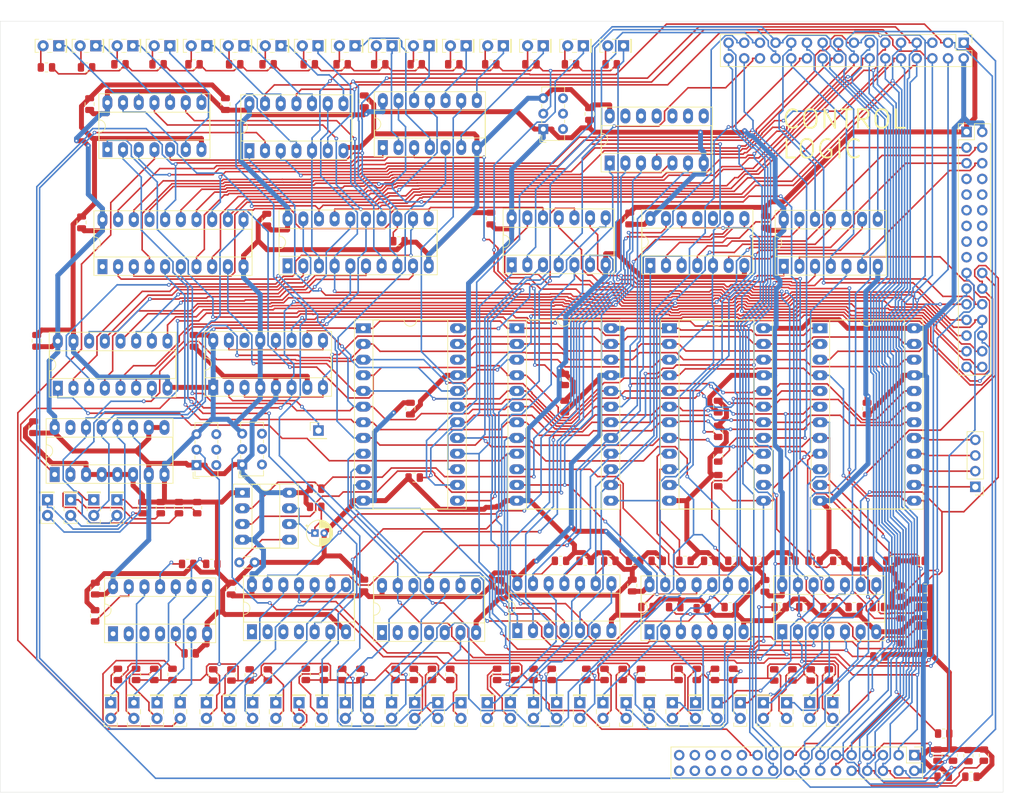
<source format=kicad_pcb>
(kicad_pcb (version 20240108) (generator "pcbnew") (generator_version "8.0")
  (layers (0 "F.Cu" signal) (31 "B.Cu" signal) (34 "B.Paste" user) (35 "F.Paste" user) (36 "B.SilkS" user "B.Silkscreen") (37 "F.SilkS" user "F.Silkscreen") (38 "B.Mask" user) (39 "F.Mask" user) (44 "Edge.Cuts" user))
  (net 0 "")
  (net 1 "VCC")
  (net 2 "GND")
  (net 3 "Net-(D1-A)")
  (net 4 "Net-(D1-K)")
  (net 5 "Net-(D2-A)")
  (net 6 "Net-(D2-K)")
  (net 7 "Net-(D3-A)")
  (net 8 "Net-(D3-K)")
  (net 9 "Net-(D4-A)")
  (net 10 "Net-(D4-K)")
  (net 11 "Net-(D5-A)")
  (net 12 "Net-(D5-K)")
  (net 13 "Net-(D6-A)")
  (net 14 "Net-(D6-K)")
  (net 15 "Net-(D7-K)")
  (net 16 "Net-(D7-A)")
  (net 17 "Net-(D8-K)")
  (net 18 "Net-(D8-A)")
  (net 19 "Net-(D9-A)")
  (net 20 "Net-(D9-K)")
  (net 21 "Net-(D10-A)")
  (net 22 "Net-(D10-K)")
  (net 23 "Net-(D11-K)")
  (net 24 "Net-(D11-A)")
  (net 25 "Net-(D12-A)")
  (net 26 "Net-(D12-K)")
  (net 27 "Net-(D13-K)")
  (net 28 "Net-(D13-A)")
  (net 29 "Net-(D14-K)")
  (net 30 "Net-(D14-A)")
  (net 31 "Net-(D15-K)")
  (net 32 "Net-(D15-A)")
  (net 33 "Net-(D16-K)")
  (net 34 "Net-(D16-A)")
  (net 35 "Net-(D33-A)")
  (net 36 "Net-(D33-K)")
  (net 37 "Net-(D34-A)")
  (net 38 "Net-(D34-K)")
  (net 39 "Net-(D35-K)")
  (net 40 "Net-(D35-A)")
  (net 41 "Net-(D36-K)")
  (net 42 "Net-(D36-A)")
  (net 43 "Net-(D37-K)")
  (net 44 "Net-(D37-A)")
  (net 45 "Net-(D38-K)")
  (net 46 "Net-(D38-A)")
  (net 47 "Net-(D39-A)")
  (net 48 "Net-(D39-K)")
  (net 49 "Net-(D40-K)")
  (net 50 "Net-(D40-A)")
  (net 51 "Net-(D41-K)")
  (net 52 "Net-(D41-A)")
  (net 53 "Net-(D42-A)")
  (net 54 "Net-(D42-K)")
  (net 55 "Net-(D43-A)")
  (net 56 "Net-(D43-K)")
  (net 57 "Net-(D44-K)")
  (net 58 "Net-(D44-A)")
  (net 59 "Net-(D45-A)")
  (net 60 "Net-(D45-K)")
  (net 61 "Net-(D46-K)")
  (net 62 "Net-(D46-A)")
  (net 63 "Net-(D47-A)")
  (net 64 "Net-(D47-K)")
  (net 65 "Net-(D48-A)")
  (net 66 "Net-(D48-K)")
  (net 67 "Net-(J1-Pin_1)")
  (net 68 "Net-(J4-Pin_21)")
  (net 69 "Net-(SW1-B)")
  (net 70 "Net-(SW3-B)")
  (net 73 "Net-(J2-Pin_27)")
  (net 74 "Net-(J2-Pin_4)")
  (net 75 "Net-(J2-Pin_30)")
  (net 76 "Net-(J2-Pin_3)")
  (net 78 "Net-(J2-Pin_31)")
  (net 86 "Net-(J2-Pin_29)")
  (net 87 "Net-(J2-Pin_6)")
  (net 88 "Net-(J2-Pin_32)")
  (net 90 "Net-(J2-Pin_25)")
  (net 93 "Net-(J3-Pin_18)")
  (net 99 "Net-(J3-Pin_15)")
  (net 100 "Net-(J3-Pin_14)")
  (net 101 "Net-(J3-Pin_17)")
  (net 105 "Net-(J3-Pin_19)")
  (net 106 "Net-(J2-Pin_23)")
  (net 107 "Net-(J3-Pin_13)")
  (net 108 "Net-(J3-Pin_16)")
  (net 109 "Net-(J3-Pin_21)")
  (net 110 "Net-(J3-Pin_20)")
  (net 112 "Net-(J2-Pin_24)")
  (net 113 "Net-(J2-Pin_26)")
  (net 115 "Net-(J2-Pin_28)")
  (net 116 "Net-(J4-Pin_23)")
  (net 117 "Net-(J4-Pin_20)")
  (net 118 "Net-(J4-Pin_19)")
  (net 119 "Net-(J4-Pin_24)")
  (net 120 "Net-(J4-Pin_26)")
  (net 121 "Net-(J4-Pin_28)")
  (net 122 "Net-(U10-A10)")
  (net 123 "Net-(U2B-Q)")
  (net 124 "Net-(U10-A9)")
  (net 125 "Net-(U10-OE)")
  (net 126 "Net-(U2A-~{R})")
  (net 127 "Net-(U2A-Q)")
  (net 128 "Net-(U2B-C)")
  (net 130 "Net-(U23-DIS)")
  (net 131 "Net-(U23-CV)")
  (net 134 "Net-(U12-Cp)")
  (net 136 "Net-(J4-Pin_29)")
  (net 138 "Net-(U11-I0d)")
  (net 139 "Net-(U11-I1c)")
  (net 140 "Net-(U11-I1b)")
  (net 141 "Net-(U11-I0c)")
  (net 142 "Net-(U11-I0b)")
  (net 143 "Net-(U11-I1a)")
  (net 144 "Net-(U11-I1d)")
  (net 145 "Net-(U11-I0a)")
  (net 147 "Net-(J6-Pin_4)")
  (net 148 "Net-(J6-Pin_2)")
  (net 149 "Net-(J6-Pin_3)")
  (net 150 "Net-(J6-Pin_1)")
  (net 151 "/Display1/D1")
  (net 152 "/Display1/D0")
  (net 153 "/Display1/D3")
  (net 154 "/Display1/D2")
  (net 155 "/Display3/D0")
  (net 156 "/Display4/D14")
  (net 157 "/Display4/D10")
  (net 158 "/Display3/D10")
  (net 159 "/Display4/D8")
  (net 160 "/Display4/D12")
  (net 161 "/Display4/D15")
  (net 162 "/Display4/D13")
  (net 163 "/Display4/D9")
  (net 164 "/Display4/D11")
  (net 165 "/Display3/D7")
  (net 166 "/Display1/D4")
  (net 167 "/Display1/D6")
  (net 168 "/Display1/D13")
  (net 169 "/Display3/D5")
  (net 170 "/Display3/D6")
  (net 171 "/Display1/D5")
  (net 172 "/Display1/D7")
  (net 173 "/Display1/D8")
  (net 174 "/Display1/D9")
  (net 175 "/Display1/D10")
  (net 176 "/Display1/D11")
  (net 177 "/Display1/D12")
  (net 178 "/Display1/D14")
  (net 179 "/Display1/D15")
  (net 180 "/Display4/D0")
  (net 181 "/Display4/D1")
  (net 182 "/Display4/D2")
  (net 183 "/Display4/D3")
  (net 184 "/Display4/D4")
  (net 185 "/Display4/D5")
  (net 186 "Net-(D17-K)")
  (net 187 "Net-(D17-A)")
  (net 188 "Net-(D18-A)")
  (net 189 "Net-(D18-K)")
  (net 190 "Net-(D19-A)")
  (net 191 "Net-(D19-K)")
  (net 192 "Net-(D20-A)")
  (net 193 "Net-(D20-K)")
  (net 194 "Net-(D21-K)")
  (net 195 "Net-(D21-A)")
  (net 196 "Net-(D22-K)")
  (net 197 "Net-(D22-A)")
  (net 198 "Net-(D23-A)")
  (net 199 "Net-(D23-K)")
  (net 200 "Net-(D24-A)")
  (net 201 "Net-(D24-K)")
  (net 202 "Net-(D25-K)")
  (net 203 "Net-(D25-A)")
  (net 204 "Net-(D26-K)")
  (net 205 "Net-(D26-A)")
  (net 206 "Net-(D27-K)")
  (net 207 "Net-(D27-A)")
  (net 208 "Net-(D28-A)")
  (net 209 "Net-(D28-K)")
  (net 210 "Net-(D29-K)")
  (net 211 "Net-(D29-A)")
  (net 212 "Net-(D30-A)")
  (net 213 "Net-(D30-K)")
  (net 214 "Net-(D31-A)")
  (net 215 "Net-(D31-K)")
  (net 216 "Net-(D32-K)")
  (net 217 "Net-(D32-A)")
  (net 218 "/Display4/D6")
  (net 219 "/Display4/D7")
  (net 220 "/Display3/D1")
  (net 221 "/Display3/D2")
  (net 222 "/Display3/D3")
  (net 223 "/Display3/D4")
  (net 224 "/Display3/D8")
  (net 225 "/Display3/D9")
  (net 226 "Net-(SW2-B)")
  (net 227 "/Display3/D11")
  (net 228 "/Display3/D12")
  (net 229 "/Display3/D13")
  (net 230 "/Display3/D14")
  (net 231 "/Display3/D15")
  (net 232 "Net-(D49-A)")
  (net 233 "Net-(D49-K)")
  (net 234 "Net-(D50-K)")
  (net 235 "Net-(D50-A)")
  (net 236 "Net-(D51-A)")
  (net 237 "Net-(D51-K)")
  (net 238 "Net-(D52-A)")
  (net 239 "Net-(D52-K)")
  (net 240 "Net-(U23-TR)")
  (net 241 "Net-(U23-Q)")
  (footprint "Button_Switch_THT:SW_E-Switch_EG1271_SPDT" (layer "F.Cu") (at 100.82 94.9725 90)
    (property "Reference" "SW3" (hide yes))
    (property "Value" "SW_SPDT")
  )
  (footprint "Capacitor_SMD:C_0805_2012Metric" (layer "F.Cu") (at 135.465 85.825 90)
    (property "Reference" "C1" (hide yes))
    (property "Value" "C")
  )
  (footprint "Resistor_SMD:R_0805_2012Metric" (layer "F.Cu") (at 179.9675 110.5)
    (property "Reference" "R72" (hide yes))
    (property "Value" "10K")
  )
  (footprint "Package_DIP:DIP-14_W7.62mm_Socket_LongPads" (layer "F.Cu") (at 195.72 122 90)
    (property "Reference" "U14" (hide yes))
    (property "Value" "74LS04")
  )
  (footprint "LED_THT:LED_Rectangular_W5.0mm_H2.0mm" (layer "F.Cu") (at 121.17 133.5 -90)
    (property "Reference" "D43" (hide yes))
    (property "Value" "LED")
  )
  (footprint "LED_THT:LED_Rectangular_W5.0mm_H2.0mm" (layer "F.Cu") (at 139.92 133.5 -90)
    (property "Reference" "D38" (hide yes))
    (property "Value" "LED")
  )
  (footprint "Resistor_SMD:R_0805_2012Metric" (layer "F.Cu") (at 160.475 81.0875 90)
    (property "Reference" "R52" (hide yes))
    (property "Value" "10K")
  )
  (footprint "Package_DIP:DIP-20_W7.62mm_Socket_LongPads" (layer "F.Cu") (at 85.575 62.8 90)
    (property "Reference" "U6" (hide yes))
    (property "Value" "74LS273")
  )
  (footprint "LED_THT:LED_Rectangular_W5.0mm_H2.0mm" (layer "F.Cu") (at 166.67 133.5 -90)
    (property "Reference" "D15" (hide yes))
    (property "Value" "LED")
  )
  (footprint "LED_THT:LED_Rectangular_W5.0mm_H2.0mm" (layer "F.Cu") (at 132.42 133.5 -90)
    (property "Reference" "D40" (hide yes))
    (property "Value" "LED")
  )
  (footprint "Resistor_SMD:R_0805_2012Metric" (layer "F.Cu") (at 163.7925 110.5)
    (property "Reference" "R34" (hide yes))
    (property "Value" "10K")
  )
  (footprint "Resistor_SMD:R_0805_2012Metric" (layer "F.Cu") (at 166.92 128.9125 -90)
    (property "Reference" "R25" (hide yes))
    (property "Value" "R")
  )
  (footprint "Package_DIP:DIP-24_W15.24mm_Socket_LongPads" (layer "F.Cu") (at 127.84 72.8)
    (property "Reference" "U7" (hide yes))
    (property "Value" "~")
  )
  (footprint "Package_DIP:DIP-16_W7.62mm_Socket_LongPads" (layer "F.Cu") (at 78.34 82.5 90)
    (property "Reference" "U11" (hide yes))
    (property "Value" "74LS157")
  )
  (footprint "Capacitor_SMD:C_0805_2012Metric" (layer "F.Cu") (at 149.92 114.55 90)
    (property "Reference" "C20" (hide yes))
    (property "Value" "C")
  )
  (footprint "Resistor_SMD:R_0805_2012Metric" (layer "F.Cu") (at 182.7575 118.175)
    (property "Reference" "R22" (hide yes))
    (property "Value" "10K")
  )
  (footprint "Resistor_SMD:R_0805_2012Metric" (layer "F.Cu") (at 199.38 118)
    (property "Reference" "R42" (hide yes))
    (property "Value" "10K")
  )
  (footprint "Resistor_SMD:R_0805_2012Metric" (layer "F.Cu") (at 169.87 128.9125 -90)
    (property "Reference" "R23" (hide yes))
    (property "Value" "R")
  )
  (footprint "Capacitor_SMD:C_0805_2012Metric" (layer "F.Cu") (at 82.195 55.63 90)
    (property "Reference" "C9" (hide yes))
    (property "Value" "C")
  )
  (footprint "LED_THT:LED_Rectangular_W5.0mm_H2.0mm" (layer "F.Cu") (at 102.5 27 180)
    (property "Reference" "D32" (hide yes))
    (property "Value" "LED")
  )
  (footprint "Resistor_SMD:R_0805_2012Metric" (layer "F.Cu") (at 226.2925 145.5)
    (property "Reference" "R64" (hide yes))
    (property "Value" "10K")
  )
  (footprint "Capacitor_THT:CP_Radial_D4.0mm_P1.50mm" (layer "F.Cu") (at 120 106)
    (property "Reference" "C23" (hide yes))
    (property "Value" "C_Polarized")
  )
  (footprint "LED_THT:LED_Rectangular_W5.0mm_H2.0mm" (layer "F.Cu") (at 155.42 133.5 -90)
    (property "Reference" "D18" (hide yes))
    (property "Value" "LED")
  )
  (footprint "Resistor_SMD:R_0805_2012Metric" (layer "F.Cu") (at 84.38 119.4125 90)
    (property "Reference" "R100" (hide yes))
    (property "Value" "10K")
  )
  (footprint "Resistor_SMD:R_0805_2012Metric" (layer "F.Cu") (at 103.52 129 -90)
    (property "Reference" "R91" (hide yes))
    (property "Value" "R")
  )
  (footprint "Capacitor_SMD:C_0805_2012Metric" (layer "F.Cu") (at 100.42 74.83 90)
    (property "Reference" "C12" (hide yes))
    (property "Value" "C")
  )
  (footprint "Resistor_SMD:R_0805_2012Metric" (layer "F.Cu") (at 99.38 111)
    (property "Reference" "R98" (hide yes))
    (property "Value" "10K")
  )
  (footprint "LED_THT:LED_Rectangular_W5.0mm_H2.0mm" (layer "F.Cu") (at 106.17 133.5 -90)
    (property "Reference" "D47" (hide yes))
    (property "Value" "LED")
  )
  (footprint "Resistor_SMD:R_0805_2012Metric" (layer "F.Cu") (at 178.92 128.9125 -90)
    (property "Reference" "R19" (hide yes))
    (property "Value" "R")
  )
  (footprint "Resistor_SMD:R_0805_2012Metric" (layer "F.Cu") (at 223.38 142 90)
    (property "Reference" "R58" (hide yes))
    (property "Value" "10K")
  )
  (footprint "Resistor_SMD:R_0805_2012Metric" (layer "F.Cu") (at 187.88 110.5)
    (property "Reference" "R74" (hide yes))
    (property "Value" "10K")
  )
  (footprint "Resistor_SMD:R_0805_2012Metric" (layer "F.Cu") (at 200.88 110.5)
    (property "Reference" "R78" (hide yes))
    (property "Value" "10K")
  )
  (footprint "Resistor_SMD:R_0805_2012Metric" (layer "F.Cu") (at 185.34 97.5 90)
    (property "Reference" "R76" (hide yes))
    (property "Value" "10K")
  )
  (footprint "Resistor_SMD:R_0805_2012Metric" (layer "F.Cu") (at 88.07 128.9125 -90)
    (property "Reference" "R99" (hide yes))
    (property "Value" "R")
  )
  (footprint "Resistor_SMD:R_0805_2012Metric" (layer "F.Cu") (at 130.5 30)
    (property "Reference" "R49" (hide yes))
    (property "Value" "R")
  )
  (footprint "Resistor_SMD:R_0805_2012Metric" (layer "F.Cu") (at 184.82 128.9125 -90)
    (property "Reference" "R15" (hide yes))
    (property "Value" "R")
  )
  (footprint "Capacitor_SMD:C_0805_2012Metric" (layer "F.Cu") (at 148.5 55 90)
    (property "Reference" "C5" (hide yes))
    (property "Value" "C")
  )
  (footprint "Capacitor_SMD:C_0805_2012Metric" (layer "F.Cu") (at 160.475 85.5 90)
    (property "Reference" "C17" (hide yes))
    (property "Value" "C")
  )
  (footprint "Package_DIP:DIP-14_W7.62mm_Socket_LongPads" (layer "F.Cu") (at 151.88 62.5 90)
    (property "Reference" "U5" (hide yes))
    (property "Value" "74LS04")
  )
  (footprint "Resistor_SMD:R_0805_2012Metric" (layer "F.Cu") (at 120.1252 98.8)
    (property "Reference" "R102" (hide yes))
    (property "Value" "10K")
  )
  (footprint "Connector_PinHeader_2.54mm:PinHeader_2x16_P2.54mm_Vertical" (layer "F.Cu") (at 217.12 142 -90)
    (property "Reference" "J3" (hide yes))
    (property "Value" "Control Logic to Clock")
  )
  (footprint "LED_THT:LED_Rectangular_W5.0mm_H2.0mm" (layer "F.Cu") (at 86.92 133.5 -90)
    (property "Reference" "D52" (hide yes))
    (property "Value" "LED")
  )
  (footprint "LED_THT:LED_Rectangular_W5.0mm_H2.0mm" (layer "F.Cu") (at 144.5 27 180)
    (property "Reference" "D25" (hide yes))
    (property "Value" "LED")
  )
  (footprint "Package_DIP:DIP-8_W7.62mm_Socket_LongPads" (layer "F.Cu") (at 108.2452 99.45)
    (property "Reference" "U23" (hide yes))
    (property "Value" "NE555P")
  )
  (footprint "Capacitor_SMD:C_0805_2012Metric" (layer "F.Cu") (at 164.5 38.05 90)
    (property "Reference" "C2" (hide yes))
    (property "Value" "C")
  )
  (footprint "Capacitor_SMD:C_0805_2012Metric" (layer "F.Cu") (at 106.42 115 90)
    (property "Reference" "C15" (hide yes))
    (property "Value" "C")
  )
  (footprint "LED_THT:LED_Rectangular_W5.0mm_H2.0mm" (layer "F.Cu") (at 132.5 27 180)
    (property "Reference" "D27" (hide yes))
    (property "Value" "LED")
  )
  (footprint "Resistor_SMD:R_0805_2012Metric" (layer "F.Cu") (at 196.9675 110.5)
    (property "Reference" "R80" (hide yes))
    (property "Value" "10K")
  )
  (footprint "LED_THT:LED_Rectangular_W5.0mm_H2.0mm" (layer "F.Cu") (at 196.42 133.5 -90)
    (property "Reference" "D7" (hide yes))
    (property "Value" "LED")
  )
  (footprint "Resistor_SMD:R_0805_2012Metric" (layer "F.Cu") (at 191.9675 110.5)
    (property "Reference" "R82" (hide yes))
    (property "Value" "10K")
  )
  (footprint "Package_DIP:DIP-14_W7.62mm_Socket_LongPads" (layer "F.Cu") (at 87.295 122.325 90)
    (property "Reference" "U22" (hide yes))
    (property "Value" "74LS04")
  )
  (footprint "Resistor_SMD:R_0805_2012Metric" (layer "F.Cu") (at 183.9675 110.5)
    (property "Reference" "R70" (hide yes))
    (property "Value" "10K")
  )
  (footprint "Capacitor_SMD:C_0805_2012Metric" (layer "F.Cu") (at 127.92 114.5 90)
    (property "Reference" "C16" (hide yes))
    (property "Value" "C")
  )
  (footprint "LED_THT:LED_Rectangular_W5.0mm_H2.0mm" (layer "F.Cu") (at 177.92 133.5 -90)
    (property "Reference" "D12" (hide yes))
    (property "Value" "LED")
  )
  (footprint "Resistor_SMD:R_0805_2012Metric" (layer "F.Cu") (at 217.88 110.5 180)
    (property "Reference" "R92" (hide yes))
    (property "Value" "10K")
  )
  (footprint "LED_THT:LED_Rectangular_W5.0mm_H2.0mm" (layer "F.Cu") (at 162.92 133.5 -90)
    (property "Reference" "D16" (hide yes))
    (property "Value" "LED")
  )
  (footprint "LED_THT:LED_Rectangular_W5.0mm_H2.0mm" (layer "F.Cu") (at 151.67 133.5 -90)
    (property "Reference" "D19" (hide yes))
    (property "Value" "LED")
  )
  (footprint "Capacitor_SMD:C_0805_2012Metric" (layer "F.Cu") (at 74.92 74.83 90)
    (property "Reference" "C13" (hide yes))
    (property "Value" "C")
  )
  (footprint "Capacitor_SMD:C_0805_2012Metric" (layer "F.Cu") (at 171.42 114.5 90)
    (property "Reference" "C21" (hide yes))
    (property "Value" "C")
  )
  (footprint "Resistor_SMD:R_0805_2012Metric" (layer "F.Cu") (at 218.7925 118)
    (property "Reference" "R14" (hide yes))
    (property "Value" "10K")
  )
  (footprint "Resistor_SMD:R_0805_2012Metric" (layer "F.Cu") (at 138.97 128.9125 -90)
    (property "Reference" "R71" (hide yes))
    (property "Value" "R")
  )
  (footprint "Capacitor_SMD:C_0805_2012Metric" (layer "F.Cu") (at 74.42 88.83 90)
    (property "Reference" "C11" (hide yes))
    (property "Value" "C")
  )
  (footprint "Button_Switch_THT:SW_E-Switch_EG1271_SPDT" (layer "F.Cu") (at 108.22 94.88 90)
    (property "Reference" "SW1" (hide yes))
    (property "Value" "SW_SPDT")
  )
  (footprint "LED_THT:LED_Rectangular_W5.0mm_H2.0mm" (layer "F.Cu") (at 136.17 133.5 -90)
    (property "Reference" "D39" (hide yes))
    (property "Value" "LED")
  )
  (footprint "Resistor_SMD:R_0805_2012Metric" (layer "F.Cu") (at 173.7925 118)
    (property "Reference" "R26" (hide yes))
    (property "Value" "10K")
  )
  (footprint "Resistor_SMD:R_0805_2012Metric" (layer "F.Cu") (at 159.7925 110.5)
    (property "Reference" "R36" (hide yes))
    (property "Value" "10K")
  )
  (footprint "Capacitor_SMD:C_0805_2012Metric" (layer "F.Cu") (at 128 36 90)
    (property "Reference" "C8" (hide yes))
    (property "Value" "C")
  )
  (footprint "Package_DIP:DIP-16_W7.62mm_Socket_LongPads" (layer "F.Cu") (at 77.84 96.5 90)
    (property "Reference" "U8" (hide yes))
    (property "Value" "74LS161")
  )
  (footprint "Resistor_SMD:R_0805_2012Metric" (layer "F.Cu") (at 175.4675 110.5)
    (property "Reference" "R28" (hide yes))
    (property "Value" "10K")
  )
  (footprint "Resistor_SMD:R_0805_2012Metric" (layer "F.Cu") (at 221.7925 145.5)
    (property "Reference" "R56" (hide yes))
    (property "Value" "10K")
  )
  (footprint "Resistor_SMD:R_0805_2012Metric" (layer "F.Cu") (at 185.34 89.5 90)
    (property "Reference" "R44" (hide yes))
    (property "Value" "10K")
  )
  (footprint "Resistor_SMD:R_0805_2012Metric" (layer "F.Cu") (at 218.88 115)
    (property "Reference" "R12" (hide yes))
    (property "Value" "10K")
  )
  (footprint "Resistor_SMD:R_0805_2012Metric" (layer "F.Cu") (at 195.38 118)
    (property "Reference" "R50" (hide yes))
    (property "Value" "10K")
  )
  (footprint "LED_THT:LED_Rectangular_W5.0mm_H2.0mm" (layer "F.Cu") (at 126.5 27 180)
    (property "Reference" "D28" (hide yes))
    (property "Value" "LED")
  )
  (footprint "LED_THT:LED_Rectangular_W5.0mm_H2.0mm" (layer "F.Cu") (at 102.42 133.5 -90)
    (property "Reference" "D48" (hide yes))
    (property "Value" "LED")
  )
  (footprint "LED_THT:LED_Rectangular_W5.0mm_H2.0mm" (layer "F.Cu") (at 96.5 27 180)
    (property "Reference" "D33" (hide yes))
    (property "Value" "LED")
  )
  (footprint "LED_THT:LED_Rectangular_W5.0mm_H2.0mm" (layer "F.Cu") (at 90.67 133.5 -90)
    (property "Reference" "D51" (hide yes))
    (property "Value" "LED")
  )
  (footprint "Resistor_SMD:R_0805_2012Metric" (layer "F.Cu") (at 171.7925 110.5)
    (property "Reference" "R30" (hide yes))
    (property "Value" "10K")
  )
  (footprint "LED_THT:LED_Rectangular_W5.0mm_H2.0mm" (layer "F.Cu") (at 84.5 27 180)
    (property "Reference" "D35" (hide yes))
    (property "Value" "LED")
  )
  (footprint "Resistor_SMD:R_0805_2012Metric" (layer "F.Cu") (at 187.77 128.9125 -90)
    (property "Reference" "R13" (hide yes))
    (property "Value" "R")
  )
  (footprint "Package_DIP:DIP-24_W15.24mm_Socket_LongPads" (layer "F.Cu") (at 177.44 72.8)
    (property "Reference" "U10" (hide yes))
    (property "Value" "~")
  )
  (footprint "Resistor_SMD:R_0805_2012Metric" (layer "F.Cu") (at 97.97 101.88 -90)
    (property "Reference" "R2" (hide yes))
    (property "Value" "R")
  )
  (footprint "Package_DIP:DIP-14_W7.62mm_Socket_LongPads" (layer "F.Cu") (at 131 43.5 90)
    (property "Reference" "U17" (hide yes))
    (property "Value" "74LS04")
  )
  (footprint "Connector_PinHeader_2.54mm:PinHeader_1x01_P2.54mm_Vertical" (layer "F.Cu") (at 120.57 89.38)
    (property "Reference" "J1" (hide yes))
    (property "Value" "Interrupt")
  )
  (footprint "Resistor_SMD:R_0805_2012Metric" (layer "F.Cu") (at 168 30)
    (property "Reference" "R37" (hide yes))
    (property "Value" "R")
  )
  (footprint "Resistor_SMD:R_0805_2012Metric" (layer "F.Cu") (at 100.92 101.88 -90)
    (property "Reference" "R1" (hide yes))
    (property "Value" "R")
  )
  (footprint "LED_THT:LED_Rectangular_W5.0mm_H2.0mm" (layer "F.Cu") (at 124.92 133.5 -90)
    (property "Reference" "D42" (hide yes))
    (property "Value" "LED")
  )
  (footprint "Package_DIP:DIP-14_W7.62mm_Socket_LongPads" (layer "F.Cu") (at 174.34 62.62 90)
    (property "Reference" "U3" (hide yes))
    (property "Value" "74LS04")
  )
  (footprint "Resistor_SMD:R_0805_2012Metric" (layer "F.Cu") (at 155 30)
    (property "Reference" "R41" (hide yes))
    (property "Value" "R")
  )
  (footprint "Resistor_SMD:R_0805_2012Metric" (layer "F.Cu") (at 172.82 128.9125 -90)
    (property "Reference" "R21" (hide yes))
    (property "Value" "R")
  )
  (footprint "Resistor_SMD:R_0805_2012Metric" (layer "F.Cu") (at 197.37 129 -90)
    (property "Reference" "R9" (hide yes))
    (property "Value" "R")
  )
  (footprint "LED_THT:LED_Rectangular_W5.0mm_H2.0mm" (layer "F.Cu") (at 150.54 27 180)
    (property "Reference" "D24" (hide yes))
    (property "Value" "LED")
  )
  (footprint "Package_DIP:DIP-14_W7.62mm_Socket_LongPads" (layer "F.Cu") (at 109.38 44 90)
    (property "Reference" "U18" (hide yes))
    (property "Value" "74LS04")
  )
  (footprint "LED_THT:LED_Rectangular_W5.0mm_H2.0mm" (layer "F.Cu") (at 108.5 27 180)
    (property "Reference" "D31" (hide yes))
    (property "Value" "LED")
  )
  (footprint "LED_THT:LED_Rectangular_W5.0mm_H2.0mm" (layer "F.Cu") (at 113.67 133.5 -90)
    (property "Reference" "D45" (hide yes))
    (property "Value" "LED")
  )
  (footprint "Resistor_SMD:R_0805_2012Metric" (layer "F.Cu") (at 167.7925 110.5)
    (property "Reference" "R32" (hide yes))
    (property "Value" "10K")
  )
  (footprint "Resistor_SMD:R_0805_2012Metric" (layer "F.Cu") (at 218.7925 124)
    (property "Reference" "R18" (hide yes))
    (property "Value" "10K")
  )
  (footprint "Resistor_SMD:R_0805_2012Metric" (layer "F.Cu") (at 107 30)
    (property "Reference" "R57" (hide yes))
    (property "Value" "R")
  )
  (footprint "LED_THT:LED_Rectangular_W5.0mm_H2.0mm" (layer "F.Cu") (at 188.92 133.5 -90)
    (property "Reference" "D9" (hide yes))
    (property "Value" "LED")
  )
  (footprint "Resistor_SMD:R_0805_2012Metric" (layer "F.Cu") (at 203.2925 118)
    (property "Reference" "R48" (hide yes))
    (property "Value" "10K")
  )
  (footprint "Capacitor_SMD:C_0805_2012Metric" (layer "F.Cu") (at 209.465 85.825 90)
    (property "Reference" "C19" (hide yes))
    (property "Value" "C")
  )
  (footprint "Package_DIP:DIP-20_W7.62mm_Socket_LongPads" (layer "F.Cu") (at 115.575 62.68 90)
    (property "Reference" "U12" (hide yes))
    (property "Value" "74LS273")
  )
  (footprint "Resistor_SMD:R_0805_2012Metric" (layer "F.Cu") (at 88.4125 30)
    (property "Reference" "R63" (hide yes))
    (property "Value" "R")
  )
  (footprint "LED_THT:LED_Rectangular_W5.0mm_H2.0mm" (layer "F.Cu") (at 185.17 133.5 -90)
    (property "Reference" "D10" (hide yes))
    (property "Value" "LED")
  )
  (footprint "Capacitor_SMD:C_0805_2012Metric" (layer "F.Cu") (at 84.42 115 90)
    (property "Reference" "C14" (hide yes))
    (property "Value" "C")
  )
  (footprint "Resistor_SMD:R_0805_2012Metric" (layer "F.Cu") (at 109.42 129 -90)
    (property "Reference" "R87" (hide yes))
    (property "Value" "R")
  )
  (footprint "Resistor_SMD:R_0805_2012Metric" (layer "F.Cu") (at 112.37 129 -90)
    (property "Reference" "R85" (hide yes))
    (property "Value" "R")
  )
  (footprint "Resistor_SMD:R_0805_2012Metric" (layer "F.Cu") (at 99.7925 125.5)
    (property "Reference" "R94" (hide yes))
    (property "Value" "10K")
  )
  (footprint "Capacitor_SMD:C_0805_2012Metric" (layer "F.Cu") (at 83.5 36.45 90)
    (property "Reference" "C6" (hide yes))
    (property "Value" "C")
  )
  (footprint "Resistor_SMD:R_0805_2012Metric" (layer "F.Cu") (at 220.88 142 90)
    (property "Reference" "R54" (hide yes))
    (property "Value" "10K")
  )
  (footprint "Connector_PinHeader_2.54mm:PinHeader_1x04_P2.54mm_Vertical" (layer "F.Cu") (at 227 98.5 180)
    (property "Reference" "J6" (hide yes))
    (property "Value" "Conn_01x04_Pin")
  )
  (footprint "LED_THT:LED_Rectangular_W5.0mm_H2.0mm" (layer "F.Cu") (at 80.42 100.605 -90)
    (property "Reference" "D3" (hide yes))
    (property "Value" "LED")
  )
  (footprint "Resistor_SMD:R_0805_2012Metric" (layer "F.Cu") (at 158.37 128.9125 -90)
    (property "Reference" "R29" (hide yes))
    (property "Value" "R")
  )
  (footprint "Resistor_SMD:R_0805_2012Metric" (layer "F.Cu") (at 213.4675 110.5)
    (property "Reference" "R90" (hide yes))
    (property "Value" "10K")
  )
  (footprint "Package_DIP:DIP-14_W7.62mm_Socket_LongPads" (layer "F.Cu") (at 152.795 121.825 90)
    (property "Reference" "U16" (hide yes))
    (property "Value" "74LS04")
  )
  (footprint "Connector_PinHeader_2.54mm:PinHeader_2x16_P2.54mm_Vertical" (layer "F.Cu") (at 225.58 40.96)
    (property "Reference" "J2" (hide yes))
    (property "Value" "Control Logic to ALU")
  )
  (footprint "Resistor_SMD:R_0805_2012Metric" (layer "F.Cu") (at 96.92 128.9125 -90)
    (property "Reference" "R93" (hide yes))
    (property "Value" "R")
  )
  (footprint "Resistor_SMD:R_0805_2012Metric" (layer "F.Cu") (at 119.0875 30)
    (property "Reference" "R53" (hide yes))
    (property "Value" "R")
  )
  (footprint "LED_THT:LED_Rectangular_W5.0mm_H2.0mm" (layer "F.Cu") (at 117.42 133.5 -90)
    (property "Reference" "D44" (hide yes))
    (property "Value" "LED")
  )
  (footprint "LED_THT:LED_Rectangular_W5.0mm_H2.0mm" (layer "F.Cu") (at 87.92 100.605 -90)
    (property "Reference" "D1" (hide yes))
    (property "Value" "LED")
  )
  (footprint "Resistor_SMD:R_0805_2012Metric" (layer "F.Cu") (at 100.4125 30)
    (property "Reference" "R59" (hide yes))
    (property "Value" "R")
  )
  (footprint "Capacitor_SMD:C_0805_2012Metric" (layer "F.Cu") (at 193 55.55 90)
    (property "Reference" "C3" (hide yes))
    (property "Value" "C")
  )
  (footprint "LED_THT:LED_Rectangular_W5.0mm_H2.0mm" (layer "F.Cu") (at 203.92 133.5 -90)
    (property "Reference" "D5" (hide yes))
    (property "Value" "LED")
  )
  (footprint "Resistor_SMD:R_0805_2012Metric" (layer "F.Cu") (at 91.02 128.9125 -90)
    (property "Reference" "R97" (hide yes))
    (property "Value" "R")
  )
  (footprint "Resistor_SMD:R_0805_2012Metric" (layer "F.Cu") (at 204.88 110.5)
    (property "Reference" "R86" (hide yes))
    (property "Value" "10K")
  )
  (footprint "Resistor_SMD:R_0805_2012Metric" (layer "F.Cu") (at 225.88 142.0875 90)
    (property "Reference" "R66" (hide yes))
    (property "Value" "10K")
  )
  (footprint "LED_THT:LED_Rectangular_W5.0mm_H2.0mm" (layer "F.Cu") (at 147.92 133.5 -90)
    (property "Reference" "D20" (hide yes))
    (property "Value" "LED")
  )
  (footprint "Resistor_SMD:R_0805_2012Metric" (layer "F.Cu") (at 94.5875 30)
    (property "Reference" "R61" (hide yes))
    (property "Value" "R")
  )
  (footprint "Resistor_SMD:R_0805_2012Metric" (layer "F.Cu") (at 211.2925 118)
    (property "Reference" "R46" (hide yes))
    (property "Value" "10K")
  )
  (footprint "Resistor_SMD:R_0805_2012Metric" (layer "F.Cu") (at 106.47 129 -90)
    (property "Reference" "R89" (hide yes))
    (property "Value" "R")
  )
  (footprint "Resistor_SMD:R_0805_2012Metric" (layer "F.Cu") (at 209.2925 110.5)
    (property "Reference" "R88" (hide yes))
    (property "Value" "10K")
  )
  (footprint "Resistor_SMD:R_0805_2012Metric" (layer "F.Cu") (at 200.32 129 -90)
    (property "Reference" "R7" (hide yes))
    (property "Value" "R")
  )
  (footprint "Capacitor_SMD:C_0805_2012Metric" (layer "F.Cu") (at 171 55 90)
    (property "Reference" "C4" (hide yes))
    (property "Value" "C")
  )
  (footprint "Resistor_SMD:R_0805_2012Metric" (layer "F.Cu") (at 103.2925 111)
    (property "Reference" "R96" (hide yes))
    (property "Value" "10K")
  )
  (footprint "LED_THT:LED_Rectangular_W5.0mm_H2.0mm" (layer "F.Cu") (at 192.67 133.5 -90)
    (property "Reference" "D8" (hide yes))
    (property "Value" "LED")
  )
  (footprint "Resistor_SMD:R_0805_2012Metric" (layer "F.Cu") (at 178.2925 118)
    (property "Reference" "R24" (hide yes))
    (property "Value" "10K")
  )
  (footprint "Resistor_SMD:R_0805_2012Metric" (layer "F.Cu") (at 211.38 126)
    (property "Reference" "R10" (hide yes))
    (property "Value" "10K")
  )
  (footprint "Resistor_SMD:R_0805_2012Metric" (layer "F.Cu") (at 161.4125 30)
    (property "Reference" "R39" (hide yes))
    (property "Value" "R")
  )
  (footprint "Capacitor_SMD:C_0805_2012Metric" (layer "F.Cu") (at 112.195 55.18 90)
    (property "Reference" "C10" (hide yes))
    (property "Value" "C")
  )
  (footprint "Resistor_SMD:R_0805_2012Metric" (layer "F.Cu") (at 194.42 129 -90)
    (property "Reference" "R11" (hide yes))
    (property "Value" "R")
  )
  (footprint "Resistor_SMD:R_0805_2012Metric" (layer "F.Cu") (at 133.6075 58.68)
    (property "Reference" "R62" (hide yes))
    (property "Value" "10K")
  )
  (footprint "Capacitor_SMD:C_0805_2012Metric" (layer "F.Cu") (at 105.5 36.45 90)
    (property "Reference" "C7" (hide yes))
    (property "Value" "C")
  )
  (footprint "Resistor_SMD:R_0805_2012Metric" (layer "F.Cu") (at 181.87 128.9125 -90)
    (property "Reference" "R17" (hide yes))
    (property "Value" "R")
  )
  (footprint "LED_THT:LED_Rectangular_W5.0mm_H2.0mm" (layer "F.Cu") (at 98.17 133.5 -90)
    (property "Reference" "D49" (hide yes))
    (property "Value" "LED")
  )
  (footprint "Resistor_SMD:R_0805_2012Metric" (layer "F.Cu") (at 152.47 128.9125 -90)
    (property "Reference" "R33" (hide yes))
    (property "Value" "R")
  )
  (footprint "LED_THT:LED_Rectangular_W5.0mm_H2.0mm" (layer "F.Cu") (at 138.5 27 180)
    (property "Reference" "D26" (hide yes))
    (property "Value" "LED")
  )
  (footprint "Resistor_SMD:R_0805_2012Metric" (layer "F.Cu") (at 214.88 115.4125 90)
    (property "Reference" "R6" (hide yes))
    (property "Value" "10K")
  )
  (footprint "Resistor_SMD:R_0805_2012Metric" (layer "F.Cu") (at 136.02 128.9125 -90)
    (property "Reference" "R73" (hide yes))
    (property "Value" "R")
  )
  (footprint "Resistor_SMD:R_0805_2012Metric" (layer "F.Cu") (at 93.97 128.9125 -90)
    (property "Reference" "R95" (hide yes))
    (property "Value" "R")
  )
  (footprint "Capacitor_SMD:C_0805_2012Metric" (layer "F.Cu") (at 192.92 114.55 90)
    (property "Reference" "C22" (hide yes))
    (property "Value" "C")
  )
  (footprint "Button_Switch_THT:SW_E-Switch_EG1271_SPDT" (layer "F.Cu") (at 157 40.5 90)
    (property "Reference" "SW2" (hide yes))
    (property "Value" "SW_SPDT")
  )
  (footprint "Resistor_SMD:R_0805_2012Metric" (layer "F.Cu") (at 203.27 129 -90)
    (property "Reference" "R5" (hide yes))
    (property "Value" "R")
  )
  (footprint "Resistor_SMD:R_0805_2012Metric" (layer "F.Cu") (at 214.88 118.9125 90)
    (property "Reference" "R8" (hide yes))
    (property "Value" "10K")
  )
  (footprint "Resistor_SMD:R_0805_2012Metric" (layer "F.Cu") (at 133.07 128.9125 -90)
    (property "Reference" "R75" (hide yes))
    (property "Value" "R")
  )
  (footprint "Resistor_SMD:R_0805_2012Metric" (layer "F.Cu") (at 112.4125 30)
    (property "Reference" "R55" (hide yes))
    (property "Value" "R")
  )
  (footprint "Connector_PinHeader_2.54mm:PinHeader_2x16_P2.54mm_Vertical" (layer "F.Cu") (at 225.12 26.5 -90)
    (property "Reference" "J4" (hide yes))
    (property "Value" "Control Logic to RAM")
  )
  (footprint "Resistor_SMD:R_0805_2012Metric" (layer "F.Cu") (at 120.1252 101.75)
    (property "Reference" "R103" (hide yes))
    (property "Value" "20k")
  )
  (footprint "Package_DIP:DIP-14_W7.62mm_Socket_LongPads" (layer "F.Cu") (at 195.96 62.74 90)
    (property "Reference" "U4" (hide yes))
    (property "Value" "74LS04")
  )
  (footprint "Resistor_SMD:R_0805_2012Metric" (layer "F.Cu") (at 148.5 30)
    (property "Reference" "R43" (hide yes))
    (property "Value" "R")
  )
  (footprint "Resistor_SMD:R_0805_2012Metric" (layer "F.Cu") (at 92.07 101.88 -90)
    (property "Reference" "R4" (hide yes))
    (property "Value" "R")
  )
  (footprint "Resistor_SMD:R_0805_2012Metric" (layer "F.Cu") (at 121.47 128.9125 -90)
    (property "Reference" "R81" (hide yes))
    (property "Value" "R")
  )
  (footprint "Resistor_SMD:R_0805_2012Metric" (layer "F.Cu") (at 155.42 128.9125 -90)
    (property "Reference" "R31" (hide yes))
    (property "Value" "R")
  )
  (footprint "LED_THT:LED_Rectangular_W5.0mm_H2.0mm" (layer "F.Cu") (at 94.42 133.5 -90)
    (property "Reference" "D50" (hide yes))
    (property "Value" "LED")
  )
  (footprint "LED_THT:LED_Rectangular_W5.0mm_H2.0mm" (layer "F.Cu") (at 159.17 133.5 -90)
    (property "Reference" "D17" (hide yes))
    (property "Value" "LED")
  )
  (footprint "LED_THT:LED_Rectangular_W5.0mm_H2.0mm" (layer "F.Cu") (at 170 27 180)
    (property "Reference" "D21" (hide yes))
    (property "Value" "LED")
  )
  (footprint "Capacitor_SMD:C_0805_2012Metric" (layer "F.Cu") (at 185.34 85.5 90)
    (property "Reference" "C18" (hide yes))
    (property "Value" "C")
  )
  (footprint "Resistor_SMD:R_0805_2012Metric" (layer "F.Cu") (at 163.97 128.9125 -90)
    (property "Reference" "R27" (hide yes))
    (property "Value" "R" (hide yes))
  )
  (footprint "Resistor_SMD:R_0805_2012Metric" (layer "F.Cu") (at 207.38 118)
    (property "Reference" "R40" (hide yes))
    (property "Value" "10K")
  )
  (footprint "LED_THT:LED_Rectangular_W5.0mm_H2.0mm" (layer "F.Cu") (at 109.92 133.5 -90)
    (property "Reference" "D46" (hide yes))
    (property "Value" "LED")
  )
  (footprint "LED_THT:LED_Rectangular_W5.0mm_H2.0mm" (layer "F.Cu") (at 128.67 133.5 -90)
    (property "Reference" "D41" (hide yes))
    (property "Value" "LED")
  )
  (footprint "LED_THT:LED_Rectangular_W5.0mm_H2.0mm" (layer "F.Cu") (at 200.17 133.5 -90)
    (property "Reference" "D6" (hide yes))
    (property "Value" "LED")
  )
  (footprint "LED_THT:LED_Rectangular_W5.0mm_H2.0mm" (layer "F.Cu") (at 174.17 133.5 -90)
    (property "Reference" "D13" (hide yes))
    (property "Value" "LED")
  )
  (footprint "Resistor_SMD:R_0805_2012Metric" (layer "F.Cu") (at 136.0875 97)
    (property "Reference" "R101" (hide yes))
    (property "Value" "10K")
  )
  (footprint "LED_THT:LED_Rectangular_W5.0mm_H2.0mm" (layer "F.Cu") (at 170.42 133.5 -90)
    (property "Reference" "D14" (hide yes))
    (property "Value" "LED")
  )
  (footprint "Resistor_SMD:R_0805_2012Metric" (layer "F.Cu") (at 214.88 122.9125 90)
    (property "Reference" "R38" (hide yes))
    (property "Value" "10K")
  )
  (footprint "LED_THT:LED_Rectangular_W5.0mm_H2.0mm" (layer "F.Cu") (at 157 27 180)
    (property "Reference" "D23" (hide yes))
    (property "Value" "LED")
  )
  (footprint "LED_THT:LED_Rectangular_W5.0mm_H2.0mm" (layer "F.Cu") (at 143.67 133.5 -90)
    (property "Reference" "D37" (hide yes))
    (property "Value" "LED")
  )
  (footprint "Package_DIP:DIP-14_W7.62mm_Socket_LongPads" (layer "F.Cu") (at 130.88 122.12 90)
    (property "Reference" "U20" (hide yes))
    (property "Value" "74LS04")
  )
  (footprint "LED_THT:LED_Rectangular_W5.0mm_H2.0mm" (layer "F.Cu") (at 114.5 27 180)
    (property "Reference" "D30" (hide yes))
    (property "Value" "LED")
  )
  (footprint "Package_DIP:DIP-14_W7.62mm_Socket_LongPads" (layer "F.Cu") (at 109.8 122 90)
    (property "Reference" "U21" (hide yes))
    (property "Value" "74LS04")
  )
  (footprint "Resistor_SMD:R_0805_2012Metric" (layer "F.Cu") (at 124.42 128.9125 -90)
    (property "Reference" "R79" (hide yes))
    (property "Value" "R")
  )
  (footprint "Resistor_SMD:R_0805_2012Metric" (layer "F.Cu") (at 76.5 30.5)
    (property "Reference" "R67" (hide yes))
    (property "Value" "R")
  )
  (footprint "Resistor_SMD:R_0805_2012Metric" (layer "F.Cu") (at 141.92 128.9125 -90)
    (property "Reference" "R69" (hide yes))
    (property "Value" "R")
  )
  (footprint "LED_THT:LED_Rectangular_W5.0mm_H2.0mm" (layer "F.Cu") (at 84.17 100.605 -90)
    (property "Reference" "D2" (hide yes))
    (property "Value" "LED")
  )
  (footprint "Resistor_SMD:R_0805_2012Metric" (layer "F.Cu") (at 95.02 101.88 -90)
    (property "Reference" "R3" (hide yes))
    (property "Value" "R")
  )
  (footprint "Resistor_SMD:R_0805_2012Metric" (layer "F.Cu") (at 83 30.5)
    (property "Reference" "R65" (hide yes))
    (property "Value" "R")
  )
  (footprint "Resistor_SMD:R_0805_2012Metric" (layer "F.Cu") (at 221.88 138.5)
    (property "Reference" "R68" (hide yes))
    (property "Value" "10K")
  )
  (footprint "LED_THT:LED_Rectangular_W5.0mm_H2.0mm" (layer "F.Cu") (at 181.67 133.5 -90)
    (property "Reference" "D11" (hide yes))
    (property "Value" "LED")
  )
  (footprint "Resistor_SMD:R_0805_2012Metric" (layer "F.Cu") (at 185.34 93.5 90)
    (property "Reference" "R84" (hide yes))
    (property "Value" "10K")
  )
  (footprint "LED_THT:LED_Rectangular_W5.0mm_H2.0mm" (layer "F.Cu") (at 78.5 27 180)
    (property "Reference" "D36" (hide yes))
    (property "Value" "LED")
  )
  (footprint "LED_THT:LED_Rectangular_W5.0mm_H2.0mm" (layer "F.Cu") (at 163.5 27 180)
    (property "Reference" "D22" (hide yes))
    (property "Value" "LED")
  )
  (footprint "Package_DIP:DIP-14_W7.62mm_Socket_LongPads" (layer "F.Cu") (at 174.22 122 90)
    (property "Reference" "U15" (hide yes))
    (property "Value" "74LS04")
  )
  (footprint "Package_DIP:DIP-24_W15.24mm_Socket_LongPads" (layer "F.Cu") (at 152.715 72.8)
    (property "Reference" "U9" (hide yes))
    (property "Value" "~")
  )
  (footprint "Resistor_SMD:R_0805_2012Metric" (layer "F.Cu") (at 149.52 128.9125 -90)
    (property "Reference" "R35" (hide yes))
    (property "Value" "R" (hide yes))
  )
  (footprint "Package_DIP:DIP-24_W15.24mm_Socket_LongPads" (layer "F.Cu") (at 201.84 72.8)
    (property "Reference" "U13" (hide yes))
    (property "Value" "~")
  )
  (footprint "LED_THT:LED_Rectangular_W5.0mm_H2.0mm" (layer "F.Cu") (at 76.67 100.605 -90)
    (property "Reference" "D4" (hide yes))
    (property "Value" "LED")
  )
  (footprint "LED_THT:LED_Rectangular_W5.0mm_H2.0mm" (layer "F.Cu") (at 120.5 27 180)
    (property "Reference" "D29" (hide yes))
    (property "Value" "LED")
  )
  (footprint "Resistor_SMD:R_0805_2012Metric" (layer "F.Cu") (at 118.52 128.9125 -90)
    (property "Reference" "R83" (hide yes))
    (property "Value" "R")
  )
  (footprint "Capacitor_THT:C_Disc_D3.0mm_W1.6mm_P2.50mm" (layer "F.Cu") (at 107.7452 110.75)
    (property "Reference" "C24" (hide yes))
    (property "Value" "10nF")
  )
  (footprint "Resistor_SMD:R_0805_2012Metric" (layer "F.Cu") (at 218.7925 121)
    (property "Reference" "R16" (hide yes))
    (property "Value" "10K")
  )
  (footprint "LED_THT:LED_Rectangular_W5.0mm_H2.0mm" (layer "F.Cu") (at 90.5 27 180)
    (property "Reference" "D34" (hide yes))
    (property "Value" "LED")
  )
  (footprint "Resistor_SMD:R_0805_2012Metric" (layer "F.Cu") (at 187.2925 118)
    (property "Reference" "R20" (hide yes))
    (property "Value" "10K")
  )
  (footprint "Resistor_SMD:R_0805_2012Metric" (layer "F.Cu") (at 228.38 142 90)
    (property "Reference" "R60" (hide yes))
    (property "Value" "10K")
  )
  (footprint "Package_DIP:DIP-16_W7.62mm_Socket_LongPads" (layer "F.Cu") (at 103.52 82.38 90)
    (property "Reference" "U2" (hide yes))
    (property "Value" "74LS76")
  )
  (footprint "Resistor_SMD:R_0805_2012Metric" (layer "F.Cu") (at 127.37 128.9125 -90)
    (property "Reference" "R77" (hide yes))
    (property "Value" "R")
  )
  (footprint "Resistor_SMD:R_0805_2012Metric" (layer "F.Cu") (at 124.4125 30)
    (property "Reference" "R51" (hide yes))
    (property "Value" "R")
  )
  (footprint "Resistor_SMD:R_0805_2012Metric" (layer "F.Cu") (at 136.4125 30)
    (property "Reference" "R47" (hide yes))
    (property "Value" "R")
  )
  (footprint "Resistor_SMD:R_0805_2012Metric" (layer "F.Cu") (at 142.5 30)
    (property "Reference" "R45" (hide yes))
    (property "Value" "R")
  )
  (footprint "Package_DIP:DIP-14_W7.62mm_Socket_LongPads" (layer "F.Cu") (at 86.375 43.825 90)
    (property "Reference" "U19" (hide yes))
    (property "Value" "74LS04")
  )
  (footprint "Package_DIP:DIP-14_W7.62mm_Socket_LongPads" (layer "F.Cu") (at 167.76 46 90)
    (property "Reference" "U1" (hide yes))
    (property "Value" "74LS32")
  )
  (gr_rect (start 69 23) (end 231.5 148) (stroke (width 0.05)) (fill none) (layer "Edge.Cuts"))
  (gr_text "CONTROL \nLOGIC" (at 195.5 45.5 0) (layer "F.SilkS") (effects (font (size 3 3) (thickness 0.3)) (justify left bottom)))
  (segment (start 119.2127 101.75) (end 118.5627 101.1) (width 0.8) (layer "F.Cu") (net 1))
  (segment (start 162.3319 105.709) (end 161.5438 104.9209) (width 0.8) (layer "F.Cu") (net 1))
  (segment (start 187.5392 80.42) (end 183.9776 83.9816) (width 0.8) (layer "F.Cu") (net 1))
  (segment (start 85.575 56.9817) (end 82.5967 56.9817) (width 0.8) (layer "F.Cu") (net 1))
  (segment (start 151.88 56.6817) (end 149.2317 56.6817) (width 0.8) (layer "F.Cu") (net 1))
  (segment (start 93.08 94.6983) (end 99.1441 94.6983) (width 0.8) (layer "F.Cu") (net 1))
  (segment (start 167.955 80.42) (end 166.1533 80.42) (width 0.8) (layer "F.Cu") (net 1))
  (segment (start 93.08 88.88) (end 93.08 90.6817) (width 0.8) (layer "F.Cu") (net 1))
  (segment (start 83.5 37.4) (end 84.1067 38.0067) (width 0.8) (layer "F.Cu") (net 1))
  (segment (start 86.375 36.205) (end 86.375 38.0067) (width 0.8) (layer "F.Cu") (net 1))
  (segment (start 115.8652 99.45) (end 116.4042 99.45) (width 0.8) (layer "F.Cu") (net 1))
  (segment (start 189.6198 40.7521) (end 189.3139 41.058) (width 0.8) (layer "F.Cu") (net 1))
  (segment (start 174.34 55) (end 173.39 55.95) (width 0.8) (layer "F.Cu") (net 1))
  (segment (start 159.5405 41.9017) (end 158.4017 40.7629) (width 0.8) (layer "F.Cu") (net 1))
  (segment (start 174.22 114.38) (end 173.15 115.45) (width 0.8) (layer "F.Cu") (net 1))
  (segment (start 127.92 115.45) (end 128.7717 116.3017) (width 0.8) (layer "F.Cu") (net 1))
  (segment (start 198.9176 72.8) (end 200.3368 71.3808) (width 0.8) (layer "F.Cu") (net 1))
  (segment (start 195.96 56.9217) (end 193.4217 56.9217) (width 0.8) (layer "F.Cu") (net 1))
  (segment (start 148.7 114.374) (end 148.5835 114.2576) (width 0.8) (layer "F.Cu") (net 1))
  (segment (start 146.7723 116.3017) (end 130.88 116.3017) (width 0.8) (layer "F.Cu") (net 1))
  (segment (start 105.3241 96.3742) (end 103.3605 96.3742) (width 0.8) (layer "F.Cu") (net 1))
  (segment (start 149.8259 115.5) (end 148.7 114.374) (width 0.8) (layer "F.Cu") (net 1))
  (segment (start 113.68 80.5783) (end 105.2183 80.5783) (width 0.8) (layer "F.Cu") (net 1))
  (segment (start 137.0912 85.1796) (end 135.4958 86.775) (width 0.8) (layer "F.Cu") (net 1))
  (segment (start 99.1441 94.6983) (end 99.4183 94.9725) (width 0.8) (layer "F.Cu") (net 1))
  (segment (start 192.68 72.8) (end 194.4817 72.8) (width 0.8) (layer "F.Cu") (net 1))
  (segment (start 141.2783 80.42) (end 137.0912 84.6071) (width 0.8) (layer "F.Cu") (net 1))
  (segment (start 160.5058 86.45) (end 160.475 86.45) (width 0.8) (layer "F.Cu") (net 1))
  (segment (start 106.6517 116.1817) (end 106.42 115.95) (width 0.8) (layer "F.Cu") (net 1))
  (segment (start 91.0717 92.69) (end 93.08 94.6983) (width 0.8) (layer "F.Cu") (net 1))
  (segment (start 130.88 114.5) (end 130.88 116.3017) (width 0.8) (layer "F.Cu") (net 1))
  (segment (start 105.2183 80.5783) (end 100.42 75.78) (width 0.8) (layer "F.Cu") (net 1))
  (segment (start 209.536 86.775) (end 209.465 86.775) (width 0.8) (layer "F.Cu") (net 1))
  (segment (start 128 36.95) (end 128 38.0704) (width 0.8) (layer "F.Cu") (net 1))
  (segment (start 82.4843 42.3867) (end 83.2809 43.1833) (width 0.8) (layer "F.Cu") (net 1))
  (segment (start 127.8887 38.1817) (end 109.38 38.1817) (width 0.8) (layer "F.Cu") (net 1))
  (segment (start 93.08 88.88) (end 95.62 88.88) (width 0.8) (layer "F.Cu") (net 1))
  (segment (start 74.42 89.78) (end 74.4208 89.7808) (width 0.8) (layer "F.Cu") (net 1))
  (segment (start 100.82 94.9725) (end 99.4183 94.9725) (width 0.8) (layer "F.Cu") (net 1))
  (segment (start 127.92 115.45) (end 127.1883 116.1817) (width 0.8) (layer "F.Cu") (net 1))
  (segment (start 152.795 113.3041) (end 155.538 110.5611) (width 0.8) (layer "F.Cu") (net 1))
  (segment (start 161.5921 41.9017) (end 159.5405 41.9017) (width 0.8) (layer "F.Cu") (net 1))
  (segment (start 102.2217 95.2354) (end 102.2217 94.9725) (width 0.8) (layer "F.Cu") (net 1))
  (segment (start 113.68 82.38) (end 113.68 80.5783) (width 0.8) (layer "F.Cu") (net 1))
  (segment (start 217.08 72.8) (end 215.2783 72.8) (width 0.8) (layer "F.Cu") (net 1))
  (segment (start 77.84 88.88) (end 77.84 89.7808) (width 0.8) (layer "F.Cu") (net 1))
  (segment (start 149.1256 112.4503) (end 151.9412 112.4503) (width 0.8) (layer "F.Cu") (net 1))
  (segment (start 155.538 110.5611) (end 155.8906 110.5611) (width 0.8) (layer "F.Cu") (net 1))
  (segment (start 193.6017 116.1817) (end 192.92 115.5) (width 0.8) (layer "F.Cu") (net 1))
  (segment (start 189.3139 41.058) (end 182.5329 41.058) (width 0.8) (layer "F.Cu") (net 1))
  (segment (start 185.3092 86.45) (end 185.34 86.45) (width 0.8) (layer "F.Cu") (net 1))
  (segment (start 115.575 56.8617) (end 112.9267 56.8617) (width 0.8) (layer "F.Cu") (net 1))
  (segment (start 131 35.88) (end 131 37.6817) (width 0.8) (layer "F.Cu") (net 1))
  (segment (start 86.375 36.205) (end 86.375 34.4033) (width 0.8) (layer "F.Cu") (net 1))
  (segment (start 128 38.0704) (end 127.8887 38.1817) (width 0.8) (layer "F.Cu") (net 1))
  (segment (start 152.795 114.205) (end 152.795 113.3041) (width 0.8) (layer "F.Cu") (net 1))
  (segment (start 84.42 115.95) (end 86.05 115.95) (width 0.8) (layer "F.Cu") (net 1))
  (segment (start 217.08 80.42) (end 215.2783 80.42) (width 0.8) (layer "F.Cu") (net 1))
  (segment (start 182.5329 41.058) (end 182.4786 41.0037) (width 0.8) (layer "F.Cu") (net 1))
  (segment (start 152.78 37.6817) (end 155.5983 40.5) (width 0.8) (layer "F.Cu") (net 1))
  (segment (start 106.8183 94.88) (end 105.3241 96.3742) (width 0.8) (layer "F.Cu") (net 1))
  (segment (start 151.88 54.88) (end 151.88 56.6817) (width 0.8) (layer "F.Cu") (net 1))
  (segment (start 74.4208 89.7808) (end 77.84 89.7808) (width 0.8) (layer "F.Cu") (net 1))
  (segment (start 148.5835 114.2576) (end 148.5835 112.9924) (width 0.8) (layer "F.Cu") (net 1))
  (segment (start 182.4786 41.0037) (end 165.2019 41.0037) (width 0.8) (layer "F.Cu") (net 1))
  (segment (start 163.192 40.3018) (end 161.5921 41.9017) (width 0.8) (layer "F.Cu") (net 1))
  (segment (start 204.9126 71.3808) (end 206.3318 72.8) (width 0.8) (layer "F.Cu") (net 1))
  (segment (start 148.5835 112.9924) (end 149.1256 112.4503) (width 0.8) (layer "F.Cu") (net 1))
  (segment (start 158.4017 40.7629) (end 158.4017 40.5) (width 0.8) (layer "F.Cu") (net 1))
  (segment (start 113.68 80.5783) (end 118.76 80.5783) (width 0.8) (layer "F.Cu") (net 1))
  (segment (start 91.0717 92.69) (end 93.08 90.6817) (width 0.8) (layer "F.Cu") (net 1))
  (segment (start 193.4217 56.9217) (end 193 56.5) (width 0.8) (layer "F.Cu") (net 1))
  (segment (start 206.3318 72.8) (end 215.2783 72.8) (width 0.8) (layer "F.Cu") (net 1))
  (segment (start 167.1776 105.709) (end 162.3319 105.709) (width 0.8) (layer "F.Cu") (net 1))
  (segment (start 93.08 96.5) (end 93.08 94.6983) (width 0.8) (layer "F.Cu") (net 1))
  (segment (start 86.05 115.95) (end 87.295 114.705) (width 0.8) (layer "F.Cu") (net 1))
  (segment (start 195.72 114.38) (end 195.72 116.1817) (width 0.8) (layer "F.Cu") (net 1))
  (segment (start 143.08 80.42) (end 141.2783 80.42) (width 0.8) (layer "F.Cu") (net 1))
  (segment (start 105.5336 37.4336) (end 105.5 37.4) (width 0.8) (layer "F.Cu") (net 1))
  (segment (start 109.8 116.1817) (end 106.6517 116.1817) (width 0.8) (layer "F.Cu") (net 1))
  (segment (start 118.76 82.38) (end 118.76 80.5783) (width 0.8) (layer "F.Cu") (net 1))
  (segment (start 81.3643 42.3867) (end 82.4843 42.3867) (width 0.8) (layer "F.Cu") (net 1))
  (segment (start 151.9412 112.4503) (end 152.795 113.3041) (width 0.8) (layer "F.Cu") (net 1))
  (segment (start 157 40.5) (end 158.4017 40.5) (width 0.8) (layer "F.Cu") (net 1))
  (segment (start 200.3368 71.3808) (end 204.9126 71.3808) (width 0.8) (layer "F.Cu") (net 1))
  (segment (start 173.15 115.45) (end 171.42 115.45) (width 0.8) (layer "F.Cu") (net 1))
  (segment (start 105.1924 37.4) (end 102.1957 34.4033) (width 0.8) (layer "F.Cu") (net 1))
  (segment (start 195.72 116.1817) (end 193.6017 116.1817) (width 0.8) (layer "F.Cu") (net 1))
  (segment (start 77.44 75.78) (end 74.92 75.78) (width 0.8) (layer "F.Cu") (net 1))
  (segment (start 164.5 39) (end 164.5 40.3018) (width 0.8) (layer "F.Cu") (net 1))
  (segment (start 84.1067 38.0067) (end 86.375 38.0067) (width 0.8) (layer "F.Cu") (net 1))
  (segment (start 105.5 37.4) (end 105.1924 37.4) (width 0.8) (layer "F.Cu") (net 1))
  (segment (start 166.1533 80.42) (end 166.1533 80.8025) (width 0.8) (layer "F.Cu") (net 1))
  (segment (start 183.9776 85.1184) (end 185.3092 86.45) (width 0.8) (layer "F.Cu") (net 1))
  (segment (start 173.39 55.95) (end 171 55.95) (width 0.8) (layer "F.Cu") (net 1))
  (segment (start 80.7492 92.69) (end 91.0717 92.69) (width 0.8) (layer "F.Cu") (net 1))
  (segment (start 137.0912 84.6071) (end 137.0912 85.1796) (width 0.8) (layer "F.Cu") (net 1))
  (segment (start 115.575 55.06) (end 115.575 56.8617) (width 0.8) (layer "F.Cu") (net 1))
  (segment (start 149.92 115.5) (end 149.8259 115.5) (width 0.8) (layer "F.Cu") (net 1))
  (segment (start 116.4042 99.45) (end 118.5627 99.45) (width 0.8) (layer "F.Cu") (net 1))
  (segment (start 183.9776 83.9816) (end 183.9776 85.1184) (width 0.8) (layer "F.Cu") (net 1))
  (segment (start 131 37.6817) (end 152.78 37.6817) (width 0.8) (layer "F.Cu") (net 1))
  (segment (start 166.1533 80.8025) (end 160.5058 86.45) (width 0.8) (layer "F.Cu") (net 1))
  (segment (start 109.38 36.38) (end 109.38 37.4336) (width 0.8) (layer "F.Cu") (net 1))
  (segment (start 118.5627 99.45) (end 119.2127 98.8) (width 0.8) (layer "F.Cu") (net 1))
  (segment (start 164.5 40.3018) (end 163.192 40.3018) (width 0.8) (layer "F.Cu") (net 1))
  (segment (start 85.575 55.18) (end 85.575 56.9817) (width 0.8) (layer "F.Cu") (net 1))
  (segment (start 103.3605 96.3742) (end 102.2217 95.2354) (width 0.8) (layer "F.Cu") (net 1))
  (segment (start 102.1957 34.4033) (end 86.375 34.4033) (width 0.8) (layer "F.Cu") (net 1))
  (segment (start 78.34 74.88) (end 77.44 75.78) (width 0.8) (layer "F.Cu") (net 1))
  (segment (start 148.7 114.374) (end 146.7723 116.3017) (width 0.8) (layer "F.Cu") (net 1))
  (segment (start 109.38 37.4336) (end 105.5336 37.4336) (width 0.8) (layer "F.Cu") (net 1))
  (segment (start 215.2783 81.0327) (end 209.536 86.775) (width 0.8) (layer "F.Cu") (net 1))
  (segment (start 195.96 55.12) (end 195.96 56.9217) (width 0.8) (layer "F.Cu") (net 1))
  (segment (start 82.5967 56.9817) (end 82.195 56.58) (width 0.8) (layer "F.Cu") (net 1))
  (segment (start 165.2019 41.0037) (end 164.5 40.3018) (width 0.8) (layer "F.Cu") (net 1))
  (segment (start 127.1883 116.1817) (end 109.8 116.1817) (width 0.8) (layer "F.Cu") (net 1))
  (segment (start 194.4817 72.8) (end 198.9176 72.8) (width 0.8) (layer "F.Cu") (net 1))
  (segment (start 109.38 37.4336) (end 109.38 38.1817) (width 0.8) (layer "F.Cu") (net 1))
  (segment (start 109.8 114.38) (end 109.8 116.1817) (width 0.8) (layer "F.Cu") (net 1))
  (segment (start 135.4958 86.775) (end 135.465 86.775) (width 0.8) (layer "F.Cu") (net 1))
  (segment (start 100.82 94.9725) (end 102.2217 94.9725) (width 0.8) (layer "F.Cu") (net 1))
  (segment (start 215.2783 80.42) (end 215.2783 81.0327) (width 0.8) (layer "F.Cu") (net 1))
  (segment (start 128 38.0704) (end 128.326 38.0704) (width 0.8) (layer "F.Cu") (net 1))
  (segment (start 112.9267 56.8617) (end 112.195 56.13) (width 0.8) (layer "F.Cu") (net 1))
  (segment (start 149.2317 56.6817) (end 148.5 55.95) (width 0.8) (layer "F.Cu") (net 1))
  (segment (start 108.22 94.88) (end 106.8183 94.88) (width 0.8) (layer "F.Cu") (net 1))
  (segment (start 128.7717 116.3017) (end 130.88 116.3017) (width 0.8) (layer "F.Cu") (net 1))
  (segment (start 157 40.5) (end 155.5983 40.5) (width 0.8) (layer "F.Cu") (net 1))
  (segment (start 192.68 80.42) (end 187.5392 80.42) (width 0.8) (layer "F.Cu") (net 1))
  (segment (start 118.5627 101.1) (end 118.5627 99.45) (width 0.8) (layer "F.Cu") (net 1))
  (segment (start 77.84 89.7808) (end 80.7492 92.69) (width 0.8) (layer "F.Cu") (net 1))
  (via (at 83.2809 43.1833) (size 0.6) (drill 0.3) (layers "F.Cu" "B.Cu") (net 1))
  (via (at 155.8906 110.5611) (size 0.6) (drill 0.3) (layers "F.Cu" "B.Cu") (net 1))
  (via (at 81.3643 42.3867) (size 0.6) (drill 0.3) (layers "F.Cu" "B.Cu") (net 1))
  (via (at 167.1776 105.709) (size 0.6) (drill 0.3) (layers "F.Cu" "B.Cu") (net 1))
  (via (at 128.326 38.0704) (size 0.6) (drill 0.3) (layers "F.Cu" "B.Cu") (net 1))
  (via (at 161.5438 104.9209) (size 0.6) (drill 0.3) (layers "F.Cu" "B.Cu") (net 1))
  (via (at 182.4786 41.0037) (size 0.6) (drill 0.3) (layers "F.Cu" "B.Cu") (net 1))
  (via (at 189.6198 40.7521) (size 0.6) (drill 0.3) (layers "F.Cu" "B.Cu") (net 1))
  (segment (start 85.575 55.18) (end 85.575 56.9817) (width 0.8) (layer "B.Cu") (net 1))
  (segment (start 225.12 38.6113) (end 225.2441 38.7354) (width 0.8) (layer "B.Cu") (net 1))
  (segment (start 217.08 72.8) (end 218.8817 72.8) (width 0.8) (layer "B.Cu") (net 1))
  (segment (start 166.1533 90.0902) (end 166.1533 80.42) (width 0.8) (layer "B.Cu") (net 1))
  (segment (start 168.3886 80.42) (end 167.955 80.42) (width 0.8) (layer "B.Cu") (net 1))
  (segment (start 183 44.1983) (end 182.4786 43.6769) (width 0.8) (layer "B.Cu") (net 1))
  (segment (start 190.8664 41.5869) (end 194.5729 45.2934) (width 0.8) (layer "B.Cu") (net 1))
  (segment (start 195.72 99.4301) (end 195.72 112.5783) (width 0.8) (layer "B.Cu") (net 1))
  (segment (start 218.5648 126.9554) (end 218.5717 126.9623) (width 0.8) (layer "B.Cu") (net 1))
  (segment (start 114.0635 99.45) (end 111.3883 99.45) (width 0.8) (layer "B.Cu") (net 1))
  (segment (start 161.5308 104.9209) (end 161.5438 104.9209) (width 0.8) (layer "B.Cu") (net 1))
  (segment (start 113.68 84.1817) (end 109.82 88.0417) (width 0.8) (layer "B.Cu") (net 1))
  (segment (start 174.0469 112.5783) (end 174.22 112.5783) (width 0.8) (layer "B.Cu") (net 1))
  (segment (start 83.2809 51.0842) (end 83.2809 43.1833) (width 0.8) (layer "B.Cu") (net 1))
  (segment (start 115.8652 99.45) (end 114.0635 99.45) (width 0.8) (layer "B.Cu") (net 1))
  (segment (start 93.08 96.5) (end 93.08 107.1183) (width 0.8) (layer "B.Cu") (net 1))
  (segment (start 217.08 80.42) (end 218.8802 80.42) (width 0.8) (layer "B.Cu") (net 1))
  (segment (start 128.7147 37.6817) (end 128.326 38.0704) (width 0.8) (layer "B.Cu") (net 1))
  (segment (start 194.7277 66.4334) (end 194.7277 72.554) (width 0.8) (layer "B.Cu") (net 1))
  (segment (start 194.5583 58.3234) (end 194.5583 64.2302) (width 0.8) (layer "B.Cu") (net 1))
  (segment (start 111.6662 108.6893) (end 110.0469 107.07) (width 0.8) (layer "B.Cu") (net 1))
  (segment (start 183 46) (end 183 44.1983) (width 0.8) (layer "B.Cu") (net 1))
  (segment (start 225.12 29.04) (end 225.12 30.4917) (width 0.8) (layer "B.Cu") (net 1))
  (segment (start 168.3886 80.42) (end 169.7567 80.42) (width 0.8) (layer "B.Cu") (net 1))
  (segment (start 111.3883 105.7286) (end 110.0469 107.07) (width 0.8) (layer "B.Cu") (net 1))
  (segment (start 111.3883 99.45) (end 108.22 96.2817) (width 0.8) (layer "B.Cu") (net 1))
  (segment (start 195.96 56.9217) (end 194.5583 58.3234) (width 0.8) (layer "B.Cu") (net 1))
  (segment (start 225.2441 38.7354) (end 223.5611 40.4184) (width 0.8) (layer "B.Cu") (net 1))
  (segment (start 115.575 53.2583) (end 107.9783 45.6616) (width 0.8) (layer "B.Cu") (net 1))
  (segment (start 169.7567 72.8) (end 169.7567 80.42) (width 0.8) (layer "B.Cu") (net 1))
  (segment (start 225.2441 38.7354) (end 226.017 39.5083) (width 0.8) (layer "B.Cu") (net 1))
  (segment (start 111.3883 99.45) (end 111.3883 105.7286) (width 0.8) (layer "B.Cu") (net 1))
  (segment (start 167.955 72.8) (end 169.7567 72.8) (width 0.8) (layer "B.Cu") (net 1))
  (segment (start 86.375 38.0067) (end 85.3784 38.0067) (width 0.8) (layer "B.Cu") (net 1))
  (segment (start 151.88 54.88) (end 151.88 56.6817) (width 0.8) (layer "B.Cu") (net 1))
  (segment (start 218.8817 72.8) (end 218.8817 80.42) (width 0.8) (layer "B.Cu") (net 1))
  (segment (start 78.34 64.2167) (end 78.34 74.88) (width 0.8) (layer "B.Cu") (net 1))
  (segment (start 194.7277 72.554) (end 194.4817 72.8) (width 0.8) (layer "B.Cu") (net 1))
  (segment (start 76.9383 86.1766) (end 77.84 87.0783) (width 0.8) (layer "B.Cu") (net 1))
  (segment (start 192.68 72.8) (end 194.4817 72.8) (width 0.8) (layer "B.Cu") (net 1))
  (segment (start 218.5648 126.2086) (end 218.5648 126.9554) (width 0.8) (layer "B.Cu") (net 1))
  (segment (start 167.955 80.42) (end 166.1533 80.42) (width 0.8) (layer "B.Cu") (net 1))
  (segment (start 85.3784 38.0067) (end 81.3643 42.0208) (width 0.8) (layer "B.Cu") (net 1))
  (segment (start 194.4817 91.7123) (end 195.4614 92.692) (width 0.8) (layer "B.Cu") (net 1))
  (segment (start 157 40.5) (end 157 41.9017) (width 0.8) (layer "B.Cu") (net 1))
  (segment (start 151.88 53.0783) (end 151.88 47.0217) (width 0.8) (layer "B.Cu") (net 1))
  (segment (start 228.12 40.96) (end 228.12 39.5083) (width 0.8) (layer "B.Cu") (net 1))
  (segment (start 131 35.88) (end 131 37.6817) (width 0.8) (layer "B.Cu") (net 1))
  (segment (start 194.5583 64.2302) (end 195.3492 65.0211) (width 0.8) (layer "B.Cu") (net 1))
  (segment (start 195.96 55.12) (end 195.96 56.9217) (width 0.8) (layer "B.Cu") (net 1))
  (segment (start 108.2452 107.07) (end 110.0469 107.07) (width 0.8) (layer "B.Cu") (net 1))
  (segment (start 131 37.6817) (end 128.7147 37.6817) (width 0.8) (layer "B.Cu") (net 1))
  (segment (start 225.12 30.4917) (end 225.12 38.6113) (width 0.8) (layer "B.Cu") (net 1))
  (segment (start 219.1124 114.039) (end 218.7648 114.3866) (width 0.8) (layer "B.Cu") (net 1))
  (segment (start 161.5438 94.6997) (end 166.1533 90.0902) (width 0.8) (layer "B.Cu") (net 1))
  (segment (start 151.88 58.5219) (end 151.88 56.6817) (width 0.8) (layer "B.Cu") (net 1))
  (segment (start 107.9783 39.5834) (end 109.38 38.1817) (width 0.8) (layer "B.Cu") (net 1))
  (segment (start 85.575 56.9817) (end 78.34 64.2167) (width 0.8) (layer "B.Cu") (net 1))
  (segment (start 195.4614 99.1715) (end 195.72 99.4301) (width 0.8) (layer "B.Cu") (net 1))
  (segment (start 109.8 112.5783) (end 110.4391 112.5783) (width 0.8) (layer "B.Cu") (net 1))
  (segment (start 195.3492 65.8119) (end 194.7277 66.4334) (width 0.8) (layer "B.Cu") (net 1))
  (segment (start 195.4614 92.692) (end 195.4614 99.1715) (width 0.8) (layer "B.Cu") (net 1))
  (segment (start 223.5611 68.1206) (end 218.8817 72.8) (width 0.8) (layer "B.Cu") (net 1))
  (segment (start 218.8802 80.42) (end 218.8817 80.42) (width 0.8) (layer "B.Cu") (net 1))
  (segment (start 174.34 55) (end 181.5383 47.8017) (width 0.8) (layer "B.Cu") (net 1))
  (segment (start 76.9383 78.0834) (end 76.9383 86.1766) (width 0.8) (layer "B.Cu") (net 1))
  (segment (start 195.72 114.38) (end 195.72 112.5783) (width 0.8) (layer "B.Cu") (net 1))
  (segment (start 109.38 36.38) (end 109.38 38.1817) (width 0.8) (layer "B.Cu") (net 1))
  (segment (start 144.8817 65.5202) (end 151.88 58.5219) (width 0.8) (layer "B.Cu") (net 1))
  (segment (start 115.575 55.06) (end 115.575 53.2583) (width 0.8) (layer "B.Cu") (net 1))
  (segment (start 151.88 54.88) (end 151.88 53.0783) (width 0.8) (layer "B.Cu") (net 1))
  (segment (start 144.8817 72.8) (end 144.8817 65.5202) (width 0.8) (layer "B.Cu") (net 1))
  (segment (start 194.4817 80.42) (end 194.4817 91.7123) (width 0.8) (layer "B.Cu") (net 1))
  (segment (start 195.96 55.12) (end 195.96 53.3183) (width 0.8) (layer "B.Cu") (net 1))
  (segment (start 144.8817 72.8) (end 144.8817 80.42) (width 0.8) (layer "B.Cu") (net 1))
  (segment (start 110.4391 112.5783) (end 111.6662 111.3512) (width 0.8) (layer "B.Cu") (net 1))
  (segment (start 189.6198 40.7521) (end 190.4546 41.5869) (width 0.8) (layer "B.Cu") (net 1))
  (segment (start 223.5611 40.4184) (end 223.5611 68.1206) (width 0.8) (layer "B.Cu") (net 1))
  (segment (start 77.84 88.88) (end 77.84 87.0783) (width 0.8) (layer "B.Cu") (net 1))
  (segment (start 218.8802 80.42) (end 219.1124 80.6522) (width 0.8) (layer "B.Cu") (net 1))
  (segment (start 182.4786 43.6769) (end 182.4786 41.0037) (width 0.8) (layer "B.Cu") (net 1))
  (segment (start 109.8 114.38) (end 109.8 112.5783) (width 0.8) (layer "B.Cu") (net 1))
  (segment (start 194.5729 45.2934) (end 194.5729 51.9312) (width 0.8) (layer "B.Cu") (net 1))
  (segment (start 78.34 76.6817) (end 76.9383 78.0834) (width 0.8) (layer "B.Cu") (net 1))
  (segment (start 143.08 80.42) (end 144.8817 80.42) (width 0.8) (layer "B.Cu") (net 1))
  (segment (start 113.68 82.38) (end 113.68 84.1817) (width 0.8) (layer "B.Cu") (net 1))
  (segment (start 190.4546 41.5869) (end 190.8664 41.5869) (width 0.8) (layer "B.Cu") (net 1))
  (segment (start 87.295 114.705) (end 87.295 112.9033) (width 0.8) (layer "B.Cu") (net 1))
  (segment (start 161.5438 104.9209) (end 161.5438 94.6997) (width 0.8) (layer "B.Cu") (net 1))
  (segment (start 85.575 55.18) (end 85.575 53.3783) (width 0.8) (layer "B.Cu") (net 1))
  (segment (start 108.22 94.88) (end 108.22 96.2817) (width 0.8) (layer "B.Cu") (net 1))
  (segment (start 194.5729 51.9312) (end 195.96 53.3183) (width 0.8) (layer "B.Cu") (net 1))
  (segment (start 218.7648 126.0086) (end 218.5648 126.2086) (width 0.8) (layer "B.Cu") (net 1))
  (segment (start 155.8906 110.5611) (end 161.5308 104.9209) (width 0.8) (layer "B.Cu") (net 1))
  (segment (start 109.82 88.0417) (end 109.82 93.28) (width 0.8) (layer "B.Cu") (net 1))
  (segment (start 183 46) (end 183 47.8017) (width 0.8) (layer "B.Cu") (net 1))
  (segment (start 107.9783 45.6616) (end 107.9783 39.5834) (width 0.8) (layer "B.Cu") (net 1))
  (segment (start 109.82 93.28) (end 108.22 94.88) (width 0.8) (layer "B.Cu") (net 1))
  (segment (start 167.1776 105.709) (end 174.0469 112.5783) (width 0.8) (layer "B.Cu") (net 1))
  (segment (start 219.1124 80.6522) (end 219.1124 114.039) (width 0.8) (layer "B.Cu") (net 1))
  (segment (start 217.12 144.54) (end 218.5717 144.54) (width 0.8) (layer "B.Cu") (net 1))
  (segment (start 226.017 39.5083) (end 228.12 39.5083) (width 0.8) (layer "B.Cu") (net 1))
  (segment (start 174.22 114.38) (end 174.22 112.5783) (width 0.8) (layer "B.Cu") (net 1))
  (segment (start 85.575 53.3783) (end 83.2809 51.0842) (width 0.8) (layer "B.Cu") (net 1))
  (segment (start 93.08 107.1183) (end 87.295 112.9033) (width 0.8) (layer "B.Cu") (net 1))
  (segment (start 81.3643 42.0208) (end 81.3643 42.3867) (width 0.8) (layer "B.Cu") (net 1))
  (segment (start 181.5383 47.8017) (end 183 47.8017) (width 0.8) (layer "B.Cu") (net 1))
  (segment (start 151.88 47.0217) (end 157 41.9017) (width 0.8) (layer "B.Cu") (net 1))
  (segment (start 192.68 80.42) (end 194.4817 80.42) (width 0.8) (layer "B.Cu") (net 1))
  (segment (start 194.4817 72.8) (end 194.4817 80.42) (width 0.8) (layer "B.Cu") (net 1))
  (segment (start 86.375 36.205) (end 86.375 38.0067) (width 0.8) (layer "B.Cu") (net 1))
  (segment (start 218.5717 126.9623) (end 218.5717 144.54) (width 0.8) (layer "B.Cu") (net 1))
  (segment (start 195.3492 65.0211) (end 195.3492 65.8119) (width 0.8) (layer "B.Cu") (net 1))
  (segment (start 111.6662 111.3512) (end 111.6662 108.6893) (width 0.8) (layer "B.Cu") (net 1))
  (segment (start 218.7648 114.3866) (end 218.7648 126.0086) (width 0.8) (layer "B.Cu") (net 1))
  (segment (start 143.08 72.8) (end 144.8817 72.8) (width 0.8) (layer "B.Cu") (net 1))
  (segment (start 78.34 74.88) (end 78.34 76.6817) (width 0.8) (layer "B.Cu") (net 1))
  (segment (start 160.584 80.175) (end 160.475 80.175) (width 0.8) (layer "F.Cu") (net 2))
  (segment (start 205.8519 119.3027) (end 204.8501 118.3009) (width 0.8) (layer "F.Cu") (net 2))
  (segment (start 208.2606 119.3006) (end 210.96 122) (width 0.8) (layer "F.Cu") (net 2))
  (segment (start 225.58 40.2341) (end 225.58 39.5083) (width 0.8) (layer "F.Cu") (net 2))
  (segment (start 226.9267 38.6841) (end 226.9267 28.3067) (width 0.8) (layer "F.Cu") (net 2))
  (segment (start 196.691 109.1786) (end 197.88 110.3676) (width 0.8) (layer "F.Cu") (net 2))
  (segment (start 216.9675 110.5) (end 214.38 110.5) (width 0.8) (layer "F.Cu") (net 2))
  (segment (start 88 96.5) (end 85.46 96.5) (width 0.8) (layer "F.Cu") (net 2))
  (segment (start 95.62 100.9675) (end 95.02 100.9675) (width 0.8) (layer "F.Cu") (net 2))
  (segment (start 149.5249 101.6438) (end 149.5235 101.6452) (width 0.8) (layer "F.Cu") (net 2))
  (segment (start 149.5235 101.6452) (end 149.5208 101.6452) (width 0.8) (layer "F.Cu") (net 2))
  (segment (start 83.4692 35.5) (end 82.1723 36.7969) (width 0.8) (layer "F.Cu") (net 2))
  (segment (start 103.52 82.38) (end 96.24 82.38) (width 0.8) (layer "F.Cu") (net 2))
  (segment (start 179.0422 116.6973) (end 176.0077 116.6973) (width 0.8) (layer "F.Cu") (net 2))
  (segment (start 110.2452 110.75) (end 120.4552 110.75) (width 0.8) (layer "F.Cu") (net 2))
  (segment (start 144.0929 102.1417) (end 140.1998 102.1417) (width 0.8) (layer "F.Cu") (net 2))
  (segment (start 129.6417 100.7399) (end 129.6417 100.74) (width 0.8) (layer "F.Cu") (net 2))
  (segment (start 225.58 39.5083) (end 226.1025 39.5083) (width 0.8) (layer "F.Cu") (net 2))
  (segment (start 151.2477 116.0514) (end 151.2477 116.121) (width 0.8) (layer "F.Cu") (net 2))
  (segment (start 219.705 124) (end 219.705 125.6803) (width 0.8) (layer "F.Cu") (net 2))
  (segment (start 83.0604 117.1804) (end 84.38 118.5) (width 0.8) (layer "F.Cu") (net 2))
  (segment (start 208.2606 119.3006) (end 208.2585 119.3027) (width 0.8) (layer "F.Cu") (net 2))
  (segment (start 186.6449 89.7949) (end 186.6449 91.213) (width 0.8) (layer "F.Cu") (net 2))
  (segment (start 112.195 54.23) (end 112.0875 54.23) (width 0.8) (layer "F.Cu") (net 2))
  (segment (start 184.88 110.5) (end 184.88 110.3727) (width 0.8) (layer "F.Cu") (net 2))
  (segment (start 106.3129 114.05) (end 106.1158 114.2471) (width 0.8) (layer "F.Cu") (net 2))
  (segment (start 204.205 118.1731) (end 204.205 118) (width 0.8) (layer "F.Cu") (net 2))
  (segment (start 165.7691 109.1973) (end 164.705 110.2614) (width 0.8) (layer "F.Cu") (net 2))
  (segment (start 195.8989 52.2902) (end 207.2291 40.96) (width 0.8) (layer "F.Cu") (net 2))
  (segment (start 179.205 116.8601) (end 179.0422 116.6973) (width 0.8) (layer "F.Cu") (net 2))
  (segment (start 219.4842 141.0875) (end 218.5717 142) (width 0.8) (layer "F.Cu") (net 2))
  (segment (start 83.0604 115.3374) (end 83.0604 117.1804) (width 0.8) (layer "F.Cu") (net 2))
  (segment (start 77.4042 94.6983) (end 73.0892 90.3833) (width 0.8) (layer "F.Cu") (net 2))
  (segment (start 105.0481 118.8074) (end 105.4399 119.1992) (width 0.8) (layer "F.Cu") (net 2))
  (segment (start 219.705 118) (end 219.705 116.6875) (width 0.8) (layer "F.Cu") (net 2))
  (segment (start 222.7925 141.0875) (end 220.88 141.0875) (width 0.8) (layer "F.Cu") (net 2))
  (segment (start 177.44 100.74) (end 179.2417 100.74) (width 0.8) (layer "F.Cu") (net 2))
  (segment (start 219.705 120.9067) (end 218.4956 119.6973) (width 0.8) (layer "F.Cu") (net 2))
  (segment (start 204.3873 109.001) (end 205.7925 110.4062) (width 0.8) (layer "F.Cu") (net 2))
  (segment (start 219.705 115.0875) (end 219.7925 115) (width 0.8) (layer "F.Cu") (net 2))
  (segment (start 92.07 99.8317) (end 90.54 98.3017) (width 0.8) (layer "F.Cu") (net 2))
  (segment (start 197.88 110.3676) (end 197.88 110.5) (width 0.8) (layer "F.Cu") (net 2))
  (segment (start 84.42 114.05) (end 85.9022 112.5678) (width 0.8) (layer "F.Cu") (net 2))
  (segment (start 219.705 120.9533) (end 219.705 121) (width 0.8) (layer "F.Cu") (net 2))
  (segment (start 214.1286 113.7486) (end 214.8331 114.453) (width 0.8) (layer "F.Cu") (net 2))
  (segment (start 218.4956 119.6973) (end 217.2132 119.6973) (width 0.8) (layer "F.Cu") (net 2))
  (segment (start 185.34 92.5179) (end 185.34 92.5875) (width 0.8) (layer "F.Cu") (net 2))
  (segment (start 209.9041 110.8008) (end 209.9042 110.8008) (width 0.8) (layer "F.Cu") (net 2))
  (segment (start 192.6907 113.5859) (end 192.6907 112.8228) (width 0.8) (layer "F.Cu") (net 2))
  (segment (start 196.2925 118.094) (end 194.1882 120.1983) (width 0.8) (layer "F.Cu") (net 2))
  (segment (start 188.8426 110.55) (end 188.7925 110.5) (width 0.8) (layer "F.Cu") (net 2))
  (segment (start 189.46 122) (end 189.46 120.1983) (width 0.8) (layer "F.Cu") (net 2))
  (segment (start 179.2417 100.74) (end 180.2601 100.74) (width 0.8) (layer "F.Cu") (net 2))
  (segment (start 85.6544 33.3456) (end 83.5 35.5) (width 0.8) (layer "F.Cu") (net 2))
  (segment (start 194.1882 120.1983) (end 189.46 120.1983) (width 0.8) (layer "F.Cu") (net 2))
  (segment (start 222.7925 141.0875) (end 223.38 141.0875) (width 0.8) (layer "F.Cu") (net 2))
  (segment (start 85.46 96.5) (end 82.92 96.5) (width 0.8) (layer "F.Cu") (net 2))
  (segment (start 217.12 142) (end 217.8459 142) (width 0.8) (layer "F.Cu") (net 2))
  (segment (start 102.535 120.5233) (end 104.2509 118.8074) (width 0.8) (layer "F.Cu") (net 2))
  (segment (start 149.3842 101.7775) (end 148.7398 101.7775) (width 0.8) (layer "F.Cu") (net 2))
  (segment (start 134.52 58.8352) (end 133.3079 60.0473) (width 0.8) (layer "F.Cu") (net 2))
  (segment (start 83.9689 42.0233) (end 84.2873 42.0233) (width 0.8) (layer "F.Cu") (net 2))
  (segment (start 90.54 96.5) (end 90.54 98.3017) (width 0.8) (layer "F.Cu") (net 2))
  (segment (start 162.0481 109.1569) (end 162.0481 107.9181) (width 0.8) (layer "F.Cu") (net 2))
  (segment (start 204.205 118.1731) (end 203.0633 119.3148) (width 0.8) (layer "F.Cu") (net 2))
  (segment (start 194.2014 109.1786) (end 196.691 109.1786) (width 0.8) (layer "F.Cu") (net 2))
  (segment (start 219.871 125.6803) (end 219.705 125.6803) (width 0.8) (layer "F.Cu") (net 2))
  (segment (start 184.0146 93.8005) (end 184.0146 96.1895) (width 0.8) (layer "F.Cu") (net 2))
  (segment (start 164.705 110.2614) (end 163.6005 109.1569) (width 0.8) (layer "F.Cu") (net 2))
  (segment (start 150.9133 100.74) (end 150.0177 101.6356) (width 0.8) (layer "F.Cu") (net 2))
  (segment (start 173.5106 119.3116) (end 169.0746 119.3116) (width 0.8) (layer "F.Cu") (net 2))
  (segment (start 85.9022 112.5678) (end 98.8318 112.5678) (width 0.8) (layer "F.Cu") (net 2))
  (segment (start 197.6046 116.6879) (end 196.2925 118) (width 0.8) (layer "F.Cu") (net 2))
  (segment (start 204.8501 118.3008) (end 204.3327 118.3008) (width 0.8) (layer "F.Cu") (net 2))
  (segment (start 149.5497 101.6356) (end 149.5415 101.6438) (width 0.8) (layer "F.Cu") (net 2))
  (segment (start 167.76 38.38) (end 167.76 36.5783) (width 0.8) (layer "F.Cu") (net 2))
  (segment (start 186.6772 85.7904) (end 186.6772 87.1803) (width 0.8) (layer "F.Cu") (net 2))
  (segment (start 82.92 96.5) (end 82.92 94.6983) (width 0.8) (layer "F.Cu") (net 2))
  (segment (start 192.6907 112.8228) (end 191.6706 111.8027) (width 0.8) (layer "F.Cu") (net 2))
  (segment (start 157 35.5) (end 158.4026 34.0974) (width 0.8) (layer "F.Cu") (net 2))
  (segment (start 105.4399 119.1992) (end 122.2392 119.1992) (width 0.8) (layer "F.Cu") (net 2))
  (segment (start 219.705 116.6875) (end 219.705 115.0875) (width 0.8) (layer "F.Cu") (net 2))
  (segment (start 163.6005 109.1569) (end 162.0481 109.1569) (width 0.8) (layer "F.Cu") (net 2))
  (segment (start 145.2633 54.05) (end 148.5 54.05) (width 0.8) (layer "F.Cu") (net 2))
  (segment (start 152.4817 100.74) (end 152.715 100.74) (width 0.8) (layer "F.Cu") (net 2))
  (segment (start 204.3327 118.3008) (end 204.205 118.1731) (width 0.8) (layer "F.Cu") (net 2))
  (segment (start 172.705 110.5) (end 172.705 110.4195) (width 0.8) (layer "F.Cu") (net 2))
  (segment (start 214.9105 122) (end 214.88 122) (width 0.8) (layer "F.Cu") (net 2))
  (segment (start 121.5 106) (end 121.5 109.7052) (width 0.8) (layer "F.Cu") (net 2))
  (segment (start 146.24 43.5) (end 146.24 41.6983) (width 0.8) (layer "F.Cu") (net 2))
  (segment (start 120.4552 110.75) (end 121.5 109.7052) (width 0.8) (layer "F.Cu") (net 2))
  (segment (start 135.1166 97.0584) (end 131.4351 100.7399) (width 0.8) (layer "F.Cu") (net 2))
  (segment (start 151.2477 116.0514) (end 151.2477 114.8969) (width 0.8) (layer "F.Cu") (net 2))
  (segment (start 182.2188 109.1612) (end 180.88 110.5) (width 0.8) (layer "F.Cu") (net 2))
  (segment (start 171.7811 63.4562) (end 171.9175 63.4562) (width 0.8) (layer "F.Cu") (net 2))
  (segment (start 184.0146 96.1895) (end 184.4126 96.5875) (width 0.8) (layer "F.Cu") (net 2))
  (segment (start 138.435 62.68) (end 138.435 60.8783) (width 0.8) (layer "F.Cu") (net 2))
  (segment (start 140.1998 102.1417) (end 135.1166 97.0584) (width 0.8) (layer "F.Cu") (net 2))
  (segment (start 193.8961 52.2902) (end 195.8989 52.2902) (width 0.8) (layer "F.Cu") (net 2))
  (segment (start 174.705 118) (end 174.705 118.1172) (width 0.8) (layer "F.Cu") (net 2))
  (segment (start 185.34 88.5875) (end 185.4375 88.5875) (width 0.8) (layer "F.Cu") (net 2))
  (segment (start 161.8091 81.4001) (end 160.584 80.175) (width 0.8) (layer "F.Cu") (net 2))
  (segment (start 203.2915 109.001) (end 204.3873 109.001) (width 0.8) (layer "F.Cu") (net 2))
  (segment (start 149.5208 101.6452) (end 149.4866 101.6794) (width 0.8) (layer "F.Cu") (net 2))
  (segment (start 150.0177 101.6356) (end 149.5497 101.6356) (width 0.8) (layer "F.Cu") (net 2))
  (segment (start 122.2392 119.1992) (end 125.04 122) (width 0.8) (layer "F.Cu") (net 2))
  (segment (start 84.2873 52.5877) (end 84.2873 42.0233) (width 0.8) (layer "F.Cu") (net 2))
  (segment (start 184.4126 96.5875) (end 185.34 96.5875) (width 0.8) (layer "F.Cu") (net 2))
  (segment (start 221.4427 144.054) (end 222.705 145.3163) (width 0.8) (layer "F.Cu") (net 2))
  (segment (start 106.9452 114.05) (end 106.42 114.05) (width 0.8) (layer "F.Cu") (net 2))
  (segment (start 167.12 62.5) (end 167.12 60.6983) (width 0.8) (layer "F.Cu") (net 2))
  (segment (start 201.6073 119.3148) (end 200.2925 118) (width 0.8) (layer "F.Cu") (net 2))
  (segment (start 110.8128 55.5047) (end 110.8128 58.6205) (width 0.8) (layer "F.Cu") (net 2))
  (segment (start 187.6729 119.3331) (end 188.1339 118.8721) (width 0.8) (layer "F.Cu") (net 2))
  (segment (start 217.2132 119.6973) (end 214.9105 122) (width 0.8) (layer "F.Cu") (net 2))
  (segment (start 124.62 44) (end 125.1357 43.4843) (width 0.8) (layer "F.Cu") (net 2))
  (segment (start 214.8331 114.453) (end 213.5731 115.713) (width 0.8) (layer "F.Cu") (net 2))
  (segment (start 193 53.1863) (end 193.8961 52.2902) (width 0.8) (layer "F.Cu") (net 2))
  (segment (start 133.3079 60.0473) (end 112.2396 60.0473) (width 0.8) (layer "F.Cu") (net 2))
  (segment (start 162.0481 109.1569) (end 160.705 110.5) (width 0.8) (layer "F.Cu") (net 2))
  (segment (start 134.52 58.68) (end 134.52 58.8352) (width 0.8) (layer "F.Cu") (net 2))
  (segment (start 146.12 122.12) (end 146.12 120.3183) (width 0.8) (layer "F.Cu") (net 2))
  (segment (start 179.205 116.8601) (end 182.4915 116.8601) (width 0.8) (layer "F.Cu") (net 2))
  (segment (start 172.705 110.4195) (end 173.9455 109.179) (width 0.8) (layer "F.Cu") (net 2))
  (segment (start 184.88 110.5) (end 184.965 110.5) (width 0.8) (layer "F.Cu") (net 2))
  (segment (start 126.0383 101.4617) (end 121.5 106) (width 0.8) (layer "F.Cu") (net 2))
  (segment (start 152.4817 100.74) (end 150.9133 100.74) (width 0.8) (layer "F.Cu") (net 2))
  (segment (start 82.0818 54.68) (end 82.195 54.68) (width 0.8) (layer "F.Cu") (net 2))
  (segment (start 95.62 100.9675) (end 95.62 98.3017) (width 0.8) (layer "F.Cu") (net 2))
  (segment (start 169.0746 116.0514) (end 169.0746 115.7809) (width 0.8) (layer "F.Cu") (net 2))
  (segment (start 171 54.05) (end 170.9524 54.05) (width 0.8) (layer "F.Cu") (net 2))
  (segment (start 108.435 62.8) (end 108.435 60.9983) (width 0.8) (layer "F.Cu") (net 2))
  (segment (start 185.34 92.5875) (end 185.2276 92.5875) (width 0.8) (layer "F.Cu") (net 2))
  (segment (start 108.2452 99.45) (end 106.4435 99.45) (width 0.8) (layer "F.Cu") (net 2))
  (segment (start 209.465 84.0182) (end 209.6326 83.8506) (width 0.8) (layer "F.Cu") (net 2))
  (segment (start 225.58 40.2341) (end 225.58 40.96) (width 0.8) (layer "F.Cu") (net 2))
  (segment (start 222.705 145.3163) (end 222.705 145.5) (width 0.8) (layer "F.Cu") (net 2))
  (segment (start 101.615 43.825) (end 101.615 42.0233) (width 0.8) (layer "F.Cu") (net 2))
  (segment (start 192.6907 113.5859) (end 188.2766 118) (width 0.8) (layer "F.Cu") (net 2))
  (segment (start 228.38 141.0875) (end 225.9675 141.0875) (width 0.8) (layer "F.Cu") (net 2))
  (segment (start 127.84 100.74) (end 126.0383 100.74) (width 0.8) (layer "F.Cu") (net 2))
  (segment (start 205.7925 110.5) (end 207.1241 111.8316) (width 0.8) (layer "F.Cu") (net 2))
  (segment (start 136.3919 58.8352) (end 138.435 60.8783) (width 0.8) (layer "F.Cu") (net 2))
  (segment (start 128.0838 35.05) (end 129.5236 36.4898) (width 0.8) (layer "F.Cu") (net 2))
  (segment (start 219.705 120.9533) (end 219.705 118) (width 0.8) (layer "F.Cu") (net 2))
  (segment (start 229.6909 142.2595) (end 229.6909 143.5267) (width 0.8) (layer "F.Cu") (net 2))
  (segment (start 110.2452 110.75) (end 106.9452 114.05) (width 0.8) (layer "F.Cu") (net 2))
  (segment (start 104.2509 118.8074) (end 105.0481 118.8074) (width 0.8) (layer "F.Cu") (net 2))
  (segment (start 84.3478 114.05) (end 83.0604 115.3374) (width 0.8) (layer "F.Cu") (net 2))
  (segment (start 214.88 122) (end 210.96 122) (width 0.8) (layer "F.Cu") (net 2))
  (segment (start 173.9455 109.179) (end 175.1913 109.179) (width 0.8) (layer "F.Cu") (net 2))
  (segment (start 104.205 100.9675) (end 104.926 100.9675) (width 0.8) (layer "F.Cu") (net 2))
  (segment (start 209.9041 110.8942) (end 209.9041 110.8008) (width 0.8) (layer "F.Cu") (net 2))
  (segment (start 191.6706 111.8027) (end 192.88 110.5933) (width 0.8) (layer "F.Cu") (net 2))
  (segment (start 215.2171 118) (end 214.88 118) (width 0.8) (layer "F.Cu") (net 2))
  (segment (start 183.6685 109.1612) (end 182.2188 109.1612) (width 0.8) (layer "F.Cu") (net 2))
  (segment (start 214.8331 114.453) (end 214.88 114.5) (width 0.8) (layer "F.Cu") (net 2))
  (segment (start 112.0875 54.23) (end 110.8128 55.5047) (width 0.8) (layer "F.Cu") (net 2))
  (segment (start 217.8459 142) (end 218.5717 142) (width 0.8) (layer "F.Cu") (net 2))
  (segment (start 186.319 111.854) (end 187.5386 111.854) (width 0.8) (layer "F.Cu") (net 2))
  (segment (start 214.38 110.5) (end 214.38 110.6866) (width 0.8) (layer "F.Cu") (net 2))
  (segment (start 110.8128 58.6205) (end 108.435 60.9983) (width 0.8) (layer "F.Cu") (net 2))
  (segment (start 213.5731 118) (end 212.205 118) (width 0.8) (layer "F.Cu") (net 2))
  (segment (start 149.4823 101.6794) (end 149.3842 101.7775) (width 0.8) (layer "F.Cu") (net 2))
  (segment (start 184.8281 119.3331) (end 187.6729 119.3331) (width 0.8) (layer "F.Cu") (net 2))
  (segment (start 167.5307 109.1973) (end 165.7691 109.1973) (width 0.8) (layer "F.Cu") (net 2))
  (segment (start 100.705 125.5) (end 102.0783 124.1267) (width 0.8) (layer "F.Cu") (net 2))
  (segment (start 213.2083 111.8583) (end 211.5633 111.8583) (width 0.8) (layer "F.Cu") (net 2))
  (segment (start 151.2477 116.121) (end 150.7621 116.6066) (width 0.8) (layer "F.Cu") (net 2))
  (segment (start 174.705 118.1172) (end 173.5106 119.3116) (width 0.8) (layer "F.Cu") (net 2))
  (segment (start 103.3456 33.3456) (end 85.6544 33.3456) (width 0.8) (layer "F.Cu") (net 2))
  (segment (start 180.2601 100.74) (end 180.2601 107.2025) (width 0.8) (layer "F.Cu") (net 2))
  (segment (start 82.92 94.6983) (end 77.4042 94.6983) (width 0.8) (layer "F.Cu") (net 2))
  (segment (start 82.195 54.68) (end 84.2873 52.5877) (width 0.8) (layer "F.Cu") (net 2))
  (segment (start 183.67 118.0386) (end 183.67 118.175) (width 0.8) (layer "F.Cu") (net 2))
  (segment (start 175.1913 109.179) (end 176.38 110.3677) (width 0.8) (layer "F.Cu") (net 2))
  (segment (start 134.3687 84.875) (end 135.465 84.875) (width 0.8) (layer "F.Cu") (net 2))
  (segment (start 217.8459 142) (end 219.8999 144.054) (width 0.8) (layer "F.Cu") (net 2))
  (segment (start 171.42 111.8802) (end 172.705 110.5952) (width 0.8) (layer "F.Cu") (net 2))
  (segment (start 124.0752 109.7052) (end 127.92 113.55) (width 0.8) (layer "F.Cu") (net 2))
  (segment (start 208.2585 119.3027) (end 205.8519 119.3027) (width 0.8) (layer "F.Cu") (net 2))
  (segment (start 134.52 58.8352) (end 136.3919 58.8352) (width 0.8) (layer "F.Cu") (net 2))
  (segment (start 229.6909 143.5267) (end 227.7176 145.5) (width 0.8) (layer "F.Cu") (net 2))
  (segment (start 168.705 110.3716) (end 167.5307 109.1973) (width 0.8) (layer "F.Cu") (net 2))
  (segment (start 169.0746 116.0514) (end 169.0746 119.3116) (width 0.8) (layer "F.Cu") (net 2))
  (segment (start 169.2445 55.7579) (end 169.2445 60.6983) (width 0.8) (layer "F.Cu") (net 2))
  (segment (start 191.6706 111.8027) (end 190.0952 111.8027) (width 0.8) (layer "F.Cu") (net 2))
  (segment (start 168.705 110.5) (end 168.705 110.3716) (width 0.8) (layer "F.Cu") (net 2))
  (segment (start 185.34 84.55) (end 185.4368 84.55) (width 0.8) (layer "F.Cu") (net 2))
  (segment (start 97.97 100.9675) (end 100.92 100.9675) (width 0.8) (layer "F.Cu") (net 2))
  (segment (start 131.4351 100.7399) (end 129.6417 100.7399) (width 0.8) (layer "F.Cu") (net 2))
  (segment (start 208.2925 119.2687) (end 208.2606 119.3006) (width 0.8) (layer "F.Cu") (net 2))
  (segment (start 186.6772 87.1803) (end 185.4375 88.42) (width 0.8) (layer "F.Cu") (net 2))
  (segment (start 207.1241 111.8316) (end 208.9667 111.8316) (width 0.8) (layer "F.Cu") (net 2))
  (segment (start 176.0077 116.6973) (end 174.705 118) (width 0.8) (layer "F.Cu") (net 2))
  (segment (start 187.5386 111.854) (end 188.8426 110.55) (width 0.8) (layer "F.Cu") (net 2))
  (segment (start 190.0952 111.8027) (end 188.8426 110.55) (width 0.8) (layer "F.Cu") (net 2))
  (segment (start 112.2396 60.0473) (end 110.8128 58.6205) (width 0.8) (layer "F.Cu") (net 2))
  (segment (start 203.0633 119.3148) (end 201.6073 119.3148) (width 0.8) (layer "F.Cu") (net 2))
  (segment (start 105.0481 115.3148) (end 105.0481 118.8074) (width 0.8) (layer "F.Cu") (net 2))
  (segment (start 95.62 100.9675) (end 97.97 100.9675) (width 0.8) (layer "F.Cu") (net 2))
  (segment (start 159.5749 79.2749) (end 160.475 80.175) (width 0.8) (layer "F.Cu") (net 2))
  (segment (start 196.2925 118) (end 196.2925 118.094) (width 0.8) (layer "F.Cu") (net 2))
  (segment (start 106.42 114.05) (end 106.3129 114.05) (width 0.8) (layer "F.Cu") (net 2))
  (segment (start 201.84 100.74) (end 203.2915 102.1915) (width 0.8) (layer "F.Cu") (net 2))
  (segment (start 102.535 122.325) (end 102.535 124.1267) (width 0.8) (layer "F.Cu") (net 2))
  (segment (start 225.7925 141.0875) (end 223.38 141.0875) (width 0.8) (layer "F.Cu") (net 2))
  (segment (start 106.1158 114.2471) (end 104.205 112.3363) (width 0.8) (layer "F.Cu") (net 2))
  (segment (start 135.175 97) (end 135.1166 97.0584) (width 0.8) (layer "F.Cu") (net 2))
  (segment (start 172.883 64.4217) (end 189.58 64.4217) (width 0.8) (layer "F.Cu") (net 2))
  (segment (start 188.1339 118.8721) (end 188.205 118.801) (width 0.8) (layer "F.Cu") (net 2))
  (segment (start 214.1286 112.7786) (end 214.1286 113.7486) (width 0.8) (layer "F.Cu") (net 2))
  (segment (start 222.7925 128.6018) (end 219.871 125.6803) (width 0.8) (layer "F.Cu") (net 2))
  (segment (start 92.07 100.9675) (end 92.07 99.8317) (width 0.8) (layer "F.Cu") (net 2))
  (segment (start 189.58 62.62) (end 189.58 64.4217) (width 0.8) (layer "F.Cu") (net 2))
  (segment (start 219.705 120.9533) (end 219.705 120.9067) (width 0.8) (layer "F.Cu") (net 2))
  (segment (start 180.2601 107.2025) (end 182.2188 109.1612) (width 0.8) (layer "F.Cu") (net 2))
  (segment (start 213.5731 115.713) (end 213.5731 118) (width 0.8) (layer "F.Cu") (net 2))
  (segment (start 207.2291 40.96) (end 224.1283 40.96) (width 0.8) (layer "F.Cu") (net 2))
  (segment (start 214.38 110.6866) (end 213.2083 111.8583) (width 0.8) (layer "F.Cu") (net 2))
  (segment (start 90.54 96.5) (end 88 96.5) (width 0.8) (layer "F.Cu") (net 2))
  (segment (start 82.1723 40.2267) (end 83.9689 42.0233) (width 0.8) (layer "F.Cu") (net 2))
  (segment (start 193 54.6) (end 193 53.1863) (width 0.8) (layer "F.Cu") (net 2))
  (segment (start 219.705 125.6803) (end 212.6122 125.6803) (width 0.8) (layer "F.Cu") (net 2))
  (segment (start 162.0481 107.9181) (end 154.87 100.74) (width 0.8) (layer "F.Cu") (net 2))
  (segment (start 176.38 110.3677) (end 176.38 110.5) (width 0.8) (layer "F.Cu") (net 2))
  (segment (start 219.705 116.6875) (end 216.5296 116.6875) (width 0.8) (layer "F.Cu") (net 2))
  (segment (start 80.88 73.0783) (end 80.8209 73.0783) (width 0.8) (layer "F.Cu") (net 2))
  (segment (start 164.5 37.1) (end 165.0217 36.5783) (width 0.8) (layer "F.Cu") (net 2))
  (segment (start 147.3932 102.1402) (end 144.0944 102.1402) (width 0.8) (layer "F.Cu") (net 2))
  (segment (start 80.8209 55.9409) (end 82.0818 54.68) (width 0.8) (layer "F.Cu") (net 2))
  (segment (start 203.2915 102.1915) (end 203.2915 109.001) (width 0.8) (layer "F.Cu") (net 2))
  (segment (start 185.4375 88.5875) (end 186.6449 89.7949) (width 0.8) (layer "F.Cu") (net 2))
  (segment (start 165.0217 36.5783) (end 167.76 36.5783) (width 0.8) (layer "F.Cu") (net 2))
  (segment (start 185.2276 92.5875) (end 184.0146 93.8005) (width 0.8) (layer "F.Cu") (net 2))
  (segment (start 222.7925 138.5) (end 222.7925 128.6018) (width 0.8) (layer "F.Cu") (net 2))
  (segment (start 170.0852 111.8802) (end 168.705 110.5) (width 0.8) (layer "F.Cu") (net 2))
  (segment (start 95.02 100.9675) (end 92.07 100.9675) (width 0.8) (layer "F.Cu") (net 2))
  (segment (start 149.5415 101.6438) (end 149.5249 101.6438) (width 0.8) (layer "F.Cu") (net 2))
  (segment (start 227.7176 145.5) (end 227.205 145.5) (width 0.8) (layer "F.Cu") (net 2))
  (segment (start 183.67 118.175) (end 184.8281 119.3331) (width 0.8) (layer "F.Cu") (net 2))
  (segment (start 188.205 118.801) (end 188.205 118) (width 0.8) (layer "F.Cu") (net 2))
  (segment (start 127.3105 43.4843) (end 129.5236 41.2712) (width 0.8) (layer "F.Cu") (net 2))
  (segment (start 129.5236 41.2712) (end 145.8129 41.2712) (width 0.8) (layer "F.Cu") (net 2))
  (segment (start 169.0746 119.3116) (end 168.7467 119.3116) (width 0.8) (layer "F.Cu") (net 2))
  (segment (start 154.87 100.74) (end 154.5167 100.74) (width 0.8) (layer "F.Cu") (net 2))
  (segment (start 171 54.05) (end 171.8637 53.1863) (width 0.8) (layer "F.Cu") (net 2))
  (segment (start 171.3055 113.55) (end 171.42 113.55) (width 0.8) (layer "F.Cu") (net 2))
  (segment (start 100.92 100.9675) (end 104.205 100.9675) (width 0.8) (layer "F.Cu") (net 2))
  (segment (start 169.2445 60.6983) (end 169.2445 60.9196) (width 0.8) (layer "F.Cu") (net 2))
  (segment (start 192.88 110.5) (end 194.2014 109.1786) (width 0.8) (layer "F.Cu") (net 2))
  (segment (start 226.9267 28.3067) (end 225.12 26.5) (width 0.8) (layer "F.Cu") (net 2))
  (segment (start 213.2083 111.8583) (end 214.1286 112.7786) (width 0.8) (layer "F.Cu") (net 2))
  (segment (start 84.2873 42.0233) (end 101.615 42.0233) (width 0.8) (layer "F.Cu") (net 2))
  (segment (start 100.2925 111.1071) (end 100.2925 111) (width 0.8) (layer "F.Cu") (net 2))
  (segment (start 188.1339 118.8721) (end 189.46 120.1983) (width 0.8) (layer "F.Cu") (net 2))
  (segment (start 149.9508 113.6) (end 149.92 113.6) (width 0.8) (layer "F.Cu") (net 2))
  (segment (start 80.8209 73.0783) (end 80.8209 55.9409) (width 0.8) (layer "F.Cu") (net 2))
  (segment (start 204.8501 118.3009) (end 204.8501 118.3008) (width 0.8) (layer "F.Cu") (net 2))
  (segment (start 129.5236 36.4898) (end 129.5236 41.2712) (width 0.8) (layer "F.Cu") (net 2))
  (segment (start 74.3197 87.88) (end 74.42 87.88) (width 0.8) (layer "F.Cu") (net 2))
  (segment (start 228.38 141.0875) (end 228.5189 141.0875) (width 0.8) (layer "F.Cu") (net 2))
  (segment (start 184.88 110.3727) (end 183.6685 109.1612) (width 0.8) (layer "F.Cu") (net 2))
  (segment (start 95.62 96.5) (end 95.62 98.3017) (width 0.8) (layer "F.Cu") (net 2))
  (segment (start 145.8129 41.2712) (end 146.24 41.6983) (width 0.8) (layer "F.Cu") (net 2))
  (segment (start 132.7543 86.4894) (end 134.3687 84.875) (width 0.8) (layer "F.Cu") (net 2))
  (segment (start 80.88 74.88) (end 80.88 73.0783) (width 0.8) (layer "F.Cu") (net 2))
  (segment (start 225.58 40.96) (end 224.1283 40.96) (width 0.8) (layer "F.Cu") (net 2))
  (segment (start 171.42 111.8802) (end 171.42 113.55) (width 0.8) (layer "F.Cu") (net 2))
  (segment (start 158.4026 34.0974) (end 161.4974 34.0974) (width 0.8) (layer "F.Cu") (net 2))
  (segment (start 103.52 74.76) (end 102.64 73.88) (width 0.8) (layer "F.Cu") (net 2))
  (segment (start 169.0746 115.7809) (end 171.3055 113.55) (width 0.8) (layer "F.Cu") (net 2))
  (segment (start 149.4866 101.6794) (end 149.4823 101.6794) (width 0.8) (layer "F.Cu") (net 2))
  (segment (start 225.9675 141.0875) (end 225.88 141.175) (width 0.8) (layer "F.Cu") (net 2))
  (segment (start 127.84 100.74) (end 129.6417 100.74) (width 0.8) (layer "F.Cu") (net 2))
  (segment (start 102.64 73.88) (end 100.42 73.88) (width 0.8) (layer "F.Cu") (net 2))
  (segment (start 164.705 110.2614) (end 164.705 110.5) (width 0.8) (layer "F.Cu") (net 2))
  (segment (start 104.926 100.9675) (end 106.4435 99.45) (width 0.8) (layer "F.Cu") (net 2))
  (segment (start 144.0944 102.1402) (end 144.0929 102.1417) (width 0.8) (layer "F.Cu") (net 2))
  (segment (start 83.5 35.5) (end 83.4692 35.5) (width 0.8) (layer "F.Cu") (net 2))
  (segment (start 205.7925 110.4062) (end 205.7925 110.5) (width 0.8) (layer "F.Cu") (net 2))
  (segment (start 219.8999 144.054) (end 221.4427 144.054) (width 0.8) (layer "F.Cu") (net 2))
  (segment (start 208.2925 118) (end 208.2925 119.2687) (width 0.8) (layer "F.Cu") (net 2))
  (segment (start 192.88 110.5933) (end 192.88 110.5) (width 0.8) (layer "F.Cu") (net 2))
  (segment (start 150.7621 116.6066) (end 149.8317 116.6066) (width 0.8) (layer "F.Cu") (net 2))
  (segment (start 138.435 60.8783) (end 145.2633 54.05) (width 0.8) (layer "F.Cu") (net 2))
  (segment (start 170.9524 54.05) (end 169.2445 55.7579) (width 0.8) (layer "F.Cu") (net 2))
  (segment (start 192.6907 113.5859) (end 192.9059 113.5859) (width 0.8) (layer "F.Cu") (net 2))
  (segment (start 148.6843 101.833) (end 147.7004 101.833) (width 0.8) (layer "F.Cu") (net 2))
  (segment (start 161.8091 83.2159) (end 161.8091 81.4001) (width 0.8) (layer "F.Cu") (net 2))
  (segment (start 160.475 84.55) (end 161.8091 83.2159) (width 0.8) (layer "F.Cu") (net 2))
  (segment (start 186.6449 91.213) (end 185.34 92.5179) (width 0.8) (layer "F.Cu") (net 2))
  (segment (start 80.8209 73.0783) (end 75.7217 73.0783) (width 0.8) (layer "F.Cu") (net 2))
  (segment (start 171.8637 53.1863) (end 193 53.1863) (width 0.8) (layer "F.Cu") (net 2))
  (segment (start 222.7925 141.0875) (end 222.7925 138.5) (width 0.8) (layer "F.Cu") (net 2))
  (segment (start 168.7467 119.3116) (end 168.035 120.0233) (width 0.8) (layer "F.Cu") (net 2))
  (segment (start 184.4126 96.5875) (end 180.2601 100.74) (width 0.8) (layer "F.Cu") (net 2))
  (segment (start 200.2925 117.8286) (end 199.1518 116.6879) (width 0.8) (layer "F.Cu") (net 2))
  (segment (start 185.4375 88.42) (end 185.4375 88.5875) (width 0.8) (layer "F.Cu") (net 2))
  (segment (start 171.42 111.8802) (end 170.0852 111.8802) (width 0.8) (layer "F.Cu") (net 2))
  (segment (start 216.5296 116.6875) (end 215.2171 118) (width 0.8) (layer "F.Cu") (net 2))
  (segment (start 226.1025 39.5083) (end 226.9267 38.6841) (width 0.8) (layer "F.Cu") (net 2))
  (segment (start 168.035 121.825) (end 168.035 120.0233) (width 0.8) (layer "F.Cu") (net 2))
  (segment (start 228.5189 141.0875) (end 229.6909 142.2595) (width 0.8) (layer "F.Cu") (net 2))
  (segment (start 128 35.05) (end 128.0838 35.05) (width 0.8) (layer "F.Cu") (net 2))
  (segment (start 101.5217 112.3363) (end 104.205 112.3363) (width 0.8) (layer "F.Cu") (net 2))
  (segment (start 100.2925 111.1071) (end 101.5217 112.3363) (width 0.8) (layer "F.Cu") (net 2))
  (segment (start 184.965 110.5) (end 186.319 111.854) (width 0.8) (layer "F.Cu") (net 2))
  (segment (start 172.705 110.5952) (end 172.705 110.5) (width 0.8) (layer "F.Cu") (net 2))
  (segment (start 225.88 141.175) (end 225.7925 141.0875) (width 0.8) (layer "F.Cu") (net 2))
  (segment (start 105.5 35.5) (end 103.3456 33.3456) (width 0.8) (layer "F.Cu") (net 2))
  (segment (start 161.4974 34.0974) (end 164.5 37.1) (width 0.8) (layer "F.Cu") (net 2))
  (segment (start 200.2925 118) (end 200.2925 117.8286) (width 0.8) (layer "F.Cu") (net 2))
  (segment (start 73.0892 90.3833) (end 73.0892 89.1105) (width 0.8) (layer "F.Cu") (net 2))
  (segment (start 73.0892 89.1105) (end 74.3197 87.88) (width 0.8) (layer "F.Cu") (net 2))
  (segment (start 104.205 100.9675) (end 104.205 111) (width 0.8) (layer "F.Cu") (net 2))
  (segment (start 151.2477 114.8969) (end 149.9508 113.6) (width 0.8) (layer "F.Cu") (net 2))
  (segment (start 192.9059 113.5859) (end 192.92 113.6) (width 0.8) (layer "F.Cu") (net 2))
  (segment (start 147.7004 101.833) (end 147.3932 102.1402) (width 0.8) (layer "F.Cu") (net 2))
  (segment (start 211.5633 111.8583) (end 210.205 110.5) (width 0.8) (layer "F.Cu") (net 2))
  (segment (start 167.12 60.6983) (end 169.2445 60.6983) (width 0.8) (layer "F.Cu") (net 2))
  (segment (start 169.2445 60.9196) (end 171.7811 63.4562) (width 0.8) (layer "F.Cu") (net 2))
  (segment (start 84.42 114.05) (end 84.3478 114.05) (width 0.8) (layer "F.Cu") (net 2))
  (segment (start 151.2477 116.0514) (end 169.0746 116.0514) (width 0.8) (layer "F.Cu") (net 2))
  (segment (start 185.4368 84.55) (end 186.6772 85.7904) (width 0.8) (layer "F.Cu") (net 2))
  (segment (start 125.1357 43.4843) (end 127.3105 43.4843) (width 0.8) (layer "F.Cu") (net 2))
  (segment (start 102.535 122.325) (end 102.535 120.5233) (width 0.8) (layer "F.Cu") (net 2))
  (segment (start 126.0383 100.74) (end 126.0383 101.4617) (width 0.8) (layer "F.Cu") (net 2))
  (segment (start 148.7398 101.7775) (end 148.6843 101.833) (width 0.8) (layer "F.Cu") (net 2))
  (segment (start 209.465 84.875) (end 209.465 84.0182) (width 0.8) (layer "F.Cu") (net 2))
  (segment (start 102.0783 124.1267) (end 102.535 124.1267) (width 0.8) (layer "F.Cu") (net 2))
  (segment (start 179.205 118) (end 179.205 116.8601) (width 0.8) (layer "F.Cu") (net 2))
  (segment (start 96.24 82.38) (end 96.12 82.5) (width 0.8) (layer "F.Cu") (net 2))
  (segment (start 203.2915 109.001) (end 201.7925 110.5) (width 0.8) (layer "F.Cu") (net 2))
  (segment (start 214.88 118) (end 213.5731 118) (width 0.8) (layer "F.Cu") (net 2))
  (segment (start 209.9042 110.8008) (end 210.205 110.5) (width 0.8) (layer "F.Cu") (net 2))
  (segment (start 98.8318 112.5678) (end 100.2925 111.1071) (width 0.8) (layer "F.Cu") (net 2))
  (segment (start 220.88 141.0875) (end 219.4842 141.0875) (width 0.8) (layer "F.Cu") (net 2))
  (segment (start 208.9667 111.8316) (end 209.9041 110.8942) (width 0.8) (layer "F.Cu") (net 2))
  (segment (start 152.715 100.74) (end 154.5167 100.74) (width 0.8) (layer "F.Cu") (net 2))
  (segment (start 104.205 112.3363) (end 104.205 111) (width 0.8) (layer "F.Cu") (net 2))
  (segment (start 171.9175 63.4562) (end 172.883 64.4217) (width 0.8) (layer "F.Cu") (net 2))
  (segment (start 75.7217 73.0783) (end 74.92 73.88) (width 0.8) (layer "F.Cu") (net 2))
  (segment (start 199.1518 116.6879) (end 197.6046 116.6879) (width 0.8) (layer "F.Cu") (net 2))
  (segment (start 149.8317 116.6066) (end 146.12 120.3183) (width 0.8) (layer "F.Cu") (net 2))
  (segment (start 121.5 109.7052) (end 124.0752 109.7052) (width 0.8) (layer "F.Cu") (net 2))
  (segment (start 212.6122 125.6803) (end 212.2925 126) (width 0.8) (layer "F.Cu") (net 2))
  (segment (start 219.705 121) (end 219.705 124) (width 0.8) (layer "F.Cu") (net 2))
  (segment (start 82.1723 36.7969) (end 82.1723 40.2267) (width 0.8) (layer "F.Cu") (net 2))
  (segment (start 106.1158 114.2471) (end 105.0481 115.3148) (width 0.8) (layer "F.Cu") (net 2))
  (segment (start 188.2766 118) (end 188.205 118) (width 0.8) (layer "F.Cu") (net 2))
  (segment (start 182.4915 116.8601) (end 183.67 118.0386) (width 0.8) (layer "F.Cu") (net 2))
  (via (at 132.7543 86.4894) (size 0.6) (drill 0.3) (layers "F.Cu" "B.Cu") (net 2))
  (via (at 209.6326 83.8506) (size 0.6) (drill 0.3) (layers "F.Cu" "B.Cu") (net 2))
  (via (at 159.5749 79.2749) (size 0.6) (drill 0.3) (layers "F.Cu" "B.Cu") (net 2))
  (segment (start 159.5749 84.1011) (end 159.5749 79.2749) (width 0.8) (layer "B.Cu") (net 2))
  (segment (start 211.2 64.5417) (end 211.2 64.8965) (width 0.8) (layer "B.Cu") (net 2))
  (segment (start 146.24 45.3017) (end 146.24 53.0733) (width 0.8) (layer "B.Cu") (net 2))
  (segment (start 111.14 74.76) (end 111.14 72.9583) (width 0.8) (layer "B.Cu") (net 2))
  (segment (start 111.14 74.76) (end 111.14 76.5617) (width 0.8) (layer "B.Cu") (net 2))
  (segment (start 146.24 43.7786) (end 146.24 45.3017) (width 0.8) (layer "B.Cu") (net 2))
  (segment (start 127.84 100.74) (end 129.6417 100.74) (width 0.8) (layer "B.Cu") (net 2))
  (segment (start 80.88 74.88) (end 80.88 76.6817) (width 0.8) (layer "B.Cu") (net 2))
  (segment (start 111.14 82.38) (end 111.14 84.1817) (width 0.8) (layer "B.Cu") (net 2))
  (segment (start 167.12 62.5) (end 167.12 64.3017) (width 0.8) (layer "B.Cu") (net 2))
  (segment (start 96.0942 94.6983) (end 100.82 89.9725) (width 0.8) (layer "B.Cu") (net 2))
  (segment (start 95.62 94.6983) (end 96.0942 94.6983) (width 0.8) (layer "B.Cu") (net 2))
  (segment (start 96.12 80.6983) (end 84.8966 80.6983) (width 0.8) (layer "B.Cu") (net 2))
  (segment (start 103.52 87.5456) (end 105.8856 87.5456) (width 0.8) (layer "B.Cu") (net 2))
  (segment (start 146.24 53.0733) (end 138.435 60.8783) (width 0.8) (layer "B.Cu") (net 2))
  (segment (start 209.2572 66.8393) (end 209.2572 83.4752) (width 0.8) (layer "B.Cu") (net 2))
  (segment (start 209.6326 94.7491) (end 209.6326 83.8506) (width 0.8) (layer "B.Cu") (net 2))
  (segment (start 152.715 100.74) (end 154.5167 100.74) (width 0.8) (layer "B.Cu") (net 2))
  (segment (start 211.2 62.74) (end 211.2 64.5417) (width 0.8) (layer "B.Cu") (net 2))
  (segment (start 84.8966 80.6983) (end 80.88 76.6817) (width 0.8) (layer "B.Cu") (net 2))
  (segment (start 96.12 82.5) (end 96.12 80.6983) (width 0.8) (layer "B.Cu") (net 2))
  (segment (start 209.2572 83.4752) (end 209.6326 83.8506) (width 0.8) (layer "B.Cu") (net 2))
  (segment (start 154.5186 35.5) (end 157 35.5) (width 0.8) (layer "B.Cu") (net 2))
  (segment (start 211.2 64.8965) (end 209.2572 66.8393) (width 0.8) (layer "B.Cu") (net 2))
  (segment (start 108.435 64.6017) (end 111.14 67.3067) (width 0.8) (layer "B.Cu") (net 2))
  (segment (start 111.14 67.3067) (end 111.14 72.9583) (width 0.8) (layer "B.Cu") (net 2))
  (segment (start 95.62 96.5) (end 95.62 94.6983) (width 0.8) (layer "B.Cu") (net 2))
  (segment (start 111.14 82.38) (end 111.14 80.5783) (width 0.8) (layer "B.Cu") (net 2))
  (segment (start 103.2469 87.5456) (end 103.52 87.5456) (width 0.8) (layer "B.Cu") (net 2))
  (segment (start 154.5167 100.74) (end 154.5167 89.1593) (width 0.8) (layer "B.Cu") (net 2))
  (segment (start 167.12 64.3017) (end 160.6392 70.7825) (width 0.8) (layer "B.Cu") (net 2))
  (segment (start 103.52 82.38) (end 103.52 83.6832) (width 0.8) (layer "B.Cu") (net 2))
  (segment (start 201.84 100.74) (end 203.6417 100.74) (width 0.8) (layer "B.Cu") (net 2))
  (segment (start 108.435 62.8) (end 108.435 64.6017) (width 0.8) (layer "B.Cu") (net 2))
  (segment (start 103.52 87.5456) (end 103.52 83.6832) (width 0.8) (layer "B.Cu") (net 2))
  (segment (start 160.6392 78.2106) (end 159.5749 79.2749) (width 0.8) (layer "B.Cu") (net 2))
  (segment (start 146.24 43.7786) (end 154.5186 35.5) (width 0.8) (layer "B.Cu") (net 2))
  (segment (start 103.52 74.76) (end 103.52 82.38) (width 0.8) (layer "B.Cu") (net 2))
  (segment (start 129.6417 100.74) (end 129.6417 89.602) (width 0.8) (layer "B.Cu") (net 2))
  (segment (start 129.6417 89.602) (end 132.7543 86.4894) (width 0.8) (layer "B.Cu") (net 2))
  (segment (start 111.14 84.1817) (end 106.8309 88.4908) (width 0.8) (layer "B.Cu") (net 2))
  (segment (start 111.14 80.5783) (end 111.14 76.5617) (width 0.8) (layer "B.Cu") (net 2))
  (segment (start 203.6417 100.74) (end 209.6326 94.7491) (width 0.8) (layer "B.Cu") (net 2))
  (segment (start 100.82 89.9725) (end 103.2469 87.5456) (width 0.8) (layer "B.Cu") (net 2))
  (segment (start 105.8856 87.5456) (end 106.8309 88.4908) (width 0.8) (layer "B.Cu") (net 2))
  (segment (start 146.24 43.5) (end 146.24 43.7786) (width 0.8) (layer "B.Cu") (net 2))
  (segment (start 160.6392 70.7825) (end 160.6392 78.2106) (width 0.8) (layer "B.Cu") (net 2))
  (segment (start 154.5167 89.1593) (end 159.5749 84.1011) (width 0.8) (layer "B.Cu") (net 2))
  (segment (start 138.435 62.68) (end 138.435 60.8783) (width 0.8) (layer "B.Cu") (net 2))
  (segment (start 106.8309 88.4908) (end 108.22 89.88) (width 0.8) (layer "B.Cu") (net 2))
  (segment (start 160.4929 79.0479) (end 159.325 77.88) (width 0.254) (layer "F.Cu") (net 3))
  (segment (start 93.4636 84.6298) (end 94.85 83.2434) (width 0.254) (layer "F.Cu") (net 3))
  (segment (start 122.353 78.144) (end 126.0473 78.144) (width 0.254) (layer "F.Cu") (net 3))
  (segment (start 205.533 70.6521) (end 206.5171 71.6362) (width 0.254) (layer "F.Cu") (net 3))
  (segment (start 204.7272 76.5215) (end 203.3687 77.88) (width 0.254) (layer "F.Cu") (net 3))
  (segment (start 183.9231 71.6806) (end 189.6748 71.6806) (width 0.254) (layer "F.Cu") (net 3))
  (segment (start 152.715 77.88) (end 154.2437 77.88) (width 0.254) (layer "F.Cu") (net 3))
  (segment (start 201.84 77.88) (end 203.3687 77.88) (width 0.254) (layer "F.Cu") (net 3))
  (segment (start 94.85 79.7888) (end 99.7083 74.9305) (width 0.254) (layer "F.Cu") (net 3))
  (segment (start 206.5171 71.6362) (end 217.9806 71.6362) (width 0.254) (layer "F.Cu") (net 3))
  (segment (start 126.0473 78.144) (end 126.3113 77.88) (width 0.254) (layer "F.Cu") (net 3))
  (segment (start 116.9787 78.0092) (end 122.2182 78.0092) (width 0.254) (layer "F.Cu") (net 3))
  (segment (start 127.84 77.88) (end 126.3113 77.88) (width 0.254) (layer "F.Cu") (net 3))
  (segment (start 122.2182 78.0092) (end 122.353 78.144) (width 0.254) (layer "F.Cu") (net 3))
  (segment (start 116.8495 77.88) (end 116.9787 78.0092) (width 0.254) (layer "F.Cu") (net 3))
  (segment (start 175.9113 77.88) (end 174.7434 79.0479) (width 0.254) (layer "F.Cu") (net 3))
  (segment (start 177.44 77.88) (end 175.9113 77.88) (width 0.254) (layer "F.Cu") (net 3))
  (segment (start 99.7083 74.9305) (end 101.1477 74.9305) (width 0.254) (layer "F.Cu") (net 3))
  (segment (start 217.9806 71.6362) (end 218.8799 72.5355) (width 0.254) (layer "F.Cu") (net 3))
  (segment (start 146.4179 79.52) (end 149.5511 79.52) (width 0.254) (layer "F.Cu") (net 3))
  (segment (start 92.2657 84.6298) (end 93.4636 84.6298) (width 0.254) (layer "F.Cu") (net 3))
  (segment (start 141.3729 81.6331) (end 144.3048 81.6331) (width 0.254) (layer "F.Cu") (net 3))
  (segment (start 104.0972 77.88) (end 116.8495 77.88) (width 0.254) (layer "F.Cu") (net 3))
  (segment (start 189.6748 71.6806) (end 189.8185 71.5369) (width 0.254) (layer "F.Cu") (net 3))
  (segment (start 217.9194 76.5215) (end 204.7272 76.5215) (width 0.254) (layer "F.Cu") (net 3))
  (segment (start 94.85 83.2434) (end 94.85 79.7888) (width 0.254) (layer "F.Cu") (net 3))
  (segment (start 199.2608 70.6521) (end 205.533 70.6521) (width 0.254) (layer "F.Cu") (net 3))
  (segment (start 218.8799 72.5355) (end 218.8799 75.561) (width 0.254) (layer "F.Cu") (net 3))
  (segment (start 144.3048 81.6331) (end 146.4179 79.52) (width 0.254) (layer "F.Cu") (net 3))
  (segment (start 159.325 77.88) (end 154.2437 77.88) (width 0.254) (layer "F.Cu") (net 3))
  (segment (start 101.1477 74.9305) (end 104.0972 77.88) (width 0.254) (layer "F.Cu") (net 3))
  (segment (start 218.8799 75.561) (end 217.9194 76.5215) (width 0.254) (layer "F.Cu") (net 3))
  (segment (start 189.8185 71.5369) (end 198.376 71.5369) (width 0.254) (layer "F.Cu") (net 3))
  (segment (start 174.7434 79.0479) (end 160.4929 79.0479) (width 0.254) (layer "F.Cu") (net 3))
  (segment (start 198.376 71.5369) (end 199.2608 70.6521) (width 0.254) (layer "F.Cu") (net 3))
  (via (at 149.5511 79.52) (size 0.6) (drill 0.3) (layers "F.Cu" "B.Cu") (net 3))
  (via (at 141.3729 81.6331) (size 0.6) (drill 0.3) (layers "F.Cu" "B.Cu") (net 3))
  (via (at 92.2657 84.6298) (size 0.6) (drill 0.3) (layers "F.Cu" "B.Cu") (net 3))
  (via (at 183.9231 71.6806) (size 0.6) (drill 0.3) (layers "F.Cu" "B.Cu") (net 3))
  (segment (start 127.84 77.88) (end 137.6198 77.88) (width 0.254) (layer "B.Cu") (net 3))
  (segment (start 149.5511 79.5152) (end 149.5511 79.52) (width 0.254) (layer "B.Cu") (net 3))
  (segment (start 79.2211 97.4004) (end 81.0343 99.2136) (width 0.254) (layer "B.Cu") (net 3))
  (segment (start 152.715 77.88) (end 151.1863 77.88) (width 0.254) (layer "B.Cu") (net 3))
  (segment (start 82.92 88.88) (end 82.92 90.4087) (width 0.254) (layer "B.Cu") (net 3))
  (segment (start 178.9687 76.635) (end 183.9231 71.6806) (width 0.254) (layer "B.Cu") (net 3))
  (segment (start 82.295 100.2151) (end 82.295 103.0151) (width 0.254) (layer "B.Cu") (net 3))
  (segment (start 82.295 103.0151) (end 83.6732 104.3933) (width 0.254) (layer "B.Cu") (net 3))
  (segment (start 84.2337 87.3513) (end 86.9552 84.6298) (width 0.254) (layer "B.Cu") (net 3))
  (segment (start 137.6198 77.88) (end 141.3729 81.6331) (width 0.254) (layer "B.Cu") (net 3))
  (segment (start 81.2935 99.2136) (end 82.295 100.2151) (width 0.254) (layer "B.Cu") (net 3))
  (segment (start 82.92 87.3513) (end 84.2337 87.3513) (width 0.254) (layer "B.Cu") (net 3))
  (segment (start 79.2211 94.1076) (end 79.2211 97.4004) (width 0.254) (layer "B.Cu") (net 3))
  (segment (start 83.6732 104.3933) (end 86.6717 104.3933) (width 0.254) (layer "B.Cu") (net 3))
  (segment (start 151.1863 77.88) (end 149.5511 79.5152) (width 0.254) (layer "B.Cu") (net 3))
  (segment (start 86.6717 104.3933) (end 87.92 103.145) (width 0.254) (layer "B.Cu") (net 3))
  (segment (start 82.92 88.88) (end 82.92 87.3513) (width 0.254) (layer "B.Cu") (net 3))
  (segment (start 178.9687 77.88) (end 178.9687 76.635) (width 0.254) (layer "B.Cu") (net 3))
  (segment (start 86.9552 84.6298) (end 92.2657 84.6298) (width 0.254) (layer "B.Cu") (net 3))
  (segment (start 81.0343 99.2136) (end 81.2935 99.2136) (width 0.254) (layer "B.Cu") (net 3))
  (segment (start 82.92 90.4087) (end 79.2211 94.1076) (width 0.254) (layer "B.Cu") (net 3))
  (segment (start 177.44 77.88) (end 178.9687 77.88) (width 0.254) (layer "B.Cu") (net 3))
  (segment (start 87.92 100.605) (end 89.1487 100.605) (width 0.254) (layer "F.Cu") (net 4))
  (segment (start 100.0226 101.8951) (end 90.4388 101.8951) (width 0.254) (layer "F.Cu") (net 4))
  (segment (start 100.92 102.7925) (end 100.0226 101.8951) (width 0.254) (layer "F.Cu") (net 4))
  (segment (start 90.4388 101.8951) (end 89.1487 100.605) (width 0.254) (layer "F.Cu") (net 4))
  (segment (start 122.5417 77.6883) (end 125.8369 77.6883) (width 0.254) (layer "F.Cu") (net 5))
  (segment (start 128.1852 75.34) (end 129.3687 75.34) (width 0.254) (layer "F.Cu") (net 5))
  (segment (start 159.2938 75.34) (end 160.4225 76.4687) (width 0.254) (layer "F.Cu") (net 5))
  (segment (start 152.715 75.34) (end 154.2437 75.34) (width 0.254) (layer "F.Cu") (net 5))
  (segment (start 146.091 75.34) (end 144.9006 76.5304) (width 0.254) (layer "F.Cu") (net 5))
  (segment (start 199.1826 76.4687) (end 180.0974 76.4687) (width 0.254) (layer "F.Cu") (net 5))
  (segment (start 117.6881 77.5535) (end 122.4069 77.5535) (width 0.254) (layer "F.Cu") (net 5))
  (segment (start 107.3846 77.1767) (end 117.3113 77.1767) (width 0.254) (layer "F.Cu") (net 5))
  (segment (start 117.3113 77.1767) (end 117.6881 77.5535) (width 0.254) (layer "F.Cu") (net 5))
  (segment (start 130.5591 76.5304) (end 129.3687 75.34) (width 0.254) (layer "F.Cu") (net 5))
  (segment (start 144.9006 76.5304) (end 130.5591 76.5304) (width 0.254) (layer "F.Cu") (net 5))
  (segment (start 154.2437 75.34) (end 159.2938 75.34) (width 0.254) (layer "F.Cu") (net 5))
  (segment (start 125.8369 77.6883) (end 128.1852 75.34) (width 0.254) (layer "F.Cu") (net 5))
  (segment (start 160.4225 76.4687) (end 171.7603 76.4687) (width 0.254) (layer "F.Cu") (net 5))
  (segment (start 171.7603 76.4687) (end 172.889 75.34) (width 0.254) (layer "F.Cu") (net 5))
  (segment (start 177.44 75.34) (end 178.9687 75.34) (width 0.254) (layer "F.Cu") (net 5))
  (segment (start 152.715 75.34) (end 151.1863 75.34) (width 0.254) (layer "F.Cu") (net 5))
  (segment (start 122.4069 77.5535) (end 122.5417 77.6883) (width 0.254) (layer "F.Cu") (net 5))
  (segment (start 200.3113 75.34) (end 199.1826 76.4687) (width 0.254) (layer "F.Cu") (net 5))
  (segment (start 127.84 75.34) (end 128.1852 75.34) (width 0.254) (layer "F.Cu") (net 5))
  (segment (start 180.0974 76.4687) (end 178.9687 75.34) (width 0.254) (layer "F.Cu") (net 5))
  (segment (start 151.1863 75.34) (end 146.091 75.34) (width 0.254) (layer "F.Cu") (net 5))
  (segment (start 201.84 75.34) (end 200.3113 75.34) (width 0.254) (layer "F.Cu") (net 5))
  (segment (start 172.889 75.34) (end 177.44 75.34) (width 0.254) (layer "F.Cu") (net 5))
  (via (at 107.3846 77.1767) (size 0.6) (drill 0.3) (layers "F.Cu" "B.Cu") (net 5))
  (segment (start 101.0686 85.1489) (end 101.0686 85.0945) (width 0.254) (layer "B.Cu") (net 5))
  (segment (start 100.4333 85.7842) (end 101.0686 85.1489) (width 0.254) (layer "B.Cu") (net 5))
  (segment (start 105.6331 72.3352) (end 107.3846 74.0867) (width 0.254) (layer "B.Cu") (net 5))
  (segment (start 99.3694 86.7937) (end 100.3789 85.7842) (width 0.254) (layer "B.Cu") (net 5))
  (segment (start 85.46 88.88) (end 85.46 90.4087) (width 0.254) (layer "B.Cu") (net 5))
  (segment (start 85.46 88.88) (end 87.5463 86.7937) (width 0.254) (layer "B.Cu") (net 5))
  (segment (start 87.5463 86.7937) (end 99.3694 86.7937) (width 0.254) (layer "B.Cu") (net 5))
  (segment (start 85.46 90.4087) (end 86.6172 91.5659) (width 0.254) (layer "B.Cu") (net 5))
  (segment (start 107.3846 74.0867) (end 107.3846 77.1767) (width 0.254) (layer "B.Cu") (net 5))
  (segment (start 101.788 84.3751) (end 101.788 73.7574) (width 0.254) (layer "B.Cu") (net 5))
  (segment (start 101.0686 85.0945) (end 101.788 84.3751) (width 0.254) (layer "B.Cu") (net 5))
  (segment (start 103.2102 72.3352) (end 105.6331 72.3352) (width 0.254) (layer "B.Cu") (net 5))
  (segment (start 86.6172 100.6978) (end 84.17 103.145) (width 0.254) (layer "B.Cu") (net 5))
  (segment (start 100.3789 85.7842) (end 100.4333 85.7842) (width 0.254) (layer "B.Cu") (net 5))
  (segment (start 101.788 73.7574) (end 103.2102 72.3352) (width 0.254) (layer "B.Cu") (net 5))
  (segment (start 86.6172 91.5659) (end 86.6172 100.6978) (width 0.254) (layer "B.Cu") (net 5))
  (segment (start 79.1913 99.5688) (end 79.1913 101.6412) (width 0.254) (layer "F.Cu") (net 6))
  (segment (start 82.9413 100.605) (end 81.7126 99.3763) (width 0.254) (layer "F.Cu") (net 6))
  (segment (start 81.7126 99.3763) (end 79.3838 99.3763) (width 0.254) (layer "F.Cu") (net 6))
  (segment (start 79.3838 101.8337) (end 81.1087 101.8337) (width 0.254) (layer "F.Cu") (net 6))
  (segment (start 96.3839 104.3786) (end 97.97 102.7925) (width 0.254) (layer "F.Cu") (net 6))
  (segment (start 84.17 100.605) (end 82.9413 100.605) (width 0.254) (layer "F.Cu") (net 6))
  (segment (start 81.1087 101.8337) (end 83.6536 104.3786) (width 0.254) (layer "F.Cu") (net 6))
  (segment (start 79.3838 99.3763) (end 79.1913 99.5688) (width 0.254) (layer "F.Cu") (net 6))
  (segment (start 79.1913 101.6412) (end 79.3838 101.8337) (width 0.254) (layer "F.Cu") (net 6))
  (segment (start 83.6536 104.3786) (end 96.3839 104.3786) (width 0.254) (layer "F.Cu") (net 6))
  (segment (start 165.9587 72.8) (end 167.0874 73.9287) (width 0.254) (layer "F.Cu") (net 7))
  (segment (start 178.2044 72.8) (end 177.44 72.8) (width 0.254) (layer "F.Cu") (net 7))
  (segment (start 190.6975 73.0753) (end 179.244 73.0753) (width 0.254) (layer "F.Cu") (net 7))
  (segment (start 150.0216 71.6353) (end 151.1863 72.8) (width 0.254) (layer "F.Cu") (net 7))
  (segment (start 200.3113 72.8) (end 199.1825 73.9288) (width 0.254) (layer "F.Cu") (net 7))
  (segment (start 177.44 72.8) (end 175.9113 72.8) (width 0.254) (layer "F.Cu") (net 7))
  (segment (start 130.5334 71.6353) (end 150.0216 71.6353) (width 0.254) (layer "F.Cu") (net 7))
  (segment (start 179.244 73.0753) (end 178.9687 72.8) (width 0.254) (layer "F.Cu") (net 7))
  (segment (start 169.437 73.9287) (end 170.5657 72.8) (width 0.254) (layer "F.Cu") (net 7))
  (segment (start 154.2437 72.8) (end 165.9587 72.8) (width 0.254) (layer "F.Cu") (net 7))
  (segment (start 167.0874 73.9287) (end 169.437 73.9287) (width 0.254) (layer "F.Cu") (net 7))
  (segment (start 199.1825 73.9288) (end 191.551 73.9288) (width 0.254) (layer "F.Cu") (net 7))
  (segment (start 127.84 72.8) (end 129.3687 72.8) (width 0.254) (layer "F.Cu") (net 7))
  (segment (start 103.7893 72.7711) (end 103.5925 72.9679) (width 0.254) (layer "F.Cu") (net 7))
  (segment (start 129.3687 72.8) (end 130.5334 71.6353) (width 0.254) (layer "F.Cu") (net 7))
  (segment (start 152.715 72.8) (end 154.2437 72.8) (width 0.254) (layer "F.Cu") (net 7))
  (segment (start 201.84 72.8) (end 200.3113 72.8) (width 0.254) (layer "F.Cu") (net 7))
  (segment (start 191.551 73.9288) (end 190.6975 73.0753) (width 0.254) (layer "F.Cu") (net 7))
  (segment (start 170.5657 72.8) (end 175.9113 72.8) (width 0.254) (layer "F.Cu") (net 7))
  (segment (start 152.715 72.8) (end 151.1863 72.8) (width 0.254) (layer "F.Cu") (net 7))
  (segment (start 126.2824 72.7711) (end 103.7893 72.7711) (width 0.254) (layer "F.Cu") (net 7))
  (segment (start 126.3113 72.8) (end 126.2824 72.7711) (width 0.254) (layer "F.Cu") (net 7))
  (segment (start 178.2044 72.8) (end 178.9687 72.8) (width 0.254) (layer "F.Cu") (net 7))
  (segment (start 127.84 72.8) (end 126.3113 72.8) (width 0.254) (layer "F.Cu") (net 7))
  (via (at 103.5925 72.9679) (size 0.6) (drill 0.3) (layers "F.Cu" "B.Cu") (net 7))
  (segment (start 102.2437 84.6182) (end 102.2437 74.0201) (width 0.254) (layer "B.Cu") (net 7))
  (segment (start 88 89.3136) (end 88 88.88) (width 0.254) (layer "B.Cu") (net 7))
  (segment (start 88 88.88) (end 88 87.3513) (width 0.254) (layer "B.Cu") (net 7))
  (segment (start 89.195 103.6102) (end 87.938 104.8672) (width 0.254) (layer "B.Cu") (net 7))
  (segment (start 88 89.3136) (end 88 90.4087) (width 0.254) (layer "B.Cu") (net 7))
  (segment (start 99.5106 87.3513) (end 102.2437 84.6182) (width 0.254) (layer "B.Cu") (net 7))
  (segment (start 82.1422 104.8672) (end 80.42 103.145) (width 0.254) (layer "B.Cu") (net 7))
  (segment (start 102.2437 74.0201) (end 103.2959 72.9679) (width 0.254) (layer "B.Cu") (net 7))
  (segment (start 103.2959 72.9679) (end 103.5925 72.9679) (width 0.254) (layer "B.Cu") (net 7))
  (segment (start 87.938 104.8672) (end 82.1422 104.8672) (width 0.254) (layer "B.Cu") (net 7))
  (segment (start 89.195 91.6037) (end 89.195 103.6102) (width 0.254) (layer "B.Cu") (net 7))
  (segment (start 88 87.3513) (end 99.5106 87.3513) (width 0.254) (layer "B.Cu") (net 7))
  (segment (start 88 90.4087) (end 89.195 91.6037) (width 0.254) (layer "B.Cu") (net 7))
  (segment (start 80.42 100.605) (end 81.6487 100.605) (width 0.254) (layer "F.Cu") (net 8))
  (segment (start 88.6302 101.8749) (end 82.9186 101.8749) (width 0.254) (layer "F.Cu") (net 8))
  (segment (start 94.127 103.6855) (end 90.4408 103.6855) (width 0.254) (layer "F.Cu") (net 8))
  (segment (start 95.02 102.7925) (end 94.127 103.6855) (width 0.254) (layer "F.Cu") (net 8))
  (segment (start 90.4408 103.6855) (end 88.6302 101.8749) (width 0.254) (layer "F.Cu") (net 8))
  (segment (start 82.9186 101.8749) (end 81.6487 100.605) (width 0.254) (layer "F.Cu") (net 8))
  (segment (start 88.382 105.8314) (end 91.6688 102.5446) (width 0.254) (layer "B.Cu") (net 9))
  (segment (start 90.54 88.88) (end 90.54 90.4087) (width 0.254) (layer "B.Cu") (net 9))
  (segment (start 91.6688 102.5446) (end 91.6688 91.5375) (width 0.254) (layer "B.Cu") (net 9))
  (segment (start 76.67 103.145) (end 79.3564 105.8314) (width 0.254) (layer "B.Cu") (net 9))
  (segment (start 91.6688 91.5375) (end 90.54 90.4087) (width 0.254) (layer "B.Cu") (net 9))
  (segment (start 79.3564 105.8314) (end 88.382 105.8314) (width 0.254) (layer "B.Cu") (net 9))
  (segment (start 92.07 102.7925) (end 90.5214 102.7925) (width 0.254) (layer "F.Cu") (net 10))
  (via (at 90.5214 102.7925) (size 0.6) (drill 0.3) (layers "F.Cu" "B.Cu") (net 10))
  (segment (start 80.8151 105.3493) (end 88.1181 105.3493) (width 0.254) (layer "B.Cu") (net 10))
  (segment (start 88.1181 105.3493) (end 90.5213 102.9461) (width 0.254) (layer "B.Cu") (net 10))
  (segment (start 77.2995 101.8337) (end 80.8151 105.3493) (width 0.254) (layer "B.Cu") (net 10))
  (segment (start 90.5213 102.7925) (end 90.5214 102.7925) (width 0.254) (layer "B.Cu") (net 10))
  (segment (start 90.5213 102.9461) (end 90.5213 102.7925) (width 0.254) (layer "B.Cu") (net 10))
  (segment (start 76.67 100.605) (end 76.67 101.8337) (width 0.254) (layer "B.Cu") (net 10))
  (segment (start 76.67 101.8337) (end 77.2995 101.8337) (width 0.254) (layer "B.Cu") (net 10))
  (segment (start 202.2403 134.3603) (end 203.92 136.04) (width 0.254) (layer "F.Cu") (net 11))
  (segment (start 202.2403 129.1172) (end 202.2403 134.3603) (width 0.254) (layer "F.Cu") (net 11))
  (segment (start 203.27 128.0875) (end 202.2403 129.1172) (width 0.254) (layer "F.Cu") (net 11))
  (segment (start 204.7863 131.405) (end 204.7863 127.3895) (width 0.254) (layer "F.Cu") (net 12))
  (segment (start 203.92 133.5) (end 203.92 132.2713) (width 0.254) (layer "F.Cu") (net 12))
  (segment (start 203.92 132.2713) (end 204.7863 131.405) (width 0.254) (layer "F.Cu") (net 12))
  (segment (start 204.1551 126.7583) (end 198.9523 126.7583) (width 0.254) (layer "F.Cu") (net 12))
  (segment (start 198.9523 126.7583) (end 198.9004 126.8102) (width 0.254) (layer "F.Cu") (net 12))
  (segment (start 204.7863 127.3895) (end 204.1551 126.7583) (width 0.254) (layer "F.Cu") (net 12))
  (via (at 198.9004 126.8102) (size 0.6) (drill 0.3) (layers "F.Cu" "B.Cu") (net 12))
  (segment (start 198.9004 124.1691) (end 198.9004 126.8102) (width 0.254) (layer "B.Cu") (net 12))
  (segment (start 198.26 123.5287) (end 198.9004 124.1691) (width 0.254) (layer "B.Cu") (net 12))
  (segment (start 198.26 122) (end 198.26 123.5287) (width 0.254) (layer "B.Cu") (net 12))
  (segment (start 201.4287 134.7813) (end 200.17 136.04) (width 0.254) (layer "F.Cu") (net 13))
  (segment (start 201.4287 129.1962) (end 201.4287 134.7813) (width 0.254) (layer "F.Cu") (net 13))
  (segment (start 200.32 128.0875) (end 201.4287 129.1962) (width 0.254) (layer "F.Cu") (net 13))
  (segment (start 200.17 133.5) (end 200.17 132.2713) (width 0.254) (layer "B.Cu") (net 14))
  (segment (start 200.17 132.2713) (end 203.34 129.1013) (width 0.254) (layer "B.Cu") (net 14))
  (segment (start 203.34 129.1013) (end 203.34 122) (width 0.254) (layer "B.Cu") (net 14))
  (segment (start 196.42 133.5) (end 197.6487 133.5) (width 0.254) (layer "B.Cu") (net 15))
  (segment (start 208.42 123.5287) (end 207.9643 123.9844) (width 0.254) (layer "B.Cu") (net 15))
  (segment (start 207.9643 126.468) (end 201.6677 132.7646) (width 0.254) (layer "B.Cu") (net 15))
  (segment (start 201.6677 132.7646) (end 201.6677 134.3368) (width 0.254) (layer "B.Cu") (net 15))
  (segment (start 201.6677 134.3368) (end 201.2758 134.7287) (width 0.254) (layer "B.Cu") (net 15))
  (segment (start 207.9643 123.9844) (end 207.9643 126.468) (width 0.254) (layer "B.Cu") (net 15))
  (segment (start 198.8774 134.7287) (end 197.6487 133.5) (width 0.254) (layer "B.Cu") (net 15))
  (segment (start 208.42 122) (end 208.42 123.5287) (width 0.254) (layer "B.Cu") (net 15))
  (segment (start 201.2758 134.7287) (end 198.8774 134.7287) (width 0.254) (layer "B.Cu") (net 15))
  (segment (start 196.3211 129.1364) (end 196.3211 131.334) (width 0.254) (layer "F.Cu") (net 16))
  (segment (start 197.37 128.0875) (end 196.3211 129.1364) (width 0.254) (layer "F.Cu") (net 16))
  (segment (start 195.1913 132.4638) (end 195.1913 134.8113) (width 0.254) (layer "F.Cu") (net 16))
  (segment (start 196.3211 131.334) (end 195.1913 132.4638) (width 0.254) (layer "F.Cu") (net 16))
  (segment (start 195.1913 134.8113) (end 196.42 136.04) (width 0.254) (layer "F.Cu") (net 16))
  (segment (start 207.1704 119.6983) (end 210.96 115.9087) (width 0.254) (layer "B.Cu") (net 17))
  (segment (start 210.96 114.38) (end 210.96 115.9087) (width 0.254) (layer "B.Cu") (net 17))
  (segment (start 203.6158 119.6983) (end 207.1704 119.6983) (width 0.254) (layer "B.Cu") (net 17))
  (segment (start 192.67 133.5) (end 193.8987 133.5) (width 0.254) (layer "B.Cu") (net 17))
  (segment (start 202.1641 121.15) (end 203.6158 119.6983) (width 0.254) (layer "B.Cu") (net 17))
  (segment (start 193.8987 133.5) (end 202.1641 125.2346) (width 0.254) (layer "B.Cu") (net 17))
  (segment (start 202.1641 125.2346) (end 202.1641 121.15) (width 0.254) (layer "B.Cu") (net 17))
  (segment (start 194.42 128.0875) (end 195.4523 129.1198) (width 0.254) (layer "F.Cu") (net 18))
  (segment (start 195.4523 131.4854) (end 193.9828 132.9549) (width 0.254) (layer "F.Cu") (net 18))
  (segment (start 195.4523 129.1198) (end 195.4523 131.4854) (width 0.254) (layer "F.Cu") (net 18))
  (segment (start 193.9828 132.9549) (end 193.9828 134.7272) (width 0.254) (layer "F.Cu") (net 18))
  (segment (start 193.9828 134.7272) (end 192.67 136.04) (width 0.254) (layer "F.Cu") (net 18))
  (segment (start 187.77 128) (end 188.1633 128.3933) (width 0.254) (layer "F.Cu") (net 19))
  (segment (start 188.1633 128.3933) (end 188.9907 128.3933) (width 0.254) (layer "F.Cu") (net 19))
  (via (at 188.9907 128.3933) (size 0.6) (drill 0.3) (layers "F.Cu" "B.Cu") (net 19))
  (segment (start 188.92 136.04) (end 187.6913 134.8113) (width 0.254) (layer "B.Cu") (net 19))
  (segment (start 187.6913 129.6927) (end 188.9907 128.3933) (width 0.254) (layer "B.Cu") (net 19))
  (segment (start 187.6913 134.8113) (end 187.6913 129.6927) (width 0.254) (layer "B.Cu") (net 19))
  (segment (start 193.7276 132.2713) (end 193.8427 132.1562) (width 0.254) (layer "F.Cu") (net 20))
  (segment (start 190.1487 133.5) (end 191.3774 132.2713) (width 0.254) (layer "F.Cu") (net 20))
  (segment (start 191.3774 132.2713) (end 193.7276 132.2713) (width 0.254) (layer "F.Cu") (net 20))
  (segment (start 188.92 133.5) (end 190.1487 133.5) (width 0.254) (layer "F.Cu") (net 20))
  (via (at 193.8427 132.1562) (size 0.6) (drill 0.3) (layers "F.Cu" "B.Cu") (net 20))
  (segment (start 199.5291 127.1251) (end 199.5291 121.2613) (width 0.254) (layer "B.Cu") (net 20))
  (segment (start 193.8427 132.1562) (end 194.498 132.1562) (width 0.254) (layer "B.Cu") (net 20))
  (segment (start 204.8817 115.9087) (end 205.88 115.9087) (width 0.254) (layer "B.Cu") (net 20))
  (segment (start 205.88 114.38) (end 205.88 115.9087) (width 0.254) (layer "B.Cu") (net 20))
  (segment (start 194.498 132.1562) (end 199.5291 127.1251) (width 0.254) (layer "B.Cu") (net 20))
  (segment (start 199.5291 121.2613) (end 204.8817 115.9087) (width 0.254) (layer "B.Cu") (net 20))
  (segment (start 184.4732 128) (end 183.7239 128.7493) (width 0.254) (layer "F.Cu") (net 21))
  (segment (start 184.82 128) (end 184.4732 128) (width 0.254) (layer "F.Cu") (net 21))
  (via (at 183.7239 128.7493) (size 0.6) (drill 0.3) (layers "F.Cu" "B.Cu") (net 21))
  (segment (start 183.7239 134.5939) (end 185.17 136.04) (width 0.254) (layer "B.Cu") (net 21))
  (segment (start 183.7239 128.7493) (end 183.7239 134.5939) (width 0.254) (layer "B.Cu") (net 21))
  (segment (start 185.17 133.5) (end 186.3987 133.5) (width 0.254) (layer "F.Cu") (net 22))
  (segment (start 188.3494 131.5493) (end 192.1965 131.5493) (width 0.254) (layer "F.Cu") (net 22))
  (segment (start 186.3987 133.5) (end 188.3494 131.5493) (width 0.254) (layer "F.Cu") (net 22))
  (via (at 192.1965 131.5493) (size 0.6) (drill 0.3) (layers "F.Cu" "B.Cu") (net 22))
  (segment (start 197.094 126.6518) (end 197.094 121.1664) (width 0.254) (layer "B.Cu") (net 22))
  (segment (start 192.1965 131.5493) (end 197.094 126.6518) (width 0.254) (layer "B.Cu") (net 22))
  (segment (start 198.6908 119.9361) (end 200.8 117.8269) (width 0.254) (layer "B.Cu") (net 22))
  (segment (start 200.8 114.38) (end 200.8 115.9087) (width 0.254) (layer "B.Cu") (net 22))
  (segment (start 198.3243 119.9361) (end 198.6908 119.9361) (width 0.254) (layer "B.Cu") (net 22))
  (segment (start 200.8 117.8269) (end 200.8 115.9087) (width 0.254) (layer "B.Cu") (net 22))
  (segment (start 197.094 121.1664) (end 198.3243 119.9361) (width 0.254) (layer "B.Cu") (net 22))
  (segment (start 176.76 122) (end 176.76 123.5287) (width 0.254) (layer "B.Cu") (net 23))
  (segment (start 176.76 123.5287) (end 181.67 128.4387) (width 0.254) (layer "B.Cu") (net 23))
  (segment (start 181.67 128.4387) (end 181.67 133.5) (width 0.254) (layer "B.Cu") (net 23))
  (segment (start 180.4342 134.8042) (end 181.67 136.04) (width 0.254) (layer "F.Cu") (net 24))
  (segment (start 180.4342 129.4358) (end 180.4342 134.8042) (width 0.254) (layer "F.Cu") (net 24))
  (segment (start 181.87 128) (end 180.4342 129.4358) (width 0.254) (layer "F.Cu") (net 24))
  (segment (start 179.9641 133.9959) (end 177.92 136.04) (width 0.254) (layer "F.Cu") (net 25))
  (segment (start 178.92 128) (end 179.9641 129.0441) (width 0.254) (layer "F.Cu") (net 25))
  (segment (start 179.9641 129.0441) (end 179.9641 133.9959) (width 0.254) (layer "F.Cu") (net 25))
  (segment (start 181.84 122) (end 181.84 123.5287) (width 0.254) (layer "B.Cu") (net 26))
  (segment (start 182.8987 134.5596) (end 182.7296 134.7287) (width 0.254) (layer "B.Cu") (net 26))
  (segment (start 180.3774 134.7287) (end 179.1487 133.5) (width 0.254) (layer "B.Cu") (net 26))
  (segment (start 177.92 133.5) (end 179.1487 133.5) (width 0.254) (layer "B.Cu") (net 26))
  (segment (start 182.8987 124.5874) (end 182.8987 134.5596) (width 0.254) (layer "B.Cu") (net 26))
  (segment (start 181.84 123.5287) (end 182.8987 124.5874) (width 0.254) (layer "B.Cu") (net 26))
  (segment (start 182.7296 134.7287) (end 180.3774 134.7287) (width 0.254) (layer "B.Cu") (net 26))
  (segment (start 174.8074 134.7287) (end 177.3672 137.2885) (width 0.254) (layer "B.Cu") (net 27))
  (segment (start 186.3987 124.05) (end 186.92 123.5287) (width 0.254) (layer "B.Cu") (net 27))
  (segment (start 186.92 122) (end 186.92 123.5287) (width 0.254) (layer "B.Cu") (net 27))
  (segment (start 177.3672 137.2885) (end 185.6684 137.2885) (width 0.254) (layer "B.Cu") (net 27))
  (segment (start 174.17 133.5) (end 174.17 134.7287) (width 0.254) (layer "B.Cu") (net 27))
  (segment (start 174.17 134.7287) (end 174.8074 134.7287) (width 0.254) (layer "B.Cu") (net 27))
  (segment (start 186.3987 136.5582) (end 186.3987 124.05) (width 0.254) (layer "B.Cu") (net 27))
  (segment (start 185.6684 137.2885) (end 186.3987 136.5582) (width 0.254) (layer "B.Cu") (net 27))
  (segment (start 172.82 128) (end 171.9236 128.8964) (width 0.254) (layer "F.Cu") (net 28))
  (via (at 171.9236 128.8964) (size 0.6) (drill 0.3) (layers "F.Cu" "B.Cu") (net 28))
  (segment (start 171.9236 133.7936) (end 171.9236 128.8964) (width 0.254) (layer "B.Cu") (net 28))
  (segment (start 174.17 136.04) (end 171.9236 133.7936) (width 0.254) (layer "B.Cu") (net 28))
  (segment (start 170.42 133.5) (end 170.42 134.7287) (width 0.254) (layer "B.Cu") (net 29))
  (segment (start 171.0532 134.7287) (end 174.09 137.7655) (width 0.254) (layer "B.Cu") (net 29))
  (segment (start 188.103 124.8291) (end 188.103 117.2657) (width 0.254) (layer "B.Cu") (net 29))
  (segment (start 170.42 134.7287) (end 171.0532 134.7287) (width 0.254) (layer "B.Cu") (net 29))
  (segment (start 186.8544 136.7584) (end 186.8544 126.0777) (width 0.254) (layer "B.Cu") (net 29))
  (segment (start 174.09 137.7655) (end 185.8473 137.7655) (width 0.254) (layer "B.Cu") (net 29))
  (segment (start 188.103 117.2657) (end 189.46 115.9087) (width 0.254) (layer "B.Cu") (net 29))
  (segment (start 185.8473 137.7655) (end 186.8544 136.7584) (width 0.254) (layer "B.Cu") (net 29))
  (segment (start 186.8544 126.0777) (end 188.103 124.8291) (width 0.254) (layer "B.Cu") (net 29))
  (segment (start 189.46 114.38) (end 189.46 115.9087) (width 0.254) (layer "B.Cu") (net 29))
  (segment (start 168.8209 129.0491) (end 169.87 128) (width 0.254) (layer "F.Cu") (net 30))
  (segment (start 170.42 136.04) (end 168.8209 134.4409) (width 0.254) (layer "F.Cu") (net 30))
  (segment (start 168.8209 134.4409) (end 168.8209 129.0491) (width 0.254) (layer "F.Cu") (net 30))
  (segment (start 182.2284 116.5316) (end 184.38 114.38) (width 0.254) (layer "B.Cu") (net 31))
  (segment (start 175.49 121.2506) (end 180.209 116.5316) (width 0.254) (layer "B.Cu") (net 31))
  (segment (start 180.209 116.5316) (end 182.2284 116.5316) (width 0.254) (layer "B.Cu") (net 31))
  (segment (start 175.49 123.4513) (end 175.49 121.2506) (width 0.254) (layer "B.Cu") (net 31))
  (segment (start 166.67 133.5) (end 166.67 132.2713) (width 0.254) (layer "B.Cu") (net 31))
  (segment (start 166.67 132.2713) (end 175.49 123.4513) (width 0.254) (layer "B.Cu") (net 31))
  (segment (start 166.92 128) (end 167.9828 129.0628) (width 0.254) (layer "F.Cu") (net 32))
  (segment (start 167.9828 129.0628) (end 167.9828 134.7272) (width 0.254) (layer "F.Cu") (net 32))
  (segment (start 167.9828 134.7272) (end 166.67 136.04) (width 0.254) (layer "F.Cu") (net 32))
  (segment (start 165.2235 128.3726) (end 165.0774 128.3726) (width 0.254) (layer "B.Cu") (net 33))
  (segment (start 177.2317 116.3644) (end 165.2235 128.3726) (width 0.254) (layer "B.Cu") (net 33))
  (segment (start 165.0774 128.3726) (end 164.709 128.741) (width 0.254) (layer "B.Cu") (net 33))
  (segment (start 162.92 133.5) (end 162.92 132.2713) (width 0.254) (layer "B.Cu") (net 33))
  (segment (start 162.92 130.6501) (end 162.92 132.2713) (width 0.254) (layer "B.Cu") (net 33))
  (segment (start 164.709 128.741) (end 164.709 128.8611) (width 0.254) (layer "B.Cu") (net 33))
  (segment (start 179.3 115.9087) (end 178.8443 116.3644) (width 0.254) (layer "B.Cu") (net 33))
  (segment (start 178.8443 116.3644) (end 177.2317 116.3644) (width 0.254) (layer "B.Cu") (net 33))
  (segment (start 164.709 128.8611) (end 162.92 130.6501) (width 0.254) (layer "B.Cu") (net 33))
  (segment (start 179.3 114.38) (end 179.3 115.9087) (width 0.254) (layer "B.Cu") (net 33))
  (segment (start 163.97 128) (end 164.1881 128) (width 0.254) (layer "F.Cu") (net 34))
  (segment (start 164.1881 128) (end 165.3236 129.1355) (width 0.254) (layer "F.Cu") (net 34))
  (via (at 165.3236 129.1355) (size 0.6) (drill 0.3) (layers "F.Cu" "B.Cu") (net 34))
  (segment (start 165.3236 129.1355) (end 165.3236 133.6364) (width 0.254) (layer "B.Cu") (net 34))
  (segment (start 165.3236 133.6364) (end 162.92 136.04) (width 0.254) (layer "B.Cu") (net 34))
  (segment (start 93.96 27) (end 93.675 27.285) (width 0.254) (layer "F.Cu") (net 35))
  (segment (start 93.675 27.285) (end 93.675 30) (width 0.254) (layer "F.Cu") (net 35))
  (segment (start 96.5 27) (end 96.5 28.2287) (width 0.254) (layer "B.Cu") (net 36))
  (segment (start 96.5 28.2287) (end 102.7491 34.4778) (width 0.254) (layer "B.Cu") (net 36))
  (segment (start 102.7491 38.6222) (end 99.075 42.2963) (width 0.254) (layer "B.Cu") (net 36))
  (segment (start 102.7491 34.4778) (end 102.7491 38.6222) (width 0.254) (layer "B.Cu") (net 36))
  (segment (start 99.075 43.825) (end 99.075 42.2963) (width 0.254) (layer "B.Cu") (net 36))
  (segment (start 87.96 29.54) (end 87.5 30) (width 0.254) (layer "F.Cu") (net 37))
  (segment (start 87.96 27) (end 87.96 29.54) (width 0.254) (layer "F.Cu") (net 37))
  (segment (start 90.5 27) (end 91.7287 27) (width 0.254) (layer "B.Cu") (net 38))
  (segment (start 101.615 36.205) (end 101.615 34.6763) (width 0.254) (layer "B.Cu") (net 38))
  (segment (start 91.7287 27) (end 99.405 34.6763) (width 0.254) (layer "B.Cu") (net 38))
  (segment (start 99.405 34.6763) (end 101.615 34.6763) (width 0.254) (layer "B.Cu") (net 38))
  (segment (start 93.405 34.6763) (end 96.535 34.6763) (width 0.254) (layer "B.Cu") (net 39))
  (segment (start 85.7287 27) (end 93.405 34.6763) (width 0.254) (layer "B.Cu") (net 39))
  (segment (start 96.535 36.205) (end 96.535 34.6763) (width 0.254) (layer "B.Cu") (net 39))
  (segment (start 84.5 27) (end 85.7287 27) (width 0.254) (layer "B.Cu") (net 39))
  (segment (start 81.96 27) (end 82.0875 27.1275) (width 0.254) (layer "F.Cu") (net 40))
  (segment (start 82.0875 27.1275) (end 82.0875 30.5) (width 0.254) (layer "F.Cu") (net 40))
  (segment (start 78.5 27) (end 79.7287 27) (width 0.254) (layer "B.Cu") (net 41))
  (segment (start 91.455 34.6763) (end 87.405 34.6763) (width 0.254) (layer "B.Cu") (net 41))
  (segment (start 91.455 36.205) (end 91.455 34.6763) (width 0.254) (layer "B.Cu") (net 41))
  (segment (start 87.405 34.6763) (end 79.7287 27) (width 0.254) (layer "B.Cu") (net 41))
  (segment (start 75.96 27) (end 75.5875 27.3725) (width 0.254) (layer "F.Cu") (net 42))
  (segment (start 75.5875 27.3725) (end 75.5875 30.5) (width 0.254) (layer "F.Cu") (net 42))
  (segment (start 84.289 41.0683) (end 110.517 41.0683) (width 0.254) (layer "F.Cu") (net 43))
  (segment (start 110.517 41.0683) (end 111.92 42.4713) (width 0.254) (layer "F.Cu") (net 43))
  (segment (start 111.92 44) (end 111.92 42.4713) (width 0.254) (layer "F.Cu") (net 43))
  (via (at 84.289 41.0683) (size 0.6) (drill 0.3) (layers "F.Cu" "B.Cu") (net 43))
  (segment (start 84.289 41.1446) (end 75.3908 50.0428) (width 0.254) (layer "B.Cu") (net 43))
  (segment (start 136.3745 137.7847) (end 139.4305 134.7287) (width 0.254) (layer "B.Cu") (net 43))
  (segment (start 75.3908 126.2672) (end 86.9083 137.7847) (width 0.254) (layer "B.Cu") (net 43))
  (segment (start 143.67 133.5) (end 142.4413 133.5) (width 0.254) (layer "B.Cu") (net 43))
  (segment (start 84.289 41.0683) (end 84.289 41.1446) (width 0.254) (layer "B.Cu") (net 43))
  (segment (start 75.3908 50.0428) (end 75.3908 126.2672) (width 0.254) (layer "B.Cu") (net 43))
  (segment (start 141.2126 134.7287) (end 142.4413 133.5) (width 0.254) (layer "B.Cu") (net 43))
  (segment (start 139.4305 134.7287) (end 141.2126 134.7287) (width 0.254) (layer "B.Cu") (net 43))
  (segment (start 86.9083 137.7847) (end 136.3745 137.7847) (width 0.254) (layer "B.Cu") (net 43))
  (segment (start 142.9542 129.0342) (end 141.92 128) (width 0.254) (layer "F.Cu") (net 44))
  (segment (start 142.4413 131.8898) (end 142.9542 131.3769) (width 0.254) (layer "F.Cu") (net 44))
  (segment (start 143.67 136.04) (end 142.4413 134.8113) (width 0.254) (layer "F.Cu") (net 44))
  (segment (start 142.9542 131.3769) (end 142.9542 129.0342) (width 0.254) (layer "F.Cu") (net 44))
  (segment (start 142.4413 134.8113) (end 142.4413 131.8898) (width 0.254) (layer "F.Cu") (net 44))
  (segment (start 135.6805 134.7287) (end 133.1104 137.2988) (width 0.254) (layer "B.Cu") (net 45))
  (segment (start 118.5667 69.5764) (end 116.8482 67.8579) (width 0.254) (layer "B.Cu") (net 45))
  (segment (start 114.2472 93.4524) (end 114.2472 87.2534) (width 0.254) (layer "B.Cu") (net 45))
  (segment (start 117.6259 72.3017) (end 118.5667 71.3609) (width 0.254) (layer "B.Cu") (net 45))
  (segment (start 124.4411 137.2988) (end 123.6769 136.5346) (width 0.254) (layer "B.Cu") (net 45))
  (segment (start 138.6913 133.5) (end 137.4626 134.7287) (width 0.254) (layer "B.Cu") (net 45))
  (segment (start 107.22 46.5749) (end 107.22 36.5358) (width 0.254) (layer "B.Cu") (net 45))
  (segment (start 110.65 37.1196) (end 116.0017 42.4713) (width 0.254) (layer "B.Cu") (net 45))
  (segment (start 117 44) (end 117 42.4713) (width 0.254) (layer "B.Cu") (net 45))
  (segment (start 123.6769 136.5346) (end 123.6769 128.2661) (width 0.254) (layer "B.Cu") (net 45))
  (segment (start 127.2658 124.6772) (end 127.2658 106.471) (width 0.254) (layer "B.Cu") (net 45))
  (segment (start 110.65 35.5973) (end 110.65 37.1196) (width 0.254) (layer "B.Cu") (net 45))
  (segment (start 116.691 67.8579) (end 113.3137 64.4806) (width 0.254) (layer "B.Cu") (net 45))
  (segment (start 113.3137 52.6686) (end 107.22 46.5749) (width 0.254) (layer "B.Cu") (net 45))
  (segment (start 114.2472 87.2534) (end 117.6259 83.8747) (width 0.254) (layer "B.Cu") (net 45))
  (segment (start 108.9447 34.8111) (end 109.8638 34.8111) (width 0.254) (layer "B.Cu") (net 45))
  (segment (start 137.4626 134.7287) (end 135.6805 134.7287) (width 0.254) (layer "B.Cu") (net 45))
  (segment (start 116.8482 67.8579) (end 116.691 67.8579) (width 0.254) (layer "B.Cu") (net 45))
  (segment (start 116.0017 42.4713) (end 117 42.4713) (width 0.254) (layer "B.Cu") (net 45))
  (segment (start 127.2658 106.471) (end 114.2472 93.4524) (width 0.254) (layer "B.Cu") (net 45))
  (segment (start 118.5667 71.3609) (end 118.5667 69.5764) (width 0.254) (layer "B.Cu") (net 45))
  (segment (start 133.1104 137.2988) (end 124.4411 137.2988) (width 0.254) (layer "B.Cu") (net 45))
  (segment (start 123.6769 128.2661) (end 127.2658 124.6772) (width 0.254) (layer "B.Cu") (net 45))
  (segment (start 139.92 133.5) (end 138.6913 133.5) (width 0.254) (layer "B.Cu") (net 45))
  (segment (start 107.22 36.5358) (end 108.9447 34.8111) (width 0.254) (layer "B.Cu") (net 45))
  (segment (start 109.8638 34.8111) (end 110.65 35.5973) (width 0.254) (layer "B.Cu") (net 45))
  (segment (start 117.6259 83.8747) (end 117.6259 72.3017) (width 0.254) (layer "B.Cu") (net 45))
  (segment (start 113.3137 64.4806) (end 113.3137 52.6686) (width 0.254) (layer "B.Cu") (net 45))
  (segment (start 137.9197 129.0503) (end 137.9197 134.0397) (width 0.254) (layer "F.Cu") (net 46))
  (segment (start 137.9197 134.0397) (end 139.92 136.04) (width 0.254) (layer "F.Cu") (net 46))
  (segment (start 138.97 128) (end 137.9197 129.0503) (width 0.254) (layer "F.Cu") (net 46))
  (segment (start 136.17 136.04) (end 137.4175 134.7925) (width 0.254) (layer "F.Cu") (net 47))
  (segment (start 137.4175 129.3975) (end 136.02 128) (width 0.254) (layer "F.Cu") (net 47))
  (segment (start 137.4175 134.7925) (end 137.4175 129.3975) (width 0.254) (layer "F.Cu") (net 47))
  (segment (start 143.58 124.8613) (end 143.58 122.12) (width 0.254) (layer "B.Cu") (net 48))
  (segment (start 136.17 133.5) (end 136.17 132.2713) (width 0.254) (layer "B.Cu") (net 48))
  (segment (start 136.17 132.2713) (end 143.58 124.8613) (width 0.254) (layer "B.Cu") (net 48))
  (segment (start 146.12 114.5) (end 146.12 116.0287) (width 0.254) (layer "B.Cu") (net 49))
  (segment (start 139.77 121.3804) (end 145.1217 116.0287) (width 0.254) (layer "B.Cu") (net 49))
  (segment (start 132.42 130.3222) (end 139.77 122.9722) (width 0.254) (layer "B.Cu") (net 49))
  (segment (start 132.42 133.5) (end 132.42 130.3222) (width 0.254) (layer "B.Cu") (net 49))
  (segment (start 145.1217 116.0287) (end 146.12 116.0287) (width 0.254) (layer "B.Cu") (net 49))
  (segment (start 139.77 122.9722) (end 139.77 121.3804) (width 0.254) (layer "B.Cu") (net 49))
  (segment (start 133.07 128) (end 134.0157 128.9457) (width 0.254) (layer "F.Cu") (net 50))
  (segment (start 134.0157 128.9457) (end 134.7197 128.9457) (width 0.254) (layer "F.Cu") (net 50))
  (via (at 134.7197 128.9457) (size 0.6) (drill 0.3) (layers "F.Cu" "B.Cu") (net 50))
  (segment (start 134.7197 128.9457) (end 134.7197 133.7403) (width 0.254) (layer "B.Cu") (net 50))
  (segment (start 134.7197 133.7403) (end 132.42 136.04) (width 0.254) (layer "B.Cu") (net 50))
  (segment (start 141.04 116.2684) (end 141.04 116.0287) (width 0.254) (layer "B.Cu") (net 51))
  (segment (start 128.67 132.2713) (end 137.23 123.7113) (width 0.254) (layer "B.Cu") (net 51))
  (segment (start 137.23 123.7113) (end 137.23 120.0784) (width 0.254) (layer "B.Cu") (net 51))
  (segment (start 141.04 114.5) (end 141.04 116.0287) (width 0.254) (layer "B.Cu") (net 51))
  (segment (start 128.67 133.5) (end 128.67 132.2713) (width 0.254) (layer "B.Cu") (net 51))
  (segment (start 137.23 120.0784) (end 141.04 116.2684) (width 0.254) (layer "B.Cu") (net 51))
  (segment (start 127.4138 128) (end 128.2824 128.8686) (width 0.254) (layer "F.Cu") (net 52))
  (segment (start 127.37 128) (end 127.4138 128) (width 0.254) (layer "F.Cu") (net 52))
  (via (at 128.2824 128.8686) (size 0.6) (drill 0.3) (layers "F.Cu" "B.Cu") (net 52))
  (segment (start 128.67 136.04) (end 127.4413 134.8113) (width 0.254) (layer "B.Cu") (net 52))
  (segment (start 127.4413 129.7097) (end 128.2824 128.8686) (width 0.254) (layer "B.Cu") (net 52))
  (segment (start 127.4413 134.8113) (end 127.4413 129.7097) (width 0.254) (layer "B.Cu") (net 52))
  (segment (start 124.42 128) (end 126.0212 129.6012) (width 0.254) (layer "F.Cu") (net 53))
  (segment (start 126.0212 129.6012) (end 126.1487 129.6012) (width 0.254) (layer "F.Cu") (net 53))
  (via (at 126.1487 129.6012) (size 0.6) (drill 0.3) (layers "F.Cu" "B.Cu") (net 53))
  (segment (start 124.92 136.04) (end 126.1487 134.8113) (width 0.254) (layer "B.Cu") (net 53))
  (segment (start 126.1487 134.8113) (end 126.1487 129.6012) (width 0.254) (layer "B.Cu") (net 53))
  (segment (start 128.5857 126.23) (end 129.2349 126.23) (width 0.254) (layer "B.Cu") (net 54))
  (segment (start 132.0087 123.4562) (end 132.0087 119.98) (width 0.254) (layer "B.Cu") (net 54))
  (segment (start 135.96 114.5) (end 135.96 116.0287) (width 0.254) (layer "B.Cu") (net 54))
  (segment (start 124.92 132.2713) (end 124.92 129.8957) (width 0.254) (layer "B.Cu") (net 54))
  (segment (start 129.2349 126.23) (end 132.0087 123.4562) (width 0.254) (layer "B.Cu") (net 54))
  (segment (start 132.0087 119.98) (end 135.96 116.0287) (width 0.254) (layer "B.Cu") (net 54))
  (segment (start 124.92 133.5) (end 124.92 132.2713) (width 0.254) (layer "B.Cu") (net 54))
  (segment (start 124.92 129.8957) (end 128.5857 126.23) (width 0.254) (layer "B.Cu") (net 54))
  (segment (start 117.453 129.3504) (end 117.9612 128.8422) (width 0.254) (layer "F.Cu") (net 55))
  (segment (start 120.6278 128.8422) (end 121.47 128) (width 0.254) (layer "F.Cu") (net 55))
  (segment (start 119.295 134.165) (end 119.295 132.1725) (width 0.254) (layer "F.Cu") (net 55))
  (segment (start 121.17 136.04) (end 119.295 134.165) (width 0.254) (layer "F.Cu") (net 55))
  (segment (start 119.295 132.1725) (end 117.453 130.3305) (width 0.254) (layer "F.Cu") (net 55))
  (segment (start 117.453 130.3305) (end 117.453 129.3504) (width 0.254) (layer "F.Cu") (net 55))
  (segment (start 117.9612 128.8422) (end 120.6278 128.8422) (width 0.254) (layer "F.Cu") (net 55))
  (segment (start 99.9842 84.6998) (end 101.8759 86.5915) (width 0.254) (layer "F.Cu") (net 56))
  (segment (start 101.8759 86.5915) (end 112.57 86.5915) (width 0.254) (layer "F.Cu") (net 56))
  (via (at 99.9842 84.6998) (size 0.6) (drill 0.3) (layers "F.Cu" "B.Cu") (net 56))
  (via (at 112.57 86.5915) (size 0.6) (drill 0.3) (layers "F.Cu" "B.Cu") (net 56))
  (segment (start 99.4172 66.1422) (end 99.4172 84.1328) (width 0.254) (layer "B.Cu") (net 56))
  (segment (start 88.915 45.3537) (end 91.8695 48.3082) (width 0.254) (layer "B.Cu") (net 56))
  (segment (start 97.005 63.73) (end 99.4172 66.1422) (width 0.254) (layer "B.Cu") (net 56))
  (segment (start 91.8695 56.8827) (end 97.005 62.0182) (width 0.254) (layer "B.Cu") (net 56))
  (segment (start 91.8695 48.3082) (end 91.8695 56.8827) (width 0.254) (layer "B.Cu") (net 56))
  (segment (start 121.17 133.5) (end 121.17 126.5022) (width 0.254) (layer "B.Cu") (net 56))
  (segment (start 88.915 43.825) (end 88.915 45.3537) (width 0.254) (layer "B.Cu") (net 56))
  (segment (start 123.77 123.9022) (end 123.77 119.0923) (width 0.254) (layer "B.Cu") (net 56))
  (segment (start 126.7652 116.0971) (end 126.7652 107.765) (width 0.254) (layer "B.Cu") (net 56))
  (segment (start 121.17 126.5022) (end 123.77 123.9022) (width 0.254) (layer "B.Cu") (net 56))
  (segment (start 99.4172 84.1328) (end 99.9842 84.6998) (width 0.254) (layer "B.Cu") (net 56))
  (segment (start 112.57 93.5698) (end 112.57 86.5915) (width 0.254) (layer "B.Cu") (net 56))
  (segment (start 123.77 119.0923) (end 126.7652 116.0971) (width 0.254) (layer "B.Cu") (net 56))
  (segment (start 97.005 62.0182) (end 97.005 63.73) (width 0.254) (layer "B.Cu") (net 56))
  (segment (start 126.7652 107.765) (end 112.57 93.5698) (width 0.254) (layer "B.Cu") (net 56))
  (segment (start 86.2542 137.7706) (end 71.8667 123.3831) (width 0.254) (layer "F.Cu") (net 57))
  (segment (start 117.4887 137.7706) (end 86.2542 137.7706) (width 0.254) (layer "F.Cu") (net 57))
  (segment (start 82.1829 62.3969) (end 86.9179 57.6619) (width 0.254) (layer "F.Cu") (net 57))
  (segment (start 86.9179 52.4308) (end 93.995 45.3537) (width 0.254) (layer "F.Cu") (net 57))
  (segment (start 117.42 134.7287) (end 117.8808 134.7287) (width 0.254) (layer "F.Cu") (net 57))
  (segment (start 71.8667 123.3831) (end 71.8667 86.4924) (width 0.254) (layer "F.Cu") (net 57))
  (segment (start 117.42 133.5) (end 117.42 134.7287) (width 0.254) (layer "F.Cu") (net 57))
  (segment (start 93.995 43.825) (end 93.995 45.3537) (width 0.254) (layer "F.Cu") (net 57))
  (segment (start 117.8808 134.7287) (end 118.662 135.5099) (width 0.254) (layer "F.Cu") (net 57))
  (segment (start 71.8667 86.4924) (end 82.1829 76.1762) (width 0.254) (layer "F.Cu") (net 57))
  (segment (start 86.9179 57.6619) (end 86.9179 52.4308) (width 0.254) (layer "F.Cu") (net 57))
  (segment (start 118.662 136.5973) (end 117.4887 137.7706) (width 0.254) (layer "F.Cu") (net 57))
  (segment (start 82.1829 76.1762) (end 82.1829 62.3969) (width 0.254) (layer "F.Cu") (net 57))
  (segment (start 118.662 135.5099) (end 118.662 136.5973) (width 0.254) (layer "F.Cu") (net 57))
  (segment (start 118.52 128) (end 118.0772 128) (width 0.254) (layer "F.Cu") (net 58))
  (segment (start 118.0772 128) (end 116.1678 129.9094) (width 0.254) (layer "F.Cu") (net 58))
  (segment (start 116.1678 134.7878) (end 117.42 136.04) (width 0.254) (layer "F.Cu") (net 58))
  (segment (start 116.1678 129.9094) (end 116.1678 134.7878) (width 0.254) (layer "F.Cu") (net 58))
  (segment (start 112.37 128.0875) (end 114.8987 130.6162) (width 0.254) (layer "F.Cu") (net 59))
  (segment (start 114.8987 134.8113) (end 113.67 136.04) (width 0.254) (layer "F.Cu") (net 59))
  (segment (start 114.8987 130.6162) (end 114.8987 134.8113) (width 0.254) (layer "F.Cu") (net 59))
  (segment (start 113.67 132.2713) (end 113.7574 132.2713) (width 0.254) (layer "B.Cu") (net 60))
  (segment (start 122.5 122) (end 122.5 123.5287) (width 0.254) (layer "B.Cu") (net 60))
  (segment (start 113.7574 132.2713) (end 122.5 123.5287) (width 0.254) (layer "B.Cu") (net 60))
  (segment (start 113.67 133.5) (end 113.67 132.2713) (width 0.254) (layer "B.Cu") (net 60))
  (segment (start 118.69 123.5013) (end 118.69 120.73) (width 0.254) (layer "B.Cu") (net 61))
  (segment (start 109.92 132.2713) (end 118.69 123.5013) (width 0.254) (layer "B.Cu") (net 61))
  (segment (start 109.92 133.5) (end 109.92 132.2713) (width 0.254) (layer "B.Cu") (net 61))
  (segment (start 118.69 120.73) (end 125.04 114.38) (width 0.254) (layer "B.Cu") (net 61))
  (segment (start 109.42 128.0875) (end 110.343 129.0105) (width 0.254) (layer "F.Cu") (net 62))
  (via (at 110.343 129.0105) (size 0.6) (drill 0.3) (layers "F.Cu" "B.Cu") (net 62))
  (segment (start 109.92 136.04) (end 108.6913 134.8113) (width 0.254) (layer "B.Cu") (net 62))
  (segment (start 108.6913 134.8113) (end 108.6913 130.6622) (width 0.254) (layer "B.Cu") (net 62))
  (segment (start 108.6913 130.6622) (end 110.343 129.0105) (width 0.254) (layer "B.Cu") (net 62))
  (segment (start 104.9234 132.467) (end 105.4388 131.9516) (width 0.254) (layer "F.Cu") (net 63))
  (segment (start 104.9234 134.7934) (end 104.9234 132.467) (width 0.254) (layer "F.Cu") (net 63))
  (segment (start 105.4388 131.9516) (end 105.4388 129.1187) (width 0.254) (layer "F.Cu") (net 63))
  (segment (start 106.17 136.04) (end 104.9234 134.7934) (width 0.254) (layer "F.Cu") (net 63))
  (segment (start 105.4388 129.1187) (end 106.47 128.0875) (width 0.254) (layer "F.Cu") (net 63))
  (segment (start 106.17 132.2713) (end 113.61 124.8313) (width 0.254) (layer "B.Cu") (net 64))
  (segment (start 113.61 121.2604) (end 117.1087 117.7617) (width 0.254) (layer "B.Cu") (net 64))
  (segment (start 119.96 114.38) (end 119.96 115.9087) (width 0.254) (layer "B.Cu") (net 64))
  (segment (start 106.17 133.5) (end 106.17 132.2713) (width 0.254) (layer "B.Cu") (net 64))
  (segment (start 113.61 124.8313) (end 113.61 121.2604) (width 0.254) (layer "B.Cu") (net 64))
  (segment (start 118.107 117.7617) (end 119.96 115.9087) (width 0.254) (layer "B.Cu") (net 64))
  (segment (start 117.1087 117.7617) (end 118.107 117.7617) (width 0.254) (layer "B.Cu") (net 64))
  (segment (start 104.0943 132.311) (end 104.0943 134.3657) (width 0.254) (layer "F.Cu") (net 65))
  (segment (start 103.52 128.0875) (end 104.5499 129.1174) (width 0.254) (layer "F.Cu") (net 65))
  (segment (start 104.5499 129.1174) (end 104.5499 131.8554) (width 0.254) (layer "F.Cu") (net 65))
  (segment (start 104.5499 131.8554) (end 104.0943 132.311) (width 0.254) (layer "F.Cu") (net 65))
  (segment (start 104.0943 134.3657) (end 102.42 136.04) (width 0.254) (layer "F.Cu") (net 65))
  (segment (start 102.42 132.2713) (end 111.07 123.6213) (width 0.254) (layer "B.Cu") (net 66))
  (segment (start 114.88 114.38) (end 114.88 115.9087) (width 0.254) (layer "B.Cu") (net 66))
  (segment (start 111.07 119.8132) (end 114.88 116.0032) (width 0.254) (layer "B.Cu") (net 66))
  (segment (start 111.07 123.6213) (end 111.07 119.8132) (width 0.254) (layer "B.Cu") (net 66))
  (segment (start 114.88 116.0032) (end 114.88 115.9087) (width 0.254) (layer "B.Cu") (net 66))
  (segment (start 102.42 133.5) (end 102.42 132.2713) (width 0.254) (layer "B.Cu") (net 66))
  (segment (start 106.06 82.38) (end 106.06 83.9087) (width 0.254) (layer "F.Cu") (net 67))
  (segment (start 117.8982 85.5074) (end 116.9214 84.5306) (width 0.254) (layer "F.Cu") (net 67))
  (segment (start 106.6819 84.5306) (end 106.06 83.9087) (width 0.254) (layer "F.Cu") (net 67))
  (segment (start 116.9214 84.5306) (end 106.6819 84.5306) (width 0.254) (layer "F.Cu") (net 67))
  (via (at 117.8982 85.5074) (size 0.6) (drill 0.3) (layers "F.Cu" "B.Cu") (net 67))
  (segment (start 120.57 89.38) (end 120.57 88.2013) (width 0.254) (layer "B.Cu") (net 67))
  (segment (start 120.57 88.2013) (end 117.8982 85.5295) (width 0.254) (layer "B.Cu") (net 67))
  (segment (start 117.8982 85.5295) (end 117.8982 85.5074) (width 0.254) (layer "B.Cu") (net 67))
  (segment (start 200.8987 28.489) (end 200.8987 30.9078) (width 0.254) (layer "B.Cu") (net 68))
  (segment (start 203.58 62.74) (end 203.58 61.2113) (width 0.254) (layer "B.Cu") (net 68))
  (segment (start 200.8987 30.9078) (end 207.2814 37.2905) (width 0.254) (layer "B.Cu") (net 68))
  (segment (start 199.72 26.5) (end 199.72 27.6787) (width 0.254) (layer "B.Cu") (net 68))
  (segment (start 200.0884 27.6787) (end 200.8987 28.489) (width 0.254) (layer "B.Cu") (net 68))
  (segment (start 207.2814 37.2905) (end 207.2814 57.5099) (width 0.254) (layer "B.Cu") (net 68))
  (segment (start 207.2814 57.5099) (end 203.58 61.2113) (width 0.254) (layer "B.Cu") (net 68))
  (segment (start 199.72 27.6787) (end 200.0884 27.6787) (width 0.254) (layer "B.Cu") (net 68))
  (segment (start 155.5339 129.9389) (end 158.2561 129.9389) (width 0.254) (layer "F.Cu") (net 69))
  (segment (start 193.7146 127.2453) (end 198.392 127.2453) (width 0.254) (layer "F.Cu") (net 69))
  (segment (start 153.5157 128.7793) (end 152.47 129.825) (width 0.254) (layer "F.Cu") (net 69))
  (segment (start 112.6768 117.3173) (end 113.7632 118.4037) (width 0.254) (layer "F.Cu") (net 69))
  (segment (start 182.8349 128.8601) (end 181.87 129.825) (width 0.254) (layer "F.Cu") (net 69))
  (segment (start 113.7632 118.4037) (end 123.4401 118.4037) (width 0.254) (layer "F.Cu") (net 69))
  (segment (start 204.3257 128.8568) (end 203.27 129.9125) (width 0.254) (layer "F.Cu") (net 69))
  (segment (start 158.37 129.825) (end 163.97 129.825) (width 0.254) (layer "F.Cu") (net 69))
  (segment (start 182.9457 128.8601) (end 182.8349 128.8601) (width 0.254) (layer "F.Cu") (net 69))
  (segment (start 194.0509 129.5434) (end 194.42 129.9125) (width 0.254) (layer "F.Cu") (net 69))
  (segment (start 163.97 129.825) (end 165.9664 129.825) (width 0.254) (layer "F.Cu") (net 69))
  (segment (start 153.5157 128.7793) (end 154.5614 129.825) (width 0.254) (layer "F.Cu") (net 69))
  (segment (start 170.9317 128.7633) (end 170.8665 128.8285) (width 0.254) (layer "F.Cu") (net 69))
  (segment (start 203.9653 127.2376) (end 204.3257 127.598) (width 0.254) (layer "F.Cu") (net 69))
  (segment (start 139.7853 126.0421) (end 140.8731 127.1299) (width 0.254) (layer "F.Cu") (net 69))
  (segment (start 184.82 129.825) (end 187.77 129.825) (width 0.254) (layer "F.Cu") (net 69))
  (segment (start 182.9457 127.5421) (end 182.9457 128.8601) (width 0.254) (layer "F.Cu") (net 69))
  (segment (start 131.0785 126.0421) (end 139.7853 126.0421) (width 0.254) (layer "F.Cu") (net 69))
  (segment (start 178.1856 127.1488) (end 182.5524 127.1488) (width 0.254) (layer "F.Cu") (net 69))
  (segment (start 183.9106 129.825) (end 184.82 129.825) (width 0.254) (layer "F.Cu") (net 69))
  (segment (start 199.6358 127.2376) (end 203.9653 127.2376) (width 0.254) (layer "F.Cu") (net 69))
  (segment (start 149.52 129.825) (end 152.47 129.825) (width 0.254) (layer "F.Cu") (net 69))
  (segment (start 193.3691 129.5434) (end 194.0509 129.5434) (width 0.254) (layer "F.Cu") (net 69))
  (segment (start 198.392 127.2453) (end 198.7856 127.6389) (width 0.254) (layer "F.Cu") (net 69))
  (segment (start 199.2345 128.827) (end 199.2345 127.6389) (width 0.254) (layer "F.Cu") (net 69))
  (segment (start 193.3691 129.5434) (end 193.3691 127.5908) (width 0.254) (layer "F.Cu") (net 69))
  (segment (start 182.9457 128.8601) (end 183.9106 129.825) (width 0.254) (layer "F.Cu") (net 69))
  (segment (start 199.2345 127.6389) (end 199.6358 127.2376) (width 0.254) (layer "F.Cu") (net 69))
  (segment (start 177.8238 129.825) (end 172.82 129.825) (width 0.254) (layer "F.Cu") (net 69))
  (segment (start 158.2561 129.9389) (end 158.37 129.825) (width 0.254) (layer "F.Cu") (net 69))
  (segment (start 198.7856 127.6389) (end 199.2345 127.6389) (width 0.254) (layer "F.Cu") (net 69))
  (segment (start 204.3257 127.598) (end 204.3257 128.8568) (width 0.254) (layer "F.Cu") (net 69))
  (segment (start 155.42 129.825) (end 155.5339 129.9389) (width 0.254) (layer "F.Cu") (net 69))
  (segment (start 170.9317 127.5154) (end 170.9317 128.7633) (width 0.254) (layer "F.Cu") (net 69))
  (segment (start 153.1395 127.1299) (end 153.5157 127.5061) (width 0.254) (layer "F.Cu") (net 69))
  (segment (start 177.8238 127.5106) (end 178.1856 127.1488) (width 0.254) (layer "F.Cu") (net 69))
  (segment (start 165.9664 128.7409) (end 165.8647 128.6392) (width 0.254) (layer "F.Cu") (net 69))
  (segment (start 153.5157 127.5061) (end 153.5157 128.7793) (width 0.254) (layer "F.Cu") (net 69))
  (segment (start 165.9664 129.825) (end 166.92 129.825) (width 0.254) (layer "F.Cu") (net 69))
  (segment (start 187.77 129.825) (end 188.0516 129.5434) (width 0.254) (layer "F.Cu") (net 69))
  (segment (start 188.0516 129.5434) (end 193.3691 129.5434) (width 0.254) (layer "F.Cu") (net 69))
  (segment (start 170.8665 128.8285) (end 169.87 129.825) (width 0.254) (layer "F.Cu") (net 69))
  (segment (start 154.5614 129.825) (end 155.42 129.825) (width 0.254) (layer "F.Cu") (net 69))
  (segment (start 177.8238 129.825) (end 177.8238 127.5106) (width 0.254) (layer "F.Cu") (net 69))
  (segment (start 166.2438 127.1285) (end 170.5448 127.1285) (width 0.254) (layer "F.Cu") (net 69))
  (segment (start 193.3691 127.5908) (end 193.7146 127.2453) (width 0.254) (layer "F.Cu") (net 69))
  (segment (start 200.32 129.9125) (end 199.2345 128.827) (width 0.254) (layer "F.Cu") (net 69))
  (segment (start 170.5448 127.1285) (end 170.9317 127.5154) (width 0.254) (layer "F.Cu") (net 69))
  (segment (start 177.8238 129.825) (end 178.92 129.825) (width 0.254) (layer "F.Cu") (net 69))
  (segment (start 198.149 129.9125) (end 197.37 129.9125) (width 0.254) (layer "F.Cu") (net 69))
  (segment (start 171.863 129.825) (end 170.8665 128.8285) (width 0.254) (layer "F.Cu") (net 69))
  (segment (start 172.82 129.825) (end 171.863 129.825) (width 0.254) (layer "F.Cu") (net 69))
  (segment (start 182.5524 127.1488) (end 182.9457 127.5421) (width 0.254) (layer "F.Cu") (net 69))
  (segment (start 199.2345 128.827) (end 198.149 129.9125) (width 0.254) (layer "F.Cu") (net 69))
  (segment (start 165.8647 127.5076) (end 166.2438 127.1285) (width 0.254) (layer "F.Cu") (net 69))
  (segment (start 165.9664 129.825) (end 165.9664 128.7409) (width 0.254) (layer "F.Cu") (net 69))
  (segment (start 140.8731 127.1299) (end 153.1395 127.1299) (width 0.254) (layer "F.Cu") (net 69))
  (segment (start 123.4401 118.4037) (end 131.0785 126.0421) (width 0.254) (layer "F.Cu") (net 69))
  (segment (start 165.8647 128.6392) (end 165.8647 127.5076) (width 0.254) (layer "F.Cu") (net 69))
  (via (at 112.6768 117.3173) (size 0.6) (drill 0.3) (layers "F.Cu" "B.Cu") (net 69))
  (segment (start 110.7171 117.3173) (end 112.6768 117.3173) (width 0.254) (layer "B.Cu") (net 69))
  (segment (start 108.22 92.38) (end 106.5963 94.0037) (width 0.254) (layer "B.Cu") (net 69))
  (segment (start 106.5963 113.1965) (end 110.7171 117.3173) (width 0.254) (layer "B.Cu") (net 69))
  (segment (start 106.5963 94.0037) (end 106.5963 113.1965) (width 0.254) (layer "B.Cu") (net 69))
  (segment (start 141.0614 129.825) (end 140.0157 128.7793) (width 0.254) (layer "F.Cu") (net 70))
  (segment (start 141.92 129.825) (end 141.0614 129.825) (width 0.254) (layer "F.Cu") (net 70))
  (segment (start 122.5123 127.4922) (end 122.1775 127.1574) (width 0.254) (layer "F.Cu") (net 70))
  (segment (start 124.42 129.825) (end 124.8608 130.2658) (width 0.254) (layer "F.Cu") (net 70))
  (segment (start 95.0447 129.825) (end 93.97 129.825) (width 0.254) (layer "F.Cu") (net 70))
  (segment (start 102.4482 128.8407) (end 103.52 129.9125) (width 0.254) (layer "F.Cu") (net 70))
  (segment (start 111.3145 128.9759) (end 111.4334 128.9759) (width 0.254) (layer "F.Cu") (net 70))
  (segment (start 124.8608 130.2658) (end 126.9292 130.2658) (width 0.254) (layer "F.Cu") (net 70))
  (segment (start 102.4482 128.8407) (end 101.4639 129.825) (width 0.254) (layer "F.Cu") (net 70))
  (segment (start 110.3779 129.9125) (end 111.3145 128.9759) (width 0.254) (layer "F.Cu") (net 70))
  (segment (start 127.37 129.825) (end 129.7126 129.825) (width 0.254) (layer "F.Cu") (net 70))
  (segment (start 126.9292 130.2658) (end 127.37 129.825) (width 0.254) (layer "F.Cu") (net 70))
  (segment (start 132.3843 127.1533) (end 139.679 127.1533) (width 0.254) (layer "F.Cu") (net 70))
  (segment (start 107.1466 127.2319) (end 104.4996 127.2319) (width 0.254) (layer "F.Cu") (net 70))
  (segment (start 101.4639 129.825) (end 96.92 129.825) (width 0.254) (layer "F.Cu") (net 70))
  (segment (start 122.5123 129.825) (end 122.5123 127.4922) (width 0.254) (layer "F.Cu") (net 70))
  (segment (start 140.0157 127.49) (end 140.0157 128.7793) (width 0.254) (layer "F.Cu") (net 70))
  (segment (start 111.3145 127.5944) (end 111.3145 128.9759) (width 0.254) (layer "F.Cu") (net 70))
  (segment (start 124.42 129.825) (end 122.5123 129.825) (width 0.254) (layer "F.Cu") (net 70))
  (segment (start 111.4334 128.9759) (end 112.37 129.9125) (width 0.254) (layer "F.Cu") (net 70))
  (segment (start 140.0157 128.7793) (end 138.97 129.825) (width 0.254) (layer "F.Cu") (net 70))
  (segment (start 109.42 129.9125) (end 110.3779 129.9125) (width 0.254) (layer "F.Cu") (net 70))
  (segment (start 96.92 129.825) (end 95.0447 129.825) (width 0.254) (layer "F.Cu") (net 70))
  (segment (start 95.0447 127.5425) (end 95.0447 129.825) (width 0.254) (layer "F.Cu") (net 70))
  (segment (start 131.3913 128.1463) (end 132.3843 127.1533) (width 0.254) (layer "F.Cu") (net 70))
  (segment (start 122.1775 127.1574) (end 111.7515 127.1574) (width 0.254) (layer "F.Cu") (net 70))
  (segment (start 104.4996 127.2319) (end 102.8431 127.2319) (width 0.254) (layer "F.Cu") (net 70))
  (segment (start 102.4482 127.6268) (end 102.4482 128.8407) (width 0.254) (layer "F.Cu") (net 70))
  (segment (start 106.47 129.9125) (end 107.5458 129.9125) (width 0.254) (layer "F.Cu") (net 70))
  (segment (start 107.5458 127.6311) (end 107.1466 127.2319) (width 0.254) (layer "F.Cu") (net 70))
  (segment (start 136.02 129.825) (end 133.07 129.825) (width 0.254) (layer "F.Cu") (net 70))
  (segment (start 107.5458 129.9125) (end 107.5458 127.6311) (width 0.254) (layer "F.Cu") (net 70))
  (segment (start 89.7057 128.1893) (end 89.7057 127.7061) (width 0.254) (layer "F.Cu") (net 70))
  (segment (start 129.7126 129.825) (end 131.3913 128.1463) (width 0.254) (layer "F.Cu") (net 70))
  (segment (start 107.5458 129.9125) (end 109.42 129.9125) (width 0.254) (layer "F.Cu") (net 70))
  (segment (start 139.679 127.1533) (end 140.0157 127.49) (width 0.254) (layer "F.Cu") (net 70))
  (segment (start 122.5123 129.825) (end 121.47 129.825) (width 0.254) (layer "F.Cu") (net 70))
  (segment (start 94.6445 127.1423) (end 95.0447 127.5425) (width 0.254) (layer "F.Cu") (net 70))
  (segment (start 131.3913 128.1463) (end 133.07 129.825) (width 0.254) (layer "F.Cu") (net 70))
  (segment (start 121.47 129.825) (end 118.52 129.825) (width 0.254) (layer "F.Cu") (net 70))
  (segment (start 102.8431 127.2319) (end 102.4482 127.6268) (width 0.254) (layer "F.Cu") (net 70))
  (segment (start 90.2695 127.1423) (end 94.6445 127.1423) (width 0.254) (layer "F.Cu") (net 70))
  (segment (start 91.02 129.825) (end 93.97 129.825) (width 0.254) (layer "F.Cu") (net 70))
  (segment (start 111.7515 127.1574) (end 111.3145 127.5944) (width 0.254) (layer "F.Cu") (net 70))
  (segment (start 89.7057 127.7061) (end 90.2695 127.1423) (width 0.254) (layer "F.Cu") (net 70))
  (segment (start 88.07 129.825) (end 89.7057 128.1893) (width 0.254) (layer "F.Cu") (net 70))
  (via (at 104.4996 127.2319) (size 0.6) (drill 0.3) (layers "F.Cu" "B.Cu") (net 70))
  (segment (start 102.1928 95.0543) (end 104.4996 97.3611) (width 0.254) (layer "B.Cu") (net 70))
  (segment (start 100.82 92.4725) (end 102.1928 93.8453) (width 0.254) (layer "B.Cu") (net 70))
  (segment (start 102.1928 93.8453) (end 102.1928 95.0543) (width 0.254) (layer "B.Cu") (net 70))
  (segment (start 104.4996 97.3611) (end 104.4996 127.2319) (width 0.254) (layer "B.Cu") (net 70))
  (segment (start 214.8204 67.8369) (end 215.8855 68.902) (width 0.254) (layer "F.Cu") (net 73))
  (segment (start 114.925 68.6597) (end 115.7268 67.8579) (width 0.254) (layer "F.Cu") (net 73))
  (segment (start 178.1118 69.3651) (end 178.6325 69.3651) (width 0.254) (layer "F.Cu") (net 73))
  (segment (start 178.6325 69.3651) (end 178.8242 69.1734) (width 0.254) (layer "F.Cu") (net 73))
  (segment (start 87.23 74.0683) (end 91.3243 69.974) (width 0.254) (layer "F.Cu") (net 73))
  (segment (start 221.6141 71.4877) (end 224.1064 73.98) (width 0.254) (layer "F.Cu") (net 73))
  (segment (start 164.7593 68.5552) (end 164.8878 68.6837) (width 0.254) (layer "F.Cu") (net 73))
  (segment (start 178.8242 69.1734) (end 187.1868 69.1734) (width 0.254) (layer "F.Cu") (net 73))
  (segment (start 103.7209 68.8183) (end 103.7224 68.8168) (width 0.254) (layer "F.Cu") (net 73))
  (segment (start 187.9057 69.0938) (end 188.5429 68.4566) (width 0.254) (layer "F.Cu") (net 73))
  (segment (start 151.918 67.9448) (end 152.159 68.1858) (width 0.254) (layer "F.Cu") (net 73))
  (segment (start 169.0037 68.3716) (end 169.372 68.7399) (width 0.254) (layer "F.Cu") (net 73))
  (segment (start 169.372 68.835) (end 169.7104 69.1734) (width 0.254) (layer "F.Cu") (net 73))
  (segment (start 215.8855 68.902) (end 219.1128 68.902) (width 0.254) (layer "F.Cu") (net 73))
  (segment (start 187.2664 69.0938) (end 187.9057 69.0938) (width 0.254) (layer "F.Cu") (net 73))
  (segment (start 116.9351 67.9448) (end 151.918 67.9448) (width 0.254) (layer "F.Cu") (net 73))
  (segment (start 190.1645 68.8027) (end 196.6745 68.8027) (width 0.254) (layer "F.Cu") (net 73))
  (segment (start 168.1709 68.6837) (end 168.483 68.3716) (width 0.254) (layer "F.Cu") (net 73))
  (segment (start 85.96 82.5) (end 85.96 80.9713) (width 0.254) (layer "F.Cu") (net 73))
  (segment (start 160.6578 68.3539) (end 161.3 68.3539) (width 0.254) (layer "F.Cu") (net 73))
  (segment (start 87.23 79.7013) (end 87.23 74.0683) (width 0.254) (layer "F.Cu") (net 73))
  (segment (start 168.483 68.3716) (end 169.0037 68.3716) (width 0.254) (layer "F.Cu") (net 73))
  (segment (start 169.7104 69.1734) (end 177.9201 69.1734) (width 0.254) (layer "F.Cu") (net 73))
  (segment (start 91.3243 69.974) (end 99.8237 69.974) (width 0.254) (layer "F.Cu") (net 73))
  (segment (start 189.8082 68.4566) (end 189.8587 68.5071) (width 0.254) (layer "F.Cu") (net 73))
  (segment (start 189.8689 68.5071) (end 190.1645 68.8027) (width 0.254) (layer "F.Cu") (net 73))
  (segment (start 188.5429 68.4566) (end 189.8082 68.4566) (width 0.254) (layer "F.Cu") (net 73))
  (segment (start 152.159 68.1858) (end 158.4798 68.1858) (width 0.254) (layer "F.Cu") (net 73))
  (segment (start 116.8482 67.8579) (end 116.9351 67.9448) (width 0.254) (layer "F.Cu") (net 73))
  (segment (start 158.5402 68.1254) (end 160.4293 68.1254) (width 0.254) (layer "F.Cu") (net 73))
  (segment (start 169.372 68.7399) (end 169.372 68.835) (width 0.254) (layer "F.Cu") (net 73))
  (segment (start 115.7268 67.8579) (end 116.8482 67.8579) (width 0.254) (layer "F.Cu") (net 73))
  (segment (start 158.4798 68.1858) (end 158.5402 68.1254) (width 0.254) (layer "F.Cu") (net 73))
  (segment (start 197.6403 67.8369) (end 214.8204 67.8369) (width 0.254) (layer "F.Cu") (net 73))
  (segment (start 196.6745 68.8027) (end 197.6403 67.8369) (width 0.254) (layer "F.Cu") (net 73))
  (segment (start 219.1128 68.902) (end 221.6141 71.4033) (width 0.254) (layer "F.Cu") (net 73))
  (segment (start 177.9201 69.1734) (end 178.1118 69.3651) (width 0.254) (layer "F.Cu") (net 73))
  (segment (start 161.3 68.3539) (end 161.4998 68.5537) (width 0.254) (layer "F.Cu") (net 73))
  (segment (start 187.1868 69.1734) (end 187.2664 69.0938) (width 0.254) (layer "F.Cu") (net 73))
  (segment (start 112.7866 68.8168) (end 112.9437 68.6597) (width 0.254) (layer "F.Cu") (net 73))
  (segment (start 85.96 80.9713) (end 87.23 79.7013) (width 0.254) (layer "F.Cu") (net 73))
  (segment (start 161.4998 68.5537) (end 162.4818 68.5537) (width 0.254) (layer "F.Cu") (net 73))
  (segment (start 221.6141 71.4033) (end 221.6141 71.4877) (width 0.254) (layer "F.Cu") (net 73))
  (segment (start 112.9437 68.6597) (end 114.925 68.6597) (width 0.254) (layer "F.Cu") (net 73))
  (segment (start 100.9794 68.8183) (end 103.7209 68.8183) (width 0.254) (layer "F.Cu") (net 73))
  (segment (start 164.8878 68.6837) (end 168.1709 68.6837) (width 0.254) (layer "F.Cu") (net 73))
  (segment (start 224.1064 73.98) (end 225.58 73.98) (width 0.254) (layer "F.Cu") (net 73))
  (segment (start 162.4833 68.5552) (end 164.7593 68.5552) (width 0.254) (layer "F.Cu") (net 73))
  (segment (start 103.7224 68.8168) (end 112.7866 68.8168) (width 0.254) (layer "F.Cu") (net 73))
  (segment (start 162.4818 68.5537) (end 162.4833 68.5552) (width 0.254) (layer "F.Cu") (net 73))
  (segment (start 160.4293 68.1254) (end 160.6578 68.3539) (width 0.254) (layer "F.Cu") (net 73))
  (segment (start 99.8237 69.974) (end 100.9794 68.8183) (width 0.254) (layer "F.Cu") (net 73))
  (segment (start 189.8587 68.5071) (end 189.8689 68.5071) (width 0.254) (layer "F.Cu") (net 73))
  (segment (start 228.12 43.5) (end 226.9413 43.5) (width 0.254) (layer "F.Cu") (net 74))
  (segment (start 226.9413 43.8664) (end 226.9413 43.5) (width 0.254) (layer "F.Cu") (net 74))
  (segment (start 226.0377 44.77) (end 226.9413 43.8664) (width 0.254) (layer "F.Cu") (net 74))
  (segment (start 211.905 44.77) (end 226.0377 44.77) (width 0.254) (layer "F.Cu") (net 74))
  (segment (start 199.5295 58.6432) (end 202.31 55.8627) (width 0.254) (layer "F.Cu") (net 74))
  (segment (start 202.31 55.8627) (end 202.31 54.365) (width 0.254) (layer "F.Cu") (net 74))
  (segment (start 181.96 62.62) (end 181.96 61.0913) (width 0.254) (layer "F.Cu") (net 74))
  (segment (start 183.6098 59.4415) (end 186.7708 59.4415) (width 0.254) (layer "F.Cu") (net 74))
  (segment (start 202.31 54.365) (end 211.905 44.77) (width 0.254) (layer "F.Cu") (net 74))
  (segment (start 187.5691 58.6432) (end 199.5295 58.6432) (width 0.254) (layer "F.Cu") (net 74))
  (segment (start 181.96 61.0913) (end 183.6098 59.4415) (width 0.254) (layer "F.Cu") (net 74))
  (segment (start 186.7708 59.4415) (end 187.5691 58.6432) (width 0.254) (layer "F.Cu") (net 74))
  (segment (start 117.0298 69.0972) (end 158.187 69.0972) (width 0.254) (layer "F.Cu") (net 75))
  (segment (start 189.9758 69.2584) (end 196.8633 69.2584) (width 0.254) (layer "F.Cu") (net 75))
  (segment (start 160.2783 69.2653) (end 160.9226 69.2653) (width 0.254) (layer "F.Cu") (net 75))
  (segment (start 213.2802 69.3577) (end 218.9241 69.3577) (width 0.254) (layer "F.Cu") (net 75))
  (segment (start 178.8212 69.8208) (end 179.0129 69.6291) (width 0.254) (layer "F.Cu") (net 75))
  (segment (start 177.9231 69.8208) (end 178.8212 69.8208) (width 0.254) (layer "F.Cu") (net 75))
  (segment (start 162.1044 69.4651) (end 162.2684 69.6291) (width 0.254) (layer "F.Cu") (net 75))
  (segment (start 196.8633 69.2584) (end 197.7481 68.3736) (width 0.254) (layer "F.Cu") (net 75))
  (segment (start 158.2703 69.1805) (end 158.7739 69.1805) (width 0.254) (layer "F.Cu") (net 75))
  (segment (start 221.1584 71.592) (end 221.1584 71.7286) (width 0.254) (layer "F.Cu") (net 75))
  (segment (start 179.0129 69.6291) (end 188.015 69.6291) (width 0.254) (layer "F.Cu") (net 75))
  (segment (start 221.1584 71.7286) (end 224.7711 75.3413) (width 0.254) (layer "F.Cu") (net 75))
  (segment (start 117.0116 69.1154) (end 117.0298 69.0972) (width 0.254) (layer "F.Cu") (net 75))
  (segment (start 212.2961 68.3736) (end 213.2802 69.3577) (width 0.254) (layer "F.Cu") (net 75))
  (segment (start 158.187 69.0972) (end 158.2703 69.1805) (width 0.254) (layer "F.Cu") (net 75))
  (segment (start 188.015 69.6291) (end 188.0962 69.5479) (width 0.254) (layer "F.Cu") (net 75))
  (segment (start 160.9226 69.2653) (end 161.1224 69.4651) (width 0.254) (layer "F.Cu") (net 75))
  (segment (start 218.9241 69.3577) (end 221.1584 71.592) (width 0.254) (layer "F.Cu") (net 75))
  (segment (start 161.1224 69.4651) (end 162.1044 69.4651) (width 0.254) (layer "F.Cu") (net 75))
  (segment (start 100.0019 70.4403) (end 101.1682 69.274) (width 0.254) (layer "F.Cu") (net 75))
  (segment (start 112.9738 69.274) (end 113.1324 69.1154) (width 0.254) (layer "F.Cu") (net 75))
  (segment (start 101.1682 69.274) (end 112.9738 69.274) (width 0.254) (layer "F.Cu") (net 75))
  (segment (start 226.9413 76.1516) (end 226.9413 76.52) (width 0.254) (layer "F.Cu") (net 75))
  (segment (start 197.7481 68.3736) (end 212.2961 68.3736) (width 0.254) (layer "F.Cu") (net 75))
  (segment (start 158.9176 69.0368) (end 160.0498 69.0368) (width 0.254) (layer "F.Cu") (net 75))
  (segment (start 189.67 68.9628) (end 189.6802 68.9628) (width 0.254) (layer "F.Cu") (net 75))
  (segment (start 188.0962 69.5479) (end 188.0962 69.5477) (width 0.254) (layer "F.Cu") (net 75))
  (segment (start 113.1324 69.1154) (end 117.0116 69.1154) (width 0.254) (layer "F.Cu") (net 75))
  (segment (start 224.7711 75.3413) (end 226.131 75.3413) (width 0.254) (layer "F.Cu") (net 75))
  (segment (start 88.5 74.88) (end 92.9397 70.4403) (width 0.254) (layer "F.Cu") (net 75))
  (segment (start 188.0962 69.5477) (end 188.7316 68.9123) (width 0.254) (layer "F.Cu") (net 75))
  (segment (start 189.6802 68.9628) (end 189.9758 69.2584) (width 0.254) (layer "F.Cu") (net 75))
  (segment (start 226.131 75.3413) (end 226.9413 76.1516) (width 0.254) (layer "F.Cu") (net 75))
  (segment (start 158.7739 69.1805) (end 158.9176 69.0368) (width 0.254) (layer "F.Cu") (net 75))
  (segment (start 177.7314 69.6291) (end 177.9231 69.8208) (width 0.254) (layer "F.Cu") (net 75))
  (segment (start 160.0498 69.0368) (end 160.2783 69.2653) (width 0.254) (layer "F.Cu") (net 75))
  (segment (start 92.9397 70.4403) (end 100.0019 70.4403) (width 0.254) (layer "F.Cu") (net 75))
  (segment (start 162.2684 69.6291) (end 177.7314 69.6291) (width 0.254) (layer "F.Cu") (net 75))
  (segment (start 228.12 76.52) (end 226.9413 76.52) (width 0.254) (layer "F.Cu") (net 75))
  (segment (start 188.7316 68.9123) (end 189.6195 68.9123) (width 0.254) (layer "F.Cu") (net 75))
  (segment (start 189.6195 68.9123) (end 189.67 68.9628) (width 0.254) (layer "F.Cu") (net 75))
  (segment (start 188.7783 58.1875) (end 191.4158 55.55) (width 0.254) (layer "F.Cu") (net 76))
  (segment (start 205.779 43.5) (end 224.4013 43.5) (width 0.254) (layer "F.Cu") (net 76))
  (segment (start 225.58 43.5) (end 224.4013 43.5) (width 0.254) (layer "F.Cu") (net 76))
  (segment (start 196.2601 53.0189) (end 205.779 43.5) (width 0.254) (layer "F.Cu") (net 76))
  (segment (start 176.88 62.62) (end 176.88 61.0913) (width 0.254) (layer "F.Cu") (net 76))
  (segment (start 186.0438 58.8818) (end 186.7381 58.1875) (width 0.254) (layer "F.Cu") (net 76))
  (segment (start 194.4819 54.6953) (end 194.4819 54.5731) (width 0.254) (layer "F.Cu") (net 76))
  (segment (start 194.4819 54.5731) (end 196.0361 53.0189) (width 0.254) (layer "F.Cu") (net 76))
  (segment (start 179.0895 58.8818) (end 186.0438 58.8818) (width 0.254) (layer "F.Cu") (net 76))
  (segment (start 193.6272 55.55) (end 194.4819 54.6953) (width 0.254) (layer "F.Cu") (net 76))
  (segment (start 191.4158 55.55) (end 193.6272 55.55) (width 0.254) (layer "F.Cu") (net 76))
  (segment (start 196.0361 53.0189) (end 196.2601 53.0189) (width 0.254) (layer "F.Cu") (net 76))
  (segment (start 186.7381 58.1875) (end 188.7783 58.1875) (width 0.254) (layer "F.Cu") (net 76))
  (segment (start 176.88 61.0913) (end 179.0895 58.8818) (width 0.254) (layer "F.Cu") (net 76))
  (segment (start 227.8024 67.7213) (end 228.6742 67.7213) (width 0.254) (layer "F.Cu") (net 78))
  (segment (start 228.5916 80.2625) (end 226.7825 80.2625) (width 0.254) (layer "F.Cu") (net 78))
  (segment (start 226.7587 65.8305) (end 226.7587 66.6776) (width 0.254) (layer "F.Cu") (net 78))
  (segment (start 225.1864 65.099) (end 226.0272 65.099) (width 0.254) (layer "F.Cu") (net 78))
  (segment (start 198.5 62.74) (end 198.5 61.2113) (width 0.254) (layer "F.Cu") (net 78))
  (segment (start 228.6742 67.7213) (end 229.3131 68.3602) (width 0.254) (layer "F.Cu") (net 78))
  (segment (start 229.3131 68.3602) (end 229.3131 79.541) (width 0.254) (layer "F.Cu") (net 78))
  (segment (start 229.3131 79.541) (end 228.5916 80.2625) (width 0.254) (layer "F.Cu") (net 78))
  (segment (start 198.5 61.2113) (end 221.2987 61.2113) (width 0.254) (layer "F.Cu") (net 78))
  (segment (start 221.2987 61.2113) (end 225.1864 65.099) (width 0.254) (layer "F.Cu") (net 78))
  (segment (start 226.0272 65.099) (end 226.7587 65.8305) (width 0.254) (layer "F.Cu") (net 78))
  (segment (start 226.7825 80.2625) (end 225.58 79.06) (width 0.254) (layer "F.Cu") (net 78))
  (segment (start 226.7587 66.6776) (end 227.8024 67.7213) (width 0.254) (layer "F.Cu") (net 78))
  (segment (start 188.9203 69.368) (end 189.4308 69.368) (width 0.254) (layer "F.Cu") (net 86))
  (segment (start 117.3013 69.559) (end 155.2427 69.559) (width 0.254) (layer "F.Cu") (net 86))
  (segment (start 100.7791 70.9301) (end 101.9131 69.7961) (width 0.254) (layer "F.Cu") (net 86))
  (segment (start 113.2517 69.7961) (end 113.4767 69.5711) (width 0.254) (layer "F.Cu") (net 86))
  (segment (start 188.5468 69.7417) (end 188.5519 69.7366) (width 0.254) (layer "F.Cu") (net 86))
  (segment (start 155.4047 69.721) (end 160.7339 69.721) (width 0.254) (layer "F.Cu") (net 86))
  (segment (start 207.6837 69.5787) (end 212.8568 69.5787) (width 0.254) (layer "F.Cu") (net 86))
  (segment (start 206.9343 68.8293) (end 207.6837 69.5787) (width 0.254) (layer "F.Cu") (net 86))
  (segment (start 161.0977 70.0848) (end 177.5427 70.0848) (width 0.254) (layer "F.Cu") (net 86))
  (segment (start 225.58 76.52) (end 224.4013 76.52) (width 0.254) (layer "F.Cu") (net 86))
  (segment (start 198.2577 68.8293) (end 206.9343 68.8293) (width 0.254) (layer "F.Cu") (net 86))
  (segment (start 179.0099 70.2765) (end 179.2016 70.0848) (width 0.254) (layer "F.Cu") (net 86))
  (segment (start 155.2427 69.559) (end 155.4047 69.721) (width 0.254) (layer "F.Cu") (net 86))
  (segment (start 96.12 74.88) (end 96.12 72.2651) (width 0.254) (layer "F.Cu") (net 86))
  (segment (start 97.455 70.9301) (end 100.7791 70.9301) (width 0.254) (layer "F.Cu") (net 86))
  (segment (start 218.7354 69.8134) (end 220.7027 71.7807) (width 0.254) (layer "F.Cu") (net 86))
  (segment (start 101.9131 69.7961) (end 113.2517 69.7961) (width 0.254) (layer "F.Cu") (net 86))
  (segment (start 189.7769 69.7141) (end 197.3729 69.7141) (width 0.254) (layer "F.Cu") (net 86))
  (segment (start 212.8568 69.5787) (end 213.0915 69.8134) (width 0.254) (layer "F.Cu") (net 86))
  (segment (start 179.2016 70.0848) (end 188.3095 70.0848) (width 0.254) (layer "F.Cu") (net 86))
  (segment (start 177.5427 70.0848) (end 177.7344 70.2765) (width 0.254) (layer "F.Cu") (net 86))
  (segment (start 188.3095 70.0848) (end 188.5468 69.8475) (width 0.254) (layer "F.Cu") (net 86))
  (segment (start 189.4308 69.368) (end 189.7769 69.7141) (width 0.254) (layer "F.Cu") (net 86))
  (segment (start 113.4767 69.5711) (end 117.2892 69.5711) (width 0.254) (layer "F.Cu") (net 86))
  (segment (start 213.0915 69.8134) (end 218.7354 69.8134) (width 0.254) (layer "F.Cu") (net 86))
  (segment (start 220.7027 71.7807) (end 220.7027 72.8214) (width 0.254) (layer "F.Cu") (net 86))
  (segment (start 96.12 72.2651) (end 97.455 70.9301) (width 0.254) (layer "F.Cu") (net 86))
  (segment (start 177.7344 70.2765) (end 179.0099 70.2765) (width 0.254) (layer "F.Cu") (net 86))
  (segment (start 197.3729 69.7141) (end 198.2577 68.8293) (width 0.254) (layer "F.Cu") (net 86))
  (segment (start 188.5519 69.7366) (end 188.5519 69.7364) (width 0.254) (layer "F.Cu") (net 86))
  (segment (start 188.5519 69.7364) (end 188.9203 69.368) (width 0.254) (layer "F.Cu") (net 86))
  (segment (start 160.7339 69.721) (end 161.0977 70.0848) (width 0.254) (layer "F.Cu") (net 86))
  (segment (start 220.7027 72.8214) (end 224.4013 76.52) (width 0.254) (layer "F.Cu") (net 86))
  (segment (start 188.5468 69.8475) (end 188.5468 69.7417) (width 0.254) (layer "F.Cu") (net 86))
  (segment (start 117.2892 69.5711) (end 117.3013 69.559) (width 0.254) (layer "F.Cu") (net 86))
  (segment (start 190.9183 61.5238) (end 190.4858 61.0913) (width 0.254) (layer "F.Cu") (net 87))
  (segment (start 187.04 62.62) (end 187.04 61.0913) (width 0.254) (layer "F.Cu") (net 87))
  (segment (start 222.8131 47.2187) (end 209.3216 60.7102) (width 0.254) (layer "F.Cu") (net 87))
  (segment (start 209.3216 60.7102) (end 194.5226 60.7102) (width 0.254) (layer "F.Cu") (net 87))
  (segment (start 194.5226 60.7102) (end 193.709 61.5238) (width 0.254) (layer "F.Cu") (net 87))
  (segment (start 226.9413 46.4084) (end 226.131 47.2187) (width 0.254) (layer "F.Cu") (net 87))
  (segment (start 226.9413 46.04) (end 226.9413 46.4084) (width 0.254) (layer "F.Cu") (net 87))
  (segment (start 226.131 47.2187) (end 222.8131 47.2187) (width 0.254) (layer "F.Cu") (net 87))
  (segment (start 190.4858 61.0913) (end 187.04 61.0913) (width 0.254) (layer "F.Cu") (net 87))
  (segment (start 193.709 61.5238) (end 190.9183 61.5238) (width 0.254) (layer "F.Cu") (net 87))
  (segment (start 228.12 46.04) (end 226.9413 46.04) (width 0.254) (layer "F.Cu") (net 87))
  (segment (start 207.7297 70.2691) (end 207.427 69.9664) (width 0.254) (layer "F.Cu") (net 88))
  (segment (start 220.247 71.9694) (end 218.5467 70.2691) (width 0.254) (layer "F.Cu") (net 88))
  (segment (start 226.131 77.8813) (end 225.0823 77.8813) (width 0.254) (layer "F.Cu") (net 88))
  (segment (start 198.4541 69.285) (end 197.5693 70.1698) (width 0.254) (layer "F.Cu") (net 88))
  (segment (start 197.5693 70.1698) (end 189.3433 70.1698) (width 0.254) (layer "F.Cu") (net 88))
  (segment (start 179.42 55) (end 179.42 56.5287) (width 0.254) (layer "F.Cu") (net 88))
  (segment (start 226.9413 78.6916) (end 226.131 77.8813) (width 0.254) (layer "F.Cu") (net 88))
  (segment (start 220.247 73.046) (end 220.247 71.9694) (width 0.254) (layer "F.Cu") (net 88))
  (segment (start 228.12 79.06) (end 226.9413 79.06) (width 0.254) (layer "F.Cu") (net 88))
  (segment (start 218.5467 70.2691) (end 207.7297 70.2691) (width 0.254) (layer "F.Cu") (net 88))
  (segment (start 207.427 69.9664) (end 206.7838 69.9664) (width 0.254) (layer "F.Cu") (net 88))
  (segment (start 206.1024 69.285) (end 198.4541 69.285) (width 0.254) (layer "F.Cu") (net 88))
  (segment (start 225.0823 77.8813) (end 220.247 73.046) (width 0.254) (layer "F.Cu") (net 88))
  (segment (start 226.9413 79.06) (end 226.9413 78.6916) (width 0.254) (layer "F.Cu") (net 88))
  (segment (start 206.7838 69.9664) (end 206.1024 69.285) (width 0.254) (layer "F.Cu") (net 88))
  (segment (start 179.42 56.5287) (end 186.1232 56.5287) (width 0.254) (layer "F.Cu") (net 88))
  (segment (start 189.3433 70.1698) (end 189.1755 70.002) (width 0.254) (layer "F.Cu") (net 88))
  (via (at 189.1755 70.002) (size 0.6) (drill 0.3) (layers "F.Cu" "B.Cu") (net 88))
  (via (at 186.1232 56.5287) (size 0.6) (drill 0.3) (layers "F.Cu" "B.Cu") (net 88))
  (segment (start 189.1755 70.002) (end 189.1755 67.7331) (width 0.254) (layer "B.Cu") (net 88))
  (segment (start 190.275 56.5287) (end 186.1232 56.5287) (width 0.254) (layer "B.Cu") (net 88))
  (segment (start 191.9857 64.8849) (end 191.9953 64.8753) (width 0.254) (layer "B.Cu") (net 88))
  (segment (start 191.9953 64.3545) (end 191.9857 64.3449) (width 0.254) (layer "B.Cu") (net 88))
  (segment (start 189.1755 67.7331) (end 191.9857 64.9229) (width 0.254) (layer "B.Cu") (net 88))
  (segment (start 191.9857 64.3449) (end 191.9857 58.2394) (width 0.254) (layer "B.Cu") (net 88))
  (segment (start 191.9857 58.2394) (end 190.275 56.5287) (width 0.254) (layer "B.Cu") (net 88))
  (segment (start 191.9857 64.9229) (end 191.9857 64.8849) (width 0.254) (layer "B.Cu") (net 88))
  (segment (start 191.9953 64.8753) (end 191.9953 64.3545) (width 0.254) (layer "B.Cu") (net 88))
  (segment (start 189.9483 44.3199) (end 191.5872 42.681) (width 0.254) (layer "F.Cu") (net 90))
  (segment (start 191.5872 42.681) (end 191.7034 42.681) (width 0.254) (layer "F.Cu") (net 90))
  (segment (start 222.94 71.44) (end 216.9234 65.4234) (width 0.254) (layer "F.Cu") (net 90))
  (segment (start 175.38 46) (end 175.38 44.4713) (width 0.254) (layer "F.Cu") (net 90))
  (segment (start 191.7034 42.681) (end 194.1669 40.2175) (width 0.254) (layer "F.Cu") (net 90))
  (segment (start 189.6228 44.3199) (end 189.9483 44.3199) (width 0.254) (layer "F.Cu") (net 90))
  (segment (start 189.3842 44.5585) (end 189.6228 44.3199) (width 0.254) (layer "F.Cu") (net 90))
  (segment (start 183.4676 44.4713) (end 183.5548 44.5585) (width 0.254) (layer "F.Cu") (net 90))
  (segment (start 175.38 44.4713) (end 183.4676 44.4713) (width 0.254) (layer "F.Cu") (net 90))
  (segment (start 183.5548 44.5585) (end 189.3842 44.5585) (width 0.254) (layer "F.Cu") (net 90))
  (segment (start 225.58 71.44) (end 224.4013 71.44) (width 0.254) (layer "F.Cu") (net 90))
  (segment (start 224.4013 71.44) (end 222.94 71.44) (width 0.254) (layer "F.Cu") (net 90))
  (segment (start 216.9234 65.4234) (end 202.426 65.4234) (width 0.254) (layer "F.Cu") (net 90))
  (segment (start 194.1669 40.2175) (end 195.8415 40.2175) (width 0.254) (layer "F.Cu") (net 90))
  (via (at 202.426 65.4234) (size 0.6) (drill 0.3) (layers "F.Cu" "B.Cu") (net 90))
  (via (at 195.8415 40.2175) (size 0.6) (drill 0.3) (layers "F.Cu" "B.Cu") (net 90))
  (segment (start 202.426 46.802) (end 202.426 65.4234) (width 0.254) (layer "B.Cu") (net 90))
  (segment (start 195.8415 40.2175) (end 202.426 46.802) (width 0.254) (layer "B.Cu") (net 90))
  (segment (start 130.6311 50.0202) (end 130.9994 49.6519) (width 0.254) (layer "F.Cu") (net 93))
  (segment (start 128.6862 49.6741) (end 129.7643 49.6741) (width 0.254) (layer "F.Cu") (net 93))
  (segment (start 195.7916 41.3019) (end 196.2906 41.3019) (width 0.254) (layer "F.Cu") (net 93))
  (segment (start 130.9994 49.5686) (end 131.3496 49.2184) (width 0.254) (layer "F.Cu") (net 93))
  (segment (start 207.259 30.2187) (end 207.34 30.2187) (width 0.254) (layer "F.Cu") (net 93))
  (segment (start 132.9564 48.8728) (end 133.0408 48.7884) (width 0.254) (layer "F.Cu") (net 93))
  (segment (start 191.918 45.1755) (end 195.7916 41.3019) (width 0.254) (layer "F.Cu") (net 93))
  (segment (start 207.34 29.04) (end 207.34 30.2187) (width 0.254) (layer "F.Cu") (net 93))
  (segment (start 131.3496 49.2184) (end 132.3849 49.2184) (width 0.254) (layer "F.Cu") (net 93))
  (segment (start 196.9259 40.6666) (end 196.9259 40.5518) (width 0.254) (layer "F.Cu") (net 93))
  (segment (start 133.0408 48.7884) (end 136.3732 48.7884) (width 0.254) (layer "F.Cu") (net 93))
  (segment (start 100.815 53.6513) (end 103.7498 50.7165) (width 0.254) (layer "F.Cu") (net 93))
  (segment (start 185.9725 46.5799) (end 188.9771 46.5799) (width 0.254) (layer "F.Cu") (net 93))
  (segment (start 100.815 55.18) (end 100.815 53.6513) (width 0.254) (layer "F.Cu") (net 93))
  (segment (start 127.8713 50.489) (end 128.6862 49.6741) (width 0.254) (layer "F.Cu") (net 93))
  (segment (start 105.6848 50.7165) (end 105.9123 50.489) (width 0.254) (layer "F.Cu") (net 93))
  (segment (start 196.2906 41.3019) (end 196.9259 40.6666) (width 0.254) (layer "F.Cu") (net 93))
  (segment (start 188.9771 46.5799) (end 190.3815 45.1755) (width 0.254) (layer "F.Cu") (net 93))
  (segment (start 184.568 47.9844) (end 185.9725 46.5799) (width 0.254) (layer "F.Cu") (net 93))
  (segment (start 136.3732 48.7884) (end 136.3868 48.7748) (width 0.254) (layer "F.Cu") (net 93))
  (segment (start 129.7643 49.6741) (end 130.1104 50.0202) (width 0.254) (layer "F.Cu") (net 93))
  (segment (start 130.9994 49.6519) (end 130.9994 49.5686) (width 0.254) (layer "F.Cu") (net 93))
  (segment (start 190.3815 45.1755) (end 191.918 45.1755) (width 0.254) (layer "F.Cu") (net 93))
  (segment (start 136.3868 48.7748) (end 176.5356 48.7748) (width 0.254) (layer "F.Cu") (net 93))
  (segment (start 196.9259 40.5518) (end 207.259 30.2187) (width 0.254) (layer "F.Cu") (net 93))
  (segment (start 105.9123 50.489) (end 127.8713 50.489) (width 0.254) (layer "F.Cu") (net 93))
  (segment (start 176.5356 48.7748) (end 177.326 47.9844) (width 0.254) (layer "F.Cu") (net 93))
  (segment (start 177.326 47.9844) (end 184.568 47.9844) (width 0.254) (layer "F.Cu") (net 93))
  (segment (start 130.1104 50.0202) (end 130.6311 50.0202) (width 0.254) (layer "F.Cu") (net 93))
  (segment (start 103.7498 50.7165) (end 105.6848 50.7165) (width 0.254) (layer "F.Cu") (net 93))
  (segment (start 132.7305 48.8728) (end 132.9564 48.8728) (width 0.254) (layer "F.Cu") (net 93))
  (segment (start 132.3849 49.2184) (end 132.7305 48.8728) (width 0.254) (layer "F.Cu") (net 93))
  (segment (start 197.9787 144.9064) (end 200.2537 147.1814) (width 0.254) (layer "B.Cu") (net 93))
  (segment (start 206.1093 26.9989) (end 206.9717 27.8613) (width 0.254) (layer "B.Cu") (net 93))
  (segment (start 230.2681 137.7942) (end 230.2681 29.4504) (width 0.254) (layer "B.Cu") (net 93))
  (segment (start 200.2537 147.1814) (end 220.8809 147.1814) (width 0.254) (layer "B.Cu") (net 93))
  (segment (start 225.5069 24.6892) (end 210.56 24.6892) (width 0.254) (layer "B.Cu") (net 93))
  (segment (start 210.5585 24.6877) (end 209.8576 24.6877) (width 0.254) (layer "B.Cu") (net 93))
  (segment (start 209.8561 24.6892) (end 207.4807 24.6892) (width 0.254) (layer "B.Cu") (net 93))
  (segment (start 197.9787 144.54) (end 197.9787 144.9064) (width 0.254) (layer "B.Cu") (net 93))
  (segment (start 207.4807 24.6892) (end 206.1093 26.0606) (width 0.254) (layer "B.Cu") (net 93))
  (segment (start 206.1093 26.0606) (end 206.1093 26.9989) (width 0.254) (layer "B.Cu") (net 93))
  (segment (start 230.2681 29.4504) (end 225.5069 24.6892) (width 0.254) (layer "B.Cu") (net 93))
  (segment (start 196.8 144.54) (end 197.9787 144.54) (width 0.254) (layer "B.Cu") (net 93))
  (segment (start 207.34 29.04) (end 207.34 27.8613) (width 0.254) (layer "B.Cu") (net 93))
  (segment (start 220.8809 147.1814) (end 230.2681 137.7942) (width 0.254) (layer "B.Cu") (net 93))
  (segment (start 210.56 24.6892) (end 210.5585 24.6877) (width 0.254) (layer "B.Cu") (net 93))
  (segment (start 206.9717 27.8613) (end 207.34 27.8613) (width 0.254) (layer "B.Cu") (net 93))
  (segment (start 209.8576 24.6877) (end 209.8561 24.6892) (width 0.254) (layer "B.Cu") (net 93))
  (segment (start 196.1236 41.7576) (end 196.4793 41.7576) (width 0.254) (layer "F.Cu") (net 99))
  (segment (start 105.8735 51.1722) (end 106.0995 50.9462) (width 0.254) (layer "F.Cu") (net 99))
  (segment (start 197.3816 40.7658) (end 206.1282 32.0192) (width 0.254) (layer "F.Cu") (net 99))
  (segment (start 186.1612 47.0356) (end 189.2276 47.0356) (width 0.254) (layer "F.Cu") (net 99))
  (segment (start 102.085 54.4231) (end 105.3359 51.1722) (width 0.254) (layer "F.Cu") (net 99))
  (segment (start 131.4551 49.7604) (end 131.5414 49.6741) (width 0.254) (layer "F.Cu") (net 99))
  (segment (start 189.382 46.8812) (end 191 46.8812) (width 0.254) (layer "F.Cu") (net 99))
  (segment (start 131.5414 49.6741) (end 132.5736 49.6741) (width 0.254) (layer "F.Cu") (net 99))
  (segment (start 100.815 62.8) (end 100.815 61.2713) (width 0.254) (layer "F.Cu") (net 99))
  (segment (start 136.5619 49.2441) (end 136.5755 49.2305) (width 0.254) (layer "F.Cu") (net 99))
  (segment (start 106.0995 50.9462) (end 128.0866 50.9462) (width 0.254) (layer "F.Cu") (net 99))
  (segment (start 189.2276 47.0356) (end 189.382 46.8812) (width 0.254) (layer "F.Cu") (net 99))
  (segment (start 131.4551 49.8406) (end 131.4551 49.7604) (width 0.254) (layer "F.Cu") (net 99))
  (segment (start 133.2295 49.2441) (end 136.5619 49.2441) (width 0.254) (layer "F.Cu") (net 99))
  (segment (start 197.3816 40.8553) (end 197.3816 40.7658) (width 0.254) (layer "F.Cu") (net 99))
  (segment (start 132.8038 49.4439) (end 133.0297 49.4439) (width 0.254) (layer "F.Cu") (net 99))
  (segment (start 183.9663 49.2305) (end 186.1612 47.0356) (width 0.254) (layer "F.Cu") (net 99))
  (segment (start 128.0866 50.9462) (end 128.5569 50.4759) (width 0.254) (layer "F.Cu") (net 99))
  (segment (start 128.5569 50.4759) (end 130.8198 50.4759) (width 0.254) (layer "F.Cu") (net 99))
  (segment (start 130.8198 50.4759) (end 131.4551 49.8406) (width 0.254) (layer "F.Cu") (net 99))
  (segment (start 102.085 60.0013) (end 102.085 54.4231) (width 0.254) (layer "F.Cu") (net 99))
  (segment (start 191 46.8812) (end 196.1236 41.7576) (width 0.254) (layer "F.Cu") (net 99))
  (segment (start 136.5755 49.2305) (end 183.9663 49.2305) (width 0.254) (layer "F.Cu") (net 99))
  (segment (start 133.0297 49.4439) (end 133.2295 49.2441) (width 0.254) (layer "F.Cu") (net 99))
  (segment (start 100.815 61.2713) (end 102.085 60.0013) (width 0.254) (layer "F.Cu") (net 99))
  (segment (start 196.4793 41.7576) (end 197.3816 40.8553) (width 0.254) (layer "F.Cu") (net 99))
  (segment (start 132.5736 49.6741) (end 132.8038 49.4439) (width 0.254) (layer "F.Cu") (net 99))
  (segment (start 105.3359 51.1722) (end 105.8735 51.1722) (width 0.254) (layer "F.Cu") (net 99))
  (segment (start 206.1282 32.0192) (end 206.3569 32.0192) (width 0.254) (layer "F.Cu") (net 99))
  (via (at 206.3569 32.0192) (size 0.6) (drill 0.3) (layers "F.Cu" "B.Cu") (net 99))
  (segment (start 209.88 27.6787) (end 209.5117 27.6787) (width 0.254) (layer "B.Cu") (net 99))
  (segment (start 209.6885 125.3882) (end 202.65 132.4267) (width 0.254) (layer "B.Cu") (net 99))
  (segment (start 209.6885 118.412) (end 209.6885 125.3882) (width 0.254) (layer "B.Cu") (net 99))
  (segment (start 202.65 136.5669) (end 199.34 139.8769) (width 0.254) (layer "B.Cu") (net 99))
  (segment (start 210.5174 80.3374) (end 210.5174 110.0911) (width 0.254) (layer "B.Cu") (net 99))
  (segment (start 199.34 139.8769) (end 199.34 142) (width 0.254) (layer "B.Cu") (net 99))
  (segment (start 212.106 115.9945) (end 209.6885 118.412) (width 0.254) (layer "B.Cu") (net 99))
  (segment (start 212.106 111.6797) (end 212.106 115.9945) (width 0.254) (layer "B.Cu") (net 99))
  (segment (start 207.0805 32.9758) (end 212.7993 38.6946) (width 0.254) (layer "B.Cu") (net 99))
  (segment (start 210.0632 79.8832) (end 210.5174 80.3374) (width 0.254) (layer "B.Cu") (net 99))
  (segment (start 208.5288 28.6616) (end 208.5288 30.5709) (width 0.254) (layer "B.Cu") (net 99))
  (segment (start 209.88 26.5) (end 209.88 27.6787) (width 0.254) (layer "B.Cu") (net 99))
  (segment (start 212.7993 64.3382) (end 210.0632 67.0743) (width 0.254) (layer "B.Cu") (net 99))
  (segment (start 212.7993 38.6946) (end 212.7993 64.3382) (width 0.254) (layer "B.Cu") (net 99))
  (segment (start 210.5174 110.0911) (end 212.106 111.6797) (width 0.254) (layer "B.Cu") (net 99))
  (segment (start 210.0632 67.0743) (end 210.0632 79.8832) (width 0.254) (layer "B.Cu") (net 99))
  (segment (start 209.5117 27.6787) (end 208.5288 28.6616) (width 0.254) (layer "B.Cu") (net 99))
  (segment (start 208.5288 30.5709) (end 207.0805 32.0192) (width 0.254) (layer "B.Cu") (net 99))
  (segment (start 207.0805 32.0192) (end 207.0805 32.9758) (width 0.254) (layer "B.Cu") (net 99))
  (segment (start 207.0805 32.0192) (end 206.3569 32.0192) (width 0.254) (layer "B.Cu") (net 99))
  (segment (start 202.65 132.4267) (end 202.65 136.5669) (width 0.254) (layer "B.Cu") (net 99))
  (segment (start 132.3531 47.9614) (end 132.579 47.9614) (width 0.254) (layer "F.Cu") (net 100))
  (segment (start 191.5147 42.2253) (end 192.417 41.323) (width 0.254) (layer "F.Cu") (net 100))
  (segment (start 92.0045 60.0808) (end 92.0045 54.1903) (width 0.254) (layer "F.Cu") (net 100))
  (segment (start 105.1187 49.3494) (end 105.3477 49.1204) (width 0.254) (layer "F.Cu") (net 100))
  (segment (start 132.6634 47.877) (end 135.9958 47.877) (width 0.254) (layer "F.Cu") (net 100))
  (segment (start 128.1201 48.307) (end 132.0075 48.307) (width 0.254) (layer "F.Cu") (net 100))
  (segment (start 192.417 41.2047) (end 194.4876 39.1341) (width 0.254) (layer "F.Cu") (net 100))
  (segment (start 205.0409 37.5978) (end 202.9905 37.5978) (width 0.254) (layer "F.Cu") (net 100))
  (segment (start 191.3964 42.2253) (end 191.5147 42.2253) (width 0.254) (layer "F.Cu") (net 100))
  (segment (start 117.2613 49.1196) (end 119.5574 49.1196) (width 0.254) (layer "F.Cu") (net 100))
  (segment (start 92.0045 54.1903) (end 96.8454 49.3494) (width 0.254) (layer "F.Cu") (net 100))
  (segment (start 163.0262 47.8634) (end 166.874 44.0156) (width 0.254) (layer "F.Cu") (net 100))
  (segment (start 166.874 44.0156) (end 184.8437 44.0156) (width 0.254) (layer "F.Cu") (net 100))
  (segment (start 136.0094 47.8634) (end 163.0262 47.8634) (width 0.254) (layer "F.Cu") (net 100))
  (segment (start 189.2737 43.7037) (end 189.918 43.7037) (width 0.254) (layer "F.Cu") (net 100))
  (segment (start 93.195 62.8) (end 93.195 61.2713) (width 0.254) (layer "F.Cu") (net 100))
  (segment (start 212.42 29.04) (end 212.42 30.2187) (width 0.254) (layer "F.Cu") (net 100))
  (segment (start 96.8454 49.3494) (end 105.1187 49.3494) (width 0.254) (layer "F.Cu") (net 100))
  (segment (start 212.42 30.2187) (end 205.0409 37.5978) (width 0.254) (layer "F.Cu") (net 100))
  (segment (start 194.4876 39.1341) (end 195.9227 39.1341) (width 0.254) (layer "F.Cu") (net 100))
  (segment (start 132.0075 48.307) (end 132.3531 47.9614) (width 0.254) (layer "F.Cu") (net 100))
  (segment (start 184.9148 44.0867) (end 188.8907 44.0867) (width 0.254) (layer "F.Cu") (net 100))
  (segment (start 188.8907 44.0867) (end 189.2737 43.7037) (width 0.254) (layer "F.Cu") (net 100))
  (segment (start 132.579 47.9614) (end 132.6634 47.877) (width 0.254) (layer "F.Cu") (net 100))
  (segment (start 105.3477 49.1204) (end 114.9091 49.1204) (width 0.254) (layer "F.Cu") (net 100))
  (segment (start 189.918 43.7037) (end 191.3964 42.2253) (width 0.254) (layer "F.Cu") (net 100))
  (segment (start 184.8437 44.0156) (end 184.9148 44.0867) (width 0.254) (layer "F.Cu") (net 100))
  (segment (start 117.2606 49.1189) (end 117.2613 49.1196) (width 0.254) (layer "F.Cu") (net 100))
  (segment (start 119.8508 48.8262) (end 127.6009 48.8262) (width 0.254) (layer "F.Cu") (net 100))
  (segment (start 135.9958 47.877) (end 136.0094 47.8634) (width 0.254) (layer "F.Cu") (net 100))
  (segment (start 119.5574 49.1196) (end 119.8508 48.8262) (width 0.254) (layer "F.Cu") (net 100))
  (segment (start 114.9091 49.1204) (end 114.9106 49.1189) (width 0.254) (layer "F.Cu") (net 100))
  (segment (start 93.195 61.2713) (end 92.0045 60.0808) (width 0.254) (layer "F.Cu") (net 100))
  (segment (start 114.9106 49.1189) (end 117.2606 49.1189) (width 0.254) (layer "F.Cu") (net 100))
  (segment (start 192.417 41.323) (end 192.417 41.2047) (width 0.254) (layer "F.Cu") (net 100))
  (segment (start 127.6009 48.8262) (end 128.1201 48.307) (width 0.254) (layer "F.Cu") (net 100))
  (via (at 195.9227 39.1341) (size 0.6) (drill 0.3) (layers "F.Cu" "B.Cu") (net 100))
  (via (at 202.9905 37.5978) (size 0.6) (drill 0.3) (layers "F.Cu" "B.Cu") (net 100))
  (segment (start 212.42 29.04) (end 212.42 30.2187) (width 0.254) (layer "B.Cu") (net 100))
  (segment (start 211.8905 78.4877) (end 212.3417 78.9389) (width 0.254) (layer "B.Cu") (net 100))
  (segment (start 202.2464 143.3613) (end 201.88 143.3613) (width 0.254) (layer "B.Cu") (net 100))
  (segment (start 214.1905 124.9753) (end 212.8933 126.2725) (width 0.254) (layer "B.Cu") (net 100))
  (segment (start 201.88 144.54) (end 201.88 143.3613) (width 0.254) (layer "B.Cu") (net 100))
  (segment (start 212.42 30.2187) (end 212.42 32.353) (width 0.254) (layer "B.Cu") (net 100))
  (segment (start 212.8933 126.2725) (end 212.8933 131.4561) (width 0.254) (layer "B.Cu") (net 100))
  (segment (start 202.9905 37.5978) (end 197.459 37.5978) (width 0.254) (layer "B.Cu") (net 100))
  (segment (start 197.459 37.5978) (end 195.9227 39.1341) (width 0.254) (layer "B.Cu") (net 100))
  (segment (start 214.6251 34.5581) (end 214.6251 65.7344) (width 0.254) (layer "B.Cu") (net 100))
  (segment (start 212.42 32.353) (end 214.6251 34.5581) (width 0.254) (layer "B.Cu") (net 100))
  (segment (start 212.3417 104.1272) (end 214.389 106.1745) (width 0.254) (layer "B.Cu") (net 100))
  (segment (start 212.8933 131.4561) (end 203.15 141.1994) (width 0.254) (layer "B.Cu") (net 100))
  (segment (start 214.1905 124.3972) (end 214.1905 124.9753) (width 0.254) (layer "B.Cu") (net 100))
  (segment (start 203.15 141.1994) (end 203.15 142.4577) (width 0.254) (layer "B.Cu") (net 100))
  (segment (start 212.3417 78.9389) (end 212.3417 104.1272) (width 0.254) (layer "B.Cu") (net 100))
  (segment (start 203.15 142.4577) (end 202.2464 143.3613) (width 0.254) (layer "B.Cu") (net 100))
  (segment (start 211.8905 68.469) (end 211.8905 78.4877) (width 0.254) (layer "B.Cu") (net 100))
  (segment (start 214.6251 65.7344) (end 211.8905 68.469) (width 0.254) (layer "B.Cu") (net 100))
  (segment (start 214.389 106.1745) (end 214.389 124.1987) (width 0.254) (layer "B.Cu") (net 100))
  (segment (start 214.389 124.1987) (end 214.1905 124.3972) (width 0.254) (layer "B.Cu") (net 100))
  (segment (start 191.5056 40.5825) (end 201.0309 31.0572) (width 0.254) (layer "F.Cu") (net 101))
  (segment (start 206.1613 26.1336) (end 206.1613 26.5) (width 0.254) (layer "F.Cu") (net 101))
  (segment (start 127.077 47.4057) (end 127.5428 46.9399) (width 0.254) (layer "F.Cu") (net 101))
  (segment (start 104.6696 48.265) (end 105.5289 47.4057) (width 0.254) (layer "F.Cu") (net 101))
  (segment (start 163.6104 42.3032) (end 189.7869 42.3032) (width 0.254) (layer "F.Cu") (net 101))
  (segment (start 127.5428 46.9399) (end 131.4413 46.9399) (width 0.254) (layer "F.Cu") (net 101))
  (segment (start 105.5289 47.4057) (end 127.077 47.4057) (width 0.254) (layer "F.Cu") (net 101))
  (segment (start 205.3443 25.3166) (end 206.1613 26.1336) (width 0.254) (layer "F.Cu") (net 101))
  (segment (start 191.5056 40.9456) (end 191.5056 40.5825) (width 0.254) (layer "F.Cu") (net 101))
  (segment (start 207.34 26.5) (end 206.1613 26.5) (width 0.254) (layer "F.Cu") (net 101))
  (segment (start 191.1373 41.3139) (end 191.5056 40.9456) (width 0.254) (layer "F.Cu") (net 101))
  (segment (start 201.0309 31.0572) (end 201.0309 28.5877) (width 0.254) (layer "F.Cu") (net 101))
  (segment (start 159.4173 46.4963) (end 163.6104 42.3032) (width 0.254) (layer "F.Cu") (net 101))
  (segment (start 131.4413 46.9399) (end 131.8849 46.4963) (width 0.254) (layer "F.Cu") (net 101))
  (segment (start 197.9787 141.6336) (end 197.9787 142) (width 0.254) (layer "F.Cu") (net 101))
  (segment (start 203.53 26.0361) (end 204.2495 25.3166) (width 0.254) (layer "F.Cu") (net 101))
  (segment (start 131.8849 46.4963) (end 159.4173 46.4963) (width 0.254) (layer "F.Cu") (net 101))
  (segment (start 210.3161 131.4603) (end 201.6615 140.1149) (width 0.254) (layer "F.Cu") (net 101))
  (segment (start 189.7869 42.3032) (end 190.7762 41.3139) (width 0.254) (layer "F.Cu") (net 101))
  (segment (start 204.2495 25.3166) (end 205.3443 25.3166) (width 0.254) (layer "F.Cu") (net 101))
  (segment (start 202.6918 27.77) (end 203.53 26.9318) (width 0.254) (layer "F.Cu") (net 101))
  (segment (start 196.8 142) (end 197.9787 142) (width 0.254) (layer "F.Cu") (net 101))
  (segment (start 199.4974 140.1149) (end 197.9787 141.6336) (width 0.254) (layer "F.Cu") (net 101))
  (segment (start 201.0309 28.5877) (end 201.8486 27.77) (width 0.254) (layer "F.Cu") (net 101))
  (segment (start 201.8486 27.77) (end 202.6918 27.77) (width 0.254) (layer "F.Cu") (net 101))
  (segment (start 190.7762 41.3139) (end 191.1373 41.3139) (width 0.254) (layer "F.Cu") (net 101))
  (segment (start 203.53 26.9318) (end 203.53 26.0361) (width 0.254) (layer "F.Cu") (net 101))
  (segment (start 201.6615 140.1149) (end 199.4974 140.1149) (width 0.254) (layer "F.Cu") (net 101))
  (via (at 104.6696 48.265) (size 0.6) (drill 0.3) (layers "F.Cu" "B.Cu") (net 101))
  (via (at 210.3161 131.4603) (size 0.6) (drill 0.3) (layers "F.Cu" "B.Cu") (net 101))
  (segment (start 208.5187 26.5) (end 208.5187 26.1317) (width 0.254) (layer "B.Cu") (net 101))
  (segment (start 211.15 33.2737) (end 214.1664 36.2901) (width 0.254) (layer "B.Cu") (net 101))
  (segment (start 213.7348 124.6663) (end 210.3161 128.085) (width 0.254) (layer "B.Cu") (net 101))
  (segment (start 211.8845 104.3258) (end 213.9318 106.3731) (width 0.254) (layer "B.Cu") (net 101))
  (segment (start 104.6696 52.3367) (end 104.6696 48.265) (width 0.254) (layer "B.Cu") (net 101))
  (segment (start 213.7348 124.2085) (end 213.7348 124.6663) (width 0.254) (layer "B.Cu") (net 101))
  (segment (start 103.355 55.18) (end 103.355 53.6513) (width 0.254) (layer "B.Cu") (net 101))
  (segment (start 211.8845 79.2214) (end 211.8845 104.3258) (width 0.254) (layer "B.Cu") (net 101))
  (segment (start 214.1664 36.2901) (end 214.1664 65.4123) (width 0.254) (layer "B.Cu") (net 101))
  (segment (start 208.5187 26.1317) (end 209.3471 25.3033) (width 0.254) (layer "B.Cu") (net 101))
  (segment (start 214.1664 65.4123) (end 211.4348 68.1439) (width 0.254) (layer "B.Cu") (net 101))
  (segment (start 213.9318 106.3731) (end 213.9318 124.0115) (width 0.254) (layer "B.Cu") (net 101))
  (segment (start 210.4445 25.3033) (end 211.15 26.0088) (width 0.254) (layer "B.Cu") (net 101))
  (segment (start 103.355 53.6513) (end 104.6696 52.3367) (width 0.254) (layer "B.Cu") (net 101))
  (segment (start 213.9318 124.0115) (end 213.7348 124.2085) (width 0.254) (layer "B.Cu") (net 101))
  (segment (start 210.3161 128.085) (end 210.3161 131.4603) (width 0.254) (layer "B.Cu") (net 101))
  (segment (start 207.34 26.5) (end 208.5187 26.5) (width 0.254) (layer "B.Cu") (net 101))
  (segment (start 211.15 26.0088) (end 211.15 33.2737) (width 0.254) (layer "B.Cu") (net 101))
  (segment (start 211.4348 78.7717) (end 211.8845 79.2214) (width 0.254) (layer "B.Cu") (net 101))
  (segment (start 209.3471 25.3033) (end 210.4445 25.3033) (width 0.254) (layer "B.Cu") (net 101))
  (segment (start 211.4348 68.1439) (end 211.4348 78.7717) (width 0.254) (layer "B.Cu") (net 101))
  (segment (start 136.1845 48.3327) (end 136.1981 48.3191) (width 0.254) (layer "F.Cu") (net 105))
  (segment (start 189.7767 45.1338) (end 190.1349 44.7756) (width 0.254) (layer "F.Cu") (net 105))
  (segment (start 190.1928 44.7198) (end 190.9629 44.7198) (width 0.254) (layer "F.Cu") (net 105))
  (segment (start 196.1019 40.8462) (end 196.4702 40.4779) (width 0.254) (layer "F.Cu") (net 105))
  (segment (start 97.0412 49.8051) (end 105.3074 49.8051) (width 0.254) (layer "F.Cu") (net 105))
  (segment (start 93.195 55.18) (end 93.195 53.6513) (width 0.254) (layer "F.Cu") (net 105))
  (segment (start 132.5418 48.4171) (end 132.7677 48.4171) (width 0.254) (layer "F.Cu") (net 105))
  (segment (start 205.1683 27.6787) (end 204.8 27.6787) (width 0.254) (layer "F.Cu") (net 105))
  (segment (start 194.8365 40.8462) (end 196.1019 40.8462) (width 0.254) (layer "F.Cu") (net 105))
  (segment (start 196.4702 40.4779) (end 196.4702 40.1201) (width 0.254) (layer "F.Cu") (net 105))
  (segment (start 132.7677 48.4171) (end 132.8521 48.3327) (width 0.254) (layer "F.Cu") (net 105))
  (segment (start 105.5349 49.5776) (end 119.8358 49.5776) (width 0.254) (layer "F.Cu") (net 105))
  (segment (start 93.195 53.6513) (end 97.0412 49.8051) (width 0.254) (layer "F.Cu") (net 105))
  (segment (start 119.8358 49.5776) (end 120.1315 49.2819) (width 0.254) (layer "F.Cu") (net 105))
  (segment (start 196.4702 40.1201) (end 205.9904 30.5999) (width 0.254) (layer "F.Cu") (net 105))
  (segment (start 185.8625 45.1338) (end 189.7767 45.1338) (width 0.254) (layer "F.Cu") (net 105))
  (segment (start 204.8 26.5) (end 204.8 27.6787) (width 0.254) (layer "F.Cu") (net 105))
  (segment (start 128.3088 48.7627) (end 132.1962 48.7627) (width 0.254) (layer "F.Cu") (net 105))
  (segment (start 176.2453 48.3191) (end 177.0357 47.5287) (width 0.254) (layer "F.Cu") (net 105))
  (segment (start 205.9904 28.5008) (end 205.1683 27.6787) (width 0.254) (layer "F.Cu") (net 105))
  (segment (start 183.4676 47.5287) (end 185.8625 45.1338) (width 0.254) (layer "F.Cu") (net 105))
  (segment (start 105.3074 49.8051) (end 105.5349 49.5776) (width 0.254) (layer "F.Cu") (net 105))
  (segment (start 132.8521 48.3327) (end 136.1845 48.3327) (width 0.254) (layer "F.Cu") (net 105))
  (segment (start 120.1315 49.2819) (end 127.7896 49.2819) (width 0.254) (layer "F.Cu") (net 105))
  (segment (start 205.9904 30.5999) (end 205.9904 28.5008) (width 0.254) (layer "F.Cu") (net 105))
  (segment (start 127.7896 49.2819) (end 128.3088 48.7627) (width 0.254) (layer "F.Cu") (net 105))
  (segment (start 190.137 44.7756) (end 190.1928 44.7198) (width 0.254) (layer "F.Cu") (net 105))
  (segment (start 177.0357 47.5287) (end 183.4676 47.5287) (width 0.254) (layer "F.Cu") (net 105))
  (segment (start 136.1981 48.3191) (end 176.2453 48.3191) (width 0.254) (layer "F.Cu") (net 105))
  (segment (start 132.1962 48.7627) (end 132.5418 48.4171) (width 0.254) (layer "F.Cu") (net 105))
  (segment (start 191.1967 44.486) (end 194.8365 40.8462) (width 0.254) (layer "F.Cu") (net 105))
  (segment (start 190.9629 44.7198) (end 191.1967 44.486) (width 0.254) (layer "F.Cu") (net 105))
  (segment (start 190.1349 44.7756) (end 190.137 44.7756) (width 0.254) (layer "F.Cu") (net 105))
  (via (at 191.1967 44.486) (size 0.6) (drill 0.3) (layers "F.Cu" "B.Cu") (net 105))
  (segment (start 190.912 125.1433) (end 191.106 124.9493) (width 0.254) (layer "B.Cu") (net 105))
  (segment (start 189.0085 72.9553) (end 189.0085 72.1254) (width 0.254) (layer "B.Cu") (net 105))
  (segment (start 191.106 124.9493) (end 191.106 99.7446) (width 0.254) (layer "B.Cu") (net 105))
  (segment (start 192.6319 68.502) (end 192.6319 65.5655) (width 0.254) (layer "B.Cu") (net 105))
  (segment (start 189.3535 83.2016) (end 189.3393 83.1874) (width 0.254) (layer "B.Cu") (net 105))
  (segment (start 194.26 142) (end 194.26 140.8213) (width 0.254) (layer "B.Cu") (net 105))
  (segment (start 189.3535 97.9921) (end 189.3535 83.2016) (width 0.254) (layer "B.Cu") (net 105))
  (segment (start 189.3393 73.2861) (end 189.0085 72.9553) (width 0.254) (layer "B.Cu") (net 105))
  (segment (start 192.6319 65.5655) (end 192.8971 65.3003) (width 0.254) (layer "B.Cu") (net 105))
  (segment (start 192.8971 65.2623) (end 192.9067 65.2527) (width 0.254) (layer "B.Cu") (net 105))
  (segment (start 190.912 137.4733) (end 190.912 125.1433) (width 0.254) (layer "B.Cu") (net 105))
  (segment (start 189.0085 72.1254) (end 192.6319 68.502) (width 0.254) (layer "B.Cu") (net 105))
  (segment (start 192.9067 63.9771) (end 192.8971 63.9675) (width 0.254) (layer "B.Cu") (net 105))
  (segment (start 192.8971 65.3003) (end 192.8971 65.2623) (width 0.254) (layer "B.Cu") (net 105))
  (segment (start 189.3393 83.1874) (end 189.3393 73.2861) (width 0.254) (layer "B.Cu") (net 105))
  (segment (start 191.106 99.7446) (end 189.3535 97.9921) (width 0.254) (layer "B.Cu") (net 105))
  (segment (start 192.9067 65.2527) (end 192.9067 63.9771) (width 0.254) (layer "B.Cu") (net 105))
  (segment (start 191.1967 45.2397) (end 191.1967 44.486) (width 0.254) (layer "B.Cu") (net 105))
  (segment (start 194.26 140.8213) (end 190.912 137.4733) (width 0.254) (layer "B.Cu") (net 105))
  (segment (start 192.8971 63.9675) (end 192.8971 46.9401) (width 0.254) (layer "B.Cu") (net 105))
  (segment (start 192.8971 46.9401) (end 191.1967 45.2397) (width 0.254) (layer "B.Cu") (net 105))
  (segment (start 214.4226 74.2113) (end 200.7699 74.2113) (width 0.254) (layer "F.Cu") (net 106))
  (segment (start 167.955 75.34) (end 166.4263 75.34) (width 0.254) (layer "F.Cu") (net 106))
  (segment (start 165.236 74.1497) (end 166.4263 75.34) (width 0.254) (layer "F.Cu") (net 106))
  (segment (start 224.4013 68.9) (end 221.2897 68.9) (width 0.254) (layer "F.Cu") (net 106))
  (segment (start 191.1513 75.34) (end 189.9671 74.1558) (width 0.254) (layer "F.Cu") (net 106))
  (segment (start 217.08 75.34) (end 215.5513 75.34) (width 0.254) (layer "F.Cu") (net 106))
  (segment (start 192.68 75.34) (end 191.1513 75.34) (width 0.254) (layer "F.Cu") (net 106))
  (segment (start 215.5513 75.34) (end 214.4226 74.2113) (width 0.254) (layer "F.Cu") (net 106))
  (segment (start 145.799 74.1497) (end 165.236 74.1497) (width 0.254) (layer "F.Cu") (net 106))
  (segment (start 199.6412 75.34) (end 192.68 75.34) (width 0.254) (layer "F.Cu") (net 106))
  (segment (start 143.08 75.34) (end 144.6087 75.34) (width 0.254) (layer "F.Cu") (net 106))
  (segment (start 189.9671 74.1558) (end 170.6679 74.1558) (width 0.254) (layer "F.Cu") (net 106))
  (segment (start 200.7699 74.2113) (end 199.6412 75.34) (width 0.254) (layer "F.Cu") (net 106))
  (segment (start 167.955 75.34) (end 169.4837 75.34) (width 0.254) (layer "F.Cu") (net 106))
  (segment (start 225.58 68.9) (end 224.4013 68.9) (width 0.254) (layer "F.Cu") (net 106))
  (segment (start 144.6087 75.34) (end 145.799 74.1497) (width 0.254) (layer "F.Cu") (net 106))
  (segment (start 170.6679 74.1558) (end 169.4837 75.34) (width 0.254) (layer "F.Cu") (net 106))
  (via (at 221.2897 68.9) (size 0.6) (drill 0.3) (layers "F.Cu" "B.Cu") (net 106))
  (segment (start 215.5513 72.3311) (end 218.9824 68.9) (width 0.254) (layer "B.Cu") (net 106))
  (segment (start 215.5513 75.34) (end 215.5513 72.3311) (width 0.254) (layer "B.Cu") (net 106))
  (segment (start 217.08 75.34) (end 215.5513 75.34) (width 0.254) (layer "B.Cu") (net 106))
  (segment (start 218.9824 68.9) (end 221.2897 68.9) (width 0.254) (layer "B.Cu") (net 106))
  (segment (start 130.3135 51.843) (end 131.3859 51.843) (width 0.254) (layer "F.Cu") (net 107))
  (segment (start 211.116 28.6143) (end 211.116 30.3378) (width 0.254) (layer "F.Cu") (net 107))
  (segment (start 129.7965 52.36) (end 130.3135 51.843) (width 0.254) (layer "F.Cu") (net 107))
  (segment (start 90.655 62.8) (end 90.655 64.3287) (width 0.254) (layer "F.Cu") (net 107))
  (segment (start 136.9529 50.1419) (end 187.4101 50.1419) (width 0.254) (layer "F.Cu") (net 107))
  (segment (start 191.8785 47.7926) (end 206.5675 33.1036) (width 0.254) (layer "F.Cu") (net 107))
  (segment (start 106.3902 64.3287) (end 107.0237 63.6952) (width 0.254) (layer "F.Cu") (net 107))
  (segment (start 131.6698 51.5591) (end 131.8584 51.5591) (width 0.254) (layer "F.Cu") (net 107))
  (segment (start 132.0856 51.3319) (end 134.7292 51.3319) (width 0.254) (layer "F.Cu") (net 107))
  (segment (start 187.4101 50.1419) (end 189.7594 47.7926) (width 0.254) (layer "F.Cu") (net 107))
  (segment (start 208.9277 30.9819) (end 208.9277 30.9818) (width 0.254) (layer "F.Cu") (net 107))
  (segment (start 131.3859 51.843) (end 131.6698 51.5591) (width 0.254) (layer "F.Cu") (net 107))
  (segment (start 131.8584 51.5591) (end 132.0856 51.3319) (width 0.254) (layer "F.Cu") (net 107))
  (segment (start 134.7292 51.3319) (end 135.8212 50.2399) (width 0.254) (layer "F.Cu") (net 107))
  (segment (start 136.8549 50.2399) (end 136.9529 50.1419) (width 0.254) (layer "F.Cu") (net 107))
  (segment (start 208.9277 30.9818) (end 210.472 30.9818) (width 0.254) (layer "F.Cu") (net 107))
  (segment (start 189.7594 47.7926) (end 191.8785 47.7926) (width 0.254) (layer "F.Cu") (net 107))
  (segment (start 107.0237 63.6952) (end 107.0237 54.3511) (width 0.254) (layer "F.Cu") (net 107))
  (segment (start 135.8212 50.2399) (end 136.8549 50.2399) (width 0.254) (layer "F.Cu") (net 107))
  (segment (start 206.806 33.1036) (end 208.9277 30.9819) (width 0.254) (layer "F.Cu") (net 107))
  (segment (start 212.0516 27.6787) (end 211.116 28.6143) (width 0.254) (layer "F.Cu") (net 107))
  (segment (start 206.5675 33.1036) (end 206.806 33.1036) (width 0.254) (layer "F.Cu") (net 107))
  (segment (start 109.0148 52.36) (end 129.7965 52.36) (width 0.254) (layer "F.Cu") (net 107))
  (segment (start 107.0237 54.3511) (end 109.0148 52.36) (width 0.254) (layer "F.Cu") (net 107))
  (segment (start 212.42 27.6787) (end 212.0516 27.6787) (width 0.254) (layer "F.Cu") (net 107))
  (segment (start 211.116 30.3378) (end 210.472 30.9818) (width 0.254) (layer "F.Cu") (net 107))
  (segment (start 90.655 64.3287) (end 106.3902 64.3287) (width 0.254) (layer "F.Cu") (net 107))
  (segment (start 212.42 26.5) (end 212.42 27.6787) (width 0.254) (layer "F.Cu") (net 107))
  (via (at 210.472 30.9818) (size 0.6) (drill 0.3) (layers "F.Cu" "B.Cu") (net 107))
  (segment (start 201.88 142) (end 201.88 140.8213) (width 0.254) (layer "B.Cu") (net 107))
  (segment (start 213.4761 123.8228) (end 209.6868 127.6121) (width 0.254) (layer "B.Cu") (net 107))
  (segment (start 210.9746 67.9596) (end 210.9746 79.5057) (width 0.254) (layer "B.Cu") (net 107))
  (segment (start 209.6868 127.6121) (end 209.6868 133.0145) (width 0.254) (layer "B.Cu") (net 107))
  (segment (start 213.4761 106.6186) (end 213.4761 123.8228) (width 0.254) (layer "B.Cu") (net 107))
  (segment (start 211.4288 79.9599) (end 211.4288 104.5713) (width 0.254) (layer "B.Cu") (net 107))
  (segment (start 213.7107 36.7997) (end 213.7107 65.2235) (width 0.254) (layer "B.Cu") (net 107))
  (segment (start 209.6868 133.0145) (end 201.88 140.8213) (width 0.254) (layer "B.Cu") (net 107))
  (segment (start 210.9746 79.5057) (end 211.4288 79.9599) (width 0.254) (layer "B.Cu") (net 107))
  (segment (start 210.472 30.9818) (end 210.472 33.561) (width 0.254) (layer "B.Cu") (net 107))
  (segment (start 213.7107 65.2235) (end 210.9746 67.9596) (width 0.254) (layer "B.Cu") (net 107))
  (segment (start 210.472 33.561) (end 213.7107 36.7997) (width 0.254) (layer "B.Cu") (net 107))
  (segment (start 211.4288 104.5713) (end 213.4761 106.6186) (width 0.254) (layer "B.Cu") (net 107))
  (segment (start 133.4182 49.6998) (end 136.7506 49.6998) (width 0.254) (layer "F.Cu") (net 108))
  (segment (start 103.355 62.8) (end 103.355 61.2713) (width 0.254) (layer "F.Cu") (net 108))
  (segment (start 104.6965 59.9298) (end 104.6965 54.3252) (width 0.254) (layer "F.Cu") (net 108))
  (segment (start 132.7623 50.1298) (end 132.9925 49.8996) (width 0.254) (layer "F.Cu") (net 108))
  (segment (start 133.2184 49.8996) (end 133.4182 49.6998) (width 0.254) (layer "F.Cu") (net 108))
  (segment (start 191.5444 47.3369) (end 206.2334 32.6479) (width 0.254) (layer "F.Cu") (net 108))
  (segment (start 136.7506 49.6998) (end 136.7642 49.6862) (width 0.254) (layer "F.Cu") (net 108))
  (segment (start 206.9856 31.7948) (end 208.7013 30.0791) (width 0.254) (layer "F.Cu") (net 108))
  (segment (start 128.5078 51.4364) (end 129.0126 50.9316) (width 0.254) (layer "F.Cu") (net 108))
  (segment (start 129.0126 50.9316) (end 131.0085 50.9316) (width 0.254) (layer "F.Cu") (net 108))
  (segment (start 206.6173 32.6479) (end 206.9856 32.2796) (width 0.254) (layer "F.Cu") (net 108))
  (segment (start 188.5418 48.3658) (end 189.5707 47.3369) (width 0.254) (layer "F.Cu") (net 108))
  (segment (start 131.8103 50.1298) (end 132.7623 50.1298) (width 0.254) (layer "F.Cu") (net 108))
  (segment (start 131.0085 50.9316) (end 131.8103 50.1298) (width 0.254) (layer "F.Cu") (net 108))
  (segment (start 206.2334 32.6479) (end 206.6173 32.6479) (width 0.254) (layer "F.Cu") (net 108))
  (segment (start 104.6965 54.3252) (end 107.5853 51.4364) (width 0.254) (layer "F.Cu") (net 108))
  (segment (start 209.88 29.04) (end 208.7013 29.04) (width 0.254) (layer "F.Cu") (net 108))
  (segment (start 188.039 48.3658) (end 188.5418 48.3658) (width 0.254) (layer "F.Cu") (net 108))
  (segment (start 186.7186 49.6862) (end 188.039 48.3658) (width 0.254) (layer "F.Cu") (net 108))
  (segment (start 136.7642 49.6862) (end 186.7186 49.6862) (width 0.254) (layer "F.Cu") (net 108))
  (segment (start 132.9925 49.8996) (end 133.2184 49.8996) (width 0.254) (layer "F.Cu") (net 108))
  (segment (start 206.9856 32.2796) (end 206.9856 31.7948) (width 0.254) (layer "F.Cu") (net 108))
  (segment (start 189.5707 47.3369) (end 191.5444 47.3369) (width 0.254) (layer "F.Cu") (net 108))
  (segment (start 208.7013 30.0791) (end 208.7013 29.04) (width 0.254) (layer "F.Cu") (net 108))
  (segment (start 103.355 61.2713) (end 104.6965 59.9298) (width 0.254) (layer "F.Cu") (net 108))
  (segment (start 107.5853 51.4364) (end 128.5078 51.4364) (width 0.254) (layer "F.Cu") (net 108))
  (segment (start 200.5187 142.551) (end 199.7084 143.3613) (width 0.254) (layer "B.Cu") (net 108))
  (segment (start 209.803 30.2957) (end 209.803 34.733) (width 0.254) (layer "B.Cu") (net 108))
  (segment (start 213.255 38.185) (end 213.255 64.9131) (width 0.254) (layer "B.Cu") (net 108))
  (segment (start 206.5552 135.2218) (end 200.5187 141.2583) (width 0.254) (layer "B.Cu") (net 108))
  (segment (start 209.88 30.2187) (end 209.803 30.2957) (width 0.254) (layer "B.Cu") (net 108))
  (segment (start 211.9633 124.6204) (end 206.5552 130.0285) (width 0.254) (layer "B.Cu") (net 108))
  (segment (start 210.5189 67.6492) (end 210.5189 79.6945) (width 0.254) (layer "B.Cu") (net 108))
  (segment (start 199.34 144.54) (end 199.34 143.3613) (width 0.254) (layer "B.Cu") (net 108))
  (segment (start 213.255 64.9131) (end 210.5189 67.6492) (width 0.254) (layer "B.Cu") (net 108))
  (segment (start 199.7084 143.3613) (end 199.34 143.3613) (width 0.254) (layer "B.Cu") (net 108))
  (segment (start 210.5189 79.6945) (end 210.9731 80.1487) (width 0.254) (layer "B.Cu") (net 108))
  (segment (start 212.5617 122.652) (end 211.9633 123.2504) (width 0.254) (layer "B.Cu") (net 108))
  (segment (start 211.9633 123.2504) (end 211.9633 124.6204) (width 0.254) (layer "B.Cu") (net 108))
  (segment (start 210.9731 80.1487) (end 210.9731 109.0182) (width 0.254) (layer "B.Cu") (net 108))
  (segment (start 209.88 29.04) (end 209.88 30.2187) (width 0.254) (layer "B.Cu") (net 108))
  (segment (start 210.9731 109.0182) (end 212.5617 110.6068) (width 0.254) (layer "B.Cu") (net 108))
  (segment (start 209.803 34.733) (end 213.255 38.185) (width 0.254) (layer "B.Cu") (net 108))
  (segment (start 200.5187 141.2583) (end 200.5187 142.551) (width 0.254) (layer "B.Cu") (net 108))
  (segment (start 212.5617 110.6068) (end 212.5617 122.652) (width 0.254) (layer "B.Cu") (net 108))
  (segment (start 206.5552 130.0285) (end 206.5552 135.2218) (width 0.254) (layer "B.Cu") (net 108))
  (segment (start 158.9638 53.3513) (end 158.1053 54.2098) (width 0.254) (layer "F.Cu") (net 109))
  (segment (start 166.4718 137.7909) (end 163.4508 134.7699) (width 0.254) (layer "F.Cu") (net 109))
  (segment (start 157.9413 133.7428) (end 155.2012 131.0027) (width 0.254) (layer "F.Cu") (net 109))
  (segment (start 158.175 134.7699) (end 157.9413 134.5362) (width 0.254) (layer "F.Cu") (net 109))
  (segment (start 186.6986 137.7909) (end 166.4718 137.7909) (width 0.254) (layer "F.Cu") (net 109))
  (segment (start 191.72 142) (end 190.5413 142) (width 0.254) (layer "F.Cu") (net 109))
  (segment (start 151.6977 131.0027) (end 151.2119 130.5169) (width 0.254) (layer "F.Cu") (net 109))
  (segment (start 162.04 54.88) (end 162.04 53.3513) (width 0.254) (layer "F.Cu") (net 109))
  (segment (start 155.2012 131.0027) (end 151.6977 131.0027) (width 0.254) (layer "F.Cu") (net 109))
  (segment (start 162.04 53.3513) (end 158.9638 53.3513) (width 0.254) (layer "F.Cu") (net 109))
  (segment (start 157.9413 134.5362) (end 157.9413 133.7428) (width 0.254) (layer "F.Cu") (net 109))
  (segment (start 158.1053 54.2098) (end 158.1053 65.0821) (width 0.254) (layer "F.Cu") (net 109))
  (segment (start 190.5413 142) (end 190.5413 141.6336) (width 0.254) (layer "F.Cu") (net 109))
  (segment (start 163.4508 134.7699) (end 158.175 134.7699) (width 0.254) (layer "F.Cu") (net 109))
  (segment (start 190.5413 141.6336) (end 186.6986 137.7909) (width 0.254) (layer "F.Cu") (net 109))
  (via (at 158.1053 65.0821) (size 0.6) (drill 0.3) (layers "F.Cu" "B.Cu") (net 109))
  (via (at 151.2119 130.5169) (size 0.6) (drill 0.3) (layers "F.Cu" "B.Cu") (net 109))
  (segment (start 151.9785 84.23) (end 153.488 84.23) (width 0.254) (layer "B.Cu") (net 109))
  (segment (start 149.4449 102.6943) (end 149.8024 102.3368) (width 0.254) (layer "B.Cu") (net 109))
  (segment (start 150.2259 116.1952) (end 150.2259 104.7343) (width 0.254) (layer "B.Cu") (net 109))
  (segment (start 151.5651 130.1637) (end 151.5651 118.8464) (width 0.254) (layer "B.Cu") (net 109))
  (segment (start 156.334 81.384) (end 156.334 66.8534) (width 0.254) (layer "B.Cu") (net 109))
  (segment (start 151.4098 117.3791) (end 150.2259 116.1952) (width 0.254) (layer "B.Cu") (net 109))
  (segment (start 150.2259 104.7343) (end 149.4449 103.9533) (width 0.254) (layer "B.Cu") (net 109))
  (segment (start 149.4449 103.9533) (end 149.4449 102.6943) (width 0.254) (layer "B.Cu") (net 109))
  (segment (start 153.488 84.23) (end 156.334 81.384) (width 0.254) (layer "B.Cu") (net 109))
  (segment (start 156.334 66.8534) (end 158.1053 65.0821) (width 0.254) (layer "B.Cu") (net 109))
  (segment (start 151.2119 130.5169) (end 151.5651 130.1637) (width 0.254) (layer "B.Cu") (net 109))
  (segment (start 149.8024 102.3368) (end 149.8024 86.4061) (width 0.254) (layer "B.Cu") (net 109))
  (segment (start 149.8024 86.4061) (end 151.9785 84.23) (width 0.254) (layer "B.Cu") (net 109))
  (segment (start 151.4098 118.6911) (end 151.4098 117.3791) (width 0.254) (layer "B.Cu") (net 109))
  (segment (start 151.5651 118.8464) (end 151.4098 118.6911) (width 0.254) (layer "B.Cu") (net 109))
  (segment (start 90.655 55.18) (end 90.655 53.6513) (width 0.254) (layer "F.Cu") (net 110))
  (segment (start 191.9613 41.0138) (end 203.6213 29.3538) (width 0.254) (layer "F.Cu") (net 110))
  (segment (start 132.1644 47.5057) (end 132.3903 47.5057) (width 0.254) (layer "F.Cu") (net 110))
  (segment (start 127.4122 48.3705) (end 127.9314 47.8513) (width 0.254) (layer "F.Cu") (net 110))
  (segment (start 114.7219 48.6632) (end 117.4493 48.6632) (width 0.254) (layer "F.Cu") (net 110))
  (segment (start 188.84 43.248) (end 189.7271 43.248) (width 0.254) (layer "F.Cu") (net 110))
  (segment (start 188.7306 43.3574) (end 188.84 43.248) (width 0.254) (layer "F.Cu") (net 110))
  (segment (start 188.5274 43.5606) (end 188.7306 43.3574) (width 0.254) (layer "F.Cu") (net 110))
  (segment (start 119.2947 48.6639) (end 119.5881 48.3705) (width 0.254) (layer "F.Cu") (net 110))
  (segment (start 185.0324 43.5599) (end 185.0331 43.5606) (width 0.254) (layer "F.Cu") (net 110))
  (segment (start 165.3544 43.5599) (end 185.0324 43.5599) (width 0.254) (layer "F.Cu") (net 110))
  (segment (start 189.7271 43.248) (end 191.2055 41.7696) (width 0.254) (layer "F.Cu") (net 110))
  (segment (start 105.159 48.6647) (end 114.7204 48.6647) (width 0.254) (layer "F.Cu") (net 110))
  (segment (start 127.9314 47.8513) (end 131.8188 47.8513) (width 0.254) (layer "F.Cu") (net 110))
  (segment (start 117.45 48.6639) (end 119.2947 48.6639) (width 0.254) (layer "F.Cu") (net 110))
  (segment (start 131.8188 47.8513) (end 132.1644 47.5057) (width 0.254) (layer "F.Cu") (net 110))
  (segment (start 191.326 41.7696) (end 191.9613 41.1343) (width 0.254) (layer "F.Cu") (net 110))
  (segment (start 161.5066 47.4077) (end 165.3544 43.5599) (width 0.254) (layer "F.Cu") (net 110))
  (segment (start 104.93 48.8937) (end 105.159 48.6647) (width 0.254) (layer "F.Cu") (net 110))
  (segment (start 95.4126 48.8937) (end 104.93 48.8937) (width 0.254) (layer "F.Cu") (net 110))
  (segment (start 132.3903 47.5057) (end 132.4883 47.4077) (width 0.254) (layer "F.Cu") (net 110))
  (segment (start 117.4493 48.6632) (end 117.45 48.6639) (width 0.254) (layer "F.Cu") (net 110))
  (segment (start 191.9613 41.1343) (end 191.9613 41.0138) (width 0.254) (layer "F.Cu") (net 110))
  (segment (start 90.655 53.6513) (end 95.4126 48.8937) (width 0.254) (layer "F.Cu") (net 110))
  (segment (start 204.8 29.04) (end 203.6213 29.04) (width 0.254) (layer "F.Cu") (net 110))
  (segment (start 132.4883 47.4077) (end 161.5066 47.4077) (width 0.254) (layer "F.Cu") (net 110))
  (segment (start 114.7204 48.6647) (end 114.7219 48.6632) (width 0.254) (layer "F.Cu") (net 110))
  (segment (start 185.0331 43.5606) (end 188.5274 43.5606) (width 0.254) (layer "F.Cu") (net 110))
  (segment (start 119.5881 48.3705) (end 127.4122 48.3705) (width 0.254) (layer "F.Cu") (net 110))
  (segment (start 203.6213 29.3538) (end 203.6213 29.04) (width 0.254) (layer "F.Cu") (net 110))
  (segment (start 191.2055 41.7696) (end 191.326 41.7696) (width 0.254) (layer "F.Cu") (net 110))
  (via (at 188.7306 43.3574) (size 0.6) (drill 0.3) (layers "F.Cu" "B.Cu") (net 110))
  (segment (start 192.451 65.064) (end 192.451 64.1658) (width 0.254) (layer "B.Cu") (net 110))
  (segment (start 188.7306 46.1496) (end 188.7306 43.3574) (width 0.254) (layer "B.Cu") (net 110))
  (segment (start 188.8978 111.0989) (end 188.8978 83.3903) (width 0.254) (layer "B.Cu") (net 110))
  (segment (start 192.4414 65.1116) (end 192.4414 65.0736) (width 0.254) (layer "B.Cu") (net 110))
  (segment (start 192.1762 65.3768) (end 192.4414 65.1116) (width 0.254) (layer "B.Cu") (net 110))
  (segment (start 194.26 143.3613) (end 193.8916 143.3613) (width 0.254) (layer "B.Cu") (net 110))
  (segment (start 190.4563 138.2891) (end 190.4563 124.7461) (width 0.254) (layer "B.Cu") (net 110))
  (segment (start 188.5528 71.8378) (end 192.1762 68.2144) (width 0.254) (layer "B.Cu") (net 110))
  (segment (start 193.0813 140.9141) (end 190.4563 138.2891) (width 0.254) (layer "B.Cu") (net 110))
  (segment (start 193.8916 143.3613) (end 193.0813 142.551) (width 0.254) (layer "B.Cu") (net 110))
  (segment (start 192.1762 68.2144) (end 192.1762 65.3768) (width 0.254) (layer "B.Cu") (net 110))
  (segment (start 192.4414 49.8604) (end 188.7306 46.1496) (width 0.254) (layer "B.Cu") (net 110))
  (segment (start 192.4414 65.0736) (end 192.451 65.064) (width 0.254) (layer "B.Cu") (net 110))
  (segment (start 190.6195 124.5829) (end 190.6195 112.8206) (width 0.254) (layer "B.Cu") (net 110))
  (segment (start 192.451 64.1658) (end 192.4414 64.1562) (width 0.254) (layer "B.Cu") (net 110))
  (segment (start 188.5528 73.144) (end 188.5528 71.8378) (width 0.254) (layer "B.Cu") (net 110))
  (segment (start 194.26 144.54) (end 194.26 143.3613) (width 0.254) (layer "B.Cu") (net 110))
  (segment (start 188.8821 73.4733) (end 188.5528 73.144) (width 0.254) (layer "B.Cu") (net 110))
  (segment (start 190.6195 112.8206) (end 188.8978 111.0989) (width 0.254) (layer "B.Cu") (net 110))
  (segment (start 192.4414 64.1562) (end 192.4414 49.8604) (width 0.254) (layer "B.Cu") (net 110))
  (segment (start 188.8978 83.3903) (end 188.8821 83.3746) (width 0.254) (layer "B.Cu") (net 110))
  (segment (start 193.0813 142.551) (end 193.0813 140.9141) (width 0.254) (layer "B.Cu") (net 110))
  (segment (start 188.8821 83.3746) (end 188.8821 73.4733) (width 0.254) (layer "B.Cu") (net 110))
  (segment (start 190.4563 124.7461) (end 190.6195 124.5829) (width 0.254) (layer "B.Cu") (net 110))
  (segment (start 196.8834 65.6959) (end 197.0558 65.8683) (width 0.254) (layer "F.Cu") (net 112))
  (segment (start 186.7233 66.0685) (end 187.0646 66.0685) (width 0.254) (layer "F.Cu") (net 112))
  (segment (start 195.2069 65.6959) (end 196.8834 65.6959) (width 0.254) (layer "F.Cu") (net 112))
  (segment (start 187.4107 65.7224) (end 190.9506 65.7224) (width 0.254) (layer "F.Cu") (net 112))
  (segment (start 228.12 68.9) (end 226.9413 68.9) (width 0.254) (layer "F.Cu") (net 112))
  (segment (start 202.0205 64.7947) (end 218.9253 64.7947) (width 0.254) (layer "F.Cu") (net 112))
  (segment (start 194.8343 66.0685) (end 195.2069 65.6959) (width 0.254) (layer "F.Cu") (net 112))
  (segment (start 190.9506 65.7224) (end 191.2967 66.0685) (width 0.254) (layer "F.Cu") (net 112))
  (segment (start 171.4319 64.8935) (end 172.1758 65.6374) (width 0.254) (layer "F.Cu") (net 112))
  (segment (start 197.0558 65.8683) (end 200.9469 65.8683) (width 0.254) (layer "F.Cu") (net 112))
  (segment (start 200.9469 65.8683) (end 202.0205 64.7947) (width 0.254) (layer "F.Cu") (net 112))
  (segment (start 187.0646 66.0685) (end 187.4107 65.7224) (width 0.254) (layer "F.Cu") (net 112))
  (segment (start 226.0377 67.63) (end 226.9413 68.5336) (width 0.254) (layer "F.Cu") (net 112))
  (segment (start 221.7606 67.63) (end 226.0377 67.63) (width 0.254) (layer "F.Cu") (net 112))
  (segment (start 169.111 64.8935) (end 171.4319 64.8935) (width 0.254) (layer "F.Cu") (net 112))
  (segment (start 226.9413 68.5336) (end 226.9413 68.9) (width 0.254) (layer "F.Cu") (net 112))
  (segment (start 186.2922 65.6374) (end 186.7233 66.0685) (width 0.254) (layer "F.Cu") (net 112))
  (segment (start 218.9253 64.7947) (end 221.7606 67.63) (width 0.254) (layer "F.Cu") (net 112))
  (segment (start 172.1758 65.6374) (end 186.2922 65.6374) (width 0.254) (layer "F.Cu") (net 112))
  (segment (start 191.2967 66.0685) (end 194.8343 66.0685) (width 0.254) (layer "F.Cu") (net 112))
  (via (at 169.111 64.8935) (size 0.6) (drill 0.3) (layers "F.Cu" "B.Cu") (net 112))
  (segment (start 169.5881 63.3823) (end 168.9578 64.0126) (width 0.254) (layer "B.Cu") (net 112))
  (segment (start 170.3 46) (end 170.3 47.5287) (width 0.254) (layer "B.Cu") (net 112))
  (segment (start 170.3 47.5287) (end 169.5881 48.2406) (width 0.254) (layer "B.Cu") (net 112))
  (segment (start 169.5881 48.2406) (end 169.5881 63.3823) (width 0.254) (layer "B.Cu") (net 112))
  (segment (start 168.9578 64.0126) (end 168.9578 64.7403) (width 0.254) (layer "B.Cu") (net 112))
  (segment (start 168.9578 64.7403) (end 169.111 64.8935) (width 0.254) (layer "B.Cu") (net 112))
  (segment (start 217.7807 66.9255) (end 223.482 72.6268) (width 0.254) (layer "F.Cu") (net 113))
  (segment (start 156.5738 66.4429) (end 162.3042 66.4429) (width 0.254) (layer "F.Cu") (net 113))
  (segment (start 150.7513 63.9189) (end 151.428 64.5956) (width 0.254) (layer "F.Cu") (net 113))
  (segment (start 184.6393 67.4602) (end 185.5374 67.4602) (width 0.254) (layer "F.Cu") (net 113))
  (segment (start 177.7688 67.8063) (end 177.9231 67.652) (width 0.254) (layer "F.Cu") (net 113))
  (segment (start 197.2629 66.9255) (end 217.7807 66.9255) (width 0.254) (layer "F.Cu") (net 113))
  (segment (start 185.5374 67.4602) (end 185.9931 67.9159) (width 0.254) (layer "F.Cu") (net 113))
  (segment (start 150.7513 60.0774) (end 150.7513 63.9189) (width 0.254) (layer "F.Cu") (net 113))
  (segment (start 188.1655 67.5452) (end 190.1856 67.5452) (width 0.254) (layer "F.Cu") (net 113))
  (segment (start 167.9169 67.0045) (end 169.5698 67.0045) (width 0.254) (layer "F.Cu") (net 113))
  (segment (start 178.8212 67.652) (end 178.9755 67.8063) (width 0.254) (layer "F.Cu") (net 113))
  (segment (start 163.0494 67.1881) (end 165.3254 67.1881) (width 0.254) (layer "F.Cu") (net 113))
  (segment (start 184.2932 67.8063) (end 184.6393 67.4602) (width 0.254) (layer "F.Cu") (net 113))
  (segment (start 165.4179 67.2806) (end 167.6408 67.2806) (width 0.254) (layer "F.Cu") (net 113))
  (segment (start 196.1675 67.8913) (end 196.3876 67.6712) (width 0.254) (layer "F.Cu") (net 113))
  (segment (start 165.3254 67.1881) (end 165.4179 67.2806) (width 0.254) (layer "F.Cu") (net 113))
  (segment (start 190.2361 67.5957) (end 190.2463 67.5957) (width 0.254) (layer "F.Cu") (net 113))
  (segment (start 178.9755 67.8063) (end 184.2932 67.8063) (width 0.254) (layer "F.Cu") (net 113))
  (segment (start 226.1228 72.6268) (end 226.9413 71.8083) (width 0.254) (layer "F.Cu") (net 113))
  (segment (start 226.9413 71.8083) (end 226.9413 71.44) (width 0.254) (layer "F.Cu") (net 113))
  (segment (start 196.5172 67.6712) (end 197.2629 66.9255) (width 0.254) (layer "F.Cu") (net 113))
  (segment (start 187.5283 68.1824) (end 188.1655 67.5452) (width 0.254) (layer "F.Cu") (net 113))
  (segment (start 186.6645 67.9159) (end 186.931 68.1824) (width 0.254) (layer "F.Cu") (net 113))
  (segment (start 167.6408 67.2806) (end 167.9169 67.0045) (width 0.254) (layer "F.Cu") (net 113))
  (segment (start 190.1856 67.5452) (end 190.2361 67.5957) (width 0.254) (layer "F.Cu") (net 113))
  (segment (start 169.5698 67.0045) (end 170.3716 67.8063) (width 0.254) (layer "F.Cu") (net 113))
  (segment (start 154.7265 64.5956) (end 156.5738 66.4429) (width 0.254) (layer "F.Cu") (net 113))
  (segment (start 223.482 72.6268) (end 226.1228 72.6268) (width 0.254) (layer "F.Cu") (net 113))
  (segment (start 154.42 54.88) (end 154.42 56.4087) (width 0.254) (layer "F.Cu") (net 113))
  (segment (start 170.3716 67.8063) (end 177.7688 67.8063) (width 0.254) (layer "F.Cu") (net 113))
  (segment (start 154.42 56.4087) (end 150.7513 60.0774) (width 0.254) (layer "F.Cu") (net 113))
  (segment (start 186.931 68.1824) (end 187.5283 68.1824) (width 0.254) (layer "F.Cu") (net 113))
  (segment (start 162.3042 66.4429) (end 163.0494 67.1881) (width 0.254) (layer "F.Cu") (net 113))
  (segment (start 190.2463 67.5957) (end 190.5419 67.8913) (width 0.254) (layer "F.Cu") (net 113))
  (segment (start 228.12 71.44) (end 226.9413 71.44) (width 0.254) (layer "F.Cu") (net 113))
  (segment (start 185.9931 67.9159) (end 186.6645 67.9159) (width 0.254) (layer "F.Cu") (net 113))
  (segment (start 196.3876 67.6712) (end 196.5172 67.6712) (width 0.254) (layer "F.Cu") (net 113))
  (segment (start 190.5419 67.8913) (end 196.1675 67.8913) (width 0.254) (layer "F.Cu") (net 113))
  (segment (start 177.9231 67.652) (end 178.8212 67.652) (width 0.254) (layer "F.Cu") (net 113))
  (segment (start 151.428 64.5956) (end 154.7265 64.5956) (width 0.254) (layer "F.Cu") (net 113))
  (segment (start 227.7516 72.6187) (end 226.9413 73.429) (width 0.254) (layer "B.Cu") (net 113))
  (segment (start 222.7609 93.4521) (end 222.7609 141.4244) (width 0.254) (layer "B.Cu") (net 113))
  (segment (start 218.4379 145.7474) (end 216.5997 145.7474) (width 0.254) (layer "B.Cu") (net 113))
  (segment (start 226.9413 73.429) (end 226.9413 89.2717) (width 0.254) (layer "B.Cu") (net 113))
  (segment (start 228.12 72.6187) (end 227.7516 72.6187) (width 0.254) (layer "B.Cu") (net 113))
  (segment (start 216.5997 145.7474) (end 215.7587 144.9064) (width 0.254) (layer "B.Cu") (net 113))
  (segment (start 226.9413 89.2717) (end 222.7609 93.4521) (width 0.254) (layer "B.Cu") (net 113))
  (segment (start 228.12 71.44) (end 228.12 72.6187) (width 0.254) (layer "B.Cu") (net 113))
  (segment (start 222.7609 141.4244) (end 218.4379 145.7474) (width 0.254) (layer "B.Cu") (net 113))
  (segment (start 215.7587 144.9064) (end 215.7587 144.54) (width 0.254) (layer "B.Cu") (net 113))
  (segment (start 214.58 144.54) (end 215.7587 144.54) (width 0.254) (layer "B.Cu") (net 113))
  (segment (start 97.7576 71.5946) (end 101.1836 71.5946) (width 0.254) (layer "F.Cu") (net 115))
  (segment (start 160.909 70.5405) (end 177.354 70.5405) (width 0.254) (layer "F.Cu") (net 115))
  (segment (start 188.6391 70.5405) (end 188.8678 70.7692) (width 0.254) (layer "F.Cu") (net 115))
  (segment (start 188.8678 70.7692) (end 189.1161 70.7692) (width 0.254) (layer "F.Cu") (net 115))
  (segment (start 152.1163 70.0147) (end 152.2783 70.1767) (width 0.254) (layer "F.Cu") (net 115))
  (segment (start 177.5457 70.7322) (end 179.1986 70.7322) (width 0.254) (layer "F.Cu") (net 115))
  (segment (start 102.4304 70.3478) (end 117.068 70.3478) (width 0.254) (layer "F.Cu") (net 115))
  (segment (start 198.6428 69.7407) (end 205.9125 69.7407) (width 0.254) (layer "F.Cu") (net 115))
  (segment (start 177.354 70.5405) (end 177.5457 70.7322) (width 0.254) (layer "F.Cu") (net 115))
  (segment (start 179.3903 70.5405) (end 188.6391 70.5405) (width 0.254) (layer "F.Cu") (net 115))
  (segment (start 219.7913 72.1581) (end 219.7913 74.9531) (width 0.254) (layer "F.Cu") (net 115))
  (segment (start 206.3679 70.1949) (end 206.8978 70.7248) (width 0.254) (layer "F.Cu") (net 115))
  (segment (start 189.4411 70.6255) (end 197.758 70.6255) (width 0.254) (layer "F.Cu") (net 115))
  (segment (start 160.5452 70.1767) (end 160.909 70.5405) (width 0.254) (layer "F.Cu") (net 115))
  (segment (start 117.389 70.0268) (end 117.4779 70.0268) (width 0.254) (layer "F.Cu") (net 115))
  (segment (start 179.1986 70.7322) (end 179.3903 70.5405) (width 0.254) (layer "F.Cu") (net 115))
  (segment (start 97.7576 71.5947) (end 97.7576 71.5946) (width 0.254) (layer "F.Cu") (net 115))
  (segment (start 117.49 70.0147) (end 152.1163 70.0147) (width 0.254) (layer "F.Cu") (net 115))
  (segment (start 101.1836 71.5946) (end 102.4304 70.3478) (width 0.254) (layer "F.Cu") (net 115))
  (segment (start 197.758 70.6255) (end 198.6428 69.7407) (width 0.254) (layer "F.Cu") (net 115))
  (segment (start 206.3667 70.1949) (end 206.3679 70.1949) (width 0.254) (layer "F.Cu") (net 115))
  (segment (start 206.8978 70.7248) (end 218.358 70.7248) (width 0.254) (layer "F.Cu") (net 115))
  (segment (start 117.4779 70.0268) (end 117.49 70.0147) (width 0.254) (layer "F.Cu") (net 115))
  (segment (start 189.4359 70.6307) (end 189.4411 70.6255) (width 0.254) (layer "F.Cu") (net 115))
  (segment (start 226.1728 81.3346) (end 227.7365 81.3346) (width 0.254) (layer "F.Cu") (net 115))
  (segment (start 189.2546 70.6307) (end 189.4359 70.6307) (width 0.254) (layer "F.Cu") (net 115))
  (segment (start 218.358 70.7248) (end 219.7913 72.1581) (width 0.254) (layer "F.Cu") (net 115))
  (segment (start 219.7913 74.9531) (end 226.1728 81.3346) (width 0.254) (layer "F.Cu") (net 115))
  (segment (start 205.9125 69.7407) (end 206.3667 70.1949) (width 0.254) (layer "F.Cu") (net 115))
  (segment (start 152.2783 70.1767) (end 160.5452 70.1767) (width 0.254) (layer "F.Cu") (net 115))
  (segment (start 117.068 70.3478) (end 117.389 70.0268) (width 0.254) (layer "F.Cu") (net 115))
  (segment (start 189.1161 70.7692) (end 189.2546 70.6307) (width 0.254) (layer "F.Cu") (net 115))
  (via (at 97.7576 71.5947) (size 0.6) (drill 0.3) (layers "F.Cu" "B.Cu") (net 115))
  (via (at 227.7365 81.3346) (size 0.6) (drill 0.3) (layers "F.Cu" "B.Cu") (net 115))
  (segment (start 93.58 82.5) (end 93.58 84.0287) (width 0.254) (layer "B.Cu") (net 115))
  (segment (start 229.3027 75.9731) (end 229.3027 79.7684) (width 0.254) (layer "B.Cu") (net 115))
  (segment (start 228.4883 75.1587) (end 229.3027 75.9731) (width 0.254) (layer "B.Cu") (net 115))
  (segment (start 229.3027 79.7684) (end 227.7365 81.3346) (width 0.254) (layer "B.Cu") (net 115))
  (segment (start 97.7576 82.8723) (end 97.7576 71.5947) (width 0.254) (layer "B.Cu") (net 115))
  (segment (start 96.6012 84.0287) (end 97.7576 82.8723) (width 0.254) (layer "B.Cu") (net 115))
  (segment (start 228.12 75.1587) (end 228.4883 75.1587) (width 0.254) (layer "B.Cu") (net 115))
  (segment (start 93.58 84.0287) (end 96.6012 84.0287) (width 0.254) (layer "B.Cu") (net 115))
  (segment (start 228.12 73.98) (end 228.12 75.1587) (width 0.254) (layer "B.Cu") (net 115))
  (segment (start 201.04 46.305) (end 201.04 53.5913) (width 0.254) (layer "B.Cu") (net 116))
  (segment (start 197.18 27.6787) (end 196.8117 27.6787) (width 0.254) (layer "B.Cu") (net 116))
  (segment (start 195.8303 37.485) (end 195.2128 38.1025) (width 0.254) (layer "B.Cu") (net 116))
  (segment (start 195.2128 38.1025) (end 195.2128 40.4778) (width 0.254) (layer "B.Cu") (net 116))
  (segment (start 196.8117 27.6787) (end 195.8303 28.6601) (width 0.254) (layer "B.Cu") (net 116))
  (segment (start 195.8303 28.6601) (end 195.8303 37.485) (width 0.254) (layer "B.Cu") (net 116))
  (segment (start 195.2128 40.4778) (end 201.04 46.305) (width 0.254) (layer "B.Cu") (net 116))
  (segment (start 197.18 26.5) (end 197.18 27.6787) (width 0.254) (layer "B.Cu") (net 116))
  (segment (start 201.04 55.12) (end 201.04 53.5913) (width 0.254) (layer "B.Cu") (net 116))
  (segment (start 202.26 30.2187) (end 209.8505 37.8092) (width 0.254) (layer "B.Cu") (net 117))
  (segment (start 202.26 29.04) (end 202.26 30.2187) (width 0.254) (layer "B.Cu") (net 117))
  (segment (start 209.8505 60.0208) (end 208.66 61.2113) (width 0.254) (layer "B.Cu") (net 117))
  (segment (start 209.8505 37.8092) (end 209.8505 60.0208) (width 0.254) (layer "B.Cu") (net 117))
  (segment (start 208.66 62.74) (end 208.66 61.2113) (width 0.254) (layer "B.Cu") (net 117))
  (segment (start 202.6284 27.6787) (end 203.4387 28.489) (width 0.254) (layer "B.Cu") (net 118))
  (segment (start 203.4387 28.489) (end 203.4387 30.7032) (width 0.254) (layer "B.Cu") (net 118))
  (segment (start 211.2 38.4645) (end 211.2 53.5913) (width 0.254) (layer "B.Cu") (net 118))
  (segment (start 202.26 26.5) (end 202.26 27.6787) (width 0.254) (layer "B.Cu") (net 118))
  (segment (start 202.26 27.6787) (end 202.6284 27.6787) (width 0.254) (layer "B.Cu") (net 118))
  (segment (start 211.2 55.12) (end 211.2 53.5913) (width 0.254) (layer "B.Cu") (net 118))
  (segment (start 203.4387 30.7032) (end 211.2 38.4645) (width 0.254) (layer "B.Cu") (net 118))
  (segment (start 206.12 53.5913) (end 206.12 39.1587) (width 0.254) (layer "B.Cu") (net 119))
  (segment (start 206.12 39.1587) (end 197.18 30.2187) (width 0.254) (layer "B.Cu") (net 119))
  (segment (start 206.12 55.12) (end 206.12 53.5913) (width 0.254) (layer "B.Cu") (net 119))
  (segment (start 197.18 29.04) (end 197.18 30.2187) (width 0.254) (layer "B.Cu") (net 119))
  (segment (start 194.2716 27.8613) (end 193.4613 27.051) (width 0.254) (layer "B.Cu") (net 120))
  (segment (start 155.7615 59.6298) (end 154.42 60.9713) (width 0.254) (layer "B.Cu") (net 120))
  (segment (start 165.3397 27.3794) (end 165.3397 40.7278) (width 0.254) (layer "B.Cu") (net 120))
  (segment (start 194.64 29.04) (end 194.64 27.8613) (width 0.254) (layer "B.Cu") (net 120))
  (segment (start 193.4613 27.051) (end 193.4613 26.1943) (width 0.254) (layer "B.Cu") (net 120))
  (segment (start 194.64 27.8613) (end 194.2716 27.8613) (width 0.254) (layer "B.Cu") (net 120))
  (segment (start 191.6499 24.3829) (end 168.3362 24.3829) (width 0.254) (layer "B.Cu") (net 120))
  (segment (start 154.42 62.5) (end 154.42 60.9713) (width 0.254) (layer "B.Cu") (net 120))
  (segment (start 193.4613 26.1943) (end 191.6499 24.3829) (width 0.254) (layer "B.Cu") (net 120))
  (segment (start 155.7615 50.306) (end 155.7615 59.6298) (width 0.254) (layer "B.Cu") (net 120))
  (segment (start 165.3397 40.7278) (end 155.7615 50.306) (width 0.254) (layer "B.Cu") (net 120))
  (segment (start 168.3362 24.3829) (end 165.3397 27.3794) (width 0.254) (layer "B.Cu") (net 120))
  (segment (start 190.9213 29.4267) (end 186.5391 33.8089) (width 0.254) (layer "F.Cu") (net 121))
  (segment (start 186.5391 33.8089) (end 180.4519 33.8089) (width 0.254) (layer "F.Cu") (net 121))
  (segment (start 180.4519 33.8089) (end 176.65 37.6108) (width 0.254) (layer "F.Cu") (net 121))
  (segment (start 192.1 29.04) (end 190.9213 29.04) (width 0.254) (layer "F.Cu") (net 121))
  (segment (start 176.65 39.1171) (end 175.7363 40.0308) (width 0.254) (layer "F.Cu") (net 121))
  (segment (start 175.7363 40.0308) (end 168.4816 40.0308) (width 0.254) (layer "F.Cu") (net 121))
  (segment (start 190.9213 29.04) (end 190.9213 29.4267) (width 0.254) (layer "F.Cu") (net 121))
  (segment (start 176.65 37.6108) (end 176.65 39.1171) (width 0.254) (layer "F.Cu") (net 121))
  (via (at 168.4816 40.0308) (size 0.6) (drill 0.3) (layers "F.Cu" "B.Cu") (net 121))
  (segment (start 163.31 45.2024) (end 163.31 57.35) (width 0.254) (layer "B.Cu") (net 121))
  (segment (start 163.31 57.35) (end 159.5 61.16) (width 0.254) (layer "B.Cu") (net 121))
  (segment (start 168.4816 40.0308) (end 163.31 45.2024) (width 0.254) (layer "B.Cu") (net 121))
  (segment (start 159.5 62.5) (end 159.5 61.16) (width 0.254) (layer "B.Cu") (net 121))
  (segment (start 194.2087 85.5) (end 195.3702 84.3385) (width 0.254) (layer "F.Cu") (net 122))
  (segment (start 195.3702 84.3385) (end 204.776 84.3385) (width 0.254) (layer "F.Cu") (net 122))
  (segment (start 217.08 85.5) (end 215.5513 85.5) (width 0.254) (layer "F.Cu") (net 122))
  (segment (start 193.1136 85.5) (end 192.68 85.5) (width 0.254) (layer "F.Cu") (net 122))
  (segment (start 144.6087 85.5) (end 145.0629 85.0458) (width 0.254) (layer "F.Cu") (net 122))
  (segment (start 190.5898 84.9385) (end 187.1599 84.9385) (width 0.254) (layer "F.Cu") (net 122))
  (segment (start 212.9824 88.0689) (end 215.5513 85.5) (width 0.254) (layer "F.Cu") (net 122))
  (segment (start 165.4105 85.5) (end 167.955 85.5) (width 0.254) (layer "F.Cu") (net 122))
  (segment (start 154.8134 84.332) (end 159.1376 88.6562) (width 0.254) (layer "F.Cu") (net 122))
  (segment (start 159.1376 88.6562) (end 162.2543 88.6562) (width 0.254) (layer "F.Cu") (net 122))
  (segment (start 150.2317 85.0458) (end 150.9455 84.332) (width 0.254) (layer "F.Cu") (net 122))
  (segment (start 191.1513 85.5) (end 190.5898 84.9385) (width 0.254) (layer "F.Cu") (net 122))
  (segment (start 171.076 82.0979) (end 171.396 81.7779) (width 0.254) (layer "F.Cu") (net 122))
  (segment (start 143.08 85.5) (end 144.6087 85.5) (width 0.254) (layer "F.Cu") (net 122))
  (segment (start 208.5064 88.0689) (end 212.9824 88.0689) (width 0.254) (layer "F.Cu") (net 122))
  (segment (start 193.1136 85.5) (end 194.2087 85.5) (width 0.254) (layer "F.Cu") (net 122))
  (segment (start 150.9455 84.332) (end 154.8134 84.332) (width 0.254) (layer "F.Cu") (net 122))
  (segment (start 145.0629 85.0458) (end 150.2317 85.0458) (width 0.254) (layer "F.Cu") (net 122))
  (segment (start 183.7342 81.7779) (end 184.1874 82.2311) (width 0.254) (layer "F.Cu") (net 122))
  (segment (start 171.396 81.7779) (end 183.7342 81.7779) (width 0.254) (layer "F.Cu") (net 122))
  (segment (start 204.776 84.3385) (end 208.5064 88.0689) (width 0.254) (layer "F.Cu") (net 122))
  (segment (start 192.68 85.5) (end 191.1513 85.5) (width 0.254) (layer "F.Cu") (net 122))
  (segment (start 162.2543 88.6562) (end 165.4105 85.5) (width 0.254) (layer "F.Cu") (net 122))
  (via (at 171.076 82.0979) (size 0.6) (drill 0.3) (layers "F.Cu" "B.Cu") (net 122))
  (via (at 184.1874 82.2311) (size 0.6) (drill 0.3) (layers "F.Cu" "B.Cu") (net 122))
  (via (at 187.1599 84.9385) (size 0.6) (drill 0.3) (layers "F.Cu" "B.Cu") (net 122))
  (segment (start 184.1874 82.2311) (end 186.8948 84.9385) (width 0.254) (layer "B.Cu") (net 122))
  (segment (start 167.955 85.5) (end 169.4837 85.5) (width 0.254) (layer "B.Cu") (net 122))
  (segment (start 169.7193 85.5) (end 171.076 84.1433) (width 0.254) (layer "B.Cu") (net 122))
  (segment (start 169.4837 85.5) (end 169.7193 85.5) (width 0.254) (layer "B.Cu") (net 122))
  (segment (start 171.076 75.6147) (end 172.2645 74.4262) (width 0.254) (layer "B.Cu") (net 122))
  (segment (start 172.2645 55.0571) (end 179.7929 47.5287) (width 0.254) (layer "B.Cu") (net 122))
  (segment (start 179.7929 47.5287) (end 180.46 47.5287) (width 0.254) (layer "B.Cu") (net 122))
  (segment (start 172.2645 74.4262) (end 172.2645 55.0571) (width 0.254) (layer "B.Cu") (net 122))
  (segment (start 180.46 46) (end 180.46 47.5287) (width 0.254) (layer "B.Cu") (net 122))
  (segment (start 171.076 84.1433) (end 171.076 82.0979) (width 0.254) (layer "B.Cu") (net 122))
  (segment (start 186.8948 84.9385) (end 187.1599 84.9385) (width 0.254) (layer "B.Cu") (net 122))
  (segment (start 171.076 82.0979) (end 171.076 75.6147) (width 0.254) (layer "B.Cu") (net 122))
  (segment (start 154.5614 71.9446) (end 158.9229 71.9446) (width 0.254) (layer "F.Cu") (net 123))
  (segment (start 154.1606 71.5438) (end 154.5614 71.9446) (width 0.254) (layer "F.Cu") (net 123))
  (segment (start 176.0905 47.5287) (end 177.6192 46) (width 0.254) (layer "F.Cu") (net 123))
  (segment (start 119.9639 71.3565) (end 120.3288 70.9916) (width 0.254) (layer "F.Cu") (net 123))
  (segment (start 167.76 47.5287) (end 176.0905 47.5287) (width 0.254) (layer "F.Cu") (net 123))
  (segment (start 151.0767 71.5438) (end 154.1606 71.5438) (width 0.254) (layer "F.Cu") (net 123))
  (segment (start 177.6192 46) (end 177.92 46) (width 0.254) (layer "F.Cu") (net 123))
  (segment (start 118.194 71.3565) (end 119.9639 71.3565) (width 0.254) (layer "F.Cu") (net 123))
  (segment (start 117.938 71.1005) (end 118.194 71.3565) (width 0.254) (layer "F.Cu") (net 123))
  (segment (start 120.3288 70.9916) (end 150.5245 70.9916) (width 0.254) (layer "F.Cu") (net 123))
  (segment (start 167.76 46) (end 167.76 47.5287) (width 0.254) (layer "F.Cu") (net 123))
  (segment (start 150.5245 70.9916) (end 151.0767 71.5438) (width 0.254) (layer "F.Cu") (net 123))
  (via (at 158.9229 71.9446) (size 0.6) (drill 0.3) (layers "F.Cu" "B.Cu") (net 123))
  (via (at 117.938 71.1005) (size 0.6) (drill 0.3) (layers "F.Cu" "B.Cu") (net 123))
  (segment (start 168.2487 48.0174) (end 168.2487 56.3824) (width 0.254) (layer "B.Cu") (net 123))
  (segment (start 168.2487 56.3824) (end 163.3829 61.2482) (width 0.254) (layer "B.Cu") (net 123))
  (segment (start 167.76 47.5287) (end 168.2487 48.0174) (width 0.254) (layer "B.Cu") (net 123))
  (segment (start 163.3829 61.2482) (end 163.3829 66.9753) (width 0.254) (layer "B.Cu") (net 123))
  (segment (start 158.9229 71.4353) (end 158.9229 71.9446) (width 0.254) (layer "B.Cu") (net 123))
  (segment (start 116.22 72.8185) (end 117.938 71.1005) (width 0.254) (layer "B.Cu") (net 123))
  (segment (start 163.3829 66.9753) (end 158.9229 71.4353) (width 0.254) (layer "B.Cu") (net 123))
  (segment (start 167.76 46) (end 167.76 47.5287) (width 0.254) (layer "B.Cu") (net 123))
  (segment (start 116.22 74.76) (end 116.22 72.8185) (width 0.254) (layer "B.Cu") (net 123))
  (segment (start 178.5918 76.7499) (end 172.5833 76.7499) (width 0.254) (layer "F.Cu") (net 124))
  (segment (start 200.4905 79.0117) (end 199.3588 77.88) (width 0.254) (layer "F.Cu") (net 124))
  (segment (start 143.08 77.88) (end 144.6087 77.88) (width 0.254) (layer "F.Cu") (net 124))
  (segment (start 160.105 76.7956) (end 154.1783 76.7956) (width 0.254) (layer "F.Cu") (net 124))
  (segment (start 166.4263 77.88) (end 161.1894 77.88) (width 0.254) (layer "F.Cu") (net 124))
  (segment (start 154.0956 76.7129) (end 145.7758 76.7129) (width 0.254) (layer "F.Cu") (net 124))
  (segment (start 217.08 77.88) (end 215.5513 77.88) (width 0.254) (layer "F.Cu") (net 124))
  (segment (start 161.1894 77.88) (end 160.105 76.7956) (width 0.254) (layer "F.Cu") (net 124))
  (segment (start 172.5833 76.7499) (end 171.4532 77.88) (width 0.254) (layer "F.Cu") (net 124))
  (segment (start 145.7758 76.7129) (end 144.6087 77.88) (width 0.254) (layer "F.Cu") (net 124))
  (segment (start 179.7219 77.88) (end 178.5918 76.7499) (width 0.254) (layer "F.Cu") (net 124))
  (segment (start 192.68 77.88) (end 179.7219 77.88) (width 0.254) (layer "F.Cu") (net 124))
  (segment (start 214.4196 79.0117) (end 200.4905 79.0117) (width 0.254) (layer "F.Cu") (net 124))
  (segment (start 199.3588 77.88) (end 192.68 77.88) (width 0.254) (layer "F.Cu") (net 124))
  (segment (start 215.5513 77.88) (end 214.4196 79.0117) (width 0.254) (layer "F.Cu") (net 124))
  (segment (start 154.1783 76.7956) (end 154.0956 76.7129) (width 0.254) (layer "F.Cu") (net 124))
  (segment (start 171.4532 77.88) (end 167.955 77.88) (width 0.254) (layer "F.Cu") (net 124))
  (segment (start 167.955 77.88) (end 166.4263 77.88) (width 0.254) (layer "F.Cu") (net 124))
  (segment (start 172.84 46) (end 172.84 47.5287) (width 0.254) (layer "B.Cu") (net 124))
  (segment (start 168.1146 68.74) (end 168.1146 68.9303) (width 0.254) (layer "B.Cu") (net 124))
  (segment (start 170.9856 60.791) (end 170.9856 62.335) (width 0.254) (layer "B.Cu") (net 124))
  (segment (start 171.1729 62.5223) (end 171.1729 65.9225) (width 0.254) (layer "B.Cu") (net 124))
  (segment (start 168.1146 68.9303) (end 166.4263 70.6186) (width 0.254) (layer "B.Cu") (net 124))
  (segment (start 170.9856 62.335) (end 171.1729 62.5223) (width 0.254) (layer "B.Cu") (net 124))
  (segment (start 171.4823 48.8864) (end 171.4823 60.2943) (width 0.254) (layer "B.Cu") (net 124))
  (segment (start 171.4823 60.2943) (end 170.9856 60.791) (width 0.254) (layer "B.Cu") (net 124))
  (segment (start 172.84 47.5287) (end 171.4823 48.8864) (width 0.254) (layer "B.Cu") (net 124))
  (segment (start 171.1729 65.9225) (end 168.7238 68.3716) (width 0.254) (layer "B.Cu") (net 124))
  (segment (start 168.483 68.3716) (end 168.1146 68.74) (width 0.254) (layer "B.Cu") (net 124))
  (segment (start 166.4263 70.6186) (end 166.4263 77.88) (width 0.254) (layer "B.Cu") (net 124))
  (segment (start 167.955 77.88) (end 166.4263 77.88) (width 0.254) (layer "B.Cu") (net 124))
  (segment (start 168.7238 68.3716) (end 168.483 68.3716) (width 0.254) (layer "B.Cu") (net 124))
  (segment (start 155.1691 83.2376) (end 153.7101 81.7786) (width 0.254) (layer "F.Cu") (net 125))
  (segment (start 167.1907 82.96) (end 167.955 82.96) (width 0.254) (layer "F.Cu") (net 125))
  (segment (start 195.3607 81.808) (end 203.0034 81.808) (width 0.254) (layer "F.Cu") (net 125))
  (segment (start 205.4204 84.225) (end 205.4204 84.3385) (width 0.254) (layer "F.Cu") (net 125))
  (segment (start 166.4263 82.96) (end 166.1677 82.96) (width 0.254) (layer "F.Cu") (net 125))
  (segment (start 143.08 82.96) (end 144.6087 82.96) (width 0.254) (layer "F.Cu") (net 125))
  (segment (start 145.7901 81.7786) (end 144.6087 82.96) (width 0.254) (layer "F.Cu") (net 125))
  (segment (start 159.5478 87.7357) (end 155.1691 83.357) (width 0.254) (layer "F.Cu") (net 125))
  (segment (start 208.6951 87.6132) (end 210.8981 87.6132) (width 0.254) (layer "F.Cu") (net 125))
  (segment (start 167.1907 82.96) (end 166.4263 82.96) (width 0.254) (layer "F.Cu") (net 125))
  (segment (start 118.76 73.2313) (end 121.9007 73.2313) (width 0.254) (layer "F.Cu") (net 125))
  (segment (start 161.392 87.7357) (end 159.5478 87.7357) (width 0.254) (layer "F.Cu") (net 125))
  (segment (start 192.68 82.96) (end 194.2087 82.96) (width 0.254) (layer "F.Cu") (net 125))
  (segment (start 153.7101 81.7786) (end 145.7901 81.7786) (width 0.254) (layer "F.Cu") (net 125))
  (segment (start 170.1704 84.1178) (end 181.5811 84.1178) (width 0.254) (layer "F.Cu") (net 125))
  (segment (start 217.08 82.96) (end 215.5513 82.96) (width 0.254) (layer "F.Cu") (net 125))
  (segment (start 203.0034 81.808) (end 205.4204 84.225) (width 0.254) (layer "F.Cu") (net 125))
  (segment (start 155.1691 83.357) (end 155.1691 83.2376) (width 0.254) (layer "F.Cu") (net 125))
  (segment (start 210.8981 87.6132) (end 215.5513 82.96) (width 0.254) (layer "F.Cu") (net 125))
  (segment (start 205.4204 84.3385) (end 208.6951 87.6132) (width 0.254) (layer "F.Cu") (net 125))
  (segment (start 166.1677 82.96) (end 161.392 87.7357) (width 0.254) (layer "F.Cu") (net 125))
  (segment (start 191.1513 82.96) (end 190.8976 83.2137) (width 0.254) (layer "F.Cu") (net 125))
  (segment (start 194.2087 82.96) (end 195.3607 81.808) (width 0.254) (layer "F.Cu") (net 125))
  (segment (start 118.76 74.76) (end 118.76 73.2313) (width 0.254) (layer "F.Cu") (net 125))
  (segment (start 190.8976 83.2137) (end 186.1365 83.2137) (width 0.254) (layer "F.Cu") (net 125))
  (segment (start 121.9007 73.2313) (end 124.3909 75.7215) (width 0.254) (layer "F.Cu") (net 125))
  (segment (start 181.5811 84.1178) (end 182.1319 83.567) (width 0.254) (layer "F.Cu") (net 125))
  (segment (start 192.68 82.96) (end 191.1513 82.96) (width 0.254) (layer "F.Cu") (net 125))
  (via (at 182.1319 83.567) (size 0.6) (drill 0.3) (layers "F.Cu" "B.Cu") (net 125))
  (via (at 124.3909 75.7215) (size 0.6) (drill 0.3) (layers "F.Cu" "B.Cu") (net 125))
  (via (at 186.1365 83.2137) (size 0.6) (drill 0.3) (layers "F.Cu" "B.Cu") (net 125))
  (via (at 170.1704 84.1178) (size 0.6) (drill 0.3) (layers "F.Cu" "B.Cu") (net 125))
  (segment (start 143.08 82.96) (end 140.5218 82.96) (width 0.254) (layer "B.Cu") (net 125))
  (segment (start 169.4837 83.4311) (end 170.1704 84.1178) (width 0.254) (layer "B.Cu") (net 125))
  (segment (start 183.9352 81.5865) (end 184.5093 81.5865) (width 0.254) (layer "B.Cu") (net 125))
  (segment (start 127.0626 79.15) (end 125.8139 77.9013) (width 0.254) (layer "B.Cu") (net 125))
  (segment (start 169.4837 82.96) (end 169.4837 83.4311) (width 0.254) (layer "B.Cu") (net 125))
  (segment (start 125.8139 77.1445) (end 124.3909 75.7215) (width 0.254) (layer "B.Cu") (net 125))
  (segment (start 184.5093 81.5865) (end 186.1365 83.2137) (width 0.254) (layer "B.Cu") (net 125))
  (segment (start 167.955 82.96) (end 169.4837 82.96) (width 0.254) (layer "B.Cu") (net 125))
  (segment (start 125.8139 77.9013) (end 125.8139 77.1445) (width 0.254) (layer "B.Cu") (net 125))
  (segment (start 182.1319 83.567) (end 182.1319 83.3898) (width 0.254) (layer "B.Cu") (net 125))
  (segment (start 136.7118 79.15) (end 127.0626 79.15) (width 0.254) (layer "B.Cu") (net 125))
  (segment (start 182.1319 83.3898) (end 183.9352 81.5865) (width 0.254) (layer "B.Cu") (net 125))
  (segment (start 140.5218 82.96) (end 136.7118 79.15) (width 0.254) (layer "B.Cu") (net 125))
  (segment (start 121.3 83.9087) (end 108.6 83.9087) (width 0.254) (layer "F.Cu") (net 126))
  (segment (start 126.9389 74.07) (end 144.2327 74.07) (width 0.254) (layer "F.Cu") (net 126))
  (segment (start 123.9493 77.0596) (end 126.9389 74.07) (width 0.254) (layer "F.Cu") (net 126))
  (segment (start 144.2327 74.07) (end 145.4765 72.8262) (width 0.254) (layer "F.Cu") (net 126))
  (segment (start 122.802 77.0596) (end 123.9493 77.0596) (width 0.254) (layer "F.Cu") (net 126))
  (segment (start 108.6 82.38) (end 108.6 83.9087) (width 0.254) (layer "F.Cu") (net 126))
  (segment (start 121.3 82.38) (end 121.3 83.9087) (width 0.254) (layer "F.Cu") (net 126))
  (segment (start 145.4765 72.8262) (end 149.7326 72.8262) (width 0.254) (layer "F.Cu") (net 126))
  (via (at 149.7326 72.8262) (size 0.6) (drill 0.3) (layers "F.Cu" "B.Cu") (net 126))
  (via (at 122.802 77.0596) (size 0.6) (drill 0.3) (layers "F.Cu" "B.Cu") (net 126))
  (segment (start 160.77 63.2559) (end 159.5725 64.4534) (width 0.254) (layer "B.Cu") (net 126))
  (segment (start 160.77 61.7604) (end 160.77 63.2559) (width 0.254) (layer "B.Cu") (net 126))
  (segment (start 154.7992 66.0994) (end 154.7992 67.7596) (width 0.254) (layer "B.Cu") (net 126))
  (segment (start 156.6275 65.6709) (end 155.2277 65.6709) (width 0.254) (layer "B.Cu") (net 126))
  (segment (start 121.3 82.38) (end 121.3 80.8513) (width 0.254) (layer "B.Cu") (net 126))
  (segment (start 166.1217 56.4087) (end 160.77 61.7604) (width 0.254) (layer "B.Cu") (net 126))
  (segment (start 157.845 64.4534) (end 156.6275 65.6709) (width 0.254) (layer "B.Cu") (net 126))
  (segment (start 121.3 80.8513) (end 122.802 79.3493) (width 0.254) (layer "B.Cu") (net 126))
  (segment (start 155.2277 65.6709) (end 154.7992 66.0994) (width 0.254) (layer "B.Cu") (net 126))
  (segment (start 159.5725 64.4534) (end 157.845 64.4534) (width 0.254) (layer "B.Cu") (net 126))
  (segment (start 167.12 54.88) (end 167.12 56.4087) (width 0.254) (layer "B.Cu") (net 126))
  (segment (start 122.802 79.3493) (end 122.802 77.0596) (width 0.254) (layer "B.Cu") (net 126))
  (segment (start 154.7992 67.7596) (end 149.7326 72.8262) (width 0.254) (layer "B.Cu") (net 126))
  (segment (start 167.12 56.4087) (end 166.1217 56.4087) (width 0.254) (layer "B.Cu") (net 126))
  (segment (start 121.3 76.2887) (end 113.68 76.2887) (width 0.254) (layer "F.Cu") (net 127))
  (segment (start 113.68 74.76) (end 113.68 76.2887) (width 0.254) (layer "F.Cu") (net 127))
  (segment (start 121.3 74.76) (end 121.3 76.2887) (width 0.254) (layer "F.Cu") (net 127))
  (segment (start 106.06 74.76) (end 106.06 76.2887) (width 0.254) (layer "F.Cu") (net 127))
  (segment (start 113.68 76.2887) (end 106.06 76.2887) (width 0.254) (layer "F.Cu") (net 127))
  (segment (start 74.9355 85.789) (end 94.8552 85.789) (width 0.254) (layer "F.Cu") (net 128))
  (segment (start 161.1113 68.8096) (end 160.467 68.8096) (width 0.254) (layer "F.Cu") (net 128))
  (segment (start 168.5702 69.1734) (end 164.7331 69.1734) (width 0.254) (layer "F.Cu") (net 128))
  (segment (start 116.7427 68.6415) (end 116.5878 68.4866) (width 0.254) (layer "F.Cu") (net 128))
  (segment (start 184.5856 57.9704) (end 184.1299 58.4261) (width 0.254) (layer "F.Cu") (net 128))
  (segment (start 164.7331 69.1734) (end 164.5706 69.0109) (width 0.254) (layer "F.Cu") (net 128))
  (segment (start 189.58 56.5287) (end 187.7525 56.5287) (width 0.254) (layer "F.Cu") (net 128))
  (segment (start 189.58 55) (end 189.58 56.5287) (width 0.254) (layer "F.Cu") (net 128))
  (segment (start 162.2946 69.0109) (end 162.2931 69.0094) (width 0.254) (layer "F.Cu") (net 128))
  (segment (start 77.84 96.5) (end 72.3284 90.9884) (width 0.254) (layer "F.Cu") (net 128))
  (segment (start 175.2149 58.4261) (end 171.6286 62.0124) (width 0.254) (layer "F.Cu") (net 128))
  (segment (start 72.3284 88.3961) (end 74.9355 85.789) (width 0.254) (layer "F.Cu") (net 128))
  (segment (start 186.3108 57.9704) (end 184.5856 57.9704) (width 0.254) (layer "F.Cu") (net 128))
  (segment (start 160.2385 68.5811) (end 158.7289 68.5811) (width 0.254) (layer "F.Cu") (net 128))
  (segment (start 72.3284 90.9884) (end 72.3284 88.3961) (width 0.254) (layer "F.Cu") (net 128))
  (segment (start 100.3245 84.0657) (end 101.9545 85.6957) (width 0.254) (layer "F.Cu") (net 128))
  (segment (start 158.5928 68.6415) (end 116.7427 68.6415) (width 0.254) (layer "F.Cu") (net 128))
  (segment (start 158.6307 68.6793) (end 158.6306 68.6793) (width 0.254) (layer "F.Cu") (net 128))
  (segment (start 158.7289 68.5811) (end 158.6307 68.6793) (width 0.254) (layer "F.Cu") (net 128))
  (segment (start 158.6306 68.6793) (end 158.5928 68.6415) (width 0.254) (layer "F.Cu") (net 128))
  (segment (start 161.3111 69.0094) (end 161.1113 68.8096) (width 0.254) (layer "F.Cu") (net 128))
  (segment (start 168.7433 69.0003) (end 168.5702 69.1734) (width 0.254) (layer "F.Cu") (net 128))
  (segment (start 164.5706 69.0109) (end 162.2946 69.0109) (width 0.254) (layer "F.Cu") (net 128))
  (segment (start 162.2931 69.0094) (end 161.3111 69.0094) (width 0.254) (layer "F.Cu") (net 128))
  (segment (start 184.1299 58.4261) (end 175.2149 58.4261) (width 0.254) (layer "F.Cu") (net 128))
  (segment (start 101.9545 85.6957) (end 114.4345 85.6957) (width 0.254) (layer "F.Cu") (net 128))
  (segment (start 160.467 68.8096) (end 160.2385 68.5811) (width 0.254) (layer "F.Cu") (net 128))
  (segment (start 96.5785 84.0657) (end 100.3245 84.0657) (width 0.254) (layer "F.Cu") (net 128))
  (segment (start 94.8552 85.789) (end 96.5785 84.0657) (width 0.254) (layer "F.Cu") (net 128))
  (segment (start 187.7525 56.5287) (end 186.3108 57.9704) (width 0.254) (layer "F.Cu") (net 128))
  (via (at 114.4345 85.6957) (size 0.6) (drill 0.3) (layers "F.Cu" "B.Cu") (net 128))
  (via (at 168.7433 69.0003) (size 0.6) (drill 0.3) (layers "F.Cu" "B.Cu") (net 128))
  (via (at 116.5878 68.4866) (size 0.6) (drill 0.3) (layers "F.Cu" "B.Cu") (net 128))
  (via (at 171.6286 62.0124) (size 0.6) (drill 0.3) (layers "F.Cu" "B.Cu") (net 128))
  (segment (start 171.6286 62.0124) (end 171.6286 66.115) (width 0.254) (layer "B.Cu") (net 128))
  (segment (start 116.22 82.38) (end 116.22 80.8513) (width 0.254) (layer "B.Cu") (net 128))
  (segment (start 115.0647 77.0792) (end 115.0647 70.0097) (width 0.254) (layer "B.Cu") (net 128))
  (segment (start 116.22 82.8136) (end 116.22 83.9087) (width 0.254) (layer "B.Cu") (net 128))
  (segment (start 116.5817 80.4896) (end 116.5817 78.5962) (width 0.254) (layer "B.Cu") (net 128))
  (segment (start 114.4345 85.6942) (end 114.4345 85.6957) (width 0.254) (layer "B.Cu") (net 128))
  (segment (start 116.22 83.9087) (end 114.4345 85.6942) (width 0.254) (layer "B.Cu") (net 128))
  (segment (start 115.0647 70.0097) (end 116.5878 68.4866) (width 0.254) (layer "B.Cu") (net 128))
  (segment (start 116.22 82.8136) (end 116.22 82.38) (width 0.254) (layer "B.Cu") (net 128))
  (segment (start 171.6286 66.115) (end 168.7433 69.0003) (width 0.254) (layer "B.Cu") (net 128))
  (segment (start 116.5817 78.5962) (end 115.0647 77.0792) (width 0.254) (layer "B.Cu") (net 128))
  (segment (start 116.22 80.8513) (end 116.5817 80.4896) (width 0.254) (layer "B.Cu") (net 128))
  (segment (start 121.0377 104.0336) (end 121.0377 101.75) (width 0.254) (layer "F.Cu") (net 130))
  (segment (start 120 105.0713) (end 121.0377 104.0336) (width 0.254) (layer "F.Cu") (net 130))
  (segment (start 120 106) (end 120 105.0713) (width 0.254) (layer "F.Cu") (net 130))
  (segment (start 120 106) (end 119.0713 106) (width 0.254) (layer "B.Cu") (net 130))
  (segment (start 115.8652 104.53) (end 117.3939 104.53) (width 0.254) (layer "B.Cu") (net 130))
  (segment (start 117.3939 101.99) (end 117.3939 104.53) (width 0.254) (layer "B.Cu") (net 130))
  (segment (start 117.6013 104.53) (end 117.3939 104.53) (width 0.254) (layer "B.Cu") (net 130))
  (segment (start 119.0713 106) (end 117.6013 104.53) (width 0.254) (layer "B.Cu") (net 130))
  (segment (start 115.8652 101.99) (end 117.3939 101.99) (width 0.254) (layer "B.Cu") (net 130))
  (segment (start 107.7452 110.75) (end 111.4252 107.07) (width 0.254) (layer "F.Cu") (net 131))
  (segment (start 111.4252 107.07) (end 115.8652 107.07) (width 0.254) (layer "F.Cu") (net 131))
  (segment (start 132.8654 53.5313) (end 138.4257 53.5313) (width 0.254) (layer "F.Cu") (net 134))
  (segment (start 108.435 53.6513) (end 109.9802 53.6513) (width 0.254) (layer "F.Cu") (net 134))
  (segment (start 110.2335 53.398) (end 115.9328 53.398) (width 0.254) (layer "F.Cu") (net 134))
  (segment (start 138.435 55.06) (end 138.435 53.5406) (width 0.254) (layer "F.Cu") (net 134))
  (segment (start 116.845 54.3102) (end 116.845 55.8045) (width 0.254) (layer "F.Cu") (net 134))
  (segment (start 117.6663 56.6258) (end 131.3058 56.6258) (width 0.254) (layer "F.Cu") (net 134))
  (segment (start 138.764 53.2116) (end 156.8203 53.2116) (width 0.254) (layer "F.Cu") (net 134))
  (segment (start 132.2263 54.1704) (end 132.8654 53.5313) (width 0.254) (layer "F.Cu") (net 134))
  (segment (start 156.8203 53.2116) (end 156.96 53.3513) (width 0.254) (layer "F.Cu") (net 134))
  (segment (start 108.435 55.18) (end 108.435 53.6513) (width 0.254) (layer "F.Cu") (net 134))
  (segment (start 138.435 53.5406) (end 138.764 53.2116) (width 0.254) (layer "F.Cu") (net 134))
  (segment (start 156.96 54.88) (end 156.96 53.3513) (width 0.254) (layer "F.Cu") (net 134))
  (segment (start 138.4257 53.5313) (end 138.435 53.5406) (width 0.254) (layer "F.Cu") (net 134))
  (segment (start 115.9328 53.398) (end 116.845 54.3102) (width 0.254) (layer "F.Cu") (net 134))
  (segment (start 109.9802 53.6513) (end 110.2335 53.398) (width 0.254) (layer "F.Cu") (net 134))
  (segment (start 131.3058 56.6258) (end 132.2263 55.7053) (width 0.254) (layer "F.Cu") (net 134))
  (segment (start 116.845 55.8045) (end 117.6663 56.6258) (width 0.254) (layer "F.Cu") (net 134))
  (segment (start 132.2263 55.7053) (end 132.2263 54.1704) (width 0.254) (layer "F.Cu") (net 134))
  (segment (start 104.625 70.7151) (end 104.625 60.5187) (width 0.254) (layer "B.Cu") (net 134))
  (segment (start 104.625 60.5187) (end 108.435 56.7087) (width 0.254) (layer "B.Cu") (net 134))
  (segment (start 99.8281 85.3285) (end 100.2446 85.3285) (width 0.254) (layer "B.Cu") (net 134))
  (segment (start 108.435 55.18) (end 108.435 56.7087) (width 0.254) (layer "B.Cu") (net 134))
  (segment (start 84.19 88.1231) (end 85.9751 86.338) (width 0.254) (layer "B.Cu") (net 134))
  (segment (start 100.6129 84.9602) (end 100.6129 84.9044) (width 0.254) (layer "B.Cu") (net 134))
  (segment (start 84.19 91.1613) (end 84.19 88.1231) (width 0.254) (layer "B.Cu") (net 134))
  (segment (start 103.2125 71.6064) (end 103.7337 71.6064) (width 0.254) (layer "B.Cu") (net 134))
  (segment (start 100.6129 84.9044) (end 100.7679 84.7494) (width 0.254) (layer "B.Cu") (net 134))
  (segment (start 103.7337 71.6064) (end 104.625 70.7151) (width 0.254) (layer "B.Cu") (net 134))
  (segment (start 98.8186 86.338) (end 99.8281 85.3285) (width 0.254) (layer "B.Cu") (net 134))
  (segment (start 85.9751 86.338) (end 98.8186 86.338) (width 0.254) (layer "B.Cu") (net 134))
  (segment (start 100.2446 85.3285) (end 100.6129 84.9602) (width 0.254) (layer "B.Cu") (net 134))
  (segment (start 100.7679 74.051) (end 103.2125 71.6064) (width 0.254) (layer "B.Cu") (net 134))
  (segment (start 80.38 96.5) (end 80.38 94.9713) (width 0.254) (layer "B.Cu") (net 134))
  (segment (start 80.38 94.9713) (end 84.19 91.1613) (width 0.254) (layer "B.Cu") (net 134))
  (segment (start 100.7679 84.7494) (end 100.7679 74.051) (width 0.254) (layer "B.Cu") (net 134))
  (segment (start 163.348 89.5767) (end 164.8847 88.04) (width 0.254) (layer "F.Cu") (net 136))
  (segment (start 184.037 86.9017) (end 184.062 86.9267) (width 0.254) (layer "F.Cu") (net 136))
  (segment (start 206.7273 88.5246) (end 205.1062 86.9035) (width 0.254) (layer "F.Cu") (net 136))
  (segment (start 217.08 88.04) (end 215.5513 88.04) (width 0.254) (layer "F.Cu") (net 136))
  (segment (start 164.8847 88.04) (end 166.4263 88.04) (width 0.254) (layer "F.Cu") (net 136))
  (segment (start 215.5513 88.04) (end 215.0667 88.5246) (width 0.254) (layer "F.Cu") (net 136))
  (segment (start 138.3925 97) (end 138.7791 96.6134) (width 0.254) (layer "F.Cu") (net 136))
  (segment (start 192.68 88.04) (end 191.1513 88.04) (width 0.254) (layer "F.Cu") (net 136))
  (segment (start 199.0225 88.04) (end 192.68 88.04) (width 0.254) (layer "F.Cu") (net 136))
  (segment (start 155.1479 86.9034) (end 157.8212 89.5767) (width 0.254) (layer "F.Cu") (net 136))
  (segment (start 175.6408 86.9017) (end 184.037 86.9017) (width 0.254) (layer "F.Cu") (net 136))
  (segment (start 143.08 88.04) (end 144.6087 88.04) (width 0.254) (layer "F.Cu") (net 136))
  (segment (start 137 97) (end 138.3925 97) (width 0.254) (layer "F.Cu") (net 136))
  (segment (start 167.955 88.04) (end 174.5025 88.04) (width 0.254) (layer "F.Cu") (net 136))
  (segment (start 215.0667 88.5246) (end 206.7273 88.5246) (width 0.254) (layer "F.Cu") (net 136))
  (segment (start 167.1907 88.04) (end 167.955 88.04) (width 0.254) (layer "F.Cu") (net 136))
  (segment (start 167.1907 88.04) (end 166.4263 88.04) (width 0.254) (layer "F.Cu") (net 136))
  (segment (start 200.159 86.9035) (end 199.0225 88.04) (width 0.254) (layer "F.Cu") (net 136))
  (segment (start 144.6087 88.04) (end 145.7453 86.9034) (width 0.254) (layer "F.Cu") (net 136))
  (segment (start 174.5025 88.04) (end 175.6408 86.9017) (width 0.254) (layer "F.Cu") (net 136))
  (segment (start 145.7453 86.9034) (end 155.1479 86.9034) (width 0.254) (layer "F.Cu") (net 136))
  (segment (start 157.8212 89.5767) (end 163.348 89.5767) (width 0.254) (layer "F.Cu") (net 136))
  (segment (start 190.7949 87.6836) (end 187.4514 87.6836) (width 0.254) (layer "F.Cu") (net 136))
  (segment (start 205.1062 86.9035) (end 200.159 86.9035) (width 0.254) (layer "F.Cu") (net 136))
  (segment (start 191.1513 88.04) (end 190.7949 87.6836) (width 0.254) (layer "F.Cu") (net 136))
  (via (at 138.7791 96.6134) (size 0.6) (drill 0.3) (layers "F.Cu" "B.Cu") (net 136))
  (via (at 184.062 86.9267) (size 0.6) (drill 0.3) (layers "F.Cu" "B.Cu") (net 136))
  (via (at 187.4514 87.6836) (size 0.6) (drill 0.3) (layers "F.Cu" "B.Cu") (net 136))
  (segment (start 138.7791 96.6134) (end 138.7791 92.2246) (width 0.254) (layer "B.Cu") (net 136))
  (segment (start 184.2076 47.6463) (end 178.0087 53.8452) (width 0.254) (layer "B.Cu") (net 136))
  (segment (start 189.56 26.5) (end 188.3813 26.5) (width 0.254) (layer "B.Cu") (net 136))
  (segment (start 184.2076 27.6453) (end 184.2076 47.6463) (width 0.254) (layer "B.Cu") (net 136))
  (segment (start 188.3813 26.1317) (end 187.5577 25.3081) (width 0.254) (layer "B.Cu") (net 136))
  (segment (start 142.9637 88.04) (end 143.08 88.04) (width 0.254) (layer "B.Cu") (net 136))
  (segment (start 173.7478 60.0698) (end 172.7202 61.0974) (width 0.254) (layer "B.Cu") (net 136))
  (segment (start 184.8189 87.6836) (end 184.062 86.9267) (width 0.254) (layer "B.Cu") (net 136))
  (segment (start 138.7791 92.2246) (end 142.9637 88.04) (width 0.254) (layer "B.Cu") (net 136))
  (segment (start 178.0087 53.8452) (end 178.0087 55.9205) (width 0.254) (layer "B.Cu") (net 136))
  (segment (start 188.3813 26.5) (end 188.3813 26.1317) (width 0.254) (layer "B.Cu") (net 136))
  (segment (start 172.2355 85.2882) (end 169.4837 88.04) (width 0.254) (layer "B.Cu") (net 136))
  (segment (start 178.0087 55.9205) (end 173.8594 60.0698) (width 0.254) (layer "B.Cu") (net 136))
  (segment (start 167.955 88.04) (end 169.4837 88.04) (width 0.254) (layer "B.Cu") (net 136))
  (segment (start 173.8594 60.0698) (end 173.7478 60.0698) (width 0.254) (layer "B.Cu") (net 136))
  (segment (start 172.7202 74.8337) (end 172.2355 75.3184) (width 0.254) (layer "B.Cu") (net 136))
  (segment (start 186.5448 25.3081) (end 184.2076 27.6453) (width 0.254) (layer "B.Cu") (net 136))
  (segment (start 172.7202 61.0974) (end 172.7202 74.8337) (width 0.254) (layer "B.Cu") (net 136))
  (segment (start 187.5577 25.3081) (end 186.5448 25.3081) (width 0.254) (layer "B.Cu") (net 136))
  (segment (start 187.4514 87.6836) (end 184.8189 87.6836) (width 0.254) (layer "B.Cu") (net 136))
  (segment (start 172.2355 75.3184) (end 172.2355 85.2882) (width 0.254) (layer "B.Cu") (net 136))
  (segment (start 118.4942 66.5482) (end 115.4462 66.5482) (width 0.254) (layer "F.Cu") (net 138))
  (segment (start 102.6643 67.6754) (end 102.4328 67.9069) (width 0.254) (layer "F.Cu") (net 138))
  (segment (start 97.9864 68.0545) (end 93.2625 68.0545) (width 0.254) (layer "F.Cu") (net 138))
  (segment (start 120.1815 64.8609) (end 118.4942 66.5482) (width 0.254) (layer "F.Cu") (net 138))
  (segment (start 135.895 64.2087) (end 135.2428 64.8609) (width 0.254) (layer "F.Cu") (net 138))
  (segment (start 135.2428 64.8609) (end 120.1815 64.8609) (width 0.254) (layer "F.Cu") (net 138))
  (segment (start 102.4328 67.9069) (end 98.134 67.9069) (width 0.254) (layer "F.Cu") (net 138))
  (segment (start 115.4462 66.5482) (end 114.319 67.6754) (width 0.254) (layer "F.Cu") (net 138))
  (segment (start 98.134 67.9069) (end 97.9864 68.0545) (width 0.254) (layer "F.Cu") (net 138))
  (segment (start 114.319 67.6754) (end 102.6643 67.6754) (width 0.254) (layer "F.Cu") (net 138))
  (segment (start 135.895 62.68) (end 135.895 64.2087) (width 0.254) (layer "F.Cu") (net 138))
  (via (at 93.2625 68.0545) (size 0.6) (drill 0.3) (layers "F.Cu" "B.Cu") (net 138))
  (segment (start 87.9657 73.3513) (end 93.2625 68.0545) (width 0.254) (layer "B.Cu") (net 138))
  (segment (start 83.42 73.3513) (end 87.9657 73.3513) (width 0.254) (layer "B.Cu") (net 138))
  (segment (start 83.42 74.88) (end 83.42 73.3513) (width 0.254) (layer "B.Cu") (net 138))
  (segment (start 119.976 66.0877) (end 119.0598 67.0039) (width 0.254) (layer "F.Cu") (net 139))
  (segment (start 115.9363 67.0039) (end 114.7362 68.204) (width 0.254) (layer "F.Cu") (net 139))
  (segment (start 98.5687 68.3626) (end 98.2775 68.6538) (width 0.254) (layer "F.Cu") (net 139))
  (segment (start 119.0598 67.0039) (end 115.9363 67.0039) (width 0.254) (layer "F.Cu") (net 139))
  (segment (start 114.7362 68.204) (end 108.7325 68.204) (width 0.254) (layer "F.Cu") (net 139))
  (segment (start 108.7325 68.204) (end 108.5754 68.3611) (width 0.254) (layer "F.Cu") (net 139))
  (segment (start 108.5754 68.3611) (end 102.623 68.3611) (width 0.254) (layer "F.Cu") (net 139))
  (segment (start 102.623 68.3611) (end 102.6215 68.3626) (width 0.254) (layer "F.Cu") (net 139))
  (segment (start 102.6215 68.3626) (end 98.5687 68.3626) (width 0.254) (layer "F.Cu") (net 139))
  (via (at 119.976 66.0877) (size 0.6) (drill 0.3) (layers "F.Cu" "B.Cu") (net 139))
  (via (at 98.2775 68.6538) (size 0.6) (drill 0.3) (layers "F.Cu" "B.Cu") (net 139))
  (segment (start 121.8365 64.2272) (end 121.8365 60.4872) (width 0.254) (layer "B.Cu") (net 139))
  (segment (start 93.58 74.88) (end 93.58 73.3513) (width 0.254) (layer "B.Cu") (net 139))
  (segment (start 93.58 73.3513) (end 98.2775 68.6538) (width 0.254) (layer "B.Cu") (net 139))
  (segment (start 121.8365 60.4872) (end 125.735 56.5887) (width 0.254) (layer "B.Cu") (net 139))
  (segment (start 119.976 66.0877) (end 121.8365 64.2272) (width 0.254) (layer "B.Cu") (net 139))
  (segment (start 125.735 55.06) (end 125.735 56.5887) (width 0.254) (layer "B.Cu") (net 139))
  (segment (start 91.04 82.5) (end 91.04 80.9713) (width 0.254) (layer "F.Cu") (net 140))
  (segment (start 103.3835 72.2877) (end 121.7539 72.2877) (width 0.254) (layer "F.Cu") (net 140))
  (segment (start 100.1358 72.5743) (end 103.0969 72.5743) (width 0.254) (layer "F.Cu") (net 140))
  (segment (start 91.04 80.9713) (end 92.7147 80.9713) (width 0.254) (layer "F.Cu") (net 140))
  (segment (start 98.842 73.8681) (end 100.1358 72.5743) (width 0.254) (layer "F.Cu") (net 140))
  (segment (start 92.7147 80.9713) (end 98.842 74.844) (width 0.254) (layer "F.Cu") (net 140))
  (segment (start 121.7539 72.2877) (end 121.9077 72.1339) (width 0.254) (layer "F.Cu") (net 140))
  (segment (start 103.0969 72.5743) (end 103.3835 72.2877) (width 0.254) (layer "F.Cu") (net 140))
  (segment (start 98.842 74.844) (end 98.842 73.8681) (width 0.254) (layer "F.Cu") (net 140))
  (via (at 121.9077 72.1339) (size 0.6) (drill 0.3) (layers "F.Cu" "B.Cu") (net 140))
  (segment (start 128.275 55.06) (end 128.275 60.2055) (width 0.254) (layer "B.Cu") (net 140))
  (segment (start 127.005 61.4755) (end 127.005 67.0366) (width 0.254) (layer "B.Cu") (net 140))
  (segment (start 128.275 60.2055) (end 127.005 61.4755) (width 0.254) (layer "B.Cu") (net 140))
  (segment (start 127.005 67.0366) (end 121.9077 72.1339) (width 0.254) (layer "B.Cu") (net 140))
  (segment (start 120.0553 64.2087) (end 118.1715 66.0925) (width 0.254) (layer "F.Cu") (net 141))
  (segment (start 114.0568 67.1922) (end 97.9596 67.1922) (width 0.254) (layer "F.Cu") (net 141))
  (segment (start 118.1715 66.0925) (end 115.1565 66.0925) (width 0.254) (layer "F.Cu") (net 141))
  (segment (start 128.275 62.68) (end 128.275 64.2087) (width 0.254) (layer "F.Cu") (net 141))
  (segment (start 97.9596 67.1922) (end 97.8461 67.3057) (width 0.254) (layer "F.Cu") (net 141))
  (segment (start 115.1565 66.0925) (end 114.0568 67.1922) (width 0.254) (layer "F.Cu") (net 141))
  (segment (start 128.275 64.2087) (end 120.0553 64.2087) (width 0.254) (layer "F.Cu") (net 141))
  (via (at 97.8461 67.3057) (size 0.6) (drill 0.3) (layers "F.Cu" "B.Cu") (net 141))
  (segment (start 91.04 74.88) (end 91.04 73.3513) (width 0.254) (layer "B.Cu") (net 141))
  (segment (start 91.8005 73.3513) (end 97.8461 67.3057) (width 0.254) (layer "B.Cu") (net 141))
  (segment (start 91.04 73.3513) (end 91.8005 73.3513) (width 0.254) (layer "B.Cu") (net 141))
  (segment (start 103.2146 71.8122) (end 121.0883 71.8122) (width 0.254) (layer "F.Cu") (net 142))
  (segment (start 102.9082 72.1186) (end 103.2146 71.8122) (width 0.254) (layer "F.Cu") (net 142))
  (segment (start 121.0883 71.8122) (end 121.2725 71.628) (width 0.254) (layer "F.Cu") (net 142))
  (segment (start 98.018 74.0426) (end 99.942 72.1186) (width 0.254) (layer "F.Cu") (net 142))
  (segment (start 99.942 72.1186) (end 102.9082 72.1186) (width 0.254) (layer "F.Cu") (net 142))
  (segment (start 98.018 74.9998) (end 98.018 74.0426) (width 0.254) (layer "F.Cu") (net 142))
  (segment (start 90.6057 78.8656) (end 94.1522 78.8656) (width 0.254) (layer "F.Cu") (net 142))
  (segment (start 88.5 80.9713) (end 90.6057 78.8656) (width 0.254) (layer "F.Cu") (net 142))
  (segment (start 94.1522 78.8656) (end 98.018 74.9998) (width 0.254) (layer "F.Cu") (net 142))
  (segment (start 88.5 82.5) (end 88.5 80.9713) (width 0.254) (layer "F.Cu") (net 142))
  (via (at 121.2725 71.628) (size 0.6) (drill 0.3) (layers "F.Cu" "B.Cu") (net 142))
  (segment (start 125.735 62.68) (end 125.735 67.1655) (width 0.254) (layer "B.Cu") (net 142))
  (segment (start 125.735 67.1655) (end 121.2725 71.628) (width 0.254) (layer "B.Cu") (net 142))
  (segment (start 96.4586 65.6257) (end 96.3313 65.753) (width 0.254) (layer "F.Cu") (net 143))
  (segment (start 116.845 61.9423) (end 116.845 63.8924) (width 0.254) (layer "F.Cu") (net 143))
  (segment (start 116.845 63.8924) (end 116.364 64.3734) (width 0.254) (layer "F.Cu") (net 143))
  (segment (start 113.6374 65.6257) (end 96.4586 65.6257) (width 0.254) (layer "F.Cu") (net 143))
  (segment (start 135.5479 60.9779) (end 117.8094 60.9779) (width 0.254) (layer "F.Cu") (net 143))
  (segment (start 117.8094 60.9779) (end 116.845 61.9423) (width 0.254) (layer "F.Cu") (net 143))
  (segment (start 116.364 64.3734) (end 114.8897 64.3734) (width 0.254) (layer "F.Cu") (net 143))
  (segment (start 114.8897 64.3734) (end 113.6374 65.6257) (width 0.254) (layer "F.Cu") (net 143))
  (via (at 135.5479 60.9779) (size 0.6) (drill 0.3) (layers "F.Cu" "B.Cu") (net 143))
  (via (at 96.3313 65.753) (size 0.6) (drill 0.3) (layers "F.Cu" "B.Cu") (net 143))
  (segment (start 135.895 55.06) (end 135.895 56.5887) (width 0.254) (layer "B.Cu") (net 143))
  (segment (start 87.9535 65.7531) (end 96.3313 65.7531) (width 0.254) (layer "B.Cu") (net 143))
  (segment (start 83.42 80.9713) (end 79.7278 77.2791) (width 0.254) (layer "B.Cu") (net 143))
  (segment (start 79.7278 73.9788) (end 87.9535 65.7531) (width 0.254) (layer "B.Cu") (net 143))
  (segment (start 83.42 82.5) (end 83.42 80.9713) (width 0.254) (layer "B.Cu") (net 143))
  (segment (start 96.3313 65.7531) (end 96.3313 65.753) (width 0.254) (layer "B.Cu") (net 143))
  (segment (start 135.895 56.5887) (end 135.5479 56.9358) (width 0.254) (layer "B.Cu") (net 143))
  (segment (start 79.7278 77.2791) (end 79.7278 73.9788) (width 0.254) (layer "B.Cu") (net 143))
  (segment (start 135.5479 56.9358) (end 135.5479 60.9779) (width 0.254) (layer "B.Cu") (net 143))
  (segment (start 96.8368 67.4256) (end 97.7253 66.5371) (width 0.254) (layer "F.Cu") (net 144))
  (segment (start 85.96 74.88) (end 85.96 74.4538) (width 0.254) (layer "F.Cu") (net 144))
  (segment (start 114.0673 66.5371) (end 115.172 65.4324) (width 0.254) (layer "F.Cu") (net 144))
  (segment (start 97.7253 66.5371) (end 114.0673 66.5371) (width 0.254) (layer "F.Cu") (net 144))
  (segment (start 117.9422 65.4324) (end 118.6245 64.7501) (width 0.254) (layer "F.Cu") (net 144))
  (segment (start 92.9882 67.4256) (end 96.8368 67.4256) (width 0.254) (layer "F.Cu") (net 144))
  (segment (start 85.96 74.4538) (end 92.9882 67.4256) (width 0.254) (layer "F.Cu") (net 144))
  (segment (start 115.172 65.4324) (end 117.9422 65.4324) (width 0.254) (layer "F.Cu") (net 144))
  (via (at 118.6245 64.7501) (size 0.6) (drill 0.3) (layers "F.Cu" "B.Cu") (net 144))
  (segment (start 119.3015 64.0731) (end 118.6245 64.7501) (width 0.254) (layer "B.Cu") (net 144))
  (segment (start 118.115 60.2168) (end 119.3015 61.4033) (width 0.254) (layer "B.Cu") (net 144))
  (segment (start 118.115 55.06) (end 118.115 60.2168) (width 0.254) (layer "B.Cu") (net 144))
  (segment (start 119.3015 61.4033) (end 119.3015 64.0731) (width 0.254) (layer "B.Cu") (net 144))
  (segment (start 80.88 80.9713) (end 84.69 77.1613) (width 0.254) (layer "F.Cu") (net 145))
  (segment (start 118.115 62.68) (end 118.115 64.2087) (width 0.254) (layer "F.Cu") (net 145))
  (segment (start 115.1288 64.8291) (end 117.4946 64.8291) (width 0.254) (layer "F.Cu") (net 145))
  (segment (start 96.4875 66.8096) (end 97.2157 66.0814) (width 0.254) (layer "F.Cu") (net 145))
  (segment (start 80.88 82.5) (end 80.88 80.9713) (width 0.254) (layer "F.Cu") (net 145))
  (segment (start 84.69 74.1464) (end 92.0268 66.8096) (width 0.254) (layer "F.Cu") (net 145))
  (segment (start 97.2157 66.0814) (end 113.8765 66.0814) (width 0.254) (layer "F.Cu") (net 145))
  (segment (start 84.69 77.1613) (end 84.69 74.1464) (width 0.254) (layer "F.Cu") (net 145))
  (segment (start 117.4946 64.8291) (end 118.115 64.2087) (width 0.254) (layer "F.Cu") (net 145))
  (segment (start 92.0268 66.8096) (end 96.4875 66.8096) (width 0.254) (layer "F.Cu") (net 145))
  (segment (start 113.8765 66.0814) (end 115.1288 64.8291) (width 0.254) (layer "F.Cu") (net 145))
  (segment (start 218.9087 90.88) (end 218.6087 90.58) (width 0.254) (layer "F.Cu") (net 147))
  (segment (start 227 90.88) (end 218.9087 90.88) (width 0.254) (layer "F.Cu") (net 147))
  (segment (start 217.08 90.58) (end 218.6087 90.58) (width 0.254) (layer "F.Cu") (net 147))
  (segment (start 218.9087 95.96) (end 218.6087 95.66) (width 0.254) (layer "F.Cu") (net 148))
  (segment (start 217.08 95.66) (end 218.6087 95.66) (width 0.254) (layer "F.Cu") (net 148))
  (segment (start 227 95.96) (end 218.9087 95.96) (width 0.254) (layer "F.Cu") (net 148))
  (segment (start 227 93.42) (end 218.9087 93.42) (width 0.254) (layer "F.Cu") (net 149))
  (segment (start 218.9087 93.42) (end 218.6087 93.12) (width 0.254) (layer "F.Cu") (net 149))
  (segment (start 217.08 93.12) (end 218.6087 93.12) (width 0.254) (layer "F.Cu") (net 149))
  (segment (start 218.9087 98.5) (end 218.6087 98.2) (width 0.254) (layer "F.Cu") (net 150))
  (segment (start 227 98.5) (end 218.9087 98.5) (width 0.254) (layer "F.Cu") (net 150))
  (segment (start 217.08 98.2) (end 218.6087 98.2) (width 0.254) (layer "F.Cu") (net 150))
  (segment (start 214.88 119.825) (end 210.6607 119.825) (width 0.254) (layer "F.Cu") (net 151))
  (segment (start 191.7451 124.203) (end 191.1349 124.8132) (width 0.254) (layer "F.Cu") (net 151))
  (segment (start 230.2587 65.9587) (end 230.2587 80.3926) (width 0.254) (layer "F.Cu") (net 151))
  (segment (start 210.6607 119.825) (end 209.3362 118.5005) (width 0.254) (layer "F.Cu") (net 151))
  (segment (start 230.2587 80.3926) (end 221.3413 89.31) (width 0.254) (layer "F.Cu") (net 151))
  (segment (start 216.3033 89.31) (end 209.1948 96.4185) (width 0.254) (layer "F.Cu") (net 151))
  (segment (start 209.3362 117.5115) (end 207.4598 115.6351) (width 0.254) (layer "F.Cu") (net 151))
  (segment (start 221.3413 89.31) (end 216.3033 89.31) (width 0.254) (layer "F.Cu") (net 151))
  (segment (start 207.4598 115.6351) (end 207.0923 115.6351) (width 0.254) (layer "F.Cu") (net 151))
  (segment (start 200.8 124.203) (end 191.7451 124.203) (width 0.254) (layer "F.Cu") (net 151))
  (segment (start 228.12 63.82) (end 230.2587 65.9587) (width 0.254) (layer "F.Cu") (net 151))
  (segment (start 191.1349 124.8132) (end 152.8277 124.8132) (width 0.254) (layer "F.Cu") (net 151))
  (segment (start 209.3362 118.5005) (end 209.3362 117.5115) (width 0.254) (layer "F.Cu") (net 151))
  (segment (start 152.8277 124.8132) (end 150.2643 122.2498) (width 0.254) (layer "F.Cu") (net 151))
  (segment (start 209.1948 96.4185) (end 209.1948 96.4784) (width 0.254) (layer "F.Cu") (net 151))
  (via (at 207.0923 115.6351) (size 0.6) (drill 0.3) (layers "F.Cu" "B.Cu") (net 151))
  (via (at 209.1948 96.4784) (size 0.6) (drill 0.3) (layers "F.Cu" "B.Cu") (net 151))
  (via (at 150.2643 122.2498) (size 0.6) (drill 0.3) (layers "F.Cu" "B.Cu") (net 151))
  (via (at 200.8 124.203) (size 0.6) (drill 0.3) (layers "F.Cu" "B.Cu") (net 151))
  (segment (start 150.2643 122.2498) (end 150.2643 121.6053) (width 0.254) (layer "B.Cu") (net 151))
  (segment (start 200.8 122.0955) (end 200.8 122) (width 0.254) (layer "B.Cu") (net 151))
  (segment (start 125.847 101.4352) (end 125.847 96.1243) (width 0.254) (layer "B.Cu") (net 151))
  (segment (start 125.847 96.1243) (end 126.3113 95.66) (width 0.254) (layer "B.Cu") (net 151))
  (segment (start 200.8 123.5287) (end 200.8 124.203) (width 0.254) (layer "B.Cu") (net 151))
  (segment (start 207.0923 98.5809) (end 207.0923 115.6351) (width 0.254) (layer "B.Cu") (net 151))
  (segment (start 207.0344 115.6351) (end 207.0923 115.6351) (width 0.254) (layer "B.Cu") (net 151))
  (segment (start 200.8 121.8695) (end 207.0344 115.6351) (width 0.254) (layer "B.Cu") (net 151))
  (segment (start 146.7119 112.4102) (end 136.822 112.4102) (width 0.254) (layer "B.Cu") (net 151))
  (segment (start 148.3125 119.6535) (end 148.3125 114.0108) (width 0.254) (layer "B.Cu") (net 151))
  (segment (start 200.8 122) (end 200.8 121.8695) (width 0.254) (layer "B.Cu") (net 151))
  (segment (start 127.84 95.66) (end 126.3113 95.66) (width 0.254) (layer "B.Cu") (net 151))
  (segment (start 209.1948 96.4784) (end 207.0923 98.5809) (width 0.254) (layer "B.Cu") (net 151))
  (segment (start 136.822 112.4102) (end 125.847 101.4352) (width 0.254) (layer "B.Cu") (net 151))
  (segment (start 148.3125 114.0108) (end 146.7119 112.4102) (width 0.254) (layer "B.Cu") (net 151))
  (segment (start 200.8 122.0955) (end 200.8 123.5287) (width 0.254) (layer "B.Cu") (net 151))
  (segment (start 150.2643 121.6053) (end 148.3125 119.6535) (width 0.254) (layer "B.Cu") (net 151))
  (segment (start 140.8481 117.3336) (end 139.0857 117.3336) (width 0.254) (layer "F.Cu") (net 152))
  (segment (start 219.7986 127.5394) (end 206.6604 127.5394) (width 0.254) (layer "F.Cu") (net 152))
  (segment (start 220.8413 112.0667) (end 219.1383 112.0667) (width 0.254) (layer "F.Cu") (net 152))
  (segment (start 196.4459 125.6698) (end 196.3878 125.7279) (width 0.254) (layer "F.Cu") (net 152))
  (segment (start 204.7908 125.6698) (end 196.4459 125.6698) (width 0.254) (layer "F.Cu") (net 152))
  (segment (start 144.8171 121.3026) (end 140.8481 117.3336) (width 0.254) (layer "F.Cu") (net 152))
  (segment (start 196.3878 125.7279) (end 147.681 125.7279) (width 0.254) (layer "F.Cu") (net 152))
  (segment (start 219.1383 112.0667) (end 214.88 116.325) (width 0.254) (layer "F.Cu") (net 152))
  (segment (start 144.8171 122.864) (end 144.8171 121.3026) (width 0.254) (layer "F.Cu") (net 152))
  (segment (start 147.681 125.7279) (end 144.8171 122.864) (width 0.254) (layer "F.Cu") (net 152))
  (segment (start 206.6604 127.5394) (end 204.7908 125.6698) (width 0.254) (layer "F.Cu") (net 152))
  (via (at 219.7986 127.5394) (size 0.6) (drill 0.3) (layers "F.Cu" "B.Cu") (net 152))
  (via (at 220.8413 112.0667) (size 0.6) (drill 0.3) (layers "F.Cu" "B.Cu") (net 152))
  (via (at 139.0857 117.3336) (size 0.6) (drill 0.3) (layers "F.Cu" "B.Cu") (net 152))
  (via (at 196.4459 125.6698) (size 0.6) (drill 0.3) (layers "F.Cu" "B.Cu") (net 152))
  (segment (start 125.3813 94.05) (end 126.3113 93.12) (width 0.254) (layer "B.Cu") (net 152))
  (segment (start 220.8413 74.4354) (end 220.8413 112.0667) (width 0.254) (layer "B.Cu") (net 152))
  (segment (start 225.1067 70.17) (end 220.8413 74.4354) (width 0.254) (layer "B.Cu") (net 152))
  (segment (start 225.58 64.9987) (end 225.9483 64.9987) (width 0.254) (layer "B.Cu") (net 152))
  (segment (start 137.0887 115.3366) (end 137.0887 113.5567) (width 0.254) (layer "B.Cu") (net 152))
  (segment (start 226.7976 69.3842) (end 226.0118 70.17) (width 0.254) (layer "B.Cu") (net 152))
  (segment (start 226.7976 65.848) (end 226.7976 69.3842) (width 0.254) (layer "B.Cu") (net 152))
  (segment (start 226.0118 70.17) (end 225.1067 70.17) (width 0.254) (layer "B.Cu") (net 152))
  (segment (start 220.8413 112.0667) (end 220.8413 126.4967) (width 0.254) (layer "B.Cu") (net 152))
  (segment (start 139.0857 117.3336) (end 137.0887 115.3366) (width 0.254) (layer "B.Cu") (net 152))
  (segment (start 195.72 122) (end 195.72 124.9439) (width 0.254) (layer "B.Cu") (net 152))
  (segment (start 225.58 63.82) (end 225.58 64.9987) (width 0.254) (layer "B.Cu") (net 152))
  (segment (start 195.72 124.9439) (end 196.4459 125.6698) (width 0.254) (layer "B.Cu") (net 152))
  (segment (start 125.3813 101.8493) (end 125.3813 94.05) (width 0.254) (layer "B.Cu") (net 152))
  (segment (start 225.9483 64.9987) (end 226.7976 65.848) (width 0.254) (layer "B.Cu") (net 152))
  (segment (start 137.0887 113.5567) (end 125.3813 101.8493) (width 0.254) (layer "B.Cu") (net 152))
  (segment (start 127.84 93.12) (end 126.3113 93.12) (width 0.254) (layer "B.Cu") (net 152))
  (segment (start 220.8413 126.4967) (end 219.7986 127.5394) (width 0.254) (layer "B.Cu") (net 152))
  (segment (start 205.7238 70.1964) (end 206.7079 71.1805) (width 0.254) (layer "F.Cu") (net 153))
  (segment (start 230.7159 96.9586) (end 230.7159 64.6708) (width 0.254) (layer "F.Cu") (net 153))
  (segment (start 155.0104 70.8602) (end 155.2382 70.6324) (width 0.254) (layer "F.Cu") (net 153))
  (segment (start 218.1693 71.1805) (end 219.3356 72.3468) (width 0.254) (layer "F.Cu") (net 153))
  (segment (start 179.3873 71.1879) (end 179.579 70.9962) (width 0.254) (layer "F.Cu") (net 153))
  (segment (start 221.5927 102.5381) (end 225.1364 102.5381) (width 0.254) (layer "F.Cu") (net 153))
  (segment (start 189.4433 71.0864) (end 189.6246 71.0864) (width 0.254) (layer "F.Cu") (net 153))
  (segment (start 189.6298 71.0812) (end 197.9467 71.0812) (width 0.254) (layer "F.Cu") (net 153))
  (segment (start 225.1364 102.5381) (end 230.7159 96.9586) (width 0.254) (layer "F.Cu") (net 153))
  (segment (start 148.4237 100.74) (end 149.1729 99.9908) (width 0.254) (layer "F.Cu") (net 153))
  (segment (start 188.6791 71.2249) (end 189.3048 71.2249) (width 0.254) (layer "F.Cu") (net 153))
  (segment (start 228.12 66.36) (end 228.12 65.1813) (width 0.254) (layer "F.Cu") (net 153))
  (segment (start 230.7159 64.6708) (end 228.6743 62.6292) (width 0.254) (layer "F.Cu") (net 153))
  (segment (start 143.08 100.74) (end 148.4237 100.74) (width 0.254) (layer "F.Cu") (net 153))
  (segment (start 160.3565 70.6324) (end 160.912 71.1879) (width 0.254) (layer "F.Cu") (net 153))
  (segment (start 219.3356 75.1864) (end 226.1195 81.9703) (width 0.254) (layer "F.Cu") (net 153))
  (segment (start 155.2382 70.6324) (end 160.3565 70.6324) (width 0.254) (layer "F.Cu") (net 153))
  (segment (start 226.9024 63.3358) (end 226.9024 64.332) (width 0.254) (layer "F.Cu") (net 153))
  (segment (start 217.9675 115) (end 220.2721 112.6954) (width 0.254) (layer "F.Cu") (net 153))
  (segment (start 227.609 62.6292) (end 226.9024 63.3358) (width 0.254) (layer "F.Cu") (net 153))
  (segment (start 221.1017 112.6954) (end 221.5927 112.2044) (width 0.254) (layer "F.Cu") (net 153))
  (segment (start 227.7517 65.1813) (end 228.12 65.1813) (width 0.254) (layer "F.Cu") (net 153))
  (segment (start 188.4504 70.9962) (end 188.6791 71.2249) (width 0.254) (layer "F.Cu") (net 153))
  (segment (start 226.1195 81.9703) (end 228.0365 81.9703) (width 0.254) (layer "F.Cu") (net 153))
  (segment (start 220.2721 112.6954) (end 221.1017 112.6954) (width 0.254) (layer "F.Cu") (net 153))
  (segment (start 221.5927 102.5381) (end 218.3997 99.3451) (width 0.254) (layer "F.Cu") (net 153))
  (segment (start 229.8015 80.2053) (end 229.8015 68.0415) (width 0.254) (layer "F.Cu") (net 153))
  (segment (start 219.3356 72.3468) (end 219.3356 75.1864) (width 0.254) (layer "F.Cu") (net 153))
  (segment (start 206.7079 71.1805) (end 218.1693 71.1805) (width 0.254) (layer "F.Cu") (net 153))
  (segment (start 226.9024 64.332) (end 227.7517 65.1813) (width 0.254) (layer "F.Cu") (net 153))
  (segment (start 218.3997 99.3451) (end 209.8886 99.3451) (width 0.254) (layer "F.Cu") (net 153))
  (segment (start 160.912 71.1879) (end 179.3873 71.1879) (width 0.254) (layer "F.Cu") (net 153))
  (segment (start 197.9467 71.0812) (end 198.8315 70.1964) (width 0.254) (layer "F.Cu") (net 153))
  (segment (start 229.8015 68.0415) (end 228.12 66.36) (width 0.254) (layer "F.Cu") (net 153))
  (segment (start 228.6743 62.6292) (end 227.609 62.6292) (width 0.254) (layer "F.Cu") (net 153))
  (segment (start 221.5927 112.2044) (end 221.5927 102.5381) (width 0.254) (layer "F.Cu") (net 153))
  (segment (start 198.8315 70.1964) (end 205.7238 70.1964) (width 0.254) (layer "F.Cu") (net 153))
  (segment (start 228.0365 81.9703) (end 229.8015 80.2053) (width 0.254) (layer "F.Cu") (net 153))
  (segment (start 189.3048 71.2249) (end 189.4433 71.0864) (width 0.254) (layer "F.Cu") (net 153))
  (segment (start 179.579 70.9962) (end 188.4504 70.9962) (width 0.254) (layer "F.Cu") (net 153))
  (segment (start 189.6246 71.0864) (end 189.6298 71.0812) (width 0.254) (layer "F.Cu") (net 153))
  (via (at 149.1729 99.9908) (size 0.6) (drill 0.3) (layers "F.Cu" "B.Cu") (net 153))
  (via (at 209.8886 99.3451) (size 0.6) (drill 0.3) (layers "F.Cu" "B.Cu") (net 153))
  (via (at 155.0104 70.8602) (size 0.6) (drill 0.3) (layers "F.Cu" "B.Cu") (net 153))
  (segment (start 148.9102 79.2335) (end 151.5337 76.61) (width 0.254) (layer "B.Cu") (net 153))
  (segment (start 149.1729 99.9908) (end 149.2021 99.9616) (width 0.254) (layer "B.Cu") (net 153))
  (segment (start 148.9102 86.4694) (end 148.9102 79.2335) (width 0.254) (layer "B.Cu") (net 153))
  (segment (start 151.5337 76.61) (end 153.4804 76.61) (width 0.254) (layer "B.Cu") (net 153))
  (segment (start 155.0104 75.08) (end 155.0104 70.8602) (width 0.254) (layer "B.Cu") (net 153))
  (segment (start 153.4804 76.61) (end 155.0104 75.08) (width 0.254) (layer "B.Cu") (net 153))
  (segment (start 149.2021 86.7613) (end 148.9102 86.4694) (width 0.254) (layer "B.Cu") (net 153))
  (segment (start 208.42 114.38) (end 208.42 100.8137) (width 0.254) (layer "B.Cu") (net 153))
  (segment (start 208.42 100.8137) (end 209.8886 99.3451) (width 0.254) (layer "B.Cu") (net 153))
  (segment (start 149.2021 99.9616) (end 149.2021 86.7613) (width 0.254) (layer "B.Cu") (net 153))
  (segment (start 219.0139 127.0346) (end 211.5021 127.0346) (width 0.254) (layer "F.Cu") (net 154))
  (segment (start 191.6036 124.991) (end 191.3257 125.2689) (width 0.254) (layer "F.Cu") (net 154))
  (segment (start 210.4675 126) (end 207.1006 126) (width 0.254) (layer "F.Cu") (net 154))
  (segment (start 219.4665 126.582) (end 219.0139 127.0346) (width 0.254) (layer "F.Cu") (net 154))
  (segment (start 207.1006 126) (end 206.0916 124.991) (width 0.254) (layer "F.Cu") (net 154))
  (segment (start 211.5021 127.0346) (end 210.4675 126) (width 0.254) (layer "F.Cu") (net 154))
  (segment (start 191.3257 125.2689) (end 151.7553 125.2689) (width 0.254) (layer "F.Cu") (net 154))
  (segment (start 206.0916 124.991) (end 191.6036 124.991) (width 0.254) (layer "F.Cu") (net 154))
  (segment (start 151.7553 125.2689) (end 150.9045 124.4181) (width 0.254) (layer "F.Cu") (net 154))
  (via (at 206.0916 124.991) (size 0.6) (drill 0.3) (layers "F.Cu" "B.Cu") (net 154))
  (via (at 219.4665 126.582) (size 0.6) (drill 0.3) (layers "F.Cu" "B.Cu") (net 154))
  (via (at 150.9045 124.4181) (size 0.6) (drill 0.3) (layers "F.Cu" "B.Cu") (net 154))
  (segment (start 126.3113 101.2302) (end 127.1075 102.0264) (width 0.254) (layer "B.Cu") (net 154))
  (segment (start 225.58 66.36) (end 225.58 67.5387) (width 0.254) (layer "B.Cu") (net 154))
  (segment (start 137.0128 102.0264) (end 148.7682 113.7818) (width 0.254) (layer "B.Cu") (net 154))
  (segment (start 225.2052 67.5387) (end 220.1938 72.5501) (width 0.254) (layer "B.Cu") (net 154))
  (segment (start 148.7682 118.9985) (end 150.9045 121.1348) (width 0.254) (layer "B.Cu") (net 154))
  (segment (start 127.1075 102.0264) (end 137.0128 102.0264) (width 0.254) (layer "B.Cu") (net 154))
  (segment (start 127.84 98.2) (end 126.3113 98.2) (width 0.254) (layer "B.Cu") (net 154))
  (segment (start 205.88 122) (end 205.88 123.5287) (width 0.254) (layer "B.Cu") (net 154))
  (segment (start 126.3113 98.2) (end 126.3113 101.2302) (width 0.254) (layer "B.Cu") (net 154))
  (segment (start 206.0915 123.7402) (end 206.0915 124.991) (width 0.254) (layer "B.Cu") (net 154))
  (segment (start 225.58 67.5387) (end 225.2052 67.5387) (width 0.254) (layer "B.Cu") (net 154))
  (segment (start 220.1938 125.8547) (end 219.4665 126.582) (width 0.254) (layer "B.Cu") (net 154))
  (segment (start 148.7682 113.7818) (end 148.7682 118.9985) (width 0.254) (layer "B.Cu") (net 154))
  (segment (start 206.0915 124.991) (end 206.0916 124.991) (width 0.254) (layer "B.Cu") (net 154))
  (segment (start 205.88 123.5287) (end 206.0915 123.7402) (width 0.254) (layer "B.Cu") (net 154))
  (segment (start 220.1938 72.5501) (end 220.1938 125.8547) (width 0.254) (layer "B.Cu") (net 154))
  (segment (start 150.9045 121.1348) (end 150.9045 124.4181) (width 0.254) (layer "B.Cu") (net 154))
  (segment (start 169.8277 68.5513) (end 169.9941 68.7177) (width 0.254) (layer "F.Cu") (net 155))
  (segment (start 178.5483 111.5338) (end 178.1826 111.1681) (width 0.254) (layer "F.Cu") (net 155))
  (segment (start 215.7311 46.0401) (end 224.4013 46.0401) (width 0.254) (layer "F.Cu") (net 155))
  (segment (start 168.2943 67.9159) (end 169.1924 67.9159) (width 0.254) (layer "F.Cu") (net 155))
  (segment (start 161.1404 67.8982) (end 161.4887 67.8982) (width 0.254) (layer "F.Cu") (net 155))
  (segment (start 158.3515 67.6697) (end 160.9119 67.6697) (width 0.254) (layer "F.Cu") (net 155))
  (segment (start 121.7448 67.4266) (end 152.0442 67.4266) (width 0.254) (layer "F.Cu") (net 155))
  (segment (start 162.672 68.0995) (end 164.948 68.0995) (width 0.254) (layer "F.Cu") (net 155))
  (segment (start 225.58 46.04) (end 224.4013 46.04) (width 0.254) (layer "F.Cu") (net 155))
  (segment (start 162.6705 68.098) (end 162.672 68.0995) (width 0.254) (layer "F.Cu") (net 155))
  (segment (start 167.9986 68.2116) (end 168.2943 67.9159) (width 0.254) (layer "F.Cu") (net 155))
  (segment (start 160.9119 67.6697) (end 161.1404 67.8982) (width 0.254) (layer "F.Cu") (net 155))
  (segment (start 178.1826 111.1681) (end 178.1826 108.8275) (width 0.254) (layer "F.Cu") (net 155))
  (segment (start 207.39 54.3812) (end 215.7311 46.0401) (width 0.254) (layer "F.Cu") (net 155))
  (segment (start 161.4887 67.8982) (end 161.6885 68.098) (width 0.254) (layer "F.Cu") (net 155))
  (segment (start 164.948 68.0995) (end 165.0601 68.2116) (width 0.254) (layer "F.Cu") (net 155))
  (segment (start 158.2911 67.7301) (end 158.3515 67.6697) (width 0.254) (layer "F.Cu") (net 155))
  (segment (start 165.0601 68.2116) (end 167.9986 68.2116) (width 0.254) (layer "F.Cu") (net 155))
  (segment (start 203.5623 59.6861) (end 207.39 55.8584) (width 0.254) (layer "F.Cu") (net 155))
  (segment (start 190.516 59.6861) (end 203.5623 59.6861) (width 0.254) (layer "F.Cu") (net 155))
  (segment (start 183.055 110.5) (end 182.0212 111.5338) (width 0.254) (layer "F.Cu") (net 155))
  (segment (start 177.44 93.12) (end 175.9113 93.12) (width 0.254) (layer "F.Cu") (net 155))
  (segment (start 175.4556 93.5757) (end 175.9113 93.12) (width 0.254) (layer "F.Cu") (net 155))
  (segment (start 207.39 55.8584) (end 207.39 54.3812) (width 0.254) (layer "F.Cu") (net 155))
  (segment (start 152.3477 67.7301) (end 158.2911 67.7301) (width 0.254) (layer "F.Cu") (net 155))
  (segment (start 152.0442 67.4266) (end 152.3477 67.7301) (width 0.254) (layer "F.Cu") (net 155))
  (segment (start 178.3721 68.7177) (end 184.9152 68.7177) (width 0.254) (layer "F.Cu") (net 155))
  (segment (start 169.1924 67.9159) (end 169.8277 68.5512) (width 0.254) (layer "F.Cu") (net 155))
  (segment (start 169.9941 68.7177) (end 178.3721 68.7177) (width 0.254) (layer "F.Cu") (net 155))
  (segment (start 178.1826 108.8275) (end 175.4556 106.1005) (width 0.254) (layer "F.Cu") (net 155))
  (segment (start 184.9152 68.7177) (end 185.0883 68.5446) (width 0.254) (layer "F.Cu") (net 155))
  (segment (start 182.0212 111.5338) (end 178.5483 111.5338) (width 0.254) (layer "F.Cu") (net 155))
  (segment (start 178.3721 68.7177) (end 178.3721 68.7364) (width 0.254) (layer "F.Cu") (net 155))
  (segment (start 169.8277 68.5512) (end 169.8277 68.5513) (width 0.254) (layer "F.Cu") (net 155))
  (segment (start 161.6885 68.098) (end 162.6705 68.098) (width 0.254) (layer "F.Cu") (net 155))
  (segment (start 120.8142 66.496) (end 121.7448 67.4266) (width 0.254) (layer "F.Cu") (net 155))
  (segment (start 224.4013 46.0401) (end 224.4013 46.04) (width 0.254) (layer "F.Cu") (net 155))
  (segment (start 175.4556 106.1005) (end 175.4556 93.5757) (width 0.254) (layer "F.Cu") (net 155))
  (segment (start 190.095 60.1071) (end 190.516 59.6861) (width 0.254) (layer "F.Cu") (net 155))
  (via (at 178.3721 68.7364) (size 0.6) (drill 0.3) (layers "F.Cu" "B.Cu") (net 155))
  (via (at 120.8142 66.496) (size 0.6) (drill 0.3) (layers "F.Cu" "B.Cu") (net 155))
  (via (at 185.0883 68.5446) (size 0.6) (drill 0.3) (layers "F.Cu" "B.Cu") (net 155))
  (via (at 190.095 60.1071) (size 0.6) (drill 0.3) (layers "F.Cu" "B.Cu") (net 155))
  (segment (start 109.38 44) (end 109.38 45.5287) (width 0.254) (layer "B.Cu") (net 155))
  (segment (start 185.0883 68.5446) (end 188.31 65.3229) (width 0.254) (layer "B.Cu") (net 155))
  (segment (start 175.9113 71.1972) (end 175.9113 93.12) (width 0.254) (layer "B.Cu") (net 155))
  (segment (start 109.38 45.5287) (end 116.7314 52.8801) (width 0.254) (layer "B.Cu") (net 155))
  (segment (start 188.31 65.3229) (end 188.31 61.8921) (width 0.254) (layer "B.Cu") (net 155))
  (segment (start 177.44 93.12) (end 175.9113 93.12) (width 0.254) (layer "B.Cu") (net 155))
  (segment (start 178.3721 68.7364) (end 175.9113 71.1972) (width 0.254) (layer "B.Cu") (net 155))
  (segment (start 116.7314 63.7626) (end 119.6989 66.7301) (width 0.254) (layer "B.Cu") (net 155))
  (segment (start 120.5801 66.7301) (end 120.8142 66.496) (width 0.254) (layer "B.Cu") (net 155))
  (segment (start 188.31 61.8921) (end 190.095 60.1071) (width 0.254) (layer "B.Cu") (net 155))
  (segment (start 116.7314 52.8801) (end 116.7314 63.7626) (width 0.254) (layer "B.Cu") (net 155))
  (segment (start 119.6989 66.7301) (end 120.5801 66.7301) (width 0.254) (layer "B.Cu") (net 155))
  (segment (start 132.0614 52.5231) (end 134.9318 52.5231) (width 0.254) (layer "F.Cu") (net 156))
  (segment (start 123.195 55.06) (end 123.195 53.5313) (width 0.254) (layer "F.Cu") (net 156))
  (segment (start 225.1996 143) (end 224.173 144.0266) (width 0.254) (layer "F.Cu") (net 156))
  (segment (start 137.1797 51.2039) (end 137.3303 51.0533) (width 0.254) (layer "F.Cu") (net 156))
  (segment (start 127.4295 53.4903) (end 123.236 53.4903) (width 0.254) (layer "F.Cu") (net 156))
  (segment (start 224.173 144.0266) (end 223.1448 144.0266) (width 0.254) (layer "F.Cu") (net 156))
  (segment (start 130.1822 53.4903) (end 130.815 52.8575) (width 0.254) (layer "F.Cu") (net 156))
  (segment (start 137.3303 51.0533) (end 189.1352 51.0533) (width 0.254) (layer "F.Cu") (net 156))
  (segment (start 136.251 51.2039) (end 137.1797 51.2039) (width 0.254) (layer "F.Cu") (net 156))
  (segment (start 123.4681 42.0273) (end 121.277 39.8362) (width 0.254) (layer "F.Cu") (net 156))
  (segment (start 191.2376 48.9509) (end 197.2951 48.9509) (width 0.254) (layer "F.Cu") (net 156))
  (segment (start 93.995 36.205) (end 93.995 37.7337) (width 0.254) (layer "F.Cu") (net 156))
  (segment (start 197.2951 48.9509) (end 213.6012 32.6448) (width 0.254) (layer "F.Cu") (net 156))
  (segment (start 189.1352 51.0533) (end 191.2376 48.9509) (width 0.254) (layer "F.Cu") (net 156))
  (segment (start 96.0975 39.8362) (end 93.995 37.7337) (width 0.254) (layer "F.Cu") (net 156))
  (segment (start 127.4295 53.4903) (end 130.1822 53.4903) (width 0.254) (layer "F.Cu") (net 156))
  (segment (start 131.727 52.8575) (end 132.0614 52.5231) (width 0.254) (layer "F.Cu") (net 156))
  (segment (start 225.88 143) (end 225.1996 143) (width 0.254) (layer "F.Cu") (net 156))
  (segment (start 121.277 39.8362) (end 96.0975 39.8362) (width 0.254) (layer "F.Cu") (net 156))
  (segment (start 134.9318 52.5231) (end 136.251 51.2039) (width 0.254) (layer "F.Cu") (net 156))
  (segment (start 130.815 52.8575) (end 131.727 52.8575) (width 0.254) (layer "F.Cu") (net 156))
  (segment (start 123.236 53.4903) (end 123.195 53.5313) (width 0.254) (layer "F.Cu") (net 156))
  (via (at 223.1448 144.0266) (size 0.6) (drill 0.3) (layers "F.Cu" "B.Cu") (net 156))
  (via (at 123.4681 42.0273) (size 0.6) (drill 0.3) (layers "F.Cu" "B.Cu") (net 156))
  (via (at 127.4295 53.4903) (size 0.6) (drill 0.3) (layers "F.Cu" "B.Cu") (net 156))
  (via (at 213.6012 32.6448) (size 0.6) (drill 0.3) (layers "F.Cu" "B.Cu") (net 156))
  (segment (start 212.7989 103.9378) (end 214.8462 105.9851) (width 0.254) (layer "B.Cu") (net 156))
  (segment (start 214.96 26.5) (end 214.96 27.6787) (width 0.254) (layer "B.Cu") (net 156))
  (segment (start 214.8462 105.9851) (end 214.8462 124.3859) (width 0.254) (layer "B.Cu") (net 156))
  (segment (start 213.6012 28.6692) (end 213.6012 32.6448) (width 0.254) (layer "B.Cu") (net 156))
  (segment (start 214.6462 124.5859) (end 214.6462 125.2724) (width 0.254) (layer "B.Cu") (net 156))
  (segment (start 214.8462 124.3859) (end 214.6462 124.5859) (width 0.254) (layer "B.Cu") (net 156))
  (segment (start 213.6012 32.6448) (end 215.0808 34.1244) (width 0.254) (layer "B.Cu") (net 156))
  (segment (start 214.102 67.5463) (end 212.3462 69.3021) (width 0.254) (layer "B.Cu") (net 156))
  (segment (start 212.7989 78.7517) (end 212.7989 103.9378) (width 0.254) (layer "B.Cu") (net 156))
  (segment (start 208.23 144.0684) (end 207.3403 143.1787) (width 0.254) (layer "B.Cu") (net 156))
  (segment (start 214.96 27.6787) (end 214.5917 27.6787) (width 0.254) (layer "B.Cu") (net 156))
  (segment (start 215.0808 34.1244) (end 215.0808 65.9231) (width 0.254) (layer "B.Cu") (net 156))
  (segment (start 206.409 143.1787) (end 205.5987 142.3684) (width 0.254) (layer "B.Cu") (net 156))
  (segment (start 209.8884 146.6876) (end 208.23 145.0292) (width 0.254) (layer "B.Cu") (net 156))
  (segment (start 208.23 145.0292) (end 208.23 144.0684) (width 0.254) (layer "B.Cu") (net 156))
  (segment (start 214.6462 125.2724) (end 213.349 126.5696) (width 0.254) (layer "B.Cu") (net 156))
  (segment (start 213.349 126.5696) (end 213.349 132.3014) (width 0.254) (layer "B.Cu") (net 156))
  (segment (start 205.5987 142.3684) (end 205.5987 142) (width 0.254) (layer "B.Cu") (net 156))
  (segment (start 127.4295 53.4903) (end 123.4681 49.5289) (width 0.254) (layer "B.Cu") (net 156))
  (segment (start 213.349 132.3014) (end 205.5987 140.0517) (width 0.254) (layer "B.Cu") (net 156))
  (segment (start 212.3462 78.299) (end 212.7989 78.7517) (width 0.254) (layer "B.Cu") (net 156))
  (segment (start 204.42 142) (end 205.5987 142) (width 0.254) (layer "B.Cu") (net 156))
  (segment (start 212.3462 69.3021) (end 212.3462 78.299) (width 0.254) (layer "B.Cu") (net 156))
  (segment (start 214.5917 27.6787) (end 213.6012 28.6692) (width 0.254) (layer "B.Cu") (net 156))
  (segment (start 123.4681 49.5289) (end 123.4681 42.0273) (width 0.254) (layer "B.Cu") (net 156))
  (segment (start 214.102 66.9019) (end 214.102 67.5463) (width 0.254) (layer "B.Cu") (net 156))
  (segment (start 205.5987 140.0517) (end 205.5987 142) (width 0.254) (layer "B.Cu") (net 156))
  (segment (start 215.0808 65.9231) (end 214.102 66.9019) (width 0.254) (layer "B.Cu") (net 156))
  (segment (start 223.1448 144.0266) (end 220.4838 146.6876) (width 0.254) (layer "B.Cu") (net 156))
  (segment (start 207.3403 143.1787) (end 206.409 143.1787) (width 0.254) (layer "B.Cu") (net 156))
  (segment (start 220.4838 146.6876) (end 209.8884 146.6876) (width 0.254) (layer "B.Cu") (net 156))
  (segment (start 210.6787 141.6336) (end 212.2 140.1123) (width 0.254) (layer "F.Cu") (net 157))
  (segment (start 222.5376 142.0701) (end 219.8081 142.0701) (width 0.254) (layer "F.Cu") (net 157))
  (segment (start 223.38 142.9125) (end 222.5376 142.0701) (width 0.254) (layer "F.Cu") (net 157))
  (segment (start 126.4121 34.0465) (end 127.1304 33.3282) (width 0.254) (layer "F.Cu") (net 157))
  (segment (start 177.1491 33.3282) (end 185.6164 24.8609) (width 0.254) (layer "F.Cu") (net 157))
  (segment (start 127.1304 33.3282) (end 177.1491 33.3282) (width 0.254) (layer "F.Cu") (net 157))
  (segment (start 185.6164 24.8609) (end 211.1559 24.8609) (width 0.254) (layer "F.Cu") (net 157))
  (segment (start 212.2 140.1123) (end 219.664 140.1123) (width 0.254) (layer "F.Cu") (net 157))
  (segment (start 210.6787 142) (end 210.6787 141.6336) (width 0.254) (layer "F.Cu") (net 157))
  (segment (start 126.4121 34.0465) (end 117.8048 34.0465) (width 0.254) (layer "F.Cu") (net 157))
  (segment (start 209.5 142) (end 210.6787 142) (width 0.254) (layer "F.Cu") (net 157))
  (segment (start 117 36.38) (end 117 34.8513) (width 0.254) (layer "F.Cu") (net 157))
  (segment (start 117.8048 34.0465) (end 117 34.8513) (width 0.254) (layer "F.Cu") (net 157))
  (segment (start 211.1559 24.8609) (end 211.6228 25.3278) (width 0.254) (layer "F.Cu") (net 157))
  (via (at 211.6228 25.3278) (size 0.6) (drill 0.3) (layers "F.Cu" "B.Cu") (net 157))
  (via (at 126.4121 34.0465) (size 0.6) (drill 0.3) (layers "F.Cu" "B.Cu") (net 157))
  (via (at 219.664 140.1123) (size 0.6) (drill 0.3) (layers "F.Cu" "B.Cu") (net 157))
  (via (at 219.8081 142.0701) (size 0.6) (drill 0.3) (layers "F.Cu" "B.Cu") (net 157))
  (segment (start 216.2033 127.3354) (end 216.2033 127.967) (width 0.254) (layer "B.Cu") (net 157))
  (segment (start 125.8158 49.2655) (end 129.545 52.9947) (width 0.254) (layer "B.Cu") (net 157))
  (segment (start 130.815 62.68) (end 130.815 61.1513) (width 0.254) (layer "B.Cu") (net 157))
  (segment (start 216.6872 67.4444) (end 216.6857 67.4459) (width 0.254) (layer "B.Cu") (net 157))
  (segment (start 215.8234 128.3469) (end 215.8234 132.4113) (width 0.254) (layer "B.Cu") (net 157))
  (segment (start 217.9655 25.2398) (end 211.7108 25.2398) (width 0.254) (layer "B.Cu") (net 157))
  (segment (start 218.8613 64.2923) (end 216.9036 66.25) (width 0.254) (layer "B.Cu") (net 157))
  (segment (start 126.4121 34.0465) (end 126.4121 38.4602) (width 0.254) (layer "B.Cu") (net 157))
  (segment (start 216.2193 127.3194) (end 216.2033 127.3354) (width 0.254) (layer "B.Cu") (net 157))
  (segment (start 216.469 125.3407) (end 216.469 126.0272) (width 0.254) (layer "B.Cu") (net 157))
  (segment (start 219.664 141.926) (end 219.8081 142.0701) (width 0.254) (layer "B.Cu") (net 157))
  (segment (start 216.6872 66.8943) (end 216.6872 67.4444) (width 0.254) (layer "B.Cu") (net 157))
  (segment (start 211.7108 25.2398) (end 211.6228 25.3278) (width 0.254) (layer "B.Cu") (net 157))
  (segment (start 216.669 104.269) (end 216.669 125.1407) (width 0.254) (layer "B.Cu") (net 157))
  (segment (start 218.8613 26.5) (end 218.8613 64.2923) (width 0.254) (layer "B.Cu") (net 157))
  (segment (start 216.6857 67.6254) (end 215.5376 68.7735) (width 0.254) (layer "B.Cu") (net 157))
  (segment (start 216.9036 66.25) (end 216.9036 66.6779) (width 0.254) (layer "B.Cu") (net 157))
  (segment (start 218.8613 26.1356) (end 217.9655 25.2398) (width 0.254) (layer "B.Cu") (net 157))
  (segment (start 216.469 126.0272) (end 216.2193 126.2769) (width 0.254) (layer "B.Cu") (net 157))
  (segment (start 219.664 140.1123) (end 219.664 141.926) (width 0.254) (layer "B.Cu") (net 157))
  (segment (start 126.4121 38.4602) (end 125.8158 39.0565) (width 0.254) (layer "B.Cu") (net 157))
  (segment (start 218.8613 26.5) (end 218.8613 26.1356) (width 0.254) (layer "B.Cu") (net 157))
  (segment (start 214.1829 75.9446) (end 214.6262 76.3879) (width 0.254) (layer "B.Cu") (net 157))
  (segment (start 125.8158 39.0565) (end 125.8158 49.2655) (width 0.254) (layer "B.Cu") (net 157))
  (segment (start 209.5 138.7347) (end 209.5 142) (width 0.254) (layer "B.Cu") (net 157))
  (segment (start 214.6262 76.3879) (end 214.6262 102.2262) (width 0.254) (layer "B.Cu") (net 157))
  (segment (start 129.545 59.8813) (end 130.815 61.1513) (width 0.254) (layer "B.Cu") (net 157))
  (segment (start 215.5376 68.7735) (end 215.5376 70.057) (width 0.254) (layer "B.Cu") (net 157))
  (segment (start 214.6262 102.2262) (end 216.669 104.269) (width 0.254) (layer "B.Cu") (net 157))
  (segment (start 216.6857 67.4459) (end 216.6857 67.6254) (width 0.254) (layer "B.Cu") (net 157))
  (segment (start 216.9036 66.6779) (end 216.6872 66.8943) (width 0.254) (layer "B.Cu") (net 157))
  (segment (start 216.2193 126.2769) (end 216.2193 127.3194) (width 0.254) (layer "B.Cu") (net 157))
  (segment (start 215.5376 70.057) (end 214.1829 71.4117) (width 0.254) (layer "B.Cu") (net 157))
  (segment (start 129.545 52.9947) (end 129.545 59.8813) (width 0.254) (layer "B.Cu") (net 157))
  (segment (start 214.1829 71.4117) (end 214.1829 75.9446) (width 0.254) (layer "B.Cu") (net 157))
  (segment (start 216.669 125.1407) (end 216.469 125.3407) (width 0.254) (layer "B.Cu") (net 157))
  (segment (start 220.04 26.5) (end 218.8613 26.5) (width 0.254) (layer "B.Cu") (net 157))
  (segment (start 215.8234 132.4113) (end 209.5 138.7347) (width 0.254) (layer "B.Cu") (net 157))
  (segment (start 216.2033 127.967) (end 215.8234 128.3469) (width 0.254) (layer "B.Cu") (net 157))
  (segment (start 204.337 126.1814) (end 207.1384 128.9828) (width 0.254) (layer "F.Cu") (net 158))
  (segment (start 217.88 111.4271) (end 217.88 109.8384) (width 0.254) (layer "F.Cu") (net 158))
  (segment (start 218.2099 111.757) (end 217.88 111.4271) (width 0.254) (layer "F.Cu") (net 158))
  (segment (start 217.4835 109.4419) (end 213.4995 109.4419) (width 0.254) (layer "F.Cu") (net 158))
  (segment (start 141.6706 125.4259) (end 142.8882 126.6435) (width 0.254) (layer "F.Cu") (net 158))
  (segment (start 193.5186 126.3067) (end 197.2155 126.3067) (width 0.254) (layer "F.Cu") (net 158))
  (segment (start 188.3684 127.0662) (end 192.7591 127.0662) (width 0.254) (layer "F.Cu") (net 158))
  (segment (start 203.3687 98.2) (end 203.3687 99.3111) (width 0.254) (layer "F.Cu") (net 158))
  (segment (start 117.5117 117.1082) (end 123.3969 117.1082) (width 0.254) (layer "F.Cu") (net 158))
  (segment (start 192.7591 127.0662) (end 193.5186 126.3067) (width 0.254) (layer "F.Cu") (net 158))
  (segment (start 131.7146 125.4259) (end 141.6706 125.4259) (width 0.254) (layer "F.Cu") (net 158))
  (segment (start 212.555 110.3864) (end 212.555 110.5) (width 0.254) (layer "F.Cu") (net 158))
  (segment (start 142.8882 126.6435) (end 187.9457 126.6435) (width 0.254) (layer "F.Cu") (net 158))
  (segment (start 201.84 98.2) (end 203.3687 98.2) (width 0.254) (layer "F.Cu") (net 158))
  (segment (start 203.3687 99.3111) (end 213.4995 109.4419) (width 0.254) (layer "F.Cu") (net 158))
  (segment (start 207.1384 128.9828) (end 217.5879 128.9828) (width 0.254) (layer "F.Cu") (net 158))
  (segment (start 197.2155 126.3067) (end 197.3408 126.1814) (width 0.254) (layer "F.Cu") (net 158))
  (segment (start 213.4995 109.4419) (end 212.555 110.3864) (width 0.254) (layer "F.Cu") (net 158))
  (segment (start 217.88 109.8384) (end 217.4835 109.4419) (width 0.254) (layer "F.Cu") (net 158))
  (segment (start 187.9457 126.6435) (end 188.3684 127.0662) (width 0.254) (layer "F.Cu") (net 158))
  (segment (start 197.3408 126.1814) (end 204.337 126.1814) (width 0.254) (layer "F.Cu") (net 158))
  (segment (start 123.3969 117.1082) (end 131.7146 125.4259) (width 0.254) (layer "F.Cu") (net 158))
  (via (at 217.5879 128.9828) (size 0.6) (drill 0.3) (layers "F.Cu" "B.Cu") (net 158))
  (via (at 218.2099 111.757) (size 0.6) (drill 0.3) (layers "F.Cu" "B.Cu") (net 158))
  (via (at 117.5117 117.1082) (size 0.6) (drill 0.3) (layers "F.Cu" "B.Cu") (net 158))
  (segment (start 218.0361 111.9308) (end 218.0361 125.7068) (width 0.254) (layer "B.Cu") (net 158))
  (segment (start 117.42 114.38) (end 117.42 117.0165) (width 0.254) (layer "B.Cu") (net 158))
  (segment (start 217.5879 137.8134) (end 217.5879 128.9828) (width 0.254) (layer "B.Cu") (net 158))
  (segment (start 218.2099 111.757) (end 218.0361 111.9308) (width 0.254) (layer "B.Cu") (net 158))
  (segment (start 217.8361 128.7346) (end 217.5879 128.9828) (width 0.254) (layer "B.Cu") (net 158))
  (segment (start 214.58 140.8213) (end 217.5879 137.8134) (width 0.254) (layer "B.Cu") (net 158))
  (segment (start 117.42 117.0165) (end 117.5117 117.1082) (width 0.254) (layer "B.Cu") (net 158))
  (segment (start 218.0361 125.7068) (end 217.8361 125.9068) (width 0.254) (layer "B.Cu") (net 158))
  (segment (start 217.8361 125.9068) (end 217.8361 128.7346) (width 0.254) (layer "B.Cu") (net 158))
  (segment (start 214.58 142) (end 214.58 140.8213) (width 0.254) (layer "B.Cu") (net 158))
  (segment (start 218.7502 23.4806) (end 221.4013 26.1317) (width 0.254) (layer "F.Cu") (net 159))
  (segment (start 154.8591 31.6704) (end 168.7743 31.6704) (width 0.254) (layer "F.Cu") (net 159))
  (segment (start 222.58 26.5) (end 221.4013 26.5) (width 0.254) (layer "F.Cu") (net 159))
  (segment (start 122.4337 32.7167) (end 123.5723 31.5781) (width 0.254) (layer "F.Cu") (net 159))
  (segment (start 168.7743 31.6704) (end 176.9641 23.4806) (width 0.254) (layer "F.Cu") (net 159))
  (segment (start 176.9641 23.4806) (end 218.7502 23.4806) (width 0.254) (layer "F.Cu") (net 159))
  (segment (start 154.7668 31.5781) (end 154.8591 31.6704) (width 0.254) (layer "F.Cu") (net 159))
  (segment (start 123.5723 31.5781) (end 154.7668 31.5781) (width 0.254) (layer "F.Cu") (net 159))
  (segment (start 221.0521 143.0846) (end 220.88 142.9125) (width 0.254) (layer "F.Cu") (net 159))
  (segment (start 221.4013 26.1317) (end 221.4013 26.5) (width 0.254) (layer "F.Cu") (net 159))
  (segment (start 222.1011 143.0846) (end 221.0521 143.0846) (width 0.254) (layer "F.Cu") (net 159))
  (via (at 222.1011 143.0846) (size 0.6) (drill 0.3) (layers "F.Cu" "B.Cu") (net 159))
  (via (at 122.4337 32.7167) (size 0.6) (drill 0.3) (layers "F.Cu" "B.Cu") (net 159))
  (segment (start 119.54 41.9332) (end 119.54 44) (width 0.254) (layer "B.Cu") (net 159))
  (segment (start 223.7587 27.3104) (end 224.127 27.6787) (width 0.254) (layer "B.Cu") (net 159))
  (segment (start 119.5052 60.0015) (end 119.5052 45.5635) (width 0.254) (layer "B.Cu") (net 159))
  (segment (start 120.655 62.68) (end 120.655 61.1513) (width 0.254) (layer "B.Cu") (net 159))
  (segment (start 122.4337 32.7167) (end 120.81 34.3404) (width 0.254) (layer "B.Cu") (net 159))
  (segment (start 212.0489 146.2318) (end 210.8316 145.0145) (width 0.254) (layer "B.Cu") (net 159))
  (segment (start 224.127 27.6787) (end 225.505 27.6787) (width 0.254) (layer "B.Cu") (net 159))
  (segment (start 120.81 34.3404) (end 120.81 40.6632) (width 0.254) (layer "B.Cu") (net 159))
  (segment (start 119.54 44.4336) (end 119.54 45.5287) (width 0.254) (layer "B.Cu") (net 159))
  (segment (start 210.8316 145.0145) (end 210.8316 143.2084) (width 0.254) (layer "B.Cu") (net 159))
  (segment (start 120.655 61.1513) (end 119.5052 60.0015) (width 0.254) (layer "B.Cu") (net 159))
  (segment (start 222.58 26.5) (end 223.7587 26.5) (width 0.254) (layer "B.Cu") (net 159))
  (segment (start 229.7594 31.9331) (end 229.7594 135.4263) (width 0.254) (layer "B.Cu") (net 159))
  (segment (start 210.8316 143.2084) (end 212.04 142) (width 0.254) (layer "B.Cu") (net 159))
  (segment (start 119.5052 45.5635) (end 119.54 45.5287) (width 0.254) (layer "B.Cu") (net 159))
  (segment (start 120.81 40.6632) (end 119.54 41.9332) (width 0.254) (layer "B.Cu") (net 159))
  (segment (start 119.54 44.4336) (end 119.54 44) (width 0.254) (layer "B.Cu") (net 159))
  (segment (start 229.7594 135.4263) (end 222.1011 143.0846) (width 0.254) (layer "B.Cu") (net 159))
  (segment (start 218.9539 146.2318) (end 212.0489 146.2318) (width 0.254) (layer "B.Cu") (net 159))
  (segment (start 222.1011 143.0846) (end 218.9539 146.2318) (width 0.254) (layer "B.Cu") (net 159))
  (segment (start 225.505 27.6787) (end 229.7594 31.9331) (width 0.254) (layer "B.Cu") (net 159))
  (segment (start 223.7587 26.5) (end 223.7587 27.3104) (width 0.254) (layer "B.Cu") (net 159))
  (segment (start 173.8741 32.2438) (end 131.6402 32.2438) (width 0.254) (layer "F.Cu") (net 160))
  (segment (start 133.355 55.06) (end 133.355 56.5887) (width 0.254) (layer "F.Cu") (net 160))
  (segment (start 217.5 26.5) (end 216.3213 26.5) (width 0.254) (layer "F.Cu") (net 160))
  (segment (start 133.355 56.5887) (end 132.695 57.2487) (width 0.254) (layer "F.Cu") (net 160))
  (segment (start 126.2254 44.393) (end 127.6673 44.393) (width 0.254) (layer "F.Cu") (net 160))
  (segment (start 216.3213 26.1916) (end 214.066 23.9363) (width 0.254) (layer "F.Cu") (net 160))
  (segment (start 214.066 23.9363) (end 182.1816 23.9363) (width 0.254) (layer "F.Cu") (net 160))
  (segment (start 216.3213 26.5) (end 216.3213 26.1916) (width 0.254) (layer "F.Cu") (net 160))
  (segment (start 125.0897 45.5287) (end 126.2254 44.393) (width 0.254) (layer "F.Cu") (net 160))
  (segment (start 182.1816 23.9363) (end 173.8741 32.2438) (width 0.254) (layer "F.Cu") (net 160))
  (segment (start 96.535 43.825) (end 96.535 45.3537) (width 0.254) (layer "F.Cu") (net 160))
  (segment (start 96.535 45.3537) (end 96.71 45.5287) (width 0.254) (layer "F.Cu") (net 160))
  (segment (start 132.695 57.2487) (end 132.695 58.68) (width 0.254) (layer "F.Cu") (net 160))
  (segment (start 96.71 45.5287) (end 125.0897 45.5287) (width 0.254) (layer "F.Cu") (net 160))
  (via (at 131.6402 32.2438) (size 0.6) (drill 0.3) (layers "F.Cu" "B.Cu") (net 160))
  (via (at 127.6673 44.393) (size 0.6) (drill 0.3) (layers "F.Cu" "B.Cu") (net 160))
  (segment (start 213.7119 77.2271) (end 213.7119 103.2334) (width 0.254) (layer "B.Cu") (net 160))
  (segment (start 215.9922 32.4468) (end 215.9922 66.3005) (width 0.254) (layer "B.Cu") (net 160))
  (segment (start 215.5576 125.6498) (end 215.3064 125.901) (width 0.254) (layer "B.Cu") (net 160))
  (segment (start 215.0134 67.9237) (end 214.5174 68.4197) (width 0.254) (layer "B.Cu") (net 160))
  (segment (start 216.3213 28.489) (end 216.3213 32.1177) (width 0.254) (layer "B.Cu") (net 160))
  (segment (start 215.7576 105.2791) (end 215.7576 124.7633) (width 0.254) (layer "B.Cu") (net 160))
  (segment (start 216.3213 32.1177) (end 215.9922 32.4468) (width 0.254) (layer "B.Cu") (net 160))
  (segment (start 214.5174 68.4197) (end 214.5174 69.7059) (width 0.254) (layer "B.Cu") (net 160))
  (segment (start 127.5945 36.2895) (end 127.5945 38.7976) (width 0.254) (layer "B.Cu") (net 160))
  (segment (start 127.6673 38.8704) (end 127.6673 44.393) (width 0.254) (layer "B.Cu") (net 160))
  (segment (start 213.2582 70.9651) (end 213.2582 76.7734) (width 0.254) (layer "B.Cu") (net 160))
  (segment (start 217.5 27.6787) (end 217.1316 27.6787) (width 0.254) (layer "B.Cu") (net 160))
  (segment (start 215.3064 126.6924) (end 214.8511 127.1477) (width 0.254) (layer "B.Cu") (net 160))
  (segment (start 131.6402 32.2438) (end 127.5945 36.2895) (width 0.254) (layer "B.Cu") (net 160))
  (segment (start 217.5 26.5) (end 217.5 27.6787) (width 0.254) (layer "B.Cu") (net 160))
  (segment (start 206.96 139.9815) (end 206.96 142) (width 0.254) (layer "B.Cu") (net 160))
  (segment (start 213.2582 76.7734) (end 213.7119 77.2271) (width 0.254) (layer "B.Cu") (net 160))
  (segment (start 215.9922 66.3005) (end 215.0134 67.2793) (width 0.254) (layer "B.Cu") (net 160))
  (segment (start 215.0134 67.2793) (end 215.0134 67.9237) (width 0.254) (layer "B.Cu") (net 160))
  (segment (start 214.5174 69.7059) (end 213.2582 70.9651) (width 0.254) (layer "B.Cu") (net 160))
  (segment (start 127.5945 38.7976) (end 127.6673 38.8704) (width 0.254) (layer "B.Cu") (net 160))
  (segment (start 215.5576 124.9633) (end 215.5576 125.6498) (width 0.254) (layer "B.Cu") (net 160))
  (segment (start 214.8511 132.0904) (end 206.96 139.9815) (width 0.254) (layer "B.Cu") (net 160))
  (segment (start 133.355 55.06) (end 133.355 53.5313) (width 0.254) (layer "B.Cu") (net 160))
  (segment (start 133.355 53.5313) (end 127.6673 47.8436) (width 0.254) (layer "B.Cu") (net 160))
  (segment (start 217.1316 27.6787) (end 216.3213 28.489) (width 0.254) (layer "B.Cu") (net 160))
  (segment (start 214.8511 127.1477) (end 214.8511 132.0904) (width 0.254) (layer "B.Cu") (net 160))
  (segment (start 215.3064 125.901) (end 215.3064 126.6924) (width 0.254) (layer "B.Cu") (net 160))
  (segment (start 127.6673 47.8436) (end 127.6673 44.393) (width 0.254) (layer "B.Cu") (net 160))
  (segment (start 215.7576 124.7633) (end 215.5576 124.9633) (width 0.254) (layer "B.Cu") (net 160))
  (segment (start 213.7119 103.2334) (end 215.7576 105.2791) (width 0.254) (layer "B.Cu") (net 160))
  (segment (start 120.655 55.06) (end 120.655 53.6456) (width 0.254) (layer "F.Cu") (net 161))
  (segment (start 213.7813 29.5557) (end 213.7813 29.04) (width 0.254) (layer "F.Cu") (net 161))
  (segment (start 214.2224 131.7549) (end 214.8521 132.3846) (width 0.254) (layer "F.Cu") (net 161))
  (segment (start 204.42 144.54) (end 204.42 143.3613) (width 0.254) (layer "F.Cu") (net 161))
  (segment (start 109.8001 52.9423) (end 109.7537 52.9887) (width 0.254) (layer "F.Cu") (net 161))
  (segment (start 194.9283 48.4087) (end 213.7813 29.5557) (width 0.254) (layer "F.Cu") (net 161))
  (segment (start 134.6906 52.0149) (end 136.0099 50.6956) (width 0.254) (layer "F.Cu") (net 161))
  (segment (start 131.8584 52.0149) (end 134.6906 52.0149) (width 0.254) (layer "F.Cu") (net 161))
  (segment (start 129.9434 52.8575) (end 130.3991 52.4018) (width 0.254) (layer "F.Cu") (net 161))
  (segment (start 214.8521 132.3846) (end 220.9675 138.5) (width 0.254) (layer "F.Cu") (net 161))
  (segment (start 137.0436 50.6956) (end 137.1416 50.5976) (width 0.254) (layer "F.Cu") (net 161))
  (segment (start 136.0099 50.6956) (end 137.0436 50.6956) (width 0.254) (layer "F.Cu") (net 161))
  (segment (start 120.655 53.5328) (end 120.0645 52.9423) (width 0.254) (layer "F.Cu") (net 161))
  (segment (start 120.0645 52.9423) (end 109.8001 52.9423) (width 0.254) (layer "F.Cu") (net 161))
  (segment (start 120.655 53.5328) (end 121.3303 52.8575) (width 0.254) (layer "F.Cu") (net 161))
  (segment (start 205.5987 141.638) (end 214.8521 132.3846) (width 0.254) (layer "F.Cu") (net 161))
  (segment (start 205.5987 142.551) (end 205.5987 141.638) (width 0.254) (layer "F.Cu") (net 161))
  (segment (start 214.96 29.04) (end 213.7813 29.04) (width 0.254) (layer "F.Cu") (net 161))
  (segment (start 120.655 53.6456) (end 120.655 53.5328) (width 0.254) (layer "F.Cu") (net 161))
  (segment (start 137.1416 50.5976) (end 187.9198 50.5976) (width 0.254) (layer "F.Cu") (net 161))
  (segment (start 204.7884 143.3613) (end 205.5987 142.551) (width 0.254) (layer "F.Cu") (net 161))
  (segment (start 130.3991 52.4018) (end 131.4715 52.4018) (width 0.254) (layer "F.Cu") (net 161))
  (segment (start 204.42 143.3613) (end 204.7884 143.3613) (width 0.254) (layer "F.Cu") (net 161))
  (segment (start 121.3303 52.8575) (end 129.9434 52.8575) (width 0.254) (layer "F.Cu") (net 161))
  (segment (start 131.4715 52.4018) (end 131.8584 52.0149) (width 0.254) (layer "F.Cu") (net 161))
  (segment (start 190.1087 48.4087) (end 194.9283 48.4087) (width 0.254) (layer "F.Cu") (net 161))
  (segment (start 187.9198 50.5976) (end 190.1087 48.4087) (width 0.254) (layer "F.Cu") (net 161))
  (via (at 214.2224 131.7549) (size 0.6) (drill 0.3) (layers "F.Cu" "B.Cu") (net 161))
  (via (at 109.7537 52.9887) (size 0.6) (drill 0.3) (layers "F.Cu" "B.Cu") (net 161))
  (segment (start 97.7165 42.9359) (end 97.7165 44.4965) (width 0.254) (layer "B.Cu") (net 161))
  (segment (start 213.2546 103.4378) (end 215.3019 105.4851) (width 0.254) (layer "B.Cu") (net 161))
  (segment (start 88.915 37.7337) (end 92.5143 37.7337) (width 0.254) (layer "B.Cu") (net 161))
  (segment (start 214.0617 69.5151) (end 212.8025 70.7743) (width 0.254) (layer "B.Cu") (net 161))
  (segment (start 92.5143 37.7337) (end 97.7165 42.9359) (width 0.254) (layer "B.Cu") (net 161))
  (segment (start 100.8563 47.6363) (end 104.93 47.6363) (width 0.254) (layer "B.Cu") (net 161))
  (segment (start 97.7165 44.4965) (end 100.8563 47.6363) (width 0.254) (layer "B.Cu") (net 161))
  (segment (start 214.2224 126.4184) (end 214.2224 131.7549) (width 0.254) (layer "B.Cu") (net 161))
  (segment (start 215.3019 105.4851) (end 215.3019 124.5746) (width 0.254) (layer "B.Cu") (net 161))
  (segment (start 215.5365 66.1118) (end 214.5577 67.0906) (width 0.254) (layer "B.Cu") (net 161))
  (segment (start 214.8485 125.7923) (end 214.2224 126.4184) (width 0.254) (layer "B.Cu") (net 161))
  (segment (start 88.915 36.205) (end 88.915 37.7337) (width 0.254) (layer "B.Cu") (net 161))
  (segment (start 212.8025 70.7743) (end 212.8025 77.3093) (width 0.254) (layer "B.Cu") (net 161))
  (segment (start 214.8485 125.7145) (end 214.8485 125.7923) (width 0.254) (layer "B.Cu") (net 161))
  (segment (start 212.8025 77.3093) (end 213.2546 77.7614) (width 0.254) (layer "B.Cu") (net 161))
  (segment (start 215.3019 124.5746) (end 215.1019 124.7746) (width 0.254) (layer "B.Cu") (net 161))
  (segment (start 104.93 47.6363) (end 109.7537 52.46) (width 0.254) (layer "B.Cu") (net 161))
  (segment (start 215.5365 30.7952) (end 215.5365 66.1118) (width 0.254) (layer "B.Cu") (net 161))
  (segment (start 109.7537 52.46) (end 109.7537 52.9887) (width 0.254) (layer "B.Cu") (net 161))
  (segment (start 214.96 30.2187) (end 215.5365 30.7952) (width 0.254) (layer "B.Cu") (net 161))
  (segment (start 214.0617 68.231) (end 214.0617 69.5151) (width 0.254) (layer "B.Cu") (net 161))
  (segment (start 214.5577 67.0906) (end 214.5577 67.735) (width 0.254) (layer "B.Cu") (net 161))
  (segment (start 213.2546 77.7614) (end 213.2546 103.4378) (width 0.254) (layer "B.Cu") (net 161))
  (segment (start 214.5577 67.735) (end 214.0617 68.231) (width 0.254) (layer "B.Cu") (net 161))
  (segment (start 215.1019 124.7746) (end 215.1019 125.4611) (width 0.254) (layer "B.Cu") (net 161))
  (segment (start 214.96 29.04) (end 214.96 30.2187) (width 0.254) (layer "B.Cu") (net 161))
  (segment (start 215.1019 125.4611) (end 214.8485 125.7145) (width 0.254) (layer "B.Cu") (net 161))
  (segment (start 126.4781 42.0935) (end 123.5146 39.13) (width 0.254) (layer "F.Cu") (net 162))
  (segment (start 216.9164 30.2187) (end 217.5 30.2187) (width 0.254) (layer "F.Cu") (net 162))
  (segment (start 137.3584 51.6696) (end 137.519 51.509) (width 0.254) (layer "F.Cu") (net 162))
  (segment (start 100.4713 39.13) (end 99.075 37.7337) (width 0.254) (layer "F.Cu") (net 162))
  (segment (start 132.1481 53.5313) (end 132.6995 52.9799) (width 0.254) (layer "F.Cu") (net 162))
  (segment (start 189.5358 51.509) (end 191.4112 49.6336) (width 0.254) (layer "F.Cu") (net 162))
  (segment (start 210.2234 146.993) (end 223.887 146.993) (width 0.254) (layer "F.Cu") (net 162))
  (segment (start 208.1385 144.9081) (end 210.2234 146.993) (width 0.254) (layer "F.Cu") (net 162))
  (segment (start 99.075 36.205) (end 99.075 37.7337) (width 0.254) (layer "F.Cu") (net 162))
  (segment (start 136.9948 51.6696) (end 137.3584 51.6696) (width 0.254) (layer "F.Cu") (net 162))
  (segment (start 217.5 29.04) (end 217.5 30.2187) (width 0.254) (layer "F.Cu") (net 162))
  (segment (start 208.1385 144.54) (end 208.1385 144.9081) (width 0.254) (layer "F.Cu") (net 162))
  (segment (start 223.887 146.993) (end 225.38 145.5) (width 0.254) (layer "F.Cu") (net 162))
  (segment (start 130.815 53.5313) (end 132.1481 53.5313) (width 0.254) (layer "F.Cu") (net 162))
  (segment (start 135.6845 52.9799) (end 136.9948 51.6696) (width 0.254) (layer "F.Cu") (net 162))
  (segment (start 123.5146 39.13) (end 100.4713 39.13) (width 0.254) (layer "F.Cu") (net 162))
  (segment (start 132.6995 52.9799) (end 135.6845 52.9799) (width 0.254) (layer "F.Cu") (net 162))
  (segment (start 208.1385 144.54) (end 208.1385 143.3233) (width 0.254) (layer "F.Cu") (net 162))
  (segment (start 191.4112 49.6336) (end 197.5015 49.6336) (width 0.254) (layer "F.Cu") (net 162))
  (segment (start 206.96 144.54) (end 208.1385 144.54) (width 0.254) (layer "F.Cu") (net 162))
  (segment (start 197.5015 49.6336) (end 216.9164 30.2187) (width 0.254) (layer "F.Cu") (net 162))
  (segment (start 137.519 51.509) (end 189.5358 51.509) (width 0.254) (layer "F.Cu") (net 162))
  (segment (start 130.815 55.06) (end 130.815 53.5313) (width 0.254) (layer "F.Cu") (net 162))
  (segment (start 208.1385 143.3233) (end 208.2663 143.1955) (width 0.254) (layer "F.Cu") (net 162))
  (via (at 208.2663 143.1955) (size 0.6) (drill 0.3) (layers "F.Cu" "B.Cu") (net 162))
  (via (at 126.4781 42.0935) (size 0.6) (drill 0.3) (layers "F.Cu" "B.Cu") (net 162))
  (segment (start 216.2133 124.952) (end 216.0133 125.152) (width 0.254) (layer "B.Cu") (net 162))
  (segment (start 216.0133 125.8385) (end 215.7636 126.0882) (width 0.254) (layer "B.Cu") (net 162))
  (segment (start 216.4479 32.9564) (end 216.4479 66.4892) (width 0.254) (layer "B.Cu") (net 162))
  (segment (start 216.0133 125.152) (end 216.0133 125.8385) (width 0.254) (layer "B.Cu") (net 162))
  (segment (start 130.815 55.06) (end 130.815 53.5313) (width 0.254) (layer "B.Cu") (net 162))
  (segment (start 215.4691 68.1124) (end 215.0819 68.4996) (width 0.254) (layer "B.Cu") (net 162))
  (segment (start 216.2315 66.7056) (end 216.2315 67.2557) (width 0.254) (layer "B.Cu") (net 162))
  (segment (start 213.7272 71.1427) (end 213.7272 76.1333) (width 0.254) (layer "B.Cu") (net 162))
  (segment (start 216.4479 66.4892) (end 216.2315 66.7056) (width 0.254) (layer "B.Cu") (net 162))
  (segment (start 214.1705 102.4205) (end 216.2133 104.4633) (width 0.254) (layer "B.Cu") (net 162))
  (segment (start 214.1705 76.5766) (end 214.1705 102.4205) (width 0.254) (layer "B.Cu") (net 162))
  (segment (start 215.0819 69.788) (end 213.7272 71.1427) (width 0.254) (layer "B.Cu") (net 162))
  (segment (start 213.7272 76.1333) (end 214.1705 76.5766) (width 0.254) (layer "B.Cu") (net 162))
  (segment (start 215.7636 126.0882) (end 215.7636 127.1307) (width 0.254) (layer "B.Cu") (net 162))
  (segment (start 126.4781 49.1944) (end 126.4781 42.0935) (width 0.254) (layer "B.Cu") (net 162))
  (segment (start 215.3676 132.2215) (end 208.2663 139.3228) (width 0.254) (layer "B.Cu") (net 162))
  (segment (start 215.7636 127.1307) (end 215.3676 127.5267) (width 0.254) (layer "B.Cu") (net 162))
  (segment (start 217.5 31.9043) (end 216.4479 32.9564) (width 0.254) (layer "B.Cu") (net 162))
  (segment (start 217.5 30.2187) (end 217.5 31.9043) (width 0.254) (layer "B.Cu") (net 162))
  (segment (start 217.5 29.04) (end 217.5 30.2187) (width 0.254) (layer "B.Cu") (net 162))
  (segment (start 215.3676 127.5267) (end 215.3676 132.2215) (width 0.254) (layer "B.Cu") (net 162))
  (segment (start 216.2315 67.2557) (end 215.4691 68.0181) (width 0.254) (layer "B.Cu") (net 162))
  (segment (start 215.4691 68.0181) (end 215.4691 68.1124) (width 0.254) (layer "B.Cu") (net 162))
  (segment (start 216.2133 104.4633) (end 216.2133 124.952) (width 0.254) (layer "B.Cu") (net 162))
  (segment (start 215.0819 68.4996) (end 215.0819 69.788) (width 0.254) (layer "B.Cu") (net 162))
  (segment (start 208.2663 139.3228) (end 208.2663 143.1955) (width 0.254) (layer "B.Cu") (net 162))
  (segment (start 130.815 53.5313) (end 126.4781 49.1944) (width 0.254) (layer "B.Cu") (net 162))
  (segment (start 184.828 67.9159) (end 185.3487 67.9159) (width 0.254) (layer "F.Cu") (net 163))
  (segment (start 123.195 66.7689) (end 123.397 66.9709) (width 0.254) (layer "F.Cu") (net 163))
  (segment (start 190.0576 68.0514) (end 190.3532 68.347) (width 0.254) (layer "F.Cu") (net 163))
  (segment (start 178.1118 68.1077) (end 178.6325 68.1077) (width 0.254) (layer "F.Cu") (net 163))
  (segment (start 188.3542 68.0009) (end 189.9969 68.0009) (width 0.254) (layer "F.Cu") (net 163))
  (segment (start 165.1367 67.6438) (end 165.2488 67.7559) (width 0.254) (layer "F.Cu") (net 163))
  (segment (start 170.1829 68.262) (end 177.9575 68.262) (width 0.254) (layer "F.Cu") (net 163))
  (segment (start 169.3811 67.4602) (end 170.1829 68.262) (width 0.254) (layer "F.Cu") (net 163))
  (segment (start 185.717 68.3716) (end 185.9835 68.6381) (width 0.254) (layer "F.Cu") (net 163))
  (segment (start 178.7868 68.262) (end 184.4819 68.262) (width 0.254) (layer "F.Cu") (net 163))
  (segment (start 213.2187 144.54) (end 213.2187 144.9083) (width 0.254) (layer "F.Cu") (net 163))
  (segment (start 184.4819 68.262) (end 184.828 67.9159) (width 0.254) (layer "F.Cu") (net 163))
  (segment (start 168.1056 67.4602) (end 169.3811 67.4602) (width 0.254) (layer "F.Cu") (net 163))
  (segment (start 185.3487 67.9159) (end 185.717 68.2842) (width 0.254) (layer "F.Cu") (net 163))
  (segment (start 185.717 68.2842) (end 185.717 68.3716) (width 0.254) (layer "F.Cu") (net 163))
  (segment (start 162.8592 67.6423) (end 162.8607 67.6438) (width 0.254) (layer "F.Cu") (net 163))
  (segment (start 189.9969 68.0009) (end 190.0474 68.0514) (width 0.254) (layer "F.Cu") (net 163))
  (segment (start 214.0314 145.721) (end 220.659 145.721) (width 0.254) (layer "F.Cu") (net 163))
  (segment (start 158.1628 67.214) (end 161.4489 67.214) (width 0.254) (layer "F.Cu") (net 163))
  (segment (start 220.659 145.721) (end 220.88 145.5) (width 0.254) (layer "F.Cu") (net 163))
  (segment (start 161.4489 67.214) (end 161.8772 67.6423) (width 0.254) (layer "F.Cu") (net 163))
  (segment (start 161.8772 67.6423) (end 162.8592 67.6423) (width 0.254) (layer "F.Cu") (net 163))
  (segment (start 196.4858 68.347) (end 197.4516 67.3812) (width 0.254) (layer "F.Cu") (net 163))
  (segment (start 177.9575 68.262) (end 178.1118 68.1077) (width 0.254) (layer "F.Cu") (net 163))
  (segment (start 185.9835 68.6381) (end 187.717 68.6381) (width 0.254) (layer "F.Cu") (net 163))
  (segment (start 162.8607 67.6438) (end 165.1367 67.6438) (width 0.254) (layer "F.Cu") (net 163))
  (segment (start 178.6325 68.1077) (end 178.7868 68.262) (width 0.254) (layer "F.Cu") (net 163))
  (segment (start 152.5364 67.2744) (end 158.1024 67.2744) (width 0.254) (layer "F.Cu") (net 163))
  (segment (start 197.4516 67.3812) (end 216.6793 67.3812) (width 0.254) (layer "F.Cu") (net 163))
  (segment (start 158.1024 67.2744) (end 158.1628 67.214) (width 0.254) (layer "F.Cu") (net 163))
  (segment (start 216.6793 67.3812) (end 217.5713 68.2732) (width 0.254) (layer "F.Cu") (net 163))
  (segment (start 213.2187 144.9083) (end 214.0314 145.721) (width 0.254) (layer "F.Cu") (net 163))
  (segment (start 167.8099 67.7559) (end 168.1056 67.4602) (width 0.254) (layer "F.Cu") (net 163))
  (segment (start 190.3532 68.347) (end 196.4858 68.347) (width 0.254) (layer "F.Cu") (net 163))
  (segment (start 123.397 66.9709) (end 152.2329 66.9709) (width 0.254) (layer "F.Cu") (net 163))
  (segment (start 190.0474 68.0514) (end 190.0576 68.0514) (width 0.254) (layer "F.Cu") (net 163))
  (segment (start 212.04 144.54) (end 213.2187 144.54) (width 0.254) (layer "F.Cu") (net 163))
  (segment (start 187.717 68.6381) (end 188.3542 68.0009) (width 0.254) (layer "F.Cu") (net 163))
  (segment (start 152.2329 66.9709) (end 152.5364 67.2744) (width 0.254) (layer "F.Cu") (net 163))
  (segment (start 165.2488 67.7559) (end 167.8099 67.7559) (width 0.254) (layer "F.Cu") (net 163))
  (via (at 123.195 66.7689) (size 0.6) (drill 0.3) (layers "F.Cu" "B.Cu") (net 163))
  (via (at 217.5713 68.2732) (size 0.6) (drill 0.3) (layers "F.Cu" "B.Cu") (net 163))
  (segment (start 217.5804 125.5181) (end 217.3804 125.7181) (width 0.254) (layer "B.Cu") (net 163))
  (segment (start 212.04 144.54) (end 212.04 143.3613) (width 0.254) (layer "B.Cu") (net 163))
  (segment (start 216.7348 128.7243) (end 216.7348 133.4341) (width 0.254) (layer "B.Cu") (net 163))
  (segment (start 215.0943 71.9606) (end 215.0943 75.5672) (width 0.254) (layer "B.Cu") (net 163))
  (segment (start 217.5804 103.4445) (end 217.5804 125.5181) (width 0.254) (layer "B.Cu") (net 163))
  (segment (start 222.58 63.2645) (end 222.58 30.2187) (width 0.254) (layer "B.Cu") (net 163))
  (segment (start 212.4084 143.3613) (end 212.04 143.3613) (width 0.254) (layer "B.Cu") (net 163))
  (segment (start 217.5713 68.2732) (end 217.5713 69.4836) (width 0.254) (layer "B.Cu") (net 163))
  (segment (start 123.195 62.68) (end 123.195 61.1513) (width 0.254) (layer "B.Cu") (net 163))
  (segment (start 122.08 36.38) (end 122.08 41.0718) (width 0.254) (layer "B.Cu") (net 163))
  (segment (start 120.9513 42.2005) (end 120.9513 48.1063) (width 0.254) (layer "B.Cu") (net 163))
  (segment (start 215.0943 75.5672) (end 215.5376 76.0105) (width 0.254) (layer "B.Cu") (net 163))
  (segment (start 126.8735 54.0285) (end 126.8735 57.4728) (width 0.254) (layer "B.Cu") (net 163))
  (segment (start 126.8735 57.4728) (end 123.195 61.1513) (width 0.254) (layer "B.Cu") (net 163))
  (segment (start 215.5376 76.0105) (end 215.5376 101.4017) (width 0.254) (layer "B.Cu") (net 163))
  (segment (start 215.5376 101.4017) (end 217.5804 103.4445) (width 0.254) (layer "B.Cu") (net 163))
  (segment (start 217.3804 125.7181) (end 217.3804 128.0787) (width 0.254) (layer "B.Cu") (net 163))
  (segment (start 222.58 29.04) (end 222.58 30.2187) (width 0.254) (layer "B.Cu") (net 163))
  (segment (start 213.2187 136.9502) (end 213.2187 142.551) (width 0.254) (layer "B.Cu") (net 163))
  (segment (start 213.2187 142.551) (end 212.4084 143.3613) (width 0.254) (layer "B.Cu") (net 163))
  (segment (start 216.7348 133.4341) (end 213.2187 136.9502) (width 0.254) (layer "B.Cu") (net 163))
  (segment (start 217.5713 68.2732) (end 222.58 63.2645) (width 0.254) (layer "B.Cu") (net 163))
  (segment (start 123.195 62.68) (end 123.195 66.7689) (width 0.254) (layer "B.Cu") (net 163))
  (segment (start 217.5713 69.4836) (end 215.0943 71.9606) (width 0.254) (layer "B.Cu") (net 163))
  (segment (start 217.3804 128.0787) (end 216.7348 128.7243) (width 0.254) (layer "B.Cu") (net 163))
  (segment (start 120.9513 48.1063) (end 126.8735 54.0285) (width 0.254) (layer "B.Cu") (net 163))
  (segment (start 122.08 41.0718) (end 120.9513 42.2005) (width 0.254) (layer "B.Cu") (net 163))
  (segment (start 225.2364 144.0679) (end 227.2246 144.0679) (width 0.254) (layer "F.Cu") (net 164))
  (segment (start 113.4259 33.3454) (end 125.6036 33.3454) (width 0.254) (layer "F.Cu") (net 164))
  (segment (start 210.6787 144.54) (end 210.6787 144.9083) (width 0.254) (layer "F.Cu") (net 164))
  (segment (start 111.92 36.38) (end 111.92 34.8513) (width 0.254) (layer "F.Cu") (net 164))
  (segment (start 223.2045 146.5327) (end 224.3969 145.3403) (width 0.254) (layer "F.Cu") (net 164))
  (segment (start 218.051 27.8613) (end 218.8613 28.6716) (width 0.254) (layer "F.Cu") (net 164))
  (segment (start 183.022 24.3964) (end 212.0318 24.3964) (width 0.254) (layer "F.Cu") (net 164))
  (segment (start 126.2743 32.8725) (end 174.5459 32.8725) (width 0.254) (layer "F.Cu") (net 164))
  (segment (start 126.1754 32.7736) (end 126.2743 32.8725) (width 0.254) (layer "F.Cu") (net 164))
  (segment (start 214.6195 27.8613) (end 218.051 27.8613) (width 0.254) (layer "F.Cu") (net 164))
  (segment (start 212.0318 24.3964) (end 213.6339 25.9985) (width 0.254) (layer "F.Cu") (net 164))
  (segment (start 174.5459 32.8725) (end 183.022 24.3964) (width 0.254) (layer "F.Cu") (net 164))
  (segment (start 213.6339 25.9985) (end 213.6339 26.8757) (width 0.254) (layer "F.Cu") (net 164))
  (segment (start 210.6787 144.9083) (end 212.3031 146.5327) (width 0.254) (layer "F.Cu") (net 164))
  (segment (start 224.3969 145.3403) (end 224.3969 144.9074) (width 0.254) (layer "F.Cu") (net 164))
  (segment (start 224.3969 144.9074) (end 225.2364 144.0679) (width 0.254) (layer "F.Cu") (net 164))
  (segment (start 209.5 144.54) (end 210.6787 144.54) (width 0.254) (layer "F.Cu") (net 164))
  (segment (start 111.92 34.8513) (end 113.4259 33.3454) (width 0.254) (layer "F.Cu") (net 164))
  (segment (start 218.8613 28.6716) (end 218.8613 29.04) (width 0.254) (layer "F.Cu") (net 164))
  (segment (start 213.6339 26.8757) (end 214.6195 27.8613) (width 0.254) (layer "F.Cu") (net 164))
  (segment (start 220.04 29.04) (end 218.8613 29.04) (width 0.254) (layer "F.Cu") (net 164))
  (segment (start 125.6036 33.3454) (end 126.1754 32.7736) (width 0.254) (layer "F.Cu") (net 164))
  (segment (start 212.3031 146.5327) (end 223.2045 146.5327) (width 0.254) (layer "F.Cu") (net 164))
  (segment (start 227.2246 144.0679) (end 228.38 142.9125) (width 0.254) (layer "F.Cu") (net 164))
  (via (at 126.1754 32.7736) (size 0.6) (drill 0.3) (layers "F.Cu" "B.Cu") (net 164))
  (segment (start 133.355 62.68) (end 133.355 61.1513) (width 0.254) (layer "B.Cu") (net 164))
  (segment (start 217.1429 67.083) (end 217.1429 67.8126) (width 0.254) (layer "B.Cu") (net 164))
  (segment (start 214.6386 71.6312) (end 214.6386 75.7559) (width 0.254) (layer "B.Cu") (net 164))
  (segment (start 127.0384 48.1424) (end 132.1735 53.2775) (width 0.254) (layer "B.Cu") (net 164))
  (segment (start 127.1403 44.0294) (end 127.0384 44.1313) (width 0.254) (layer "B.Cu") (net 164))
  (segment (start 216.9247 127.2584) (end 216.659 127.5241) (width 0.254) (layer "B.Cu") (net 164))
  (segment (start 127.0384 44.1313) (end 127.0384 48.1424) (width 0.254) (layer "B.Cu") (net 164))
  (segment (start 210.77 138.2026) (end 210.77 142.4577) (width 0.254) (layer "B.Cu") (net 164))
  (segment (start 215.0819 76.1992) (end 215.0819 101.7024) (width 0.254) (layer "B.Cu") (net 164))
  (segment (start 210.77 142.4577) (end 209.8664 143.3613) (width 0.254) (layer "B.Cu") (net 164))
  (segment (start 132.1735 59.9698) (end 133.355 61.1513) (width 0.254) (layer "B.Cu") (net 164))
  (segment (start 127.0458 33.644) (end 127.0458 39.1205) (width 0.254) (layer "B.Cu") (net 164))
  (segment (start 216.9426 69.3272) (end 214.6386 71.6312) (width 0.254) (layer "B.Cu") (net 164))
  (segment (start 217.1429 67.8126) (end 216.9426 68.0129) (width 0.254) (layer "B.Cu") (net 164))
  (segment (start 216.659 127.5241) (end 216.659 128.1557) (width 0.254) (layer "B.Cu") (net 164))
  (segment (start 215.0819 101.7024) (end 217.1247 103.7452) (width 0.254) (layer "B.Cu") (net 164))
  (segment (start 127.0458 39.1205) (end 127.1403 39.215) (width 0.254) (layer "B.Cu") (net 164))
  (segment (start 217.1247 103.7452) (end 217.1247 125.3294) (width 0.254) (layer "B.Cu") (net 164))
  (segment (start 209.8664 143.3613) (end 209.5 143.3613) (width 0.254) (layer "B.Cu") (net 164))
  (segment (start 220.04 29.04) (end 220.04 30.2187) (width 0.254) (layer "B.Cu") (net 164))
  (segment (start 216.9426 68.0129) (end 216.9426 69.3272) (width 0.254) (layer "B.Cu") (net 164))
  (segment (start 216.9247 125.5294) (end 216.9247 127.2584) (width 0.254) (layer "B.Cu") (net 164))
  (segment (start 126.1754 32.7736) (end 127.0458 33.644) (width 0.254) (layer "B.Cu") (net 164))
  (segment (start 220.04 64.1859) (end 217.1429 67.083) (width 0.254) (layer "B.Cu") (net 164))
  (segment (start 216.2791 132.6935) (end 210.77 138.2026) (width 0.254) (layer "B.Cu") (net 164))
  (segment (start 132.1735 53.2775) (end 132.1735 59.9698) (width 0.254) (layer "B.Cu") (net 164))
  (segment (start 216.659 128.1557) (end 216.2791 128.5356) (width 0.254) (layer "B.Cu") (net 164))
  (segment (start 217.1247 125.3294) (end 216.9247 125.5294) (width 0.254) (layer "B.Cu") (net 164))
  (segment (start 214.6386 75.7559) (end 215.0819 76.1992) (width 0.254) (layer "B.Cu") (net 164))
  (segment (start 216.2791 128.5356) (end 216.2791 132.6935) (width 0.254) (layer "B.Cu") (net 164))
  (segment (start 127.1403 39.215) (end 127.1403 44.0294) (width 0.254) (layer "B.Cu") (net 164))
  (segment (start 220.04 30.2187) (end 220.04 64.1859) (width 0.254) (layer "B.Cu") (net 164))
  (segment (start 209.5 144.54) (end 209.5 143.3613) (width 0.254) (layer "B.Cu") (net 164))
  (segment (start 187.1689 92.5836) (end 185.34 94.4125) (width 0.254) (layer "F.Cu") (net 165))
  (segment (start 189.6053 41.8178) (end 162.8092 41.8178) (width 0.254) (layer "F.Cu") (net 165))
  (segment (start 188.3084 90.58) (end 187.1689 91.7195) (width 0.254) (layer "F.Cu") (net 165))
  (segment (start 104.4981 46.8958) (end 103.4984 47.8955) (width 0.254) (layer "F.Cu") (net 165))
  (segment (start 127.4861 46.2572) (end 126.8475 46.8958) (width 0.254) (layer "F.Cu") (net 165))
  (segment (start 158.6 46.027) (end 131.5965 46.027) (width 0.254) (layer "F.Cu") (net 165))
  (segment (start 187.1689 91.7195) (end 187.1689 92.5836) (width 0.254) (layer "F.Cu") (net 165))
  (segment (start 103.4984 47.8955) (end 96.4111 47.8955) (width 0.254) (layer "F.Cu") (net 165))
  (segment (start 126.8475 46.8958) (end 104.4981 46.8958) (width 0.254) (layer "F.Cu") (net 165))
  (segment (start 191.1513 90.58) (end 188.3084 90.58) (width 0.254) (layer "F.Cu") (net 165))
  (segment (start 131.5965 46.027) (end 131.3663 46.2572) (width 0.254) (layer "F.Cu") (net 165))
  (segment (start 131.3663 46.2572) (end 127.4861 46.2572) (width 0.254) (layer "F.Cu") (net 165))
  (segment (start 192.68 90.58) (end 191.1513 90.58) (width 0.254) (layer "F.Cu") (net 165))
  (segment (start 190.8769 40.6852) (end 190.7379 40.6852) (width 0.254) (layer "F.Cu") (net 165))
  (segment (start 190.7379 40.6852) (end 189.6053 41.8178) (width 0.254) (layer "F.Cu") (net 165))
  (segment (start 192.68 90.58) (end 199.4013 90.58) (width 0.254) (layer "F.Cu") (net 165))
  (segment (start 162.8092 41.8178) (end 158.6 46.027) (width 0.254) (layer "F.Cu") (net 165))
  (via (at 190.8769 40.6852) (size 0.6) (drill 0.3) (layers "F.Cu" "B.Cu") (net 165))
  (via (at 96.4111 47.8955) (size 0.6) (drill 0.3) (layers "F.Cu" "B.Cu") (net 165))
  (via (at 199.4013 90.58) (size 0.6) (drill 0.3) (layers "F.Cu" "B.Cu") (net 165))
  (segment (start 199.4013 89.4004) (end 199.4013 90.58) (width 0.254) (layer "B.Cu") (net 165))
  (segment (start 199.6577 89.144) (end 199.4013 89.4004) (width 0.254) (layer "B.Cu") (net 165))
  (segment (start 91.455 43.825) (end 91.455 45.3537) (width 0.254) (layer "B.Cu") (net 165))
  (segment (start 189.56 37.6887) (end 190.9819 39.1106) (width 0.254) (layer "B.Cu") (net 165))
  (segment (start 96.4111 47.8955) (end 93.9968 47.8955) (width 0.254) (layer "B.Cu") (net 165))
  (segment (start 190.9819 40.5802) (end 190.8769 40.6852) (width 0.254) (layer "B.Cu") (net 165))
  (segment (start 190.9819 39.1106) (end 190.9819 40.5802) (width 0.254) (layer "B.Cu") (net 165))
  (segment (start 189.56 29.04) (end 189.56 37.6887) (width 0.254) (layer "B.Cu") (net 165))
  (segment (start 190.9819 40.5802) (end 199.6577 49.2561) (width 0.254) (layer "B.Cu") (net 165))
  (segment (start 199.6577 49.2561) (end 199.6577 89.144) (width 0.254) (layer "B.Cu") (net 165))
  (segment (start 93.9968 47.8955) (end 91.455 45.3537) (width 0.254) (layer "B.Cu") (net 165))
  (segment (start 216.9099 118.9701) (end 217.88 118) (width 0.254) (layer "F.Cu") (net 166))
  (segment (start 209.8313 113.7291) (end 209.8313 115.2476) (width 0.254) (layer "F.Cu") (net 166))
  (segment (start 213.1812 119.0466) (end 213.2577 118.9701) (width 0.254) (layer "F.Cu") (net 166))
  (segment (start 203.34 114.38) (end 203.34 112.8513) (width 0.254) (layer "F.Cu") (net 166))
  (segment (start 208.9535 112.8513) (end 209.8313 113.7291) (width 0.254) (layer "F.Cu") (net 166))
  (segment (start 211.332 116.7483) (end 211.3321 116.7483) (width 0.254) (layer "F.Cu") (net 166))
  (segment (start 209.8313 115.2476) (end 211.332 116.7483) (width 0.254) (layer "F.Cu") (net 166))
  (segment (start 211.661 119.0466) (end 213.1812 119.0466) (width 0.254) (layer "F.Cu") (net 166))
  (segment (start 213.2577 118.9701) (end 216.9099 118.9701) (width 0.254) (layer "F.Cu") (net 166))
  (segment (start 211.3321 118.7177) (end 211.661 119.0466) (width 0.254) (layer "F.Cu") (net 166))
  (segment (start 211.3321 116.7483) (end 211.3321 118.7177) (width 0.254) (layer "F.Cu") (net 166))
  (segment (start 203.34 112.8513) (end 208.9535 112.8513) (width 0.254) (layer "F.Cu") (net 166))
  (segment (start 209.9628 64.8333) (end 207.6041 67.192) (width 0.254) (layer "B.Cu") (net 166))
  (segment (start 200.2946 100.2627) (end 200.2946 109.8059) (width 0.254) (layer "B.Cu") (net 166))
  (segment (start 205.7282 32.2795) (end 212.3436 38.8949) (width 0.254) (layer "B.Cu") (net 166))
  (segment (start 212.3436 58.5952) (end 209.9628 60.976) (width 0.254) (layer "B.Cu") (net 166))
  (segment (start 153.15 51.2436) (end 153.15 58.3977) (width 0.254) (layer "B.Cu") (net 166))
  (segment (start 139.4672 98.2) (end 143.08 98.2) (width 0.254) (layer "B.Cu") (net 166))
  (segment (start 195.8187 26.5) (end 195.8187 26.1336) (width 0.254) (layer "B.Cu") (net 166))
  (segment (start 138.085 96.8178) (end 139.4672 98.2) (width 0.254) (layer "B.Cu") (net 166))
  (segment (start 204.4824 27.8613) (end 205.3382 27.8613) (width 0.254) (layer "B.Cu") (net 166))
  (segment (start 206.019 28.5421) (end 206.019 30.744) (width 0.254) (layer "B.Cu") (net 166))
  (segment (start 142.4179 86.6816) (end 138.085 91.0145) (width 0.254) (layer "B.Cu") (net 166))
  (segment (start 164.8809 27.1884) (end 164.8809 39.5127) (width 0.254) (layer "B.Cu") (net 166))
  (segment (start 207.6041 67.192) (end 207.6041 95.5973) (width 0.254) (layer "B.Cu") (net 166))
  (segment (start 206.019 30.744) (end 205.7282 31.0348) (width 0.254) (layer "B.Cu") (net 166))
  (segment (start 192.3912 23.9185) (end 168.1508 23.9185) (width 0.254) (layer "B.Cu") (net 166))
  (segment (start 203.53 26.9089) (end 204.4824 27.8613) (width 0.254) (layer "B.Cu") (net 166))
  (segment (start 212.3436 38.8949) (end 212.3436 58.5952) (width 0.254) (layer "B.Cu") (net 166))
  (segment (start 205.7282 31.0348) (end 205.7282 32.2795) (width 0.254) (layer "B.Cu") (net 166))
  (segment (start 138.085 91.0145) (end 138.085 96.8178) (width 0.254) (layer "B.Cu") (net 166))
  (segment (start 203.53 26.0167) (end 203.53 26.9089) (width 0.254) (layer "B.Cu") (net 166))
  (segment (start 143.9192 86.6816) (end 142.4179 86.6816) (width 0.254) (layer "B.Cu") (net 166))
  (segment (start 168.1508 23.9185) (end 164.8809 27.1884) (width 0.254) (layer "B.Cu") (net 166))
  (segment (start 164.8809 39.5127) (end 153.15 51.2436) (width 0.254) (layer "B.Cu") (net 166))
  (segment (start 205.3382 27.8613) (end 206.019 28.5421) (width 0.254) (layer "B.Cu") (net 166))
  (segment (start 146.2088 65.3389) (end 146.2088 84.392) (width 0.254) (layer "B.Cu") (net 166))
  (segment (start 203.7314 99.47) (end 201.0873 99.47) (width 0.254) (layer "B.Cu") (net 166))
  (segment (start 201.0873 99.47) (end 200.2946 100.2627) (width 0.254) (layer "B.Cu") (net 166))
  (segment (start 203.34 114.38) (end 203.34 112.8513) (width 0.254) (layer "B.Cu") (net 166))
  (segment (start 200.2946 109.8059) (end 203.34 112.8513) (width 0.254) (layer "B.Cu") (net 166))
  (segment (start 196.69 25.2623) (end 202.7756 25.2623) (width 0.254) (layer "B.Cu") (net 166))
  (segment (start 209.9628 60.976) (end 209.9628 64.8333) (width 0.254) (layer "B.Cu") (net 166))
  (segment (start 207.6041 95.5973) (end 203.7314 99.47) (width 0.254) (layer "B.Cu") (net 166))
  (segment (start 194.9727 26.5) (end 192.3912 23.9185) (width 0.254) (layer "B.Cu") (net 166))
  (segment (start 153.15 58.3977) (end 146.2088 65.3389) (width 0.254) (layer "B.Cu") (net 166))
  (segment (start 146.2088 84.392) (end 143.9192 86.6816) (width 0.254) (layer "B.Cu") (net 166))
  (segment (start 195.8187 26.1336) (end 196.69 25.2623) (width 0.254) (layer "B.Cu") (net 166))
  (segment (start 194.64 26.5) (end 194.9727 26.5) (width 0.254) (layer "B.Cu") (net 166))
  (segment (start 194.9727 26.5) (end 195.8187 26.5) (width 0.254) (layer "B.Cu") (net 166))
  (segment (start 202.7756 25.2623) (end 203.53 26.0167) (width 0.254) (layer "B.Cu") (net 166))
  (segment (start 159.145 122.5541) (end 159.145 121.0963) (width 0.254) (layer "F.Cu") (net 167))
  (segment (start 194.6341 123.5743) (end 193.8665 122.8067) (width 0.254) (layer "F.Cu") (net 167))
  (segment (start 208.2035 124.7254) (end 207.0524 123.5743) (width 0.254) (layer "F.Cu") (net 167))
  (segment (start 159.145 121.0963) (end 157.1555 119.1068) (width 0.254) (layer "F.Cu") (net 167))
  (segment (start 193.8665 122.8067) (end 190.7148 122.8067) (width 0.254) (layer "F.Cu") (net 167))
  (segment (start 217.88 124) (end 217.1546 124.7254) (width 0.254) (layer "F.Cu") (net 167))
  (segment (start 207.0524 123.5743) (end 194.6341 123.5743) (width 0.254) (layer "F.Cu") (net 167))
  (segment (start 160.4447 123.8538) (end 159.145 122.5541) (width 0.254) (layer "F.Cu") (net 167))
  (segment (start 189.9928 123.5287) (end 174.22 123.5287) (width 0.254) (layer "F.Cu") (net 167))
  (segment (start 190.7148 122.8067) (end 189.9928 123.5287) (width 0.254) (layer "F.Cu") (net 167))
  (segment (start 157.1555 119.1068) (end 150.9364 119.1068) (width 0.254) (layer "F.Cu") (net 167))
  (segment (start 174.22 122) (end 174.22 123.5287) (width 0.254) (layer "F.Cu") (net 167))
  (segment (start 217.1546 124.7254) (end 208.2035 124.7254) (width 0.254) (layer "F.Cu") (net 167))
  (segment (start 173.8949 123.8538) (end 160.4447 123.8538) (width 0.254) (layer "F.Cu") (net 167))
  (segment (start 174.22 123.5287) (end 173.8949 123.8538) (width 0.254) (layer "F.Cu") (net 167))
  (via (at 150.9364 119.1068) (size 0.6) (drill 0.3) (layers "F.Cu" "B.Cu") (net 167))
  (segment (start 168.73 25.9975) (end 169.8801 24.8474) (width 0.254) (layer "B.Cu") (net 167))
  (segment (start 154.3538 64.9854) (end 156.4747 64.9854) (width 0.254) (layer "B.Cu") (net 167))
  (segment (start 147.9988 71.3404) (end 154.3538 64.9854) (width 0.254) (layer "B.Cu") (net 167))
  (segment (start 144.6087 93.12) (end 146.5999 93.12) (width 0.254) (layer "B.Cu") (net 167))
  (segment (start 149.224 117.3944) (end 149.224 113.3101) (width 0.254) (layer "B.Cu") (net 167))
  (segment (start 148.2609 91.459) (end 148.2609 91.3742) (width 0.254) (layer "B.Cu") (net 167))
  (segment (start 146.5999 93.12) (end 148.2609 91.459) (width 0.254) (layer "B.Cu") (net 167))
  (segment (start 156.4747 64.9854) (end 158.1211 63.339) (width 0.254) (layer "B.Cu") (net 167))
  (segment (start 189.637 24.8474) (end 190.9213 26.1317) (width 0.254) (layer "B.Cu") (net 167))
  (segment (start 148.2907 91.3444) (end 148.2907 87.2521) (width 0.254) (layer "B.Cu") (net 167))
  (segment (start 146.5999 110.686) (end 146.5999 93.12) (width 0.254) (layer "B.Cu") (net 167))
  (segment (start 150.9364 119.1068) (end 149.224 117.3944) (width 0.254) (layer "B.Cu") (net 167))
  (segment (start 158.1211 63.339) (end 158.1211 49.4986) (width 0.254) (layer "B.Cu") (net 167))
  (segment (start 166.4252 41.1945) (end 166.4252 30.6122) (width 0.254) (layer "B.Cu") (net 167))
  (segment (start 143.08 93.12) (end 144.6087 93.12) (width 0.254) (layer "B.Cu") (net 167))
  (segment (start 158.1211 49.4986) (end 166.4252 41.1945) (width 0.254) (layer "B.Cu") (net 167))
  (segment (start 190.9213 26.1317) (end 190.9213 26.5) (width 0.254) (layer "B.Cu") (net 167))
  (segment (start 169.8801 24.8474) (end 189.637 24.8474) (width 0.254) (layer "B.Cu") (net 167))
  (segment (start 147.9988 86.9602) (end 147.9988 71.3404) (width 0.254) (layer "B.Cu") (net 167))
  (segment (start 148.2907 87.2521) (end 147.9988 86.9602) (width 0.254) (layer "B.Cu") (net 167))
  (segment (start 148.2609 91.3742) (end 148.2907 91.3444) (width 0.254) (layer "B.Cu") (net 167))
  (segment (start 168.73 28.3074) (end 168.73 25.9975) (width 0.254) (layer "B.Cu") (net 167))
  (segment (start 166.4252 30.6122) (end 168.73 28.3074) (width 0.254) (layer "B.Cu") (net 167))
  (segment (start 192.1 26.5) (end 190.9213 26.5) (width 0.254) (layer "B.Cu") (net 167))
  (segment (start 149.224 113.3101) (end 146.5999 110.686) (width 0.254) (layer "B.Cu") (net 167))
  (segment (start 199.72 29.04) (end 198.5413 29.04) (width 0.254) (layer "F.Cu") (net 168))
  (segment (start 165.495 114.205) (end 165.495 112.6763) (width 0.254) (layer "F.Cu") (net 168))
  (segment (start 187.7934 40.1562) (end 187.0186 40.1562) (width 0.254) (layer "F.Cu") (net 168))
  (segment (start 198.5413 29.4083) (end 187.7934 40.1562) (width 0.254) (layer "F.Cu") (net 168))
  (segment (start 166.88 111.2913) (end 166.88 110.5) (width 0.254) (layer "F.Cu") (net 168))
  (segment (start 165.495 112.6763) (end 166.88 111.2913) (width 0.254) (layer "F.Cu") (net 168))
  (segment (start 198.5413 29.04) (end 198.5413 29.4083) (width 0.254) (layer "F.Cu") (net 168))
  (via (at 187.0186 40.1562) (size 0.6) (drill 0.3) (layers "F.Cu" "B.Cu") (net 168))
  (segment (start 184.6726 51.6574) (end 184.6726 42.5022) (width 0.254) (layer "B.Cu") (net 168))
  (segment (start 180.69 64.1472) (end 180.69 59.8895) (width 0.254) (layer "B.Cu") (net 168))
  (segment (start 174.9315 90.2122) (end 174.9315 69.9057) (width 0.254) (layer "B.Cu") (net 168))
  (segment (start 167.955 95.66) (end 168.3002 95.66) (width 0.254) (layer "B.Cu") (net 168))
  (segment (start 174.9315 69.9057) (end 180.69 64.1472) (width 0.254) (layer "B.Cu") (net 168))
  (segment (start 184.6726 42.5022) (end 187.0186 40.1562) (width 0.254) (layer "B.Cu") (net 168))
  (segment (start 165.495 114.205) (end 165.495 112.6763) (width 0.254) (layer "B.Cu") (net 168))
  (segment (start 168.3002 95.66) (end 169.4837 95.66) (width 0.254) (layer "B.Cu") (net 168))
  (segment (start 169.4837 95.66) (end 174.9315 90.2122) (width 0.254) (layer "B.Cu") (net 168))
  (segment (start 183.23 57.3495) (end 183.23 53.1) (width 0.254) (layer "B.Cu") (net 168))
  (segment (start 165.495 98.4652) (end 165.495 112.6763) (width 0.254) (layer "B.Cu") (net 168))
  (segment (start 180.69 59.8895) (end 183.23 57.3495) (width 0.254) (layer "B.Cu") (net 168))
  (segment (start 183.23 53.1) (end 184.6726 51.6574) (width 0.254) (layer "B.Cu") (net 168))
  (segment (start 168.3002 95.66) (end 165.495 98.4652) (width 0.254) (layer "B.Cu") (net 168))
  (segment (start 137.0759 120.5913) (end 141.5076 120.5913) (width 0.254) (layer "F.Cu") (net 169))
  (segment (start 133.7498 117.2652) (end 137.0759 120.5913) (width 0.254) (layer "F.Cu") (net 169))
  (segment (start 142.1687 122.7233) (end 145.6311 126.1857) (width 0.254) (layer "F.Cu") (net 169))
  (segment (start 191.9256 126.1857) (end 192.1369 126.397) (width 0.254) (layer "F.Cu") (net 169))
  (segment (start 195.5746 110.9804) (end 196.055 110.5) (width 0.254) (layer "F.Cu") (net 169))
  (segment (start 141.5076 120.5913) (end 142.1687 121.2524) (width 0.254) (layer "F.Cu") (net 169))
  (segment (start 194.5892 110.9804) (end 195.5746 110.9804) (width 0.254) (layer "F.Cu") (net 169))
  (segment (start 142.1687 121.2524) (end 142.1687 122.7233) (width 0.254) (layer "F.Cu") (net 169))
  (segment (start 145.6311 126.1857) (end 191.9256 126.1857) (width 0.254) (layer "F.Cu") (net 169))
  (via (at 194.5892 110.9804) (size 0.6) (drill 0.3) (layers "F.Cu" "B.Cu") (net 169))
  (via (at 133.7498 117.2652) (size 0.6) (drill 0.3) (layers "F.Cu" "B.Cu") (net 169))
  (via (at 192.1369 126.397) (size 0.6) (drill 0.3) (layers "F.Cu" "B.Cu") (net 169))
  (segment (start 189.8105 73.1129) (end 189.4657 72.7681) (width 0.254) (layer "B.Cu") (net 169))
  (segment (start 193.3198 99.3816) (end 194.5892 100.651) (width 0.254) (layer "B.Cu") (net 169))
  (segment (start 189.4657 72.7681) (end 189.4657 72.3528) (width 0.254) (layer "B.Cu") (net 169))
  (segment (start 193.0876 68.7309) (end 193.0876 65.7542) (width 0.254) (layer "B.Cu") (net 169))
  (segment (start 190.7319 43.5393) (end 187.6473 40.4547) (width 0.254) (layer "B.Cu") (net 169))
  (segment (start 187.02 29.04) (end 187.02 30.2187) (width 0.254) (layer "B.Cu") (net 169))
  (segment (start 192.1369 126.397) (end 194.5892 123.9447) (width 0.254) (layer "B.Cu") (net 169))
  (segment (start 133.42 116.9354) (end 133.7498 117.2652) (width 0.254) (layer "B.Cu") (net 169))
  (segment (start 192.903 45.3029) (end 191.1394 43.5393) (width 0.254) (layer "B.Cu") (net 169))
  (segment (start 189.4657 72.3528) (end 193.0876 68.7309) (width 0.254) (layer "B.Cu") (net 169))
  (segment (start 194.5892 123.9447) (end 194.5892 110.9804) (width 0.254) (layer "B.Cu") (net 169))
  (segment (start 133.42 114.0664) (end 133.42 114.5) (width 0.254) (layer "B.Cu") (net 169))
  (segment (start 194.5892 100.651) (end 194.5892 110.9804) (width 0.254) (layer "B.Cu") (net 169))
  (segment (start 191.1394 43.5393) (end 190.7319 43.5393) (width 0.254) (layer "B.Cu") (net 169))
  (segment (start 133.42 114.0664) (end 133.42 112.9713) (width 0.254) (layer "B.Cu") (net 169))
  (segment (start 191.1513 98.6875) (end 191.8454 99.3816) (width 0.254) (layer "B.Cu") (net 169))
  (segment (start 192.903 46.3016) (end 192.903 45.3029) (width 0.254) (layer "B.Cu") (net 169))
  (segment (start 193.3624 65.4414) (end 193.3624 46.761) (width 0.254) (layer "B.Cu") (net 169))
  (segment (start 133.42 112.9713) (end 133.42 110.9259) (width 0.254) (layer "B.Cu") (net 169))
  (segment (start 187.6473 40.4547) (end 187.6473 30.846) (width 0.254) (layer "B.Cu") (net 169))
  (segment (start 133.42 114.5) (end 133.42 116.9354) (width 0.254) (layer "B.Cu") (net 169))
  (segment (start 192.68 95.66) (end 191.1513 95.66) (width 0.254) (layer "B.Cu") (net 169))
  (segment (start 191.1513 95.66) (end 191.1513 98.6875) (width 0.254) (layer "B.Cu") (net 169))
  (segment (start 191.1513 95.66) (end 189.8105 94.3192) (width 0.254) (layer "B.Cu") (net 169))
  (segment (start 193.3587 65.4831) (end 193.3587 65.4451) (width 0.254) (layer "B.Cu") (net 169))
  (segment (start 133.42 110.9259) (end 121.0487 98.5546) (width 0.254) (layer "B.Cu") (net 169))
  (segment (start 193.3587 65.4451) (end 193.3624 65.4414) (width 0.254) (layer "B.Cu") (net 169))
  (segment (start 191.8454 99.3816) (end 193.3198 99.3816) (width 0.254) (layer "B.Cu") (net 169))
  (segment (start 193.0876 65.7542) (end 193.3587 65.4831) (width 0.254) (layer "B.Cu") (net 169))
  (segment (start 193.3624 46.761) (end 192.903 46.3016) (width 0.254) (layer "B.Cu") (net 169))
  (segment (start 189.8105 94.3192) (end 189.8105 73.1129) (width 0.254) (layer "B.Cu") (net 169))
  (segment (start 187.6473 30.846) (end 187.02 30.2187) (width 0.254) (layer "B.Cu") (net 169))
  (segment (start 119.7035 70.5361) (end 119.746 70.4936) (width 0.254) (layer "F.Cu") (net 170))
  (segment (start 151.9507 70.4936) (end 152.5452 71.0881) (width 0.254) (layer "F.Cu") (net 170))
  (segment (start 160.0473 71.2885) (end 160.4024 71.6436) (width 0.254) (layer "F.Cu") (net 170))
  (segment (start 156.5049 71.2885) (end 160.0473 71.2885) (width 0.254) (layer "F.Cu") (net 170))
  (segment (start 192.68 93.12) (end 191.1513 93.12) (width 0.254) (layer "F.Cu") (net 170))
  (segment (start 119.7035 70.5361) (end 119.6378 70.4704) (width 0.254) (layer "F.Cu") (net 170))
  (segment (start 154.7501 71.4889) (end 156.3045 71.4889) (width 0.254) (layer "F.Cu") (net 170))
  (segment (start 160.4024 71.6436) (end 180.8244 71.6436) (width 0.254) (layer "F.Cu") (net 170))
  (segment (start 184.302 97.9042) (end 184.302 103.747) (width 0.254) (layer "F.Cu") (net 170))
  (segment (start 152.5452 71.0881) (end 154.3494 71.0881) (width 0.254) (layer "F.Cu") (net 170))
  (segment (start 191.1513 93.12) (end 186.7713 97.5) (width 0.254) (layer "F.Cu") (net 170))
  (segment (start 154.3817 71.1204) (end 154.3817 71.1205) (width 0.254) (layer "F.Cu") (net 170))
  (segment (start 154.3494 71.0881) (end 154.3817 71.1204) (width 0.254) (layer "F.Cu") (net 170))
  (segment (start 181.6087 72.4279) (end 190.28 72.4279) (width 0.254) (layer "F.Cu") (net 170))
  (segment (start 180.8244 71.6436) (end 181.6087 72.4279) (width 0.254) (layer "F.Cu") (net 170))
  (segment (start 117.6787 70.4704) (end 117.1715 70.9776) (width 0.254) (layer "F.Cu") (net 170))
  (segment (start 184.302 103.747) (end 191.055 110.5) (width 0.254) (layer "F.Cu") (net 170))
  (segment (start 119.6378 70.4704) (end 117.6787 70.4704) (width 0.254) (layer "F.Cu") (net 170))
  (segment (start 117.1715 70.9776) (end 103.4733 70.9776) (width 0.254) (layer "F.Cu") (net 170))
  (segment (start 156.3045 71.4889) (end 156.5049 71.2885) (width 0.254) (layer "F.Cu") (net 170))
  (segment (start 186.7713 97.5) (end 184.7062 97.5) (width 0.254) (layer "F.Cu") (net 170))
  (segment (start 119.746 70.4936) (end 151.9507 70.4936) (width 0.254) (layer "F.Cu") (net 170))
  (segment (start 154.3817 71.1205) (end 154.7501 71.4889) (width 0.254) (layer "F.Cu") (net 170))
  (segment (start 184.7062 97.5) (end 184.302 97.9042) (width 0.254) (layer "F.Cu") (net 170))
  (via (at 103.4733 70.9776) (size 0.6) (drill 0.3) (layers "F.Cu" "B.Cu") (net 170))
  (via (at 190.28 72.4279) (size 0.6) (drill 0.3) (layers "F.Cu" "B.Cu") (net 170))
  (segment (start 193.8181 65.6301) (end 193.8181 45.5736) (width 0.254) (layer "B.Cu") (net 170))
  (segment (start 187.3884 27.6787) (end 187.02 27.6787) (width 0.254) (layer "B.Cu") (net 170))
  (segment (start 190.28 72.4279) (end 193.5433 69.1646) (width 0.254) (layer "B.Cu") (net 170))
  (segment (start 103.4733 67.9701) (end 103.4733 70.9776) (width 0.254) (layer "B.Cu") (net 170))
  (segment (start 187.02 26.5) (end 187.02 27.6787) (width 0.254) (layer "B.Cu") (net 170))
  (segment (start 90.2579 44.8923) (end 94.465 49.0994) (width 0.254) (layer "B.Cu") (net 170))
  (segment (start 193.8181 45.5736) (end 191.3281 43.0836) (width 0.254) (layer "B.Cu") (net 170))
  (segment (start 191.3281 43.0836) (end 190.9206 43.0836) (width 0.254) (layer "B.Cu") (net 170))
  (segment (start 99.4735 61.7985) (end 99.4735 63.9703) (width 0.254) (layer "B.Cu") (net 170))
  (segment (start 86.375 43.825) (end 86.375 42.2963) (width 0.254) (layer "B.Cu") (net 170))
  (segment (start 193.5433 69.1646) (end 193.5433 65.9429) (width 0.254) (layer "B.Cu") (net 170))
  (segment (start 192.68 93.12) (end 191.1513 93.12) (width 0.254) (layer "B.Cu") (net 170))
  (segment (start 188.1987 40.3616) (end 188.1987 28.489) (width 0.254) (layer "B.Cu") (net 170))
  (segment (start 94.465 49.0994) (end 94.465 56.79) (width 0.254) (layer "B.Cu") (net 170))
  (segment (start 190.9206 43.0836) (end 190.9206 43.0835) (width 0.254) (layer "B.Cu") (net 170))
  (segment (start 90.2579 43.1457) (end 90.2579 44.8923) (width 0.254) (layer "B.Cu") (net 170))
  (segment (start 188.1987 28.489) (end 187.3884 27.6787) (width 0.254) (layer "B.Cu") (net 170))
  (segment (start 190.9206 43.0835) (end 188.1987 40.3616) (width 0.254) (layer "B.Cu") (net 170))
  (segment (start 86.375 42.2963) (end 89.4085 42.2963) (width 0.254) (layer "B.Cu") (net 170))
  (segment (start 94.465 56.79) (end 99.4735 61.7985) (width 0.254) (layer "B.Cu") (net 170))
  (segment (start 89.4085 42.2963) (end 90.2579 43.1457) (width 0.254) (layer "B.Cu") (net 170))
  (segment (start 190.28 92.2487) (end 191.1513 93.12) (width 0.254) (layer "B.Cu") (net 170))
  (segment (start 193.8166 65.6696) (end 193.8166 65.6316) (width 0.254) (layer "B.Cu") (net 170))
  (segment (start 193.5433 65.9429) (end 193.8166 65.6696) (width 0.254) (layer "B.Cu") (net 170))
  (segment (start 190.28 72.4279) (end 190.28 92.2487) (width 0.254) (layer "B.Cu") (net 170))
  (segment (start 99.4735 63.9703) (end 103.4733 67.9701) (width 0.254) (layer "B.Cu") (net 170))
  (segment (start 193.8166 65.6316) (end 193.8181 65.6301) (width 0.254) (layer "B.Cu") (net 170))
  (segment (start 177.5801 67.3506) (end 177.7344 67.1963) (width 0.254) (layer "F.Cu") (net 171))
  (segment (start 165.3305 66.5488) (end 169.7585 66.5488) (width 0.254) (layer "F.Cu") (net 171))
  (segment (start 187.1197 67.7267) (end 187.3396 67.7267) (width 0.254) (layer "F.Cu") (net 171))
  (segment (start 157.845 65.7108) (end 164.4925 65.7108) (width 0.254) (layer "F.Cu") (net 171))
  (segment (start 151.88 62.5) (end 151.88 64.0287) (width 0.254) (layer "F.Cu") (net 171))
  (segment (start 179.1642 67.3506) (end 184.1045 67.3506) (width 0.254) (layer "F.Cu") (net 171))
  (segment (start 199.5943 120.4713) (end 198.4304 119.3074) (width 0.254) (layer "F.Cu") (net 171))
  (segment (start 184.4506 67.0045) (end 185.7261 67.0045) (width 0.254) (layer "F.Cu") (net 171))
  (segment (start 187.9768 67.0895) (end 190.3743 67.0895) (width 0.254) (layer "F.Cu") (net 171))
  (segment (start 177.7344 67.1963) (end 179.0099 67.1963) (width 0.254) (layer "F.Cu") (net 171))
  (segment (start 196.4312 66.9065) (end 196.4312 66.8587) (width 0.254) (layer "F.Cu") (net 171))
  (segment (start 216.0313 122.8487) (end 212.1076 122.8487) (width 0.254) (layer "F.Cu") (net 171))
  (segment (start 156.1629 64.0287) (end 157.845 65.7108) (width 0.254) (layer "F.Cu") (net 171))
  (segment (start 195.9021 67.4356) (end 196.4312 66.9065) (width 0.254) (layer "F.Cu") (net 171))
  (segment (start 217.88 121) (end 216.0313 122.8487) (width 0.254) (layer "F.Cu") (net 171))
  (segment (start 151.88 64.0287) (end 156.1629 64.0287) (width 0.254) (layer "F.Cu") (net 171))
  (segment (start 190.7306 67.4356) (end 195.9021 67.4356) (width 0.254) (layer "F.Cu") (net 171))
  (segment (start 186.1818 67.4602) (end 186.8532 67.4602) (width 0.254) (layer "F.Cu") (net 171))
  (segment (start 212.1076 122.8487) (end 211.4068 123.5495) (width 0.254) (layer "F.Cu") (net 171))
  (segment (start 206.3476 120.4713) (end 199.5943 120.4713) (width 0.254) (layer "F.Cu") (net 171))
  (segment (start 185.7261 67.0045) (end 186.1818 67.4602) (width 0.254) (layer "F.Cu") (net 171))
  (segment (start 164.4925 65.7108) (end 165.3305 66.5488) (width 0.254) (layer "F.Cu") (net 171))
  (segment (start 170.5603 67.3506) (end 177.5801 67.3506) (width 0.254) (layer "F.Cu") (net 171))
  (segment (start 207.15 122.7459) (end 207.15 121.2737) (width 0.254) (layer "F.Cu") (net 171))
  (segment (start 211.4068 123.5495) (end 207.9536 123.5495) (width 0.254) (layer "F.Cu") (net 171))
  (segment (start 190.3743 67.0895) (end 190.4248 67.14) (width 0.254) (layer "F.Cu") (net 171))
  (segment (start 186.8532 67.4602) (end 187.1197 67.7267) (width 0.254) (layer "F.Cu") (net 171))
  (segment (start 190.435 67.14) (end 190.7306 67.4356) (width 0.254) (layer "F.Cu") (net 171))
  (segment (start 207.15 121.2737) (end 206.3476 120.4713) (width 0.254) (layer "F.Cu") (net 171))
  (segment (start 184.1045 67.3506) (end 184.4506 67.0045) (width 0.254) (layer "F.Cu") (net 171))
  (segment (start 207.9536 123.5495) (end 207.15 122.7459) (width 0.254) (layer "F.Cu") (net 171))
  (segment (start 187.3396 67.7267) (end 187.9768 67.0895) (width 0.254) (layer "F.Cu") (net 171))
  (segment (start 190.4248 67.14) (end 190.435 67.14) (width 0.254) (layer "F.Cu") (net 171))
  (segment (start 169.7585 66.5488) (end 170.5603 67.3506) (width 0.254) (layer "F.Cu") (net 171))
  (segment (start 179.0099 67.1963) (end 179.1642 67.3506) (width 0.254) (layer "F.Cu") (net 171))
  (via (at 196.4312 66.8587) (size 0.6) (drill 0.3) (layers "F.Cu" "B.Cu") (net 171))
  (via (at 198.4304 119.3074) (size 0.6) (drill 0.3) (layers "F.Cu" "B.Cu") (net 171))
  (segment (start 198.4304 116.0791) (end 198.4304 119.3074) (width 0.254) (layer "B.Cu") (net 171))
  (segment (start 146.6645 86.4582) (end 143.8127 89.31) (width 0.254) (layer "B.Cu") (net 171))
  (segment (start 151.88 64.0287) (end 146.6645 69.2442) (width 0.254) (layer "B.Cu") (net 171))
  (segment (start 143.08 95.66) (end 141.5513 95.66) (width 0.254) (layer "B.Cu") (net 171))
  (segment (start 151.88 62.5) (end 151.88 64.0287) (width 0.254) (layer "B.Cu") (net 171))
  (segment (start 198.26 115.9087) (end 198.4304 116.0791) (width 0.254) (layer "B.Cu") (net 171))
  (segment (start 198.26 114.38) (end 198.26 115.9087) (width 0.254) (layer "B.Cu") (net 171))
  (segment (start 146.6645 69.2442) (end 146.6645 86.4582) (width 0.254) (layer "B.Cu") (net 171))
  (segment (start 197.5956 112.1869) (end 198.26 112.8513) (width 0.254) (layer "B.Cu") (net 171))
  (segment (start 198.26 114.1013) (end 198.26 112.8513) (width 0.254) (layer "B.Cu") (net 171))
  (segment (start 142.3537 89.31) (end 141.5513 90.1124) (width 0.254) (layer "B.Cu") (net 171))
  (segment (start 141.5513 90.1124) (end 141.5513 95.66) (width 0.254) (layer "B.Cu") (net 171))
  (segment (start 197.5956 68.0231) (end 197.5956 112.1869) (width 0.254) (layer "B.Cu") (net 171))
  (segment (start 198.26 114.1013) (end 198.26 114.38) (width 0.254) (layer "B.Cu") (net 171))
  (segment (start 196.4312 66.8587) (end 197.5956 68.0231) (width 0.254) (layer "B.Cu") (net 171))
  (segment (start 143.8127 89.31) (end 142.3537 89.31) (width 0.254) (layer "B.Cu") (net 171))
  (segment (start 157.4073 94.2964) (end 173.2377 94.2964) (width 0.254) (layer "F.Cu") (net 172))
  (segment (start 147.662 91.084) (end 148.5662 91.9882) (width 0.254) (layer "F.Cu") (net 172))
  (segment (start 173.2377 94.2964) (end 175.5439 91.9902) (width 0.254) (layer "F.Cu") (net 172))
  (segment (start 184.835 116.455) (end 186.38 118) (width 0.254) (layer "F.Cu") (net 172))
  (segment (start 148.5662 91.9882) (end 155.0991 91.9882) (width 0.254) (layer "F.Cu") (net 172))
  (segment (start 178.3815 91.9902) (end 180.3256 93.9343) (width 0.254) (layer "F.Cu") (net 172))
  (segment (start 175.5439 91.9902) (end 178.3815 91.9902) (width 0.254) (layer "F.Cu") (net 172))
  (segment (start 184.1319 116.455) (end 184.835 116.455) (width 0.254) (layer "F.Cu") (net 172))
  (segment (start 155.0991 91.9882) (end 157.4073 94.2964) (width 0.254) (layer "F.Cu") (net 172))
  (segment (start 180.3256 93.9343) (end 180.3256 96.827) (width 0.254) (layer "F.Cu") (net 172))
  (via (at 147.662 91.084) (size 0.6) (drill 0.3) (layers "F.Cu" "B.Cu") (net 172))
  (via (at 180.3256 96.827) (size 0.6) (drill 0.3) (layers "F.Cu" "B.Cu") (net 172))
  (via (at 184.1319 116.455) (size 0.6) (drill 0.3) (layers "F.Cu" "B.Cu") (net 172))
  (segment (start 147.0677 90.4896) (end 146.9773 90.58) (width 0.254) (layer "B.Cu") (net 172))
  (segment (start 180.8882 118.1562) (end 182.4307 118.1562) (width 0.254) (layer "B.Cu") (net 172))
  (segment (start 146.9773 90.58) (end 144.6087 90.58) (width 0.254) (layer "B.Cu") (net 172))
  (segment (start 147.0677 90.4896) (end 147.662 91.084) (width 0.254) (layer "B.Cu") (net 172))
  (segment (start 184.3745 116.455) (end 185.513 115.3165) (width 0.254) (layer "B.Cu") (net 172))
  (segment (start 179.3 120.4713) (end 179.3 119.7444) (width 0.254) (layer "B.Cu") (net 172))
  (segment (start 156.96 62.5) (end 154.9303 64.5297) (width 0.254) (layer "B.Cu") (net 172))
  (segment (start 147.5431 90.0142) (end 147.0677 90.4896) (width 0.254) (layer "B.Cu") (net 172))
  (segment (start 185.513 115.3165) (end 185.513 102.0144) (width 0.254) (layer "B.Cu") (net 172))
  (segment (start 182.4307 118.1562) (end 184.1319 116.455) (width 0.254) (layer "B.Cu") (net 172))
  (segment (start 185.513 102.0144) (end 180.3256 96.827) (width 0.254) (layer "B.Cu") (net 172))
  (segment (start 179.3 122) (end 179.3 120.4713) (width 0.254) (layer "B.Cu") (net 172))
  (segment (start 154.12 64.5297) (end 147.5431 71.1066) (width 0.254) (layer "B.Cu") (net 172))
  (segment (start 147.5431 71.1066) (end 147.5431 90.0142) (width 0.254) (layer "B.Cu") (net 172))
  (segment (start 184.1319 116.455) (end 184.3745 116.455) (width 0.254) (layer "B.Cu") (net 172))
  (segment (start 143.08 90.58) (end 144.6087 90.58) (width 0.254) (layer "B.Cu") (net 172))
  (segment (start 154.9303 64.5297) (end 154.12 64.5297) (width 0.254) (layer "B.Cu") (net 172))
  (segment (start 179.3 119.7444) (end 180.8882 118.1562) (width 0.254) (layer "B.Cu") (net 172))
  (segment (start 164.225 122.5622) (end 164.225 121.0539) (width 0.254) (layer "F.Cu") (net 173))
  (segment (start 98.032 86.5701) (end 99.9561 88.4942) (width 0.254) (layer "F.Cu") (net 173))
  (segment (start 150.0383 94.268) (end 151.1863 93.12) (width 0.254) (layer "F.Cu") (net 173))
  (segment (start 181.845 118.9779) (end 180.5129 120.31) (width 0.254) (layer "F.Cu") (net 173))
  (segment (start 171.828 120.31) (end 168.7638 123.3742) (width 0.254) (layer "F.Cu") (net 173))
  (segment (start 118.7097 90.65) (end 122.3277 94.268) (width 0.254) (layer "F.Cu") (net 173))
  (segment (start 181.845 118.9779) (end 181.845 118.175) (width 0.254) (layer "F.Cu") (net 173))
  (segment (start 182.8866 118.9779) (end 184.38 120.4713) (width 0.254) (layer "F.Cu") (net 173))
  (segment (start 180.5129 120.31) (end 171.828 120.31) (width 0.254) (layer "F.Cu") (net 173))
  (segment (start 83.242 86.5701) (end 98.032 86.5701) (width 0.254) (layer "F.Cu") (net 173))
  (segment (start 164.225 121.0539) (end 160.606 117.4349) (width 0.254) (layer "F.Cu") (net 173))
  (segment (start 152.715 93.12) (end 151.1863 93.12) (width 0.254) (layer "F.Cu") (net 173))
  (segment (start 122.3277 94.268) (end 150.0383 94.268) (width 0.254) (layer "F.Cu") (net 173))
  (segment (start 114.703 90.65) (end 118.7097 90.65) (width 0.254) (layer "F.Cu") (net 173))
  (segment (start 160.606 117.4349) (end 153.3182 117.4349) (width 0.254) (layer "F.Cu") (net 173))
  (segment (start 99.9561 88.4942) (end 112.5472 88.4942) (width 0.254) (layer "F.Cu") (net 173))
  (segment (start 181.845 118.9779) (end 182.8866 118.9779) (width 0.254) (layer "F.Cu") (net 173))
  (segment (start 184.38 122) (end 184.38 120.4713) (width 0.254) (layer "F.Cu") (net 173))
  (segment (start 168.7638 123.3742) (end 165.037 123.3742) (width 0.254) (layer "F.Cu") (net 173))
  (segment (start 112.5472 88.4942) (end 114.703 90.65) (width 0.254) (layer "F.Cu") (net 173))
  (segment (start 165.037 123.3742) (end 164.225 122.5622) (width 0.254) (layer "F.Cu") (net 173))
  (via (at 83.242 86.5701) (size 0.6) (drill 0.3) (layers "F.Cu" "B.Cu") (net 173))
  (via (at 153.3182 117.4349) (size 0.6) (drill 0.3) (layers "F.Cu" "B.Cu") (net 173))
  (segment (start 152.715 93.12) (end 151.1863 93.12) (width 0.254) (layer "B.Cu") (net 173))
  (segment (start 78.34 84.0287) (end 80.7006 84.0287) (width 0.254) (layer "B.Cu") (net 173))
  (segment (start 153.3182 117.4349) (end 151.1863 115.303) (width 0.254) (layer "B.Cu") (net 173))
  (segment (start 151.1863 115.303) (end 151.1863 93.12) (width 0.254) (layer "B.Cu") (net 173))
  (segment (start 80.7006 84.0287) (end 83.242 86.5701) (width 0.254) (layer "B.Cu") (net 173))
  (segment (start 78.34 82.5) (end 78.34 84.0287) (width 0.254) (layer "B.Cu") (net 173))
  (segment (start 177.3139 109.3454) (end 169.9394 101.9709) (width 0.254) (layer "F.Cu") (net 174))
  (segment (start 195.96 64.2687) (end 191.7128 64.2687) (width 0.254) (layer "F.Cu") (net 174))
  (segment (start 186.92 112.8513) (end 179.1674 112.8513) (width 0.254) (layer "F.Cu") (net 174))
  (segment (start 168.8063 96.8416) (end 165.8138 96.8416) (width 0.254) (layer "F.Cu") (net 174))
  (segment (start 169.9394 101.9709) (end 169.9394 97.9747) (width 0.254) (layer "F.Cu") (net 174))
  (segment (start 165.8138 96.8416) (end 164.6322 95.66) (width 0.254) (layer "F.Cu") (net 174))
  (segment (start 195.96 62.74) (end 195.96 64.2687) (width 0.254) (layer "F.Cu") (net 174))
  (segment (start 191.7128 64.2687) (end 191.3666 64.6149) (width 0.254) (layer "F.Cu") (net 174))
  (segment (start 178.5035 119.1235) (end 180.8102 119.1235) (width 0.254) (layer "F.Cu") (net 174))
  (segment (start 179.1674 112.8513) (end 177.3139 110.9978) (width 0.254) (layer "F.Cu") (net 174))
  (segment (start 186.92 114.38) (end 186.92 112.8513) (width 0.254) (layer "F.Cu") (net 174))
  (segment (start 177.38 118) (end 178.5035 119.1235) (width 0.254) (layer "F.Cu") (net 174))
  (segment (start 164.6322 95.66) (end 152.715 95.66) (width 0.254) (layer "F.Cu") (net 174))
  (segment (start 169.9394 97.9747) (end 168.8063 96.8416) (width 0.254) (layer "F.Cu") (net 174))
  (segment (start 177.3139 110.9978) (end 177.3139 109.3454) (width 0.254) (layer "F.Cu") (net 174))
  (via (at 191.3666 64.6149) (size 0.6) (drill 0.3) (layers "F.Cu" "B.Cu") (net 174))
  (via (at 180.8102 119.1235) (size 0.6) (drill 0.3) (layers "F.Cu" "B.Cu") (net 174))
  (segment (start 186.92 114.0348) (end 186.92 114.38) (width 0.254) (layer "B.Cu") (net 174))
  (segment (start 186.92 115.9087) (end 183.7052 119.1235) (width 0.254) (layer "B.Cu") (net 174))
  (segment (start 188.4421 111.3292) (end 188.4421 83.579) (width 0.254) (layer "B.Cu") (net 174))
  (segment (start 186.92 112.8513) (end 188.4421 111.3292) (width 0.254) (layer "B.Cu") (net 174))
  (segment (start 186.92 114.38) (end 186.92 115.9087) (width 0.254) (layer "B.Cu") (net 174))
  (segment (start 188.0971 83.234) (end 188.0971 67.8844) (width 0.254) (layer "B.Cu") (net 174))
  (segment (start 186.92 114.0348) (end 186.92 112.8513) (width 0.254) (layer "B.Cu") (net 174))
  (segment (start 188.0971 67.8844) (end 191.3666 64.6149) (width 0.254) (layer "B.Cu") (net 174))
  (segment (start 183.7052 119.1235) (end 180.8102 119.1235) (width 0.254) (layer "B.Cu") (net 174))
  (segment (start 188.4421 83.579) (end 188.0971 83.234) (width 0.254) (layer "B.Cu") (net 174))
  (segment (start 174.9713 115.9087) (end 175.4186 115.9087) (width 0.254) (layer "F.Cu") (net 175))
  (segment (start 176.88 56.5287) (end 176.1124 57.2963) (width 0.254) (layer "F.Cu") (net 175))
  (segment (start 181.84 114.38) (end 181.84 115.9087) (width 0.254) (layer "F.Cu") (net 175))
  (segment (start 176.88 55) (end 176.88 56.5287) (width 0.254) (layer "F.Cu") (net 175))
  (segment (start 160.4731 98.2) (end 161.1239 98.2) (width 0.254) (layer "F.Cu") (net 175))
  (segment (start 161.1239 98.2) (end 167.0474 104.1235) (width 0.254) (layer "F.Cu") (net 175))
  (segment (start 172.88 118) (end 174.9713 115.9087) (width 0.254) (layer "F.Cu") (net 175))
  (segment (start 175.4186 115.9087) (end 181.84 115.9087) (width 0.254) (layer "F.Cu") (net 175))
  (segment (start 152.715 98.2) (end 160.4731 98.2) (width 0.254) (layer "F.Cu") (net 175))
  (segment (start 176.1124 57.2963) (end 170.8302 57.2963) (width 0.254) (layer "F.Cu") (net 175))
  (via (at 175.4186 115.9087) (size 0.6) (drill 0.3) (layers "F.Cu" "B.Cu") (net 175))
  (via (at 160.4731 98.2) (size 0.6) (drill 0.3) (layers "F.Cu" "B.Cu") (net 175))
  (via (at 167.0474 104.1235) (size 0.6) (drill 0.3) (layers "F.Cu" "B.Cu") (net 175))
  (via (at 170.8302 57.2963) (size 0.6) (drill 0.3) (layers "F.Cu" "B.Cu") (net 175))
  (segment (start 175.4186 112.4947) (end 167.0474 104.1235) (width 0.254) (layer "B.Cu") (net 175))
  (segment (start 170.5299 62.7739) (end 170.7172 62.9612) (width 0.254) (layer "B.Cu") (net 175))
  (segment (start 164.9636 71.436) (end 164.9636 87.0375) (width 0.254) (layer "B.Cu") (net 175))
  (segment (start 170.7172 62.9612) (end 170.7172 65.6824) (width 0.254) (layer "B.Cu") (net 175))
  (segment (start 170.5299 60.4791) (end 170.5299 62.7739) (width 0.254) (layer "B.Cu") (net 175))
  (segment (start 167.6589 68.7407) (end 164.9636 71.436) (width 0.254) (layer "B.Cu") (net 175))
  (segment (start 160.4731 91.528) (end 160.4731 98.2) (width 0.254) (layer "B.Cu") (net 175))
  (segment (start 168.4837 67.9159) (end 168.2943 67.9159) (width 0.254) (layer "B.Cu") (net 175))
  (segment (start 175.4186 115.9087) (end 175.4186 112.4947) (width 0.254) (layer "B.Cu") (net 175))
  (segment (start 170.7172 65.6824) (end 168.4837 67.9159) (width 0.254) (layer "B.Cu") (net 175))
  (segment (start 164.9636 87.0375) (end 160.4731 91.528) (width 0.254) (layer "B.Cu") (net 175))
  (segment (start 167.6589 68.5513) (end 167.6589 68.7407) (width 0.254) (layer "B.Cu") (net 175))
  (segment (start 170.8302 57.2963) (end 171.0266 57.4927) (width 0.254) (layer "B.Cu") (net 175))
  (segment (start 168.2943 67.9159) (end 167.6589 68.5513) (width 0.254) (layer "B.Cu") (net 175))
  (segment (start 171.0266 57.4927) (end 171.0266 59.9824) (width 0.254) (layer "B.Cu") (net 175))
  (segment (start 171.0266 59.9824) (end 170.5299 60.4791) (width 0.254) (layer "B.Cu") (net 175))
  (segment (start 198.5 55.12) (end 198.5 56.46) (width 0.254) (layer "F.Cu") (net 176))
  (segment (start 176.76 112.705) (end 174.555 110.5) (width 0.254) (layer "F.Cu") (net 176))
  (segment (start 197.0267 57.9333) (end 190.7277 57.9333) (width 0.254) (layer "F.Cu") (net 176))
  (segment (start 198.5 56.46) (end 197.0267 57.9333) (width 0.254) (layer "F.Cu") (net 176))
  (segment (start 176.76 114.38) (end 176.76 112.705) (width 0.254) (layer "F.Cu") (net 176))
  (via (at 190.7277 57.9333) (size 0.6) (drill 0.3) (layers "F.Cu" "B.Cu") (net 176))
  (segment (start 176.7827 96.8571) (end 175.9113 97.7285) (width 0.254) (layer "B.Cu") (net 176))
  (segment (start 190.7277 57.9333) (end 190.7277 63.7204) (width 0.254) (layer "B.Cu") (net 176))
  (segment (start 190.7277 63.7204) (end 185.9703 68.4778) (width 0.254) (layer "B.Cu") (net 176))
  (segment (start 167.955 100.74) (end 169.295 100.74) (width 0.254) (layer "B.Cu") (net 176))
  (segment (start 180.8135 94.4989) (end 178.4553 96.8571) (width 0.254) (layer "B.Cu") (net 176))
  (segment (start 176.76 112.8513) (end 175.9113 112.0026) (width 0.254) (layer "B.Cu") (net 176))
  (segment (start 180.8135 82.8628) (end 180.8135 94.4989) (width 0.254) (layer "B.Cu") (net 176))
  (segment (start 176.76 114.38) (end 176.76 112.8513) (width 0.254) (layer "B.Cu") (net 176))
  (segment (start 175.9113 97.7285) (end 175.9113 100.74) (width 0.254) (layer "B.Cu") (net 176))
  (segment (start 185.9703 68.4778) (end 185.9703 77.706) (width 0.254) (layer "B.Cu") (net 176))
  (segment (start 178.4553 96.8571) (end 176.7827 96.8571) (width 0.254) (layer "B.Cu") (net 176))
  (segment (start 185.9703 77.706) (end 180.8135 82.8628) (width 0.254) (layer "B.Cu") (net 176))
  (segment (start 175.9113 112.0026) (end 175.9113 100.74) (width 0.254) (layer "B.Cu") (net 176))
  (segment (start 169.295 100.74) (end 175.9113 100.74) (width 0.254) (layer "B.Cu") (net 176))
  (segment (start 167.955 98.2) (end 169.4837 98.2) (width 0.254) (layer "F.Cu") (net 177))
  (segment (start 183.9648 60.4956) (end 187.9624 60.4956) (width 0.254) (layer "F.Cu") (net 177))
  (segment (start 203.58 55.12) (end 203.58 56.6487) (width 0.254) (layer "F.Cu") (net 177))
  (segment (start 187.9624 60.4956) (end 189.2789 59.1791) (width 0.254) (layer "F.Cu") (net 177))
  (segment (start 189.2789 59.1791) (end 201.0496 59.1791) (width 0.254) (layer "F.Cu") (net 177))
  (segment (start 169.4837 109.1037) (end 169.4837 98.2) (width 0.254) (layer "F.Cu") (net 177))
  (segment (start 201.0496 59.1791) (end 203.58 56.6487) (width 0.254) (layer "F.Cu") (net 177))
  (segment (start 170.88 110.5) (end 169.4837 109.1037) (width 0.254) (layer "F.Cu") (net 177))
  (via (at 183.9648 60.4956) (size 0.6) (drill 0.3) (layers "F.Cu" "B.Cu") (net 177))
  (segment (start 183.9648 60.4956) (end 183.23 61.2304) (width 0.254) (layer "B.Cu") (net 177))
  (segment (start 183.23 61.2304) (end 183.23 63.3702) (width 0.254) (layer "B.Cu") (net 177))
  (segment (start 166.3966 99.3725) (end 166.3966 109.3073) (width 0.254) (layer "B.Cu") (net 177))
  (segment (start 178.4925 68.1077) (end 178.1118 68.1077) (width 0.254) (layer "B.Cu") (net 177))
  (segment (start 166.3966 109.3073) (end 166.6765 109.5872) (width 0.254) (layer "B.Cu") (net 177))
  (segment (start 175.3872 70.8323) (end 175.3872 90.4295) (width 0.254) (layer "B.Cu") (net 177))
  (segment (start 166.6765 115.0562) (end 162.955 118.7777) (width 0.254) (layer "B.Cu") (net 177))
  (segment (start 175.3872 90.4295) (end 167.6167 98.2) (width 0.254) (layer "B.Cu") (net 177))
  (segment (start 167.6167 98.2) (end 167.5691 98.2) (width 0.254) (layer "B.Cu") (net 177))
  (segment (start 183.23 63.3702) (end 178.4925 68.1077) (width 0.254) (layer "B.Cu") (net 177))
  (segment (start 166.6765 109.5872) (end 166.6765 115.0562) (width 0.254) (layer "B.Cu") (net 177))
  (segment (start 167.5691 98.2) (end 166.3966 99.3725) (width 0.254) (layer "B.Cu") (net 177))
  (segment (start 178.1118 68.1077) (end 175.3872 70.8323) (width 0.254) (layer "B.Cu") (net 177))
  (segment (start 162.955 118.7777) (end 162.955 121.825) (width 0.254) (layer "B.Cu") (net 177))
  (segment (start 167.955 98.2) (end 167.5691 98.2) (width 0.254) (layer "B.Cu") (net 177))
  (segment (start 160.7037 112.6763) (end 162.88 110.5) (width 0.254) (layer "F.Cu") (net 178))
  (segment (start 160.415 112.6763) (end 160.7037 112.6763) (width 0.254) (layer "F.Cu") (net 178))
  (segment (start 160.415 114.205) (end 160.415 112.6763) (width 0.254) (layer "F.Cu") (net 178))
  (segment (start 160.415 114.205) (end 160.415 112.6763) (width 0.254) (layer "B.Cu") (net 178))
  (segment (start 174.34 88.2637) (end 169.4837 93.12) (width 0.254) (layer "B.Cu") (net 178))
  (segment (start 174.34 64.1487) (end 174.34 88.2637) (width 0.254) (layer "B.Cu") (net 178))
  (segment (start 168.3886 93.12) (end 169.4837 93.12) (width 0.254) (layer "B.Cu") (net 178))
  (segment (start 168.3886 93.12) (end 164.6369 96.8717) (width 0.254) (layer "B.Cu") (net 178))
  (segment (start 167.955 93.12) (end 168.3886 93.12) (width 0.254) (layer "B.Cu") (net 178))
  (segment (start 164.6369 108.4544) (end 160.415 112.6763) (width 0.254) (layer "B.Cu") (net 178))
  (segment (start 164.6369 96.8717) (end 164.6369 108.4544) (width 0.254) (layer "B.Cu") (net 178))
  (segment (start 174.34 62.62) (end 174.34 64.1487) (width 0.254) (layer "B.Cu") (net 178))
  (segment (start 155.335 114.205) (end 155.335 112.6763) (width 0.254) (layer "F.Cu") (net 179))
  (segment (start 156.7037 112.6763) (end 158.88 110.5) (width 0.254) (layer "F.Cu") (net 179))
  (segment (start 155.335 112.6763) (end 156.7037 112.6763) (width 0.254) (layer "F.Cu") (net 179))
  (segment (start 162.3379 95.9554) (end 162.3379 105.605) (width 0.254) (layer "B.Cu") (net 179))
  (segment (start 167.7133 90.58) (end 162.3379 95.9554) (width 0.254) (layer "B.Cu") (net 179))
  (segment (start 173.1955 61.2996) (end 173.1955 79.3842) (width 0.254) (layer "B.Cu") (net 179))
  (segment (start 155.335 112.6078) (end 155.335 112.6763) (width 0.254) (layer "B.Cu") (net 179))
  (segment (start 179.42 62.62) (end 179.42 61.0913) (width 0.254) (layer "B.Cu") (net 179))
  (segment (start 162.3379 105.605) (end 162.3378 105.605) (width 0.254) (layer "B.Cu") (net 179))
  (segment (start 155.335 114.205) (end 155.335 112.6763) (width 0.254) (layer "B.Cu") (net 179))
  (segment (start 172.6912 86.1632) (end 168.2744 90.58) (width 0.254) (layer "B.Cu") (net 179))
  (segment (start 167.955 90.58) (end 167.7133 90.58) (width 0.254) (layer "B.Cu") (net 179))
  (segment (start 168.1147 90.58) (end 168.2744 90.58) (width 0.254) (layer "B.Cu") (net 179))
  (segment (start 168.1147 90.58) (end 167.955 90.58) (width 0.254) (layer "B.Cu") (net 179))
  (segment (start 172.6912 79.8885) (end 172.6912 86.1632) (width 0.254) (layer "B.Cu") (net 179))
  (segment (start 179.42 61.0913) (end 173.4038 61.0913) (width 0.254) (layer "B.Cu") (net 179))
  (segment (start 173.1955 79.3842) (end 172.6912 79.8885) (width 0.254) (layer "B.Cu") (net 179))
  (segment (start 173.4038 61.0913) (end 173.1955 61.2996) (width 0.254) (layer "B.Cu") (net 179))
  (segment (start 162.3378 105.605) (end 155.335 112.6078) (width 0.254) (layer "B.Cu") (net 179))
  (segment (start 152.715 90.58) (end 151.1863 90.58) (width 0.254) (layer "F.Cu") (net 180))
  (segment (start 214.5715 123.5165) (end 212.8443 123.5165) (width 0.254) (layer "F.Cu") (net 180))
  (segment (start 200.3113 90.58) (end 198.9115 91.9798) (width 0.254) (layer "F.Cu") (net 180))
  (segment (start 177.44 90.58) (end 178.9687 90.58) (width 0.254) (layer "F.Cu") (net 180))
  (segment (start 201.84 90.58) (end 203.3687 90.58) (width 0.254) (layer "F.Cu") (net 180))
  (segment (start 127.84 90.58) (end 129.3687 90.58) (width 0.254) (layer "F.Cu") (net 180))
  (segment (start 151.0616 90.4553) (end 147.2622 90.4553) (width 0.254) (layer "F.Cu") (net 180))
  (segment (start 113.5463 64.8251) (end 114.0697 64.3017) (width 0.254) (layer "F.Cu") (net 180))
  (segment (start 88.115 64.3287) (end 88.6114 64.8251) (width 0.254) (layer "F.Cu") (net 180))
  (segment (start 201.4064 90.58) (end 200.3113 90.58) (width 0.254) (layer "F.Cu") (net 180))
  (segment (start 88.115 62.8) (end 88.115 64.3287) (width 0.254) (layer "F.Cu") (net 180))
  (segment (start 155.6919 91.7612) (end 154.5107 90.58) (width 0.254) (layer "F.Cu") (net 180))
  (segment (start 177.44 90.58) (end 175.9113 90.58) (width 0.254) (layer "F.Cu") (net 180))
  (segment (start 151.1863 90.58) (end 151.0616 90.4553) (width 0.254) (layer "F.Cu") (net 180))
  (segment (start 154.5107 90.58) (end 154.2437 90.58) (width 0.254) (layer "F.Cu") (net 180))
  (segment (start 174.7301 91.7612) (end 155.6919 91.7612) (width 0.254) (layer "F.Cu") (net 180))
  (segment (start 130.5194 91.7307) (end 129.3687 90.58) (width 0.254) (layer "F.Cu") (net 180))
  (segment (start 145.9868 91.7307) (end 130.5194 91.7307) (width 0.254) (layer "F.Cu") (net 180))
  (segment (start 183.6319 90.8657) (end 179.2544 90.8657) (width 0.254) (layer "F.Cu") (net 180))
  (segment (start 175.9113 90.58) (end 174.7301 91.7612) (width 0.254) (layer "F.Cu") (net 180))
  (segment (start 147.2622 90.4553) (end 145.9868 91.7307) (width 0.254) (layer "F.Cu") (net 180))
  (segment (start 203.3687 97.4019) (end 212.072 106.1052) (width 0.254) (layer "F.Cu") (net 180))
  (segment (start 214.88 123.825) (end 214.5715 123.5165) (width 0.254) (layer "F.Cu") (net 180))
  (segment (start 152.715 90.58) (end 154.2437 90.58) (width 0.254) (layer "F.Cu") (net 180))
  (segment (start 201.4064 90.58) (end 201.84 90.58) (width 0.254) (layer "F.Cu") (net 180))
  (segment (start 88.6114 64.8251) (end 113.5463 64.8251) (width 0.254) (layer "F.Cu") (net 180))
  (segment (start 203.3687 90.58) (end 203.3687 97.4019) (width 0.254) (layer "F.Cu") (net 180))
  (segment (start 212.072 106.1052) (end 212.072 106.555) (width 0.254) (layer "F.Cu") (net 180))
  (segment (start 179.2544 90.8657) (end 178.9687 90.58) (width 0.254) (layer "F.Cu") (net 180))
  (segment (start 198.9115 91.9798) (end 187.7976 91.9798) (width 0.254) (layer "F.Cu") (net 180))
  (via (at 212.8443 123.5165) (size 0.6) (drill 0.3) (layers "F.Cu" "B.Cu") (net 180))
  (via (at 212.072 106.555) (size 0.6) (drill 0.3) (layers "F.Cu" "B.Cu") (net 180))
  (via (at 183.6319 90.8657) (size 0.6) (drill 0.3) (layers "F.Cu" "B.Cu") (net 180))
  (via (at 187.7976 91.9798) (size 0.6) (drill 0.3) (layers "F.Cu" "B.Cu") (net 180))
  (via (at 114.0697 64.3017) (size 0.6) (drill 0.3) (layers "F.Cu" "B.Cu") (net 180))
  (segment (start 184.746 91.9798) (end 187.7976 91.9798) (width 0.254) (layer "B.Cu") (net 180))
  (segment (start 120.4412 70.5764) (end 120.4412 71.6857) (width 0.254) (layer "B.Cu") (net 180))
  (segment (start 123.3064 74.5509) (end 123.3064 76.2951) (width 0.254) (layer "B.Cu") (net 180))
  (segment (start 212.072 106.555) (end 213.0189 107.5019) (width 0.254) (layer "B.Cu") (net 180))
  (segment (start 151.8976 116.8252) (end 150.7182 115.6458) (width 0.254) (layer "B.Cu") (net 180))
  (segment (start 123.5833 76.572) (end 123.5833 87.852) (width 0.254) (layer "B.Cu") (net 180))
  (segment (start 152.795 119.4319) (end 151.8976 118.5345) (width 0.254) (layer "B.Cu") (net 180))
  (segment (start 151.8976 118.5345) (end 151.8976 116.8252) (width 0.254) (layer "B.Cu") (net 180))
  (segment (start 123.3064 76.2951) (end 123.5833 76.572) (width 0.254) (layer "B.Cu") (net 180))
  (segment (start 114.0697 64.3017) (end 114.1665 64.3017) (width 0.254) (layer "B.Cu") (net 180))
  (segment (start 150.7182 91.0481) (end 151.1863 90.58) (width 0.254) (layer "B.Cu") (net 180))
  (segment (start 152.795 121.825) (end 152.795 120.2963) (width 0.254) (layer "B.Cu") (net 180))
  (segment (start 152.795 120.2963) (end 152.795 119.4319) (width 0.254) (layer "B.Cu") (net 180))
  (segment (start 213.0189 107.5019) (end 213.0189 123.3419) (width 0.254) (layer "B.Cu") (net 180))
  (segment (start 152.715 90.58) (end 151.1863 90.58) (width 0.254) (layer "B.Cu") (net 180))
  (segment (start 120.4412 71.6857) (end 123.3064 74.5509) (width 0.254) (layer "B.Cu") (net 180))
  (segment (start 150.7182 115.6458) (end 150.7182 91.0481) (width 0.254) (layer "B.Cu") (net 180))
  (segment (start 127.84 90.58) (end 126.3113 90.58) (width 0.254) (layer "B.Cu") (net 180))
  (segment (start 183.6319 90.8657) (end 184.746 91.9798) (width 0.254) (layer "B.Cu") (net 180))
  (segment (start 114.1665 64.3017) (end 120.4412 70.5764) (width 0.254) (layer "B.Cu") (net 180))
  (segment (start 213.0189 123.3419) (end 212.8443 123.5165) (width 0.254) (layer "B.Cu") (net 180))
  (segment (start 123.5833 87.852) (end 126.3113 90.58) (width 0.254) (layer "B.Cu") (net 180))
  (segment (start 203.4291 116.5167) (end 204.9842 116.5167) (width 0.254) (layer "F.Cu") (net 181))
  (segment (start 156.3506 90.1469) (end 154.2437 88.04) (width 0.254) (layer "F.Cu") (net 181))
  (segment (start 201.84 88.04) (end 200.3113 88.04) (width 0.254) (layer "F.Cu") (net 181))
  (segment (start 177.44 88.04) (end 178.9687 88.04) (width 0.254) (layer "F.Cu") (net 181))
  (segment (start 126.3113 88.04) (end 125.8557 87.5844) (width 0.254) (layer "F.Cu") (net 181))
  (segment (start 183.7217 87.8726) (end 179.1361 87.8726) (width 0.254) (layer "F.Cu") (net 181))
  (segment (start 128.2736 88.04) (end 129.3687 88.04) (width 0.254) (layer "F.Cu") (net 181))
  (segment (start 174.5392 89.4121) (end 165.1272 89.4121) (width 0.254) (layer "F.Cu") (net 181))
  (segment (start 204.9842 116.5167) (end 206.4675 118) (width 0.254) (layer "F.Cu") (net 181))
  (segment (start 158.6356 90.1469) (end 156.3506 90.1469) (width 0.254) (layer "F.Cu") (net 181))
  (segment (start 150.0054 89.2209) (end 151.1863 88.04) (width 0.254) (layer "F.Cu") (net 181))
  (segment (start 129.3687 88.04) (end 130.5496 89.2209) (width 0.254) (layer "F.Cu") (net 181))
  (segment (start 175.9113 88.04) (end 174.5392 89.4121) (width 0.254) (layer "F.Cu") (net 181))
  (segment (start 130.5496 89.2209) (end 150.0054 89.2209) (width 0.254) (layer "F.Cu") (net 181))
  (segment (start 200.3113 88.04) (end 199.1819 89.1694) (width 0.254) (layer "F.Cu") (net 181))
  (segment (start 152.715 88.04) (end 151.1863 88.04) (width 0.254) (layer "F.Cu") (net 181))
  (segment (start 127.84 88.04) (end 126.3113 88.04) (width 0.254) (layer "F.Cu") (net 181))
  (segment (start 125.8557 87.5844) (end 101.4262 87.5844) (width 0.254) (layer "F.Cu") (net 181))
  (segment (start 202.07 115.1576) (end 203.4291 116.5167) (width 0.254) (layer "F.Cu") (net 181))
  (segment (start 202.07 113.3659) (end 202.07 115.1576) (width 0.254) (layer "F.Cu") (net 181))
  (segment (start 158.6356 90.1469) (end 158.6356 90.9057) (width 0.254) (layer "F.Cu") (net 181))
  (segment (start 164.3924 90.1469) (end 158.6356 90.1469) (width 0.254) (layer "F.Cu") (net 181))
  (segment (start 165.1272 89.4121) (end 164.3924 90.1469) (width 0.254) (layer "F.Cu") (net 181))
  (segment (start 128.2736 88.04) (end 127.84 88.04) (width 0.254) (layer "F.Cu") (net 181))
  (segment (start 101.4262 87.5844) (end 99.0191 85.1773) (width 0.254) (layer "F.Cu") (net 181))
  (segment (start 199.1819 89.1694) (end 187.331 89.1694) (width 0.254) (layer "F.Cu") (net 181))
  (segment (start 152.715 88.04) (end 154.2437 88.04) (width 0.254) (layer "F.Cu") (net 181))
  (segment (start 179.1361 87.8726) (end 178.9687 88.04) (width 0.254) (layer "F.Cu") (net 181))
  (segment (start 177.44 88.04) (end 175.9113 88.04) (width 0.254) (layer "F.Cu") (net 181))
  (via (at 202.07 113.3659) (size 0.6) (drill 0.3) (layers "F.Cu" "B.Cu") (net 181))
  (via (at 158.6356 90.9057) (size 0.6) (drill 0.3) (layers "F.Cu" "B.Cu") (net 181))
  (via (at 99.0191 85.1773) (size 0.6) (drill 0.3) (layers "F.Cu" "B.Cu") (net 181))
  (via (at 183.7217 87.8726) (size 0.6) (drill 0.3) (layers "F.Cu" "B.Cu") (net 181))
  (via (at 187.331 89.1694) (size 0.6) (drill 0.3) (layers "F.Cu" "B.Cu") (net 181))
  (segment (start 95.735 62.8) (end 95.735 64.3287) (width 0.254) (layer "B.Cu") (net 181))
  (segment (start 158.6356 90.9057) (end 158.6356 101.6945) (width 0.254) (layer "B.Cu") (net 181))
  (segment (start 199.8274 111.1233) (end 199.8274 98.2111) (width 0.254) (layer "B.Cu") (net 181))
  (segment (start 98.9221 85.0803) (end 99.0191 85.1773) (width 0.254) (layer "B.Cu") (net 181))
  (segment (start 199.8274 98.2111) (end 201.1814 96.8571) (width 0.254) (layer "B.Cu") (net 181))
  (segment (start 158.6356 101.6945) (end 154.1563 106.1738) (width 0.254) (layer "B.Cu") (net 181))
  (segment (start 202.07 113.3659) (end 199.8274 111.1233) (width 0.254) (layer "B.Cu") (net 181))
  (segment (start 157.875 121.825) (end 157.875 120.2963) (width 0.254) (layer "B.Cu") (net 181))
  (segment (start 201.1814 96.8571) (end 202.6696 96.8571) (width 0.254) (layer "B.Cu") (net 181))
  (segment (start 202.6696 96.8571) (end 203.3687 96.158) (width 0.254) (layer "B.Cu") (net 181))
  (segment (start 98.9221 67.4547) (end 98.9221 85.0803) (width 0.254) (layer "B.Cu") (net 181))
  (segment (start 183.7217 87.8726) (end 185.0185 89.1694) (width 0.254) (layer "B.Cu") (net 181))
  (segment (start 201.84 88.04) (end 203.3687 88.04) (width 0.254) (layer "B.Cu") (net 181))
  (segment (start 154.1563 106.1738) (end 154.1563 116.5776) (width 0.254) (layer "B.Cu") (net 181))
  (segment (start 95.735 64.3287) (end 95.7961 64.3287) (width 0.254) (layer "B.Cu") (net 181))
  (segment (start 203.3687 96.158) (end 203.3687 88.04) (width 0.254) (layer "B.Cu") (net 181))
  (segment (start 185.0185 89.1694) (end 187.331 89.1694) (width 0.254) (layer "B.Cu") (net 181))
  (segment (start 154.1563 116.5776) (end 157.875 120.2963) (width 0.254) (layer "B.Cu") (net 181))
  (segment (start 95.7961 64.3287) (end 98.9221 67.4547) (width 0.254) (layer "B.Cu") (net 181))
  (segment (start 154.2437 85.5) (end 155.2971 85.5) (width 0.254) (layer "F.Cu") (net 182))
  (segment (start 201.84 85.5) (end 200.3113 85.5) (width 0.254) (layer "F.Cu") (net 182))
  (segment (start 136.2874 87.6068) (end 131.4755 87.6068) (width 0.254) (layer "F.Cu") (net 182))
  (segment (start 165.3989 86.8378) (end 174.5735 86.8378) (width 0.254) (layer "F.Cu") (net 182))
  (segment (start 176.6757 85.5) (end 175.9113 85.5) (width 0.254) (layer "F.Cu") (net 182))
  (segment (start 145.5633 85.9542) (end 144.8849 86.6326) (width 0.254) (layer "F.Cu") (net 182))
  (segment (start 155.2971 85.5) (end 158.9166 89.1195) (width 0.254) (layer "F.Cu") (net 182))
  (segment (start 199.1301 86.6812) (end 196.2626 86.6812) (width 0.254) (layer "F.Cu") (net 182))
  (segment (start 198.1225 118.345) (end 198.4675 118) (width 0.254) (layer "F.Cu") (net 182))
  (segment (start 137.2616 86.6326) (end 136.2874 87.6068) (width 0.254) (layer "F.Cu") (net 182))
  (segment (start 200.3113 85.5) (end 199.1301 86.6812) (width 0.254) (layer "F.Cu") (net 182))
  (segment (start 117.0636 86.1485) (end 115.9015 84.9864) (width 0.254) (layer "F.Cu") (net 182))
  (segment (start 152.715 85.5) (end 151.1863 85.5) (width 0.254) (layer "F.Cu") (net 182))
  (segment (start 163.1172 89.1195) (end 165.3989 86.8378) (width 0.254) (layer "F.Cu") (net 182))
  (segment (start 153.4794 85.5) (end 152.715 85.5) (width 0.254) (layer "F.Cu") (net 182))
  (segment (start 179.6063 86.1376) (end 183.7171 86.1376) (width 0.254) (layer "F.Cu") (net 182))
  (segment (start 125.6628 86.1485) (end 117.0636 86.1485) (width 0.254) (layer "F.Cu") (net 182))
  (segment (start 127.84 85.5) (end 126.3113 85.5) (width 0.254) (layer "F.Cu") (net 182))
  (segment (start 101.9134 83.3593) (end 100.1385 83.3593) (width 0.254) (layer "F.Cu") (net 182))
  (segment (start 153.4794 85.5) (end 154.2437 85.5) (width 0.254) (layer "F.Cu") (net 182))
  (segment (start 126.3113 85.5) (end 125.6628 86.1485) (width 0.254) (layer "F.Cu") (net 182))
  (segment (start 177.44 85.5) (end 178.9687 85.5) (width 0.254) (layer "F.Cu") (net 182))
  (segment (start 176.6757 85.5) (end 177.44 85.5) (width 0.254) (layer "F.Cu") (net 182))
  (segment (start 187.7976 86.6812) (end 196.2626 86.6812) (width 0.254) (layer "F.Cu") (net 182))
  (segment (start 151.1863 85.5) (end 150.7321 85.9542) (width 0.254) (layer "F.Cu") (net 182))
  (segment (start 115.9015 84.9864) (end 103.5405 84.9864) (width 0.254) (layer "F.Cu") (net 182))
  (segment (start 197.38 118.345) (end 198.1225 118.345) (width 0.254) (layer "F.Cu") (net 182))
  (segment (start 131.4755 87.6068) (end 129.3687 85.5) (width 0.254) (layer "F.Cu") (net 182))
  (segment (start 144.8849 86.6326) (end 137.2616 86.6326) (width 0.254) (layer "F.Cu") (net 182))
  (segment (start 178.9687 85.5) (end 179.6063 86.1376) (width 0.254) (layer "F.Cu") (net 182))
  (segment (start 150.7321 85.9542) (end 145.5633 85.9542) (width 0.254) (layer "F.Cu") (net 182))
  (segment (start 158.9166 89.1195) (end 163.1172 89.1195) (width 0.254) (layer "F.Cu") (net 182))
  (segment (start 127.84 85.5) (end 129.3687 85.5) (width 0.254) (layer "F.Cu") (net 182))
  (segment (start 103.5405 84.9864) (end 101.9134 83.3593) (width 0.254) (layer "F.Cu") (net 182))
  (segment (start 174.5735 86.8378) (end 175.9113 85.5) (width 0.254) (layer "F.Cu") (net 182))
  (via (at 183.7171 86.1376) (size 0.6) (drill 0.3) (layers "F.Cu" "B.Cu") (net 182))
  (via (at 187.7976 86.6812) (size 0.6) (drill 0.3) (layers "F.Cu" "B.Cu") (net 182))
  (via (at 197.38 118.345) (size 0.6) (drill 0.3) (layers "F.Cu" "B.Cu") (net 182))
  (via (at 100.1385 83.3593) (size 0.6) (drill 0.3) (layers "F.Cu" "B.Cu") (net 182))
  (via (at 196.2626 86.6812) (size 0.6) (drill 0.3) (layers "F.Cu" "B.Cu") (net 182))
  (segment (start 196.2626 86.6812) (end 196.2626 93.5709) (width 0.254) (layer "B.Cu") (net 182))
  (segment (start 123.7621 74.2735) (end 134.625 63.4106) (width 0.254) (layer "B.Cu") (net 182))
  (segment (start 100.1385 83.3593) (end 100.1385 66.1922) (width 0.254) (layer "B.Cu") (net 182))
  (segment (start 137.4571 52.9871) (end 141.16 49.2842) (width 0.254) (layer "B.Cu") (net 182))
  (segment (start 127.84 85.5) (end 126.3113 85.5) (width 0.254) (layer "B.Cu") (net 182))
  (segment (start 123.7621 76.0438) (end 123.7621 74.2735) (width 0.254) (layer "B.Cu") (net 182))
  (segment (start 125.3582 84.5469) (end 125.3582 77.6399) (width 0.254) (layer "B.Cu") (net 182))
  (segment (start 134.625 63.4106) (end 134.625 54.3279) (width 0.254) (layer "B.Cu") (net 182))
  (segment (start 134.625 54.3279) (end 135.9658 52.9871) (width 0.254) (layer "B.Cu") (net 182))
  (segment (start 187.254 86.1376) (end 183.7171 86.1376) (width 0.254) (layer "B.Cu") (net 182))
  (segment (start 196.2626 93.5709) (end 196.9186 94.2269) (width 0.254) (layer "B.Cu") (net 182))
  (segment (start 135.9658 52.9871) (end 137.4571 52.9871) (width 0.254) (layer "B.Cu") (net 182))
  (segment (start 126.3113 85.5) (end 125.3582 84.5469) (width 0.254) (layer "B.Cu") (net 182))
  (segment (start 187.7976 86.6812) (end 187.254 86.1376) (width 0.254) (layer "B.Cu") (net 182))
  (segment (start 125.3582 77.6399) (end 123.7621 76.0438) (width 0.254) (layer "B.Cu") (net 182))
  (segment (start 141.16 49.2842) (end 141.16 43.5) (width 0.254) (layer "B.Cu") (net 182))
  (segment (start 100.1385 66.1922) (end 98.275 64.3287) (width 0.254) (layer "B.Cu") (net 182))
  (segment (start 196.9186 94.2269) (end 196.9186 117.8836) (width 0.254) (layer "B.Cu") (net 182))
  (segment (start 196.9186 117.8836) (end 197.38 118.345) (width 0.254) (layer "B.Cu") (net 182))
  (segment (start 98.275 62.8) (end 98.275 64.3287) (width 0.254) (layer "B.Cu") (net 182))
  (segment (start 154.2437 83.078) (end 154.2437 82.96) (width 0.254) (layer "F.Cu") (net 183))
  (segment (start 170.2228 82.96) (end 169.0536 84.1292) (width 0.254) (layer "F.Cu") (net 183))
  (segment (start 183.0048 83.7948) (end 183.0048 83.5437) (width 0.254) (layer "F.Cu") (net 183))
  (segment (start 177.44 82.96) (end 178.9687 82.96) (width 0.254) (layer "F.Cu") (net 183))
  (segment (start 179.0274 82.9013) (end 178.9687 82.96) (width 0.254) (layer "F.Cu") (net 183))
  (segment (start 169.0536 84.1292) (end 165.645 84.1292) (width 0.254) (layer "F.Cu") (net 183))
  (segment (start 110.1261 78.4635) (end 110.0691 78.5205) (width 0.254) (layer "F.Cu") (net 183))
  (segment (start 185.34 90.4125) (end 184.5105 89.583) (width 0.254) (layer "F.Cu") (net 183))
  (segment (start 177.44 82.96) (end 175.9113 82.96) (width 0.254) (layer "F.Cu") (net 183))
  (segment (start 184.5105 89.583) (end 183.0724 89.583) (width 0.254) (layer "F.Cu") (net 183))
  (segment (start 149.9163 84.23) (end 151.1863 82.96) (width 0.254) (layer "F.Cu") (net 183))
  (segment (start 194.3682 84.2093) (end 187.8134 84.2093) (width 0.254) (layer "F.Cu") (net 183))
  (segment (start 161.5827 88.1915) (end 159.3572 88.1915) (width 0.254) (layer "F.Cu") (net 183))
  (segment (start 159.3572 88.1915) (end 154.2437 83.078) (width 0.254) (layer "F.Cu") (net 183))
  (segment (start 165.645 84.1292) (end 161.5827 88.1915) (width 0.254) (layer "F.Cu") (net 183))
  (segment (start 139.2822 84.23) (end 149.9163 84.23) (width 0.254) (layer "F.Cu") (net 183))
  (segment (start 201.84 82.96) (end 195.6175 82.96) (width 0.254) (layer "F.Cu") (net 183))
  (segment (start 116.2134 78.4635) (end 110.1261 78.4635) (width 0.254) (layer "F.Cu") (net 183))
  (segment (start 126.3113 82.96) (end 121.8718 78.5205) (width 0.254) (layer "F.Cu") (net 183))
  (segment (start 121.8718 78.5205) (end 116.2704 78.5205) (width 0.254) (layer "F.Cu") (net 183))
  (segment (start 152.715 82.96) (end 154.2437 82.96) (width 0.254) (layer "F.Cu") (net 183))
  (segment (start 182.3624 82.9013) (end 179.0274 82.9013) (width 0.254) (layer "F.Cu") (net 183))
  (segment (start 175.9113 82.96) (end 170.2228 82.96) (width 0.254) (layer "F.Cu") (net 183))
  (segment (start 116.2704 78.5205) (end 116.2134 78.4635) (width 0.254) (layer "F.Cu") (net 183))
  (segment (start 127.84 82.96) (end 126.3113 82.96) (width 0.254) (layer "F.Cu") (net 183))
  (segment (start 152.715 82.96) (end 151.1863 82.96) (width 0.254) (layer "F.Cu") (net 183))
  (segment (start 195.6175 82.96) (end 194.3682 84.2093) (width 0.254) (layer "F.Cu") (net 183))
  (segment (start 183.0048 83.5437) (end 182.3624 82.9013) (width 0.254) (layer "F.Cu") (net 183))
  (via (at 139.2822 84.23) (size 0.6) (drill 0.3) (layers "F.Cu" "B.Cu") (net 183))
  (via (at 110.0691 78.5205) (size 0.6) (drill 0.3) (layers "F.Cu" "B.Cu") (net 183))
  (via (at 183.0724 89.583) (size 0.6) (drill 0.3) (layers "F.Cu" "B.Cu") (net 183))
  (via (at 187.8134 84.2093) (size 0.6) (drill 0.3) (layers "F.Cu" "B.Cu") (net 183))
  (via (at 183.0048 83.7948) (size 0.6) (drill 0.3) (layers "F.Cu" "B.Cu") (net 183))
  (segment (start 187.8134 85.1846) (end 187.8134 84.2093) (width 0.254) (layer "B.Cu") (net 183))
  (segment (start 183.4493 85.4578) (end 183.0724 85.8347) (width 0.254) (layer "B.Cu") (net 183))
  (segment (start 142.41 38.6987) (end 143.7 37.4087) (width 0.254) (layer "B.Cu") (net 183))
  (segment (start 183.4493 85.4578) (end 184.6678 85.4578) (width 0.254) (layer "B.Cu") (net 183))
  (segment (start 142.3842 81.7229) (end 137.2465 76.5852) (width 0.254) (layer "B.Cu") (net 183))
  (segment (start 183.4493 84.2393) (end 183.0048 83.7948) (width 0.254) (layer "B.Cu") (net 183))
  (segment (start 109.7814 73.8763) (end 109.7814 78.2328) (width 0.254) (layer "B.Cu") (net 183))
  (segment (start 137.2465 76.5852) (end 137.2465 59.868) (width 0.254) (layer "B.Cu") (net 183))
  (segment (start 144.6173 82.4774) (end 143.8628 81.7229) (width 0.254) (layer "B.Cu") (net 183))
  (segment (start 187.4027 85.5953) (end 187.8134 85.1846) (width 0.254) (layer "B.Cu") (net 183))
  (segment (start 143.7 35.88) (end 143.7 37.4087) (width 0.254) (layer "B.Cu") (net 183))
  (segment (start 183.4493 85.4578) (end 183.4493 84.2393) (width 0.254) (layer "B.Cu") (net 183))
  (segment (start 142.41 54.7045) (end 142.41 38.6987) (width 0.254) (layer "B.Cu") (net 183))
  (segment (start 138.0122 82.96) (end 129.3687 82.96) (width 0.254) (layer "B.Cu") (net 183))
  (segment (start 105.895 69.9899) (end 109.7814 73.8763) (width 0.254) (layer "B.Cu") (net 183))
  (segment (start 109.7814 78.2328) (end 110.0691 78.5205) (width 0.254) (layer "B.Cu") (net 183))
  (segment (start 105.895 62.8) (end 105.895 69.9899) (width 0.254) (layer "B.Cu") (net 183))
  (segment (start 183.0724 85.8347) (end 183.0724 89.583) (width 0.254) (layer "B.Cu") (net 183))
  (segment (start 143.8165 84.23) (end 144.6173 83.4292) (width 0.254) (layer "B.Cu") (net 183))
  (segment (start 143.8628 81.7229) (end 142.3842 81.7229) (width 0.254) (layer "B.Cu") (net 183))
  (segment (start 139.2822 84.23) (end 143.8165 84.23) (width 0.254) (layer "B.Cu") (net 183))
  (segment (start 139.2822 84.23) (end 138.0122 82.96) (width 0.254) (layer "B.Cu") (net 183))
  (segment (start 127.84 82.96) (end 129.3687 82.96) (width 0.254) (layer "B.Cu") (net 183))
  (segment (start 144.6173 83.4292) (end 144.6173 82.4774) (width 0.254) (layer "B.Cu") (net 183))
  (segment (start 184.6678 85.4578) (end 184.8053 85.5953) (width 0.254) (layer "B.Cu") (net 183))
  (segment (start 137.2465 59.868) (end 142.41 54.7045) (width 0.254) (layer "B.Cu") (net 183))
  (segment (start 184.8053 85.5953) (end 187.4027 85.5953) (width 0.254) (layer "B.Cu") (net 183))
  (segment (start 125.276 84.0892) (end 128.7545 84.0892) (width 0.254) (layer "F.Cu") (net 184))
  (segment (start 159.4203 86.94) (end 159.76 87.2797) (width 0.254) (layer "F.Cu") (net 184))
  (segment (start 108.7628 51.8982) (end 129.4606 51.8982) (width 0.254) (layer "F.Cu") (net 184))
  (segment (start 159.4203 85.5966) (end 159.4203 86.94) (width 0.254) (layer "F.Cu") (net 184))
  (segment (start 170.0661 80.8877) (end 175.4436 80.8877) (width 0.254) (layer "F.Cu") (net 184))
  (segment (start 133.1323 50.8747) (end 133.6785 50.3285) (width 0.254) (layer "F.Cu") (net 184))
  (segment (start 180.0151 79.3736) (end 191.5431 79.3736) (width 0.254) (layer "F.Cu") (net 184))
  (segment (start 131.5841 51.1034) (end 131.8128 50.8747) (width 0.254) (layer "F.Cu") (net 184))
  (segment (start 205.6381 96.6683) (end 209.595 100.6252) (width 0.254) (layer "F.Cu") (net 184))
  (segment (start 175.4436 80.8877) (end 175.9113 80.42) (width 0.254) (layer "F.Cu") (net 184))
  (segment (start 191.6284 79.2883) (end 199.1796 79.2883) (width 0.254) (layer "F.Cu") (net 184))
  (segment (start 151.1863 80.42) (end 151.1863 80.2289) (width 0.254) (layer "F.Cu") (net 184))
  (segment (start 199.1796 79.2883) (end 200.3113 80.42) (width 0.254) (layer "F.Cu") (net 184))
  (segment (start 153.4794 80.42) (end 154.2437 80.42) (width 0.254) (layer "F.Cu") (net 184))
  (segment (start 151.1863 80.2289) (end 149.8182 78.8608) (width 0.254) (layer "F.Cu") (net 184))
  (segment (start 146.4327 78.8608) (end 146.1435 79.15) (width 0.254) (layer "F.Cu") (net 184))
  (segment (start 153.4794 80.42) (end 152.715 80.42) (width 0.254) (layer "F.Cu") (net 184))
  (segment (start 177.44 80.42) (end 178.9687 80.42) (width 0.254) (layer "F.Cu") (net 184))
  (segment (start 169.3503 81.6035) (end 170.0661 80.8877) (width 0.254) (layer "F.Cu") (net 184))
  (segment (start 105.895 55.18) (end 105.895 54.766) (width 0.254) (layer "F.Cu") (net 184))
  (segment (start 146.1435 79.15) (end 130.7874 79.15) (width 0.254) (layer "F.Cu") (net 184))
  (segment (start 129.4606 51.8982) (end 129.9715 51.3873) (width 0.254) (layer "F.Cu") (net 184))
  (segment (start 131.4811 51.1034) (end 131.5841 51.1034) (width 0.254) (layer "F.Cu") (net 184))
  (segment (start 129.3672 80.42) (end 129.2544 80.42) (width 0.254) (layer "F.Cu") (net 184))
  (segment (start 201.84 80.42) (end 200.3113 80.42) (width 0.254) (layer "F.Cu") (net 184))
  (segment (start 129.4423 83.4014) (end 129.4423 80.4951) (width 0.254) (layer "F.Cu") (net 184))
  (segment (start 105.895 54.766) (end 108.7628 51.8982) (width 0.254) (layer "F.Cu") (net 184))
  (segment (start 191.5431 79.3736) (end 191.6284 79.2883) (width 0.254) (layer "F.Cu") (net 184))
  (segment (start 131.1972 51.3873) (end 131.4811 51.1034) (width 0.254) (layer "F.Cu") (net 184))
  (segment (start 154.2437 80.42) (end 159.4203 85.5966) (width 0.254) (layer "F.Cu") (net 184))
  (segment (start 178.9687 80.42) (end 180.0151 79.3736) (width 0.254) (layer "F.Cu") (net 184))
  (segment (start 120.279 79.0922) (end 125.276 84.0892) (width 0.254) (layer "F.Cu") (net 184))
  (segment (start 128.7545 84.0892) (end 129.4423 83.4014) (width 0.254) (layer "F.Cu") (net 184))
  (segment (start 149.8182 78.8608) (end 146.4327 78.8608) (width 0.254) (layer "F.Cu") (net 184))
  (segment (start 115.953 79.0922) (end 120.279 79.0922) (width 0.254) (layer "F.Cu") (net 184))
  (segment (start 152.715 80.42) (end 151.1863 80.42) (width 0.254) (layer "F.Cu") (net 184))
  (segment (start 161.1967 87.2797) (end 166.8729 81.6035) (width 0.254) (layer "F.Cu") (net 184))
  (segment (start 129.4423 80.4951) (end 129.3672 80.42) (width 0.254) (layer "F.Cu") (net 184))
  (segment (start 210.38 117.1095) (end 209.595 116.3245) (width 0.254) (layer "F.Cu") (net 184))
  (segment (start 127.84 80.42) (end 129.2544 80.42) (width 0.254) (layer "F.Cu") (net 184))
  (segment (start 131.8128 50.8747) (end 133.1323 50.8747) (width 0.254) (layer "F.Cu") (net 184))
  (segment (start 130.7874 79.15) (end 129.4423 80.4951) (width 0.254) (layer "F.Cu") (net 184))
  (segment (start 159.76 87.2797) (end 161.1967 87.2797) (width 0.254) (layer "F.Cu") (net 184))
  (segment (start 177.44 80.42) (end 175.9113 80.42) (width 0.254) (layer "F.Cu") (net 184))
  (segment (start 166.8729 81.6035) (end 169.3503 81.6035) (width 0.254) (layer "F.Cu") (net 184))
  (segment (start 210.38 118) (end 210.38 117.1095) (width 0.254) (layer "F.Cu") (net 184))
  (segment (start 129.9715 51.3873) (end 131.1972 51.3873) (width 0.254) (layer "F.Cu") (net 184))
  (via (at 115.953 79.0922) (size 0.6) (drill 0.3) (layers "F.Cu" "B.Cu") (net 184))
  (via (at 209.595 100.6252) (size 0.6) (drill 0.3) (layers "F.Cu" "B.Cu") (net 184))
  (via (at 205.6381 96.6683) (size 0.6) (drill 0.3) (layers "F.Cu" "B.Cu") (net 184))
  (via (at 133.6785 50.3285) (size 0.6) (drill 0.3) (layers "F.Cu" "B.Cu") (net 184))
  (via (at 209.595 116.3245) (size 0.6) (drill 0.3) (layers "F.Cu" "B.Cu") (net 184))
  (segment (start 112.41 75.5492) (end 115.953 79.0922) (width 0.254) (layer "B.Cu") (net 184))
  (segment (start 105.895 53.6513) (end 108.9251 53.6513) (width 0.254) (layer "B.Cu") (net 184))
  (segment (start 203.3687 80.42) (end 205.6381 82.6894) (width 0.254) (layer "B.Cu") (net 184))
  (segment (start 138.62 35.88) (end 138.62 37.4087) (width 0.254) (layer "B.Cu") (net 184))
  (segment (start 139.789 44.3319) (end 133.7924 50.3285) (width 0.254) (layer "B.Cu") (net 184))
  (segment (start 139.789 38.5777) (end 139.789 44.3319) (width 0.254) (layer "B.Cu") (net 184))
  (segment (start 108.9251 53.6513) (end 112.41 57.1362) (width 0.254) (layer "B.Cu") (net 184))
  (segment (start 105.895 55.18) (end 105.895 53.6513) (width 0.254) (layer "B.Cu") (net 184))
  (segment (start 201.84 80.42) (end 203.3687 80.42) (width 0.254) (layer "B.Cu") (net 184))
  (segment (start 209.595 116.3245) (end 209.595 100.6252) (width 0.254) (layer "B.Cu") (net 184))
  (segment (start 112.41 57.1362) (end 112.41 75.5492) (width 0.254) (layer "B.Cu") (net 184))
  (segment (start 205.6381 82.6894) (end 205.6381 96.6683) (width 0.254) (layer "B.Cu") (net 184))
  (segment (start 138.62 37.4087) (end 139.789 38.5777) (width 0.254) (layer "B.Cu") (net 184))
  (segment (start 133.7924 50.3285) (end 133.6785 50.3285) (width 0.254) (layer "B.Cu") (net 184))
  (segment (start 124.7725 49.7376) (end 127.9783 49.7376) (width 0.254) (layer "F.Cu") (net 185))
  (segment (start 98.275 53.6513) (end 101.6655 50.2608) (width 0.254) (layer "F.Cu") (net 185))
  (segment (start 190.3007 51.3885) (end 195.4746 51.3885) (width 0.254) (layer "F.Cu") (net 185))
  (segment (start 137.2551 52.2983) (end 189.3909 52.2983) (width 0.254) (layer "F.Cu") (net 185))
  (segment (start 130.1976 49.2184) (end 130.3707 49.3915) (width 0.254) (layer "F.Cu") (net 185))
  (segment (start 199.618 115.238) (end 202.38 118) (width 0.254) (layer "F.Cu") (net 185))
  (segment (start 124.4768 50.0333) (end 124.7725 49.7376) (width 0.254) (layer "F.Cu") (net 185))
  (segment (start 189.3909 52.2983) (end 190.3007 51.3885) (width 0.254) (layer "F.Cu") (net 185))
  (segment (start 105.7236 50.0333) (end 124.4768 50.0333) (width 0.254) (layer "F.Cu") (net 185))
  (segment (start 128.4975 49.2184) (end 130.1976 49.2184) (width 0.254) (layer "F.Cu") (net 185))
  (segment (start 199.618 113.2953) (end 199.618 115.238) (width 0.254) (layer "F.Cu") (net 185))
  (segment (start 101.6655 50.2608) (end 105.4961 50.2608) (width 0.254) (layer "F.Cu") (net 185))
  (segment (start 105.4961 50.2608) (end 105.7236 50.0333) (width 0.254) (layer "F.Cu") (net 185))
  (segment (start 98.275 55.18) (end 98.275 53.6513) (width 0.254) (layer "F.Cu") (net 185))
  (segment (start 127.9783 49.7376) (end 128.4975 49.2184) (width 0.254) (layer "F.Cu") (net 185))
  (via (at 195.4746 51.3885) (size 0.6) (drill 0.3) (layers "F.Cu" "B.Cu") (net 185))
  (via (at 137.2551 52.2983) (size 0.6) (drill 0.3) (layers "F.Cu" "B.Cu") (net 185))
  (via (at 199.618 113.2953) (size 0.6) (drill 0.3) (layers "F.Cu" "B.Cu") (net 185))
  (via (at 130.3707 49.3915) (size 0.6) (drill 0.3) (layers "F.Cu" "B.Cu") (net 185))
  (segment (start 134.6871 47.2563) (end 132.5519 49.3915) (width 0.254) (layer "B.Cu") (net 185))
  (segment (start 134.737 52.2983) (end 137.2551 52.2983) (width 0.254) (layer "B.Cu") (net 185))
  (segment (start 132.5519 50.1132) (end 134.737 52.2983) (width 0.254) (layer "B.Cu") (net 185))
  (segment (start 198.0528 65.2396) (end 198.0528 111.7301) (width 0.254) (layer "B.Cu") (net 185))
  (segment (start 132.5519 49.3915) (end 130.3707 49.3915) (width 0.254) (layer "B.Cu") (net 185))
  (segment (start 195.4746 51.3885) (end 197.23 53.1439) (width 0.254) (layer "B.Cu") (net 185))
  (segment (start 197.23 53.1439) (end 197.23 64.4168) (width 0.254) (layer "B.Cu") (net 185))
  (segment (start 133.54 38.9877) (end 134.6871 40.1348) (width 0.254) (layer "B.Cu") (net 185))
  (segment (start 133.54 35.88) (end 133.54 38.9877) (width 0.254) (layer "B.Cu") (net 185))
  (segment (start 134.6871 40.1348) (end 134.6871 47.2563) (width 0.254) (layer "B.Cu") (net 185))
  (segment (start 132.5519 49.3915) (end 132.5519 50.1132) (width 0.254) (layer "B.Cu") (net 185))
  (segment (start 197.23 64.4168) (end 198.0528 65.2396) (width 0.254) (layer "B.Cu") (net 185))
  (segment (start 198.0528 111.7301) (end 199.618 113.2953) (width 0.254) (layer "B.Cu") (net 185))
  (segment (start 159.17 129.6787) (end 159.17 133.5) (width 0.254) (layer "B.Cu") (net 186))
  (segment (start 165.495 121.825) (end 165.495 123.3537) (width 0.254) (layer "B.Cu") (net 186))
  (segment (start 165.495 123.3537) (end 159.17 129.6787) (width 0.254) (layer "B.Cu") (net 186))
  (segment (start 157.4699 128.9001) (end 158.37 128) (width 0.254) (layer "F.Cu") (net 187))
  (via (at 157.4699 128.9001) (size 0.6) (drill 0.3) (layers "F.Cu" "B.Cu") (net 187))
  (segment (start 159.17 136.04) (end 157.4699 134.3399) (width 0.254) (layer "B.Cu") (net 187))
  (segment (start 157.4699 134.3399) (end 157.4699 128.9001) (width 0.254) (layer "B.Cu") (net 187))
  (segment (start 155.42 128) (end 156.6829 129.2629) (width 0.254) (layer "F.Cu") (net 188))
  (segment (start 156.6829 129.2629) (end 156.6829 129.3102) (width 0.254) (layer "F.Cu") (net 188))
  (via (at 156.6829 129.3102) (size 0.6) (drill 0.3) (layers "F.Cu" "B.Cu") (net 188))
  (segment (start 156.6829 129.3102) (end 156.6829 134.7771) (width 0.254) (layer "B.Cu") (net 188))
  (segment (start 156.6829 134.7771) (end 155.42 136.04) (width 0.254) (layer "B.Cu") (net 188))
  (segment (start 155.42 132.2713) (end 155.42 129.6684) (width 0.254) (layer "B.Cu") (net 189))
  (segment (start 155.42 129.6684) (end 158.225 126.8634) (width 0.254) (layer "B.Cu") (net 189))
  (segment (start 168.035 117.2887) (end 168.035 114.205) (width 0.254) (layer "B.Cu") (net 189))
  (segment (start 159.9736 126.8634) (end 164.3663 122.4707) (width 0.254) (layer "B.Cu") (net 189))
  (segment (start 164.3663 120.9574) (end 168.035 117.2887) (width 0.254) (layer "B.Cu") (net 189))
  (segment (start 164.3663 122.4707) (end 164.3663 120.9574) (width 0.254) (layer "B.Cu") (net 189))
  (segment (start 155.42 133.5) (end 155.42 132.2713) (width 0.254) (layer "B.Cu") (net 189))
  (segment (start 158.225 126.8634) (end 159.9736 126.8634) (width 0.254) (layer "B.Cu") (net 189))
  (segment (start 148.4494 129.3117) (end 148.4494 130.8796) (width 0.254) (layer "F.Cu") (net 190))
  (segment (start 152.47 128) (end 151.559 128.911) (width 0.254) (layer "F.Cu") (net 190))
  (segment (start 148.4494 130.8796) (end 150.3572 132.7874) (width 0.254) (layer "F.Cu") (net 190))
  (segment (start 151.559 128.911) (end 148.8501 128.911) (width 0.254) (layer "F.Cu") (net 190))
  (segment (start 150.3572 134.7272) (end 151.67 136.04) (width 0.254) (layer "F.Cu") (net 190))
  (segment (start 148.8501 128.911) (end 148.4494 129.3117) (width 0.254) (layer "F.Cu") (net 190))
  (segment (start 150.3572 132.7874) (end 150.3572 134.7272) (width 0.254) (layer "F.Cu") (net 190))
  (segment (start 151.67 133.5) (end 151.67 132.2713) (width 0.254) (layer "B.Cu") (net 191))
  (segment (start 161.6135 117.0752) (end 162.955 115.7337) (width 0.254) (layer "B.Cu") (net 191))
  (segment (start 161.6135 122.6402) (end 161.6135 117.0752) (width 0.254) (layer "B.Cu") (net 191))
  (segment (start 151.9824 132.2713) (end 161.6135 122.6402) (width 0.254) (layer "B.Cu") (net 191))
  (segment (start 162.955 114.205) (end 162.955 115.7337) (width 0.254) (layer "B.Cu") (net 191))
  (segment (start 151.67 132.2713) (end 151.9824 132.2713) (width 0.254) (layer "B.Cu") (net 191))
  (segment (start 149.1487 132.4638) (end 149.1487 134.8113) (width 0.254) (layer "F.Cu") (net 192))
  (segment (start 149.52 128) (end 149.0357 128) (width 0.254) (layer "F.Cu") (net 192))
  (segment (start 147.9766 129.0591) (end 147.9766 131.2917) (width 0.254) (layer "F.Cu") (net 192))
  (segment (start 149.1487 134.8113) (end 147.92 136.04) (width 0.254) (layer "F.Cu") (net 192))
  (segment (start 147.9766 131.2917) (end 149.1487 132.4638) (width 0.254) (layer "F.Cu") (net 192))
  (segment (start 149.0357 128) (end 147.9766 129.0591) (width 0.254) (layer "F.Cu") (net 192))
  (segment (start 157.875 114.205) (end 157.875 115.7337) (width 0.254) (layer "B.Cu") (net 193))
  (segment (start 159.0637 116.9224) (end 157.875 115.7337) (width 0.254) (layer "B.Cu") (net 193))
  (segment (start 149.1487 133.5) (end 159.0637 123.585) (width 0.254) (layer "B.Cu") (net 193))
  (segment (start 159.0637 123.585) (end 159.0637 116.9224) (width 0.254) (layer "B.Cu") (net 193))
  (segment (start 147.92 133.5) (end 149.1487 133.5) (width 0.254) (layer "B.Cu") (net 193))
  (segment (start 158.0068 90.5957) (end 162.3864 86.2161) (width 0.254) (layer "B.Cu") (net 194))
  (segment (start 168.3555 65.0272) (end 168.3555 63.9705) (width 0.254) (layer "B.Cu") (net 194))
  (segment (start 153.3339 116.8062) (end 151.6635 115.1358) (width 0.254) (layer "B.Cu") (net 194))
  (segment (start 168.7654 63.5606) (end 168.7654 55.5834) (width 0.254) (layer "B.Cu") (net 194))
  (segment (start 153.5956 116.8062) (end 153.3339 116.8062) (width 0.254) (layer "B.Cu") (net 194))
  (segment (start 168.5322 65.2039) (end 168.3555 65.0272) (width 0.254) (layer "B.Cu") (net 194))
  (segment (start 155.335 121.825) (end 155.335 120.2963) (width 0.254) (layer "B.Cu") (net 194))
  (segment (start 155.335 120.2963) (end 155.335 118.5456) (width 0.254) (layer "B.Cu") (net 194))
  (segment (start 168.5322 65.8331) (end 168.5322 65.2039) (width 0.254) (layer "B.Cu") (net 194))
  (segment (start 162.3864 86.2161) (end 162.3864 71.863) (width 0.254) (layer "B.Cu") (net 194))
  (segment (start 168.3555 63.9705) (end 168.7654 63.5606) (width 0.254) (layer "B.Cu") (net 194))
  (segment (start 169.1104 30.395) (end 170 29.5054) (width 0.254) (layer "B.Cu") (net 194))
  (segment (start 158.0068 101.0117) (end 158.0068 90.5957) (width 0.254) (layer "B.Cu") (net 194))
  (segment (start 169.1104 55.2384) (end 169.1104 30.395) (width 0.254) (layer "B.Cu") (net 194))
  (segment (start 151.6635 115.1358) (end 151.6635 107.355) (width 0.254) (layer "B.Cu") (net 194))
  (segment (start 151.6635 107.355) (end 158.0068 101.0117) (width 0.254) (layer "B.Cu") (net 194))
  (segment (start 155.335 118.5456) (end 153.5956 116.8062) (width 0.254) (layer "B.Cu") (net 194))
  (segment (start 162.3864 71.863) (end 168.048 66.2014) (width 0.254) (layer "B.Cu") (net 194))
  (segment (start 168.048 66.2014) (end 168.1639 66.2014) (width 0.254) (layer "B.Cu") (net 194))
  (segment (start 168.7654 55.5834) (end 169.1104 55.2384) (width 0.254) (layer "B.Cu") (net 194))
  (segment (start 168.1639 66.2014) (end 168.5322 65.8331) (width 0.254) (layer "B.Cu") (net 194))
  (segment (start 170 29.5054) (end 170 27) (width 0.254) (layer "B.Cu") (net 194))
  (segment (start 167.0875 27.3725) (end 167.0875 30) (width 0.254) (layer "F.Cu") (net 195))
  (segment (start 167.46 27) (end 167.0875 27.3725) (width 0.254) (layer "F.Cu") (net 195))
  (segment (start 149.0317 63.5649) (end 151.9184 66.4516) (width 0.254) (layer "F.Cu") (net 196))
  (segment (start 151.2958 118.1542) (end 150.7744 117.6328) (width 0.254) (layer "F.Cu") (net 196))
  (segment (start 160.415 120.2963) (end 158.2729 118.1542) (width 0.254) (layer "F.Cu") (net 196))
  (segment (start 151.9184 66.4516) (end 153.4452 66.4516) (width 0.254) (layer "F.Cu") (net 196))
  (segment (start 153.4452 66.4516) (end 153.6185 66.6249) (width 0.254) (layer "F.Cu") (net 196))
  (segment (start 149.0317 60.0829) (end 149.0317 63.5649) (width 0.254) (layer "F.Cu") (net 196))
  (segment (start 158.2729 118.1542) (end 151.2958 118.1542) (width 0.254) (layer "F.Cu") (net 196))
  (segment (start 160.415 121.825) (end 160.415 120.2963) (width 0.254) (layer "F.Cu") (net 196))
  (via (at 150.7744 117.6328) (size 0.6) (drill 0.3) (layers "F.Cu" "B.Cu") (net 196))
  (via (at 149.0317 60.0829) (size 0.6) (drill 0.3) (layers "F.Cu" "B.Cu") (net 196))
  (via (at 153.6185 66.6249) (size 0.6) (drill 0.3) (layers "F.Cu" "B.Cu") (net 196))
  (segment (start 158.9273 32.8014) (end 158.9273 37.7205) (width 0.254) (layer "B.Cu") (net 196))
  (segment (start 148.4545 86.7714) (end 148.4545 71.7889) (width 0.254) (layer "B.Cu") (net 196))
  (segment (start 158.9273 37.7205) (end 157.2765 39.3713) (width 0.254) (layer "B.Cu") (net 196))
  (segment (start 149.0317 46.3435) (end 149.0317 60.0829) (width 0.254) (layer "B.Cu") (net 196))
  (segment (start 148.5442 107.1716) (end 148.5442 99.7305) (width 0.254) (layer "B.Cu") (net 196))
  (segment (start 150.7744 117.6328) (end 149.7461 116.6045) (width 0.254) (layer "B.Cu") (net 196))
  (segment (start 148.7225 99.5522) (end 148.7225 91.557) (width 0.254) (layer "B.Cu") (net 196))
  (segment (start 156.0039 39.3713) (end 149.0317 46.3435) (width 0.254) (layer "B.Cu") (net 196))
  (segment (start 148.7464 91.5331) (end 148.7464 87.0633) (width 0.254) (layer "B.Cu") (net 196))
  (segment (start 149.7461 116.6045) (end 149.7461 108.3735) (width 0.254) (layer "B.Cu") (net 196))
  (segment (start 163.5 28.2287) (end 158.9273 32.8014) (width 0.254) (layer "B.Cu") (net 196))
  (segment (start 148.5442 99.7305) (end 148.7225 99.5522) (width 0.254) (layer "B.Cu") (net 196))
  (segment (start 149.7461 108.3735) (end 148.5442 107.1716) (width 0.254) (layer "B.Cu") (net 196))
  (segment (start 148.7464 87.0633) (end 148.4545 86.7714) (width 0.254) (layer "B.Cu") (net 196))
  (segment (start 148.7225 91.557) (end 148.7464 91.5331) (width 0.254) (layer "B.Cu") (net 196))
  (segment (start 148.4545 71.7889) (end 153.6185 66.6249) (width 0.254) (layer "B.Cu") (net 196))
  (segment (start 163.5 27) (end 163.5 28.2287) (width 0.254) (layer "B.Cu") (net 196))
  (segment (start 157.2765 39.3713) (end 156.0039 39.3713) (width 0.254) (layer "B.Cu") (net 196))
  (segment (start 160.5 27.46) (end 160.5 30) (width 0.254) (layer "F.Cu") (net 197))
  (segment (start 160.96 27) (end 160.5 27.46) (width 0.254) (layer "F.Cu") (net 197))
  (segment (start 154.46 27) (end 154.46 29.6275) (width 0.254) (layer "F.Cu") (net 198))
  (segment (start 154.46 29.6275) (end 154.0875 30) (width 0.254) (layer "F.Cu") (net 198))
  (segment (start 157 28.2287) (end 143.7 41.5287) (width 0.254) (layer "B.Cu") (net 199))
  (segment (start 143.7 41.5287) (end 143.7 41.9713) (width 0.254) (layer "B.Cu") (net 199))
  (segment (start 157 27) (end 157 28.2287) (width 0.254) (layer "B.Cu") (net 199))
  (segment (start 143.7 43.5) (end 143.7 41.9713) (width 0.254) (layer "B.Cu") (net 199))
  (segment (start 148 27) (end 147.5875 27.4125) (width 0.254) (layer "F.Cu") (net 200))
  (segment (start 147.5875 27.4125) (end 147.5875 30) (width 0.254) (layer "F.Cu") (net 200))
  (segment (start 150.54 27) (end 150.54 28.2287) (width 0.254) (layer "B.Cu") (net 201))
  (segment (start 150.54 28.2287) (end 146.24 32.5287) (width 0.254) (layer "B.Cu") (net 201))
  (segment (start 146.24 32.5287) (end 146.24 35.88) (width 0.254) (layer "B.Cu") (net 201))
  (segment (start 144.5 31.0113) (end 141.16 34.3513) (width 0.254) (layer "B.Cu") (net 202))
  (segment (start 144.5 27) (end 144.5 31.0113) (width 0.254) (layer "B.Cu") (net 202))
  (segment (start 141.16 35.88) (end 141.16 34.3513) (width 0.254) (layer "B.Cu") (net 202))
  (segment (start 141.96 29.6275) (end 141.5875 30) (width 0.254) (layer "F.Cu") (net 203))
  (segment (start 141.96 27) (end 141.96 29.6275) (width 0.254) (layer "F.Cu") (net 203))
  (segment (start 138.5 27) (end 138.5 31.9313) (width 0.254) (layer "B.Cu") (net 204))
  (segment (start 136.08 35.88) (end 136.08 34.3513) (width 0.254) (layer "B.Cu") (net 204))
  (segment (start 138.5 31.9313) (end 136.08 34.3513) (width 0.254) (layer "B.Cu") (net 204))
  (segment (start 135.96 29.54) (end 135.5 30) (width 0.254) (layer "F.Cu") (net 205))
  (segment (start 135.96 27) (end 135.96 29.54) (width 0.254) (layer "F.Cu") (net 205))
  (segment (start 133.54 43.5) (end 133.54 41.9713) (width 0.254) (layer "B.Cu") (net 206))
  (segment (start 132.5 27) (end 132.5 28.2287) (width 0.254) (layer "B.Cu") (net 206))
  (segment (start 132.4066 40.8379) (end 133.54 41.9713) (width 0.254) (layer "B.Cu") (net 206))
  (segment (start 132.5 28.2287) (end 132.4066 28.3221) (width 0.254) (layer "B.Cu") (net 206))
  (segment (start 132.4066 28.3221) (end 132.4066 40.8379) (width 0.254) (layer "B.Cu") (net 206))
  (segment (start 129.96 27) (end 129.96 29.6275) (width 0.254) (layer "F.Cu") (net 207))
  (segment (start 129.96 29.6275) (end 129.5875 30) (width 0.254) (layer "F.Cu") (net 207))
  (segment (start 123.96 29.54) (end 123.5 30) (width 0.254) (layer "F.Cu") (net 208))
  (segment (start 123.96 27) (end 123.96 29.54) (width 0.254) (layer "F.Cu") (net 208))
  (segment (start 138.62 41.9713) (end 134.7328 38.0841) (width 0.254) (layer "B.Cu") (net 209))
  (segment (start 128.9574 25.7713) (end 127.7287 27) (width 0.254) (layer "B.Cu") (net 209))
  (segment (start 134.0694 26.2912) (end 133.5495 25.7713) (width 0.254) (layer "B.Cu") (net 209))
  (segment (start 138.62 43.5) (end 138.62 41.9713) (width 0.254) (layer "B.Cu") (net 209))
  (segment (start 126.5 27) (end 127.7287 27) (width 0.254) (layer "B.Cu") (net 209))
  (segment (start 134.7328 27.8186) (end 134.0694 27.1552) (width 0.254) (layer "B.Cu") (net 209))
  (segment (start 134.7328 38.0841) (end 134.7328 27.8186) (width 0.254) (layer "B.Cu") (net 209))
  (segment (start 133.5495 25.7713) (end 128.9574 25.7713) (width 0.254) (layer "B.Cu") (net 209))
  (segment (start 134.0694 27.1552) (end 134.0694 26.2912) (width 0.254) (layer "B.Cu") (net 209))
  (segment (start 120.5 28.2287) (end 125.7632 33.4919) (width 0.254) (layer "B.Cu") (net 210))
  (segment (start 125.7632 33.4919) (end 125.7632 38.1976) (width 0.254) (layer "B.Cu") (net 210))
  (segment (start 125.7632 38.1976) (end 122.08 41.8808) (width 0.254) (layer "B.Cu") (net 210))
  (segment (start 120.5 27) (end 120.5 28.2287) (width 0.254) (layer "B.Cu") (net 210))
  (segment (start 122.08 44) (end 122.08 42.4713) (width 0.254) (layer "B.Cu") (net 210))
  (segment (start 122.08 41.8808) (end 122.08 42.4713) (width 0.254) (layer "B.Cu") (net 210))
  (segment (start 117.96 27) (end 118.175 27.215) (width 0.254) (layer "F.Cu") (net 211))
  (segment (start 118.175 27.215) (end 118.175 30) (width 0.254) (layer "F.Cu") (net 211))
  (segment (start 111.96 27) (end 111.96 29.54) (width 0.254) (layer "F.Cu") (net 212))
  (segment (start 111.96 29.54) (end 111.5 30) (width 0.254) (layer "F.Cu") (net 212))
  (segment (start 122.3219 31.7158) (end 120.4445 31.7158) (width 0.254) (layer "B.Cu") (net 213))
  (segment (start 114.5 27) (end 115.7287 27) (width 0.254) (layer "B.Cu") (net 213))
  (segment (start 124.62 34.0139) (end 122.3219 31.7158) (width 0.254) (layer "B.Cu") (net 213))
  (segment (start 124.62 36.38) (end 124.62 34.8513) (width 0.254) (layer "B.Cu") (net 213))
  (segment (start 124.62 34.8513) (end 124.62 34.0139) (width 0.254) (layer "B.Cu") (net 213))
  (segment (start 120.4445 31.7158) (end 115.7287 27) (width 0.254) (layer "B.Cu") (net 213))
  (segment (start 106.0875 27.1275) (end 106.0875 30) (width 0.254) (layer "F.Cu") (net 214))
  (segment (start 105.96 27) (end 106.0875 27.1275) (width 0.254) (layer "F.Cu") (net 214))
  (segment (start 108.5 27) (end 109.7287 27) (width 0.254) (layer "B.Cu") (net 215))
  (segment (start 109.7287 27) (end 117.58 34.8513) (width 0.254) (layer "B.Cu") (net 215))
  (segment (start 117.58 34.8513) (end 119.54 34.8513) (width 0.254) (layer "B.Cu") (net 215))
  (segment (start 119.54 36.38) (end 119.54 34.8513) (width 0.254) (layer "B.Cu") (net 215))
  (segment (start 111.58 34.8513) (end 103.7287 27) (width 0.254) (layer "B.Cu") (net 216))
  (segment (start 102.5 27) (end 103.7287 27) (width 0.254) (layer "B.Cu") (net 216))
  (segment (start 114.46 34.8513) (end 111.58 34.8513) (width 0.254) (layer "B.Cu") (net 216))
  (segment (start 114.46 36.38) (end 114.46 34.8513) (width 0.254) (layer "B.Cu") (net 216))
  (segment (start 99.96 27) (end 99.96 29.54) (width 0.254) (layer "F.Cu") (net 217))
  (segment (start 99.96 29.54) (end 99.5 30) (width 0.254) (layer "F.Cu") (net 217))
  (segment (start 97.6175 45.9844) (end 97.4253 46.1766) (width 0.254) (layer "F.Cu") (net 218))
  (segment (start 125.848 45.9844) (end 97.6175 45.9844) (width 0.254) (layer "F.Cu") (net 218))
  (segment (start 131 43.5) (end 131 45.0287) (width 0.254) (layer "F.Cu") (net 218))
  (segment (start 131 45.0287) (end 126.8037 45.0287) (width 0.254) (layer "F.Cu") (net 218))
  (segment (start 126.8037 45.0287) (end 125.848 45.9844) (width 0.254) (layer "F.Cu") (net 218))
  (segment (start 194.4675 118) (end 191.9484 118) (width 0.254) (layer "F.Cu") (net 218))
  (via (at 191.9484 118) (size 0.6) (drill 0.3) (layers "F.Cu" "B.Cu") (net 218))
  (via (at 97.4253 46.1766) (size 0.6) (drill 0.3) (layers "F.Cu" "B.Cu") (net 218))
  (segment (start 96.8331 46.1766) (end 97.4253 46.1766) (width 0.254) (layer "B.Cu") (net 218))
  (segment (start 97.4253 51.961) (end 97.4253 46.1766) (width 0.254) (layer "B.Cu") (net 218))
  (segment (start 83.0548 41.7267) (end 83.0548 41.3699) (width 0.254) (layer "B.Cu") (net 218))
  (segment (start 95.735 53.6513) (end 97.4253 51.961) (width 0.254) (layer "B.Cu") (net 218))
  (segment (start 191.9484 124.7514) (end 191.4403 125.2595) (width 0.254) (layer "B.Cu") (net 218))
  (segment (start 94.1843 145.7543) (end 74.9351 126.5051) (width 0.254) (layer "B.Cu") (net 218))
  (segment (start 194.7296 145.7543) (end 94.1843 145.7543) (width 0.254) (layer "B.Cu") (net 218))
  (segment (start 95.265 44.6085) (end 96.8331 46.1766) (width 0.254) (layer "B.Cu") (net 218))
  (segment (start 92.6463 40.4188) (end 95.265 43.0375) (width 0.254) (layer "B.Cu") (net 218))
  (segment (start 191.4403 125.2595) (end 191.4403 136.7128) (width 0.254) (layer "B.Cu") (net 218))
  (segment (start 84.0059 40.4188) (end 92.6463 40.4188) (width 0.254) (layer "B.Cu") (net 218))
  (segment (start 191.4403 136.7128) (end 195.5127 140.7852) (width 0.254) (layer "B.Cu") (net 218))
  (segment (start 74.9351 126.5051) (end 74.9351 49.8464) (width 0.254) (layer "B.Cu") (net 218))
  (segment (start 195.5127 140.7852) (end 195.5127 144.9712) (width 0.254) (layer "B.Cu") (net 218))
  (segment (start 74.9351 49.8464) (end 83.0548 41.7267) (width 0.254) (layer "B.Cu") (net 218))
  (segment (start 195.5127 144.9712) (end 194.7296 145.7543) (width 0.254) (layer "B.Cu") (net 218))
  (segment (start 191.9484 118) (end 191.9484 124.7514) (width 0.254) (layer "B.Cu") (net 218))
  (segment (start 83.0548 41.3699) (end 84.0059 40.4188) (width 0.254) (layer "B.Cu") (net 218))
  (segment (start 95.265 43.0375) (end 95.265 44.6085) (width 0.254) (layer "B.Cu") (net 218))
  (segment (start 95.735 55.18) (end 95.735 53.6513) (width 0.254) (layer "B.Cu") (net 218))
  (segment (start 94.869 46.8973) (end 88.115 53.6513) (width 0.254) (layer "F.Cu") (net 219))
  (segment (start 131.2927 45.5728) (end 126.9767 45.5728) (width 0.254) (layer "F.Cu") (net 219))
  (segment (start 131.8368 45.0287) (end 131.2927 45.5728) (width 0.254) (layer "F.Cu") (net 219))
  (segment (start 148.253 58.4049) (end 147.4001 58.4049) (width 0.254) (layer "F.Cu") (net 219))
  (segment (start 151.7393 65.5869) (end 149.6604 63.508) (width 0.254) (layer "F.Cu") (net 219))
  (segment (start 155.6391 78.7428) (end 157.2178 78.7428) (width 0.254) (layer "F.Cu") (net 219))
  (segment (start 126.1094 46.4401) (end 104.0822 46.4401) (width 0.254) (layer "F.Cu") (net 219))
  (segment (start 88.115 55.18) (end 88.115 53.6513) (width 0.254) (layer "F.Cu") (net 219))
  (segment (start 136.08 45.0287) (end 131.8368 45.0287) (width 0.254) (layer "F.Cu") (net 219))
  (segment (start 136.1335 45.0822) (end 136.08 45.0287) (width 0.254) (layer "F.Cu") (net 219))
  (segment (start 157.2178 78.7428) (end 160.475 82) (width 0.254) (layer "F.Cu") (net 219))
  (segment (start 147.4001 45.0822) (end 136.1335 45.0822) (width 0.254) (layer "F.Cu") (net 219))
  (segment (start 149.6604 63.508) (end 149.6604 59.8123) (width 0.254) (layer "F.Cu") (net 219))
  (segment (start 154.7031 65.5869) (end 151.7393 65.5869) (width 0.254) (layer "F.Cu") (net 219))
  (segment (start 136.08 43.5) (end 136.08 45.0287) (width 0.254) (layer "F.Cu") (net 219))
  (segment (start 104.0822 46.4401) (end 103.625 46.8973) (width 0.254) (layer "F.Cu") (net 219))
  (segment (start 126.9767 45.5728) (end 126.1094 46.4401) (width 0.254) (layer "F.Cu") (net 219))
  (segment (start 155.46 66.3438) (end 154.7031 65.5869) (width 0.254) (layer "F.Cu") (net 219))
  (segment (start 103.625 46.8973) (end 94.869 46.8973) (width 0.254) (layer "F.Cu") (net 219))
  (segment (start 149.6604 59.8123) (end 148.253 58.4049) (width 0.254) (layer "F.Cu") (net 219))
  (via (at 155.6391 78.7428) (size 0.6) (drill 0.3) (layers "F.Cu" "B.Cu") (net 219))
  (via (at 147.4001 58.4049) (size 0.6) (drill 0.3) (layers "F.Cu" "B.Cu") (net 219))
  (via (at 155.46 66.3438) (size 0.6) (drill 0.3) (layers "F.Cu" "B.Cu") (net 219))
  (via (at 147.4001 45.0822) (size 0.6) (drill 0.3) (layers "F.Cu" "B.Cu") (net 219))
  (segment (start 147.4001 45.0822) (end 147.4001 58.4049) (width 0.254) (layer "B.Cu") (net 219))
  (segment (start 155.46 66.3438) (end 155.6391 66.5229) (width 0.254) (layer "B.Cu") (net 219))
  (segment (start 155.6391 66.5229) (end 155.6391 78.7428) (width 0.254) (layer "B.Cu") (net 219))
  (segment (start 179.055 107.129) (end 175.9113 103.9853) (width 0.254) (layer "F.Cu") (net 220))
  (segment (start 127.2769 47.8614) (end 127.7427 47.3956) (width 0.254) (layer "F.Cu") (net 220))
  (segment (start 127.7427 47.3956) (end 131.6301 47.3956) (width 0.254) (layer "F.Cu") (net 220))
  (segment (start 164.6958 42.9319) (end 185.6508 42.9319) (width 0.254) (layer "F.Cu") (net 220))
  (segment (start 179.055 110.5) (end 179.055 107.129) (width 0.254) (layer "F.Cu") (net 220))
  (segment (start 177.44 95.66) (end 175.9113 95.66) (width 0.254) (layer "F.Cu") (net 220))
  (segment (start 175.9113 103.9853) (end 175.9113 95.66) (width 0.254) (layer "F.Cu") (net 220))
  (segment (start 160.6757 46.952) (end 164.6958 42.9319) (width 0.254) (layer "F.Cu") (net 220))
  (segment (start 117.7103 48.0352) (end 117.8841 47.8614) (width 0.254) (layer "F.Cu") (net 220))
  (segment (start 117.8841 47.8614) (end 127.2769 47.8614) (width 0.254) (layer "F.Cu") (net 220))
  (segment (start 131.6301 47.3956) (end 132.0737 46.952) (width 0.254) (layer "F.Cu") (net 220))
  (segment (start 132.0737 46.952) (end 160.6757 46.952) (width 0.254) (layer "F.Cu") (net 220))
  (via (at 117.7103 48.0352) (size 0.6) (drill 0.3) (layers "F.Cu" "B.Cu") (net 220))
  (via (at 185.6508 42.9319) (size 0.6) (drill 0.3) (layers "F.Cu" "B.Cu") (net 220))
  (segment (start 177.44 95.66) (end 178.9687 95.66) (width 0.254) (layer "B.Cu") (net 220))
  (segment (start 184.5 61.0913) (end 184.5935 60.9978) (width 0.254) (layer "B.Cu") (net 220))
  (segment (start 184.579 78.3726) (end 178.9687 83.9829) (width 0.254) (layer "B.Cu") (net 220))
  (segment (start 185.6508 55.8725) (end 185.6508 42.9319) (width 0.254) (layer "B.Cu") (net 220))
  (segment (start 184.5935 56.9298) (end 185.6508 55.8725) (width 0.254) (layer "B.Cu") (net 220))
  (segment (start 184.4062 69.2073) (end 184.579 69.3801) (width 0.254) (layer "B.Cu") (net 220))
  (segment (start 115.2038 45.5287) (end 114.46 45.5287) (width 0.254) (layer "B.Cu") (net 220))
  (segment (start 184.5 64.1487) (end 184.4062 64.2425) (width 0.254) (layer "B.Cu") (net 220))
  (segment (start 184.4062 64.2425) (end 184.4062 69.2073) (width 0.254) (layer "B.Cu") (net 220))
  (segment (start 114.46 44) (end 114.46 45.5287) (width 0.254) (layer "B.Cu") (net 220))
  (segment (start 178.9687 83.9829) (end 178.9687 95.66) (width 0.254) (layer "B.Cu") (net 220))
  (segment (start 184.5 62.62) (end 184.5 61.0913) (width 0.254) (layer "B.Cu") (net 220))
  (segment (start 184.579 69.3801) (end 184.579 78.3726) (width 0.254) (layer "B.Cu") (net 220))
  (segment (start 184.5935 60.9978) (end 184.5935 56.9298) (width 0.254) (layer "B.Cu") (net 220))
  (segment (start 184.5 62.62) (end 184.5 64.1487) (width 0.254) (layer "B.Cu") (net 220))
  (segment (start 117.7103 48.0352) (end 115.2038 45.5287) (width 0.254) (layer "B.Cu") (net 220))
  (segment (start 186.9675 110.5) (end 184.8527 108.3852) (width 0.254) (layer "F.Cu") (net 221))
  (segment (start 208.66 56.6487) (end 205.1551 60.1536) (width 0.254) (layer "F.Cu") (net 221))
  (segment (start 192.0978 60.1536) (end 191.3567 60.8947) (width 0.254) (layer "F.Cu") (net 221))
  (segment (start 205.1551 60.1536) (end 192.0978 60.1536) (width 0.254) (layer "F.Cu") (net 221))
  (segment (start 208.66 55.12) (end 208.66 56.6487) (width 0.254) (layer "F.Cu") (net 221))
  (via (at 191.3567 60.8947) (size 0.6) (drill 0.3) (layers "F.Cu" "B.Cu") (net 221))
  (via (at 184.8527 108.3852) (size 0.6) (drill 0.3) (layers "F.Cu" "B.Cu") (net 221))
  (segment (start 178.1185 109.4882) (end 178.1185 115.0892) (width 0.254) (layer "B.Cu") (net 221))
  (segment (start 178.9687 97.2484) (end 178.9687 98.2) (width 0.254) (layer "B.Cu") (net 221))
  (segment (start 161.066 131.7396) (end 161.066 135.9142) (width 0.254) (layer "B.Cu") (net 221))
  (segment (start 191.3567 63.7854) (end 191.1559 63.9862) (width 0.254) (layer "B.Cu") (net 221))
  (segment (start 184.8527 108.3852) (end 182.7296 106.2621) (width 0.254) (layer "B.Cu") (net 221))
  (segment (start 181.3446 100.5759) (end 181.3446 106.2621) (width 0.254) (layer "B.Cu") (net 221))
  (segment (start 191.3567 60.8947) (end 191.3567 63.7854) (width 0.254) (layer "B.Cu") (net 221))
  (segment (start 182.7296 106.2621) (end 181.3446 106.2621) (width 0.254) (layer "B.Cu") (net 221))
  (segment (start 191.1063 63.9862) (end 190.7165 64.376) (width 0.254) (layer "B.Cu") (net 221))
  (segment (start 178.9687 98.2) (end 181.3446 100.5759) (width 0.254) (layer "B.Cu") (net 221))
  (segment (start 161.066 135.9142) (end 159.6689 137.3113) (width 0.254) (layer "B.Cu") (net 221))
  (segment (start 187.0761 77.2448) (end 181.2692 83.0517) (width 0.254) (layer "B.Cu") (net 221))
  (segment (start 176.8969 115.9087) (end 161.066 131.7396) (width 0.254) (layer "B.Cu") (net 221))
  (segment (start 177.299 115.9087) (end 176.8969 115.9087) (width 0.254) (layer "B.Cu") (net 221))
  (segment (start 142.5907 120.5693) (end 141.04 122.12) (width 0.254) (layer "B.Cu") (net 221))
  (segment (start 144.0883 120.5693) (end 142.5907 120.5693) (width 0.254) (layer "B.Cu") (net 221))
  (segment (start 146.8733 134.77) (end 144.94 132.8367) (width 0.254) (layer "B.Cu") (net 221))
  (segment (start 152.2009 134.77) (end 146.8733 134.77) (width 0.254) (layer "B.Cu") (net 221))
  (segment (start 190.7165 64.376) (end 190.7165 64.4256) (width 0.254) (layer "B.Cu") (net 221))
  (segment (start 144.94 132.8367) (end 144.94 121.421) (width 0.254) (layer "B.Cu") (net 221))
  (segment (start 177.44 98.2) (end 178.9687 98.2) (width 0.254) (layer "B.Cu") (net 221))
  (segment (start 159.6689 137.3113) (end 154.7422 137.3113) (width 0.254) (layer "B.Cu") (net 221))
  (segment (start 190.7165 64.4256) (end 187.0761 68.066) (width 0.254) (layer "B.Cu") (net 221))
  (segment (start 154.7422 137.3113) (end 152.2009 134.77) (width 0.254) (layer "B.Cu") (net 221))
  (segment (start 178.1185 115.0892) (end 177.299 115.9087) (width 0.254) (layer "B.Cu") (net 221))
  (segment (start 181.2692 83.0517) (end 181.2692 94.9479) (width 0.254) (layer "B.Cu") (net 221))
  (segment (start 191.1559 63.9862) (end 191.1063 63.9862) (width 0.254) (layer "B.Cu") (net 221))
  (segment (start 181.2692 94.9479) (end 178.9687 97.2484) (width 0.254) (layer "B.Cu") (net 221))
  (segment (start 181.3446 106.2621) (end 178.1185 109.4882) (width 0.254) (layer "B.Cu") (net 221))
  (segment (start 144.94 121.421) (end 144.0883 120.5693) (width 0.254) (layer "B.Cu") (net 221))
  (segment (start 187.0761 68.066) (end 187.0761 77.2448) (width 0.254) (layer "B.Cu") (net 221))
  (segment (start 156.7463 122.727) (end 158.3558 124.3365) (width 0.254) (layer "F.Cu") (net 222))
  (segment (start 194.181 98.8054) (end 194.181 100.1369) (width 0.254) (layer "F.Cu") (net 222))
  (segment (start 185.34 98.4125) (end 187.6675 100.74) (width 0.254) (layer "F.Cu") (net 222))
  (segment (start 187.6675 100.74) (end 192.68 100.74) (width 0.254) (layer "F.Cu") (net 222))
  (segment (start 194.2087 100.1646) (end 194.2087 100.74) (width 0.254) (layer "F.Cu") (net 222))
  (segment (start 155.7942 120.2557) (end 156.7463 121.2078) (width 0.254) (layer "F.Cu") (net 222))
  (segment (start 147.9357 120.2557) (end 155.7942 120.2557) (width 0.254) (layer "F.Cu") (net 222))
  (segment (start 158.3558 124.3365) (end 190.9521 124.3365) (width 0.254) (layer "F.Cu") (net 222))
  (segment (start 190.9521 124.3365) (end 191.7838 123.5048) (width 0.254) (layer "F.Cu") (net 222))
  (segment (start 191.7838 123.5048) (end 192.68 123.5048) (width 0.254) (layer "F.Cu") (net 222))
  (segment (start 156.7463 121.2078) (end 156.7463 122.727) (width 0.254) (layer "F.Cu") (net 222))
  (segment (start 192.68 100.74) (end 194.2087 100.74) (width 0.254) (layer "F.Cu") (net 222))
  (segment (start 194.181 100.1369) (end 194.2087 100.1646) (width 0.254) (layer "F.Cu") (net 222))
  (segment (start 199.3124 93.674) (end 194.181 98.8054) (width 0.254) (layer "F.Cu") (net 222))
  (via (at 192.68 123.5048) (size 0.6) (drill 0.3) (layers "F.Cu" "B.Cu") (net 222))
  (via (at 147.9357 120.2557) (size 0.6) (drill 0.3) (layers "F.Cu" "B.Cu") (net 222))
  (via (at 199.3124 93.674) (size 0.6) (drill 0.3) (layers "F.Cu" "B.Cu") (net 222))
  (segment (start 206.12 62.74) (end 206.12 64.2687) (width 0.254) (layer "B.Cu") (net 222))
  (segment (start 206.12 64.2687) (end 200.3113 70.0774) (width 0.254) (layer "B.Cu") (net 222))
  (segment (start 147.3079 113.6711) (end 147.3079 119.6279) (width 0.254) (layer "B.Cu") (net 222))
  (segment (start 147.3079 119.6279) (end 147.9357 120.2557) (width 0.254) (layer "B.Cu") (net 222))
  (segment (start 192.68 100.74) (end 192.68 123.5048) (width 0.254) (layer "B.Cu") (net 222))
  (segment (start 143.58 112.9713) (end 146.6081 112.9713) (width 0.254) (layer "B.Cu") (net 222))
  (segment (start 143.58 114.5) (end 143.58 112.9713) (width 0.254) (layer "B.Cu") (net 222))
  (segment (start 146.6081 112.9713) (end 147.3079 113.6711) (width 0.254) (layer "B.Cu") (net 222))
  (segment (start 200.3113 70.0774) (end 200.3113 92.6751) (width 0.254) (layer "B.Cu") (net 222))
  (segment (start 200.3113 92.6751) (end 199.3124 93.674) (width 0.254) (layer "B.Cu") (net 222))
  (segment (start 194.6439 65.2387) (end 197.178 65.2387) (width 0.254) (layer "F.Cu") (net 223))
  (segment (start 197.3513 65.412) (end 199.8967 65.412) (width 0.254) (layer "F.Cu") (net 223))
  (segment (start 194.8097 105.3422) (end 199.9675 110.5) (width 0.254) (layer "F.Cu") (net 223))
  (segment (start 197.178 65.2387) (end 197.3513 65.412) (width 0.254) (layer "F.Cu") (net 223))
  (segment (start 175.5112 80.1488) (end 173.5646 80.1488) (width 0.254) (layer "F.Cu") (net 223))
  (segment (start 143.4828 107.9885) (end 138.5 112.9713) (width 0.254) (layer "F.Cu") (net 223))
  (segment (start 191.1295 78.7449) (end 178.5714 78.7449) (width 0.254) (layer "F.Cu") (net 223))
  (segment (start 160.8433 107.9885) (end 143.4828 107.9885) (width 0.254) (layer "F.Cu") (net 223))
  (segment (start 178.5714 78.7449) (end 178.0414 79.2749) (width 0.254) (layer "F.Cu") (net 223))
  (segment (start 176.3851 79.2749) (end 175.5112 80.1488) (width 0.254) (layer "F.Cu") (net 223))
  (segment (start 201.04 62.74) (end 201.04 64.2687) (width 0.254) (layer "F.Cu") (net 223))
  (segment (start 178.0414 79.2749) (end 176.3851 79.2749) (width 0.254) (layer "F.Cu") (net 223))
  (segment (start 194.4475 65.4351) (end 194.6439 65.2387) (width 0.254) (layer "F.Cu") (net 223))
  (segment (start 199.8967 65.412) (end 201.04 64.2687) (width 0.254) (layer "F.Cu") (net 223))
  (segment (start 138.5 114.5) (end 138.5 112.9713) (width 0.254) (layer "F.Cu") (net 223))
  (segment (start 194.8097 99.8766) (end 194.8097 105.3422) (width 0.254) (layer "F.Cu") (net 223))
  (via (at 194.8097 99.8766) (size 0.6) (drill 0.3) (layers "F.Cu" "B.Cu") (net 223))
  (via (at 173.5646 80.1488) (size 0.6) (drill 0.3) (layers "F.Cu" "B.Cu") (net 223))
  (via (at 160.8433 107.9885) (size 0.6) (drill 0.3) (layers "F.Cu" "B.Cu") (net 223))
  (via (at 194.4475 65.4351) (size 0.6) (drill 0.3) (layers "F.Cu" "B.Cu") (net 223))
  (via (at 191.1295 78.7449) (size 0.6) (drill 0.3) (layers "F.Cu" "B.Cu") (net 223))
  (segment (start 168.8512 91.7087) (end 167.294 91.7087) (width 0.254) (layer "B.Cu") (net 223))
  (segment (start 194.208 99.2749) (end 194.8097 99.8766) (width 0.254) (layer "B.Cu") (net 223))
  (segment (start 173.5646 80.1488) (end 173.5646 86.9953) (width 0.254) (layer "B.Cu") (net 223))
  (segment (start 193.999 66.1316) (end 193.999 69.4121) (width 0.254) (layer "B.Cu") (net 223))
  (segment (start 194.2072 98.2) (end 194.208 98.2) (width 0.254) (layer "B.Cu") (net 223))
  (segment (start 163.0451 95.9576) (end 163.0451 105.7867) (width 0.254) (layer "B.Cu") (net 223))
  (segment (start 191.1295 91.0908) (end 191.1295 78.7449) (width 0.254) (layer "B.Cu") (net 223))
  (segment (start 194.4475 65.4351) (end 194.2998 65.5828) (width 0.254) (layer "B.Cu") (net 223))
  (segment (start 194.2998 65.5828) (end 194.2998 65.8308) (width 0.254) (layer "B.Cu") (net 223))
  (segment (start 191.1295 72.2816) (end 191.1295 78.7449) (width 0.254) (layer "B.Cu") (net 223))
  (segment (start 163.0451 105.7867) (end 160.8433 107.9885) (width 0.254) (layer "B.Cu") (net 223))
  (segment (start 173.5646 86.9953) (end 168.8512 91.7087) (width 0.254) (layer "B.Cu") (net 223))
  (segment (start 194.2087 98.2) (end 194.2087 92.652) (width 0.254) (layer "B.Cu") (net 223))
  (segment (start 194.0944 98.2) (end 194.2072 98.2) (width 0.254) (layer "B.Cu") (net 223))
  (segment (start 194.208 98.2) (end 194.208 99.2749) (width 0.254) (layer "B.Cu") (net 223))
  (segment (start 192.68 98.2) (end 194.0944 98.2) (width 0.254) (layer "B.Cu") (net 223))
  (segment (start 194.208 98.2) (end 194.2087 98.2) (width 0.254) (layer "B.Cu") (net 223))
  (segment (start 194.2087 92.652) (end 193.3834 91.8267) (width 0.254) (layer "B.Cu") (net 223))
  (segment (start 167.294 91.7087) (end 163.0451 95.9576) (width 0.254) (layer "B.Cu") (net 223))
  (segment (start 191.8654 91.8267) (end 191.1295 91.0908) (width 0.254) (layer "B.Cu") (net 223))
  (segment (start 194.2998 65.8308) (end 193.999 66.1316) (width 0.254) (layer "B.Cu") (net 223))
  (segment (start 193.999 69.4121) (end 191.1295 72.2816) (width 0.254) (layer "B.Cu") (net 223))
  (segment (start 193.3834 91.8267) (end 191.8654 91.8267) (width 0.254) (layer "B.Cu") (net 223))
  (segment (start 186.3705 67.0045) (end 187.0419 67.0045) (width 0.254) (layer "F.Cu") (net 224))
  (segment (start 163.0958 65.0845) (end 164.5149 65.0845) (width 0.254) (layer "F.Cu") (net 224))
  (segment (start 199.8377 108.7285) (end 200.88 109.7708) (width 0.254) (layer "F.Cu") (net 224))
  (segment (start 200.2992 93.7356) (end 199.8377 94.1971) (width 0.254) (layer "F.Cu") (net 224))
  (segment (start 201.2923 111.5482) (end 202.9193 111.5482) (width 0.254) (layer "F.Cu") (net 224))
  (segment (start 190.6135 66.6843) (end 190.6237 66.6843) (width 0.254) (layer "F.Cu") (net 224))
  (segment (start 187.7881 66.6338) (end 190.563 66.6338) (width 0.254) (layer "F.Cu") (net 224))
  (segment (start 164.5149 65.0845) (end 165.5235 66.0931) (width 0.254) (layer "F.Cu") (net 224))
  (segment (start 187.2297 67.1922) (end 187.7881 66.6338) (width 0.254) (layer "F.Cu") (net 224))
  (segment (start 184.2619 66.5488) (end 185.9148 66.5488) (width 0.254) (layer "F.Cu") (net 224))
  (segment (start 179.1986 66.7406) (end 179.3529 66.8949) (width 0.254) (layer "F.Cu") (net 224))
  (segment (start 177.5457 66.7406) (end 179.1986 66.7406) (width 0.254) (layer "F.Cu") (net 224))
  (segment (start 201.0757 93.12) (end 200.9148 93.12) (width 0.254) (layer "F.Cu") (net 224))
  (segment (start 183.9158 66.8949) (end 184.2619 66.5488) (width 0.254) (layer "F.Cu") (net 224))
  (segment (start 190.6237 66.6843) (end 190.9193 66.9799) (width 0.254) (layer "F.Cu") (net 224))
  (segment (start 196.9242 92.7589) (end 199.3225 92.7589) (width 0.254) (layer "F.Cu") (net 224))
  (segment (start 187.0419 67.0045) (end 187.2296 67.1922) (width 0.254) (layer "F.Cu") (net 224))
  (segment (start 177.3914 66.8949) (end 177.5457 66.7406) (width 0.254) (layer "F.Cu") (net 224))
  (segment (start 185.9148 66.5488) (end 186.3705 67.0045) (width 0.254) (layer "F.Cu") (net 224))
  (segment (start 202.9193 111.5482) (end 203.9675 110.5) (width 0.254) (layer "F.Cu") (net 224))
  (segment (start 199.3225 92.7589) (end 200.2992 93.7356) (width 0.254) (layer "F.Cu") (net 224))
  (segment (start 126.1173 110.2779) (end 131.0749 105.3203) (width 0.254) (layer "F.Cu") (net 224))
  (segment (start 190.9193 66.9799) (end 195.4563 66.9799) (width 0.254) (layer "F.Cu") (net 224))
  (segment (start 199.8377 94.1971) (end 199.8377 108.7285) (width 0.254) (layer "F.Cu") (net 224))
  (segment (start 162.04 64.0287) (end 163.0958 65.0845) (width 0.254) (layer "F.Cu") (net 224))
  (segment (start 169.9472 66.0931) (end 170.749 66.8949) (width 0.254) (layer "F.Cu") (net 224))
  (segment (start 200.88 109.7708) (end 200.88 111.1359) (width 0.254) (layer "F.Cu") (net 224))
  (segment (start 147.7845 105.3203) (end 150.0749 103.0299) (width 0.254) (layer "F.Cu") (net 224))
  (segment (start 195.4563 66.9799) (end 195.6294 66.8068) (width 0.254) (layer "F.Cu") (net 224))
  (segment (start 200.9148 93.12) (end 200.2992 93.7356) (width 0.254) (layer "F.Cu") (net 224))
  (segment (start 200.88 111.1359) (end 201.2923 111.5482) (width 0.254) (layer "F.Cu") (net 224))
  (segment (start 179.3529 66.8949) (end 183.9158 66.8949) (width 0.254) (layer "F.Cu") (net 224))
  (segment (start 201.84 93.12) (end 201.0757 93.12) (width 0.254) (layer "F.Cu") (net 224))
  (segment (start 190.563 66.6338) (end 190.6135 66.6843) (width 0.254) (layer "F.Cu") (net 224))
  (segment (start 170.749 66.8949) (end 177.3914 66.8949) (width 0.254) (layer "F.Cu") (net 224))
  (segment (start 162.04 62.5) (end 162.04 64.0287) (width 0.254) (layer "F.Cu") (net 224))
  (segment (start 131.0749 105.3203) (end 147.7845 105.3203) (width 0.254) (layer "F.Cu") (net 224))
  (segment (start 187.2296 67.1922) (end 187.2297 67.1922) (width 0.254) (layer "F.Cu") (net 224))
  (segment (start 165.5235 66.0931) (end 169.9472 66.0931) (width 0.254) (layer "F.Cu") (net 224))
  (via (at 195.6294 66.8068) (size 0.6) (drill 0.3) (layers "F.Cu" "B.Cu") (net 224))
  (via (at 196.9242 92.7589) (size 0.6) (drill 0.3) (layers "F.Cu" "B.Cu") (net 224))
  (via (at 150.0749 103.0299) (size 0.6) (drill 0.3) (layers "F.Cu" "B.Cu") (net 224))
  (via (at 126.1173 110.2779) (size 0.6) (drill 0.3) (layers "F.Cu" "B.Cu") (net 224))
  (segment (start 126.1778 115.3045) (end 126.1778 110.3384) (width 0.254) (layer "B.Cu") (net 224))
  (segment (start 150.2588 88.4361) (end 151.9249 86.77) (width 0.254) (layer "B.Cu") (net 224))
  (segment (start 195.6294 67.9086) (end 196.9242 69.2034) (width 0.254) (layer "B.Cu") (net 224))
  (segment (start 195.6294 66.8068) (end 195.6294 67.9086) (width 0.254) (layer "B.Cu") (net 224))
  (segment (start 150.2588 102.846) (end 150.2588 88.4361) (width 0.254) (layer "B.Cu") (net 224))
  (segment (start 150.0749 103.0299) (end 150.2588 102.846) (width 0.254) (layer "B.Cu") (net 224))
  (segment (start 158.2854 68.5826) (end 162.04 64.828) (width 0.254) (layer "B.Cu") (net 224))
  (segment (start 121.011 120.4713) (end 126.1778 115.3045) (width 0.254) (layer "B.Cu") (net 224))
  (segment (start 119.96 122) (end 119.96 120.4713) (width 0.254) (layer "B.Cu") (net 224))
  (segment (start 158.2854 81.9302) (end 158.2854 68.5826) (width 0.254) (layer "B.Cu") (net 224))
  (segment (start 153.4456 86.77) (end 158.2854 81.9302) (width 0.254) (layer "B.Cu") (net 224))
  (segment (start 119.96 120.4713) (end 121.011 120.4713) (width 0.254) (layer "B.Cu") (net 224))
  (segment (start 151.9249 86.77) (end 153.4456 86.77) (width 0.254) (layer "B.Cu") (net 224))
  (segment (start 162.04 64.828) (end 162.04 62.5) (width 0.254) (layer "B.Cu") (net 224))
  (segment (start 196.9242 69.2034) (end 196.9242 92.7589) (width 0.254) (layer "B.Cu") (net 224))
  (segment (start 126.1778 110.3384) (end 126.1173 110.2779) (width 0.254) (layer "B.Cu") (net 224))
  (segment (start 200.3113 95.66) (end 200.3113 98.6752) (width 0.254) (layer "F.Cu") (net 225))
  (segment (start 125.5076 112.8513) (end 127.0827 114.4264) (width 0.254) (layer "F.Cu") (net 225))
  (segment (start 200.3113 98.6752) (end 201.2474 99.6113) (width 0.254) (layer "F.Cu") (net 225))
  (segment (start 202.7103 99.6113) (end 208.38 105.281) (width 0.254) (layer "F.Cu") (net 225))
  (segment (start 165.8156 57.6443) (end 164.58 56.4087) (width 0.254) (layer "F.Cu") (net 225))
  (segment (start 164.58 54.88) (end 164.58 56.4087) (width 0.254) (layer "F.Cu") (net 225))
  (segment (start 190.9864 65.166) (end 191.0855 65.2651) (width 0.254) (layer "F.Cu") (net 225))
  (segment (start 127.0827 114.4264) (end 128.9118 114.4264) (width 0.254) (layer "F.Cu") (net 225))
  (segment (start 171.5503 64.2538) (end 172.4625 65.166) (width 0.254) (layer "F.Cu") (net 225))
  (segment (start 191.0855 65.2651) (end 192.8082 65.2651) (width 0.254) (layer "F.Cu") (net 225))
  (segment (start 128.9118 114.4264) (end 137.5622 105.776) (width 0.254) (layer "F.Cu") (net 225))
  (segment (start 201.2474 99.6113) (end 202.7103 99.6113) (width 0.254) (layer "F.Cu") (net 225))
  (segment (start 169.6056 64.2538) (end 166.8667 64.2538) (width 0.254) (layer "F.Cu") (net 225))
  (segment (start 165.8156 63.2027) (end 165.8156 57.6443) (width 0.254) (layer "F.Cu") (net 225))
  (segment (start 166.8667 64.2538) (end 165.8156 63.2027) (width 0.254) (layer "F.Cu") (net 225))
  (segment (start 122.5 112.8513) (end 125.5076 112.8513) (width 0.254) (layer "F.Cu") (net 225))
  (segment (start 172.4625 65.166) (end 190.9864 65.166) (width 0.254) (layer "F.Cu") (net 225))
  (segment (start 208.38 105.281) (end 208.38 110.5) (width 0.254) (layer "F.Cu") (net 225))
  (segment (start 201.84 95.66) (end 200.3113 95.66) (width 0.254) (layer "F.Cu") (net 225))
  (segment (start 193.3078 64.7655) (end 198.6203 64.7655) (width 0.254) (layer "F.Cu") (net 225))
  (segment (start 137.5622 105.776) (end 156.4144 105.776) (width 0.254) (layer "F.Cu") (net 225))
  (segment (start 192.8082 65.2651) (end 193.3078 64.7655) (width 0.254) (layer "F.Cu") (net 225))
  (segment (start 122.5 114.38) (end 122.5 112.8513) (width 0.254) (layer "F.Cu") (net 225))
  (segment (start 169.6056 64.2538) (end 171.5503 64.2538) (width 0.254) (layer "F.Cu") (net 225))
  (via (at 156.4144 105.776) (size 0.6) (drill 0.3) (layers "F.Cu" "B.Cu") (net 225))
  (via (at 169.6056 64.2538) (size 0.6) (drill 0.3) (layers "F.Cu" "B.Cu") (net 225))
  (via (at 198.6203 64.7655) (size 0.6) (drill 0.3) (layers "F.Cu" "B.Cu") (net 225))
  (segment (start 201.84 95.66) (end 200.3113 95.66) (width 0.254) (layer "B.Cu") (net 225))
  (segment (start 169.7596 64.4078) (end 169.7596 65.2501) (width 0.254) (layer "B.Cu") (net 225))
  (segment (start 159.2796 91.1117) (end 159.2796 102.9108) (width 0.254) (layer "B.Cu") (net 225))
  (segment (start 162.8421 72.0793) (end 162.8421 87.5492) (width 0.254) (layer "B.Cu") (net 225))
  (segment (start 168.0052 67.0045) (end 167.9169 67.0045) (width 0.254) (layer "B.Cu") (net 225))
  (segment (start 198.6203 93.969) (end 198.6203 64.7655) (width 0.254) (layer "B.Cu") (net 225))
  (segment (start 169.7596 65.2501) (end 168.0052 67.0045) (width 0.254) (layer "B.Cu") (net 225))
  (segment (start 169.6056 64.2538) (end 169.7596 64.4078) (width 0.254) (layer "B.Cu") (net 225))
  (segment (start 159.2796 102.9108) (end 156.4144 105.776) (width 0.254) (layer "B.Cu") (net 225))
  (segment (start 200.3113 95.66) (end 198.6203 93.969) (width 0.254) (layer "B.Cu") (net 225))
  (segment (start 162.8421 87.5492) (end 159.2796 91.1117) (width 0.254) (layer "B.Cu") (net 225))
  (segment (start 167.9169 67.0045) (end 162.8421 72.0793) (width 0.254) (layer "B.Cu") (net 225))
  (segment (start 82.8648 31.5477) (end 78.4602 31.5477) (width 0.254) (layer "F.Cu") (net 226))
  (segment (start 142.3788 31.0337) (end 138.3587 31.0337) (width 0.254) (layer "F.Cu") (net 226))
  (segment (start 101.325 30) (end 100.2953 31.0297) (width 0.254) (layer "F.Cu") (net 226))
  (segment (start 83.9125 30.5) (end 82.8648 31.5477) (width 0.254) (layer "F.Cu") (net 226))
  (segment (start 131.4125 30) (end 130.3828 31.0297) (width 0.254) (layer "F.Cu") (net 226))
  (segment (start 96.5297 31.0297) (end 95.5 30) (width 0.254) (layer "F.Cu") (net 226))
  (segment (start 138.3587 31.0337) (end 137.325 30) (width 0.254) (layer "F.Cu") (net 226))
  (segment (start 118.9703 31.0297) (end 120 30) (width 0.254) (layer "F.Cu") (net 226))
  (segment (start 106.8828 31.0297) (end 102.3547 31.0297) (width 0.254) (layer "F.Cu") (net 226))
  (segment (start 124.2953 31.0297) (end 121.0297 31.0297) (width 0.254) (layer "F.Cu") (net 226))
  (segment (start 95.5 30) (end 94.4703 31.0297) (width 0.254) (layer "F.Cu") (net 226))
  (segment (start 94.4703 31.0297) (end 90.3547 31.0297) (width 0.254) (layer "F.Cu") (net 226))
  (segment (start 108.9422 31.0297) (end 107.9125 30) (width 0.254) (layer "F.Cu") (net 226))
  (segment (start 113.325 30) (end 112.2953 31.0297) (width 0.254) (layer "F.Cu") (net 226))
  (segment (start 130.3828 31.0297) (end 126.3547 31.0297) (width 0.254) (layer "F.Cu") (net 226))
  (segment (start 89.325 30) (end 88.2894 31.0356) (width 0.254) (layer "F.Cu") (net 226))
  (segment (start 132.4503 31.0378) (end 131.4125 30) (width 0.254) (layer "F.Cu") (net 226))
  (segment (start 161.2833 31.0417) (end 162.325 30) (width 0.254) (layer "F.Cu") (net 226))
  (segment (start 137.325 30) (end 136.2872 31.0378) (width 0.254) (layer "F.Cu") (net 226))
  (segment (start 148.3828 31.0297) (end 144.4422 31.0297) (width 0.254) (layer "F.Cu") (net 226))
  (segment (start 107.9125 30) (end 106.8828 31.0297) (width 0.254) (layer "F.Cu") (net 226))
  (segment (start 154.8828 31.0297) (end 155.9125 30) (width 0.254) (layer "F.Cu") (net 226))
  (segment (start 125.325 30) (end 124.2953 31.0297) (width 0.254) (layer "F.Cu") (net 226))
  (segment (start 78.4602 31.5477) (end 77.4125 30.5) (width 0.254) (layer "F.Cu") (net 226))
  (segment (start 149.4125 30) (end 150.4422 31.0297) (width 0.254) (layer "F.Cu") (net 226))
  (segment (start 158.1784 31.0417) (end 161.2833 31.0417) (width 0.254) (layer "F.Cu") (net 226))
  (segment (start 168.9125 30) (end 167.8819 31.0306) (width 0.254) (layer "F.Cu") (net 226))
  (segment (start 156.9542 31.0417) (end 158.1784 31.0417) (width 0.254) (layer "F.Cu") (net 226))
  (segment (start 163.3556 31.0306) (end 162.325 30) (width 0.254) (layer "F.Cu") (net 226))
  (segment (start 155.9125 30) (end 156.9542 31.0417) (width 0.254) (layer "F.Cu") (net 226))
  (segment (start 126.3547 31.0297) (end 125.325 30) (width 0.254) (layer "F.Cu") (net 226))
  (segment (start 102.3547 31.0297) (end 101.325 30) (width 0.254) (layer "F.Cu") (net 226))
  (segment (start 121.0297 31.0297) (end 120 30) (width 0.254) (layer "F.Cu") (net 226))
  (segment (start 88.2894 31.0356) (end 84.4481 31.0356) (width 0.254) (layer "F.Cu") (net 226))
  (segment (start 149.4125 30) (end 148.3828 31.0297) (width 0.254) (layer "F.Cu") (net 226))
  (segment (start 143.4125 30) (end 142.3788 31.0337) (width 0.254) (layer "F.Cu") (net 226))
  (segment (start 150.4422 31.0297) (end 154.8828 31.0297) (width 0.254) (layer "F.Cu") (net 226))
  (segment (start 112.2953 31.0297) (end 108.9422 31.0297) (width 0.254) (layer "F.Cu") (net 226))
  (segment (start 100.2953 31.0297) (end 96.5297 31.0297) (width 0.254) (layer "F.Cu") (net 226))
  (segment (start 136.2872 31.0378) (end 132.4503 31.0378) (width 0.254) (layer "F.Cu") (net 226))
  (segment (start 144.4422 31.0297) (end 143.4125 30) (width 0.254) (layer "F.Cu") (net 226))
  (segment (start 90.3547 31.0297) (end 89.325 30) (width 0.254) (layer "F.Cu") (net 226))
  (segment (start 113.325 30) (end 114.3547 31.0297) (width 0.254) (layer "F.Cu") (net 226))
  (segment (start 167.8819 31.0306) (end 163.3556 31.0306) (width 0.254) (layer "F.Cu") (net 226))
  (segment (start 84.4481 31.0356) (end 83.9125 30.5) (width 0.254) (layer "F.Cu") (net 226))
  (segment (start 114.3547 31.0297) (end 118.9703 31.0297) (width 0.254) (layer "F.Cu") (net 226))
  (via (at 158.1784 31.0417) (size 0.6) (drill 0.3) (layers "F.Cu" "B.Cu") (net 226))
  (segment (start 158.1784 36.8216) (end 158.1784 31.0417) (width 0.254) (layer "B.Cu") (net 226))
  (segment (start 157 38) (end 158.1784 36.8216) (width 0.254) (layer "B.Cu") (net 226))
  (segment (start 167.9035 65.4643) (end 168.0119 65.5727) (width 0.254) (layer "F.Cu") (net 227))
  (segment (start 166.1836 65.4643) (end 164.8999 64.1806) (width 0.254) (layer "F.Cu") (net 227))
  (segment (start 186.5346 66.5242) (end 187.2533 66.5242) (width 0.254) (layer "F.Cu") (net 227))
  (segment (start 190.8022 66.2286) (end 190.8124 66.2286) (width 0.254) (layer "F.Cu") (net 227))
  (segment (start 196.8919 66.3504) (end 206.5451 66.3504) (width 0.254) (layer "F.Cu") (net 227))
  (segment (start 164.8999 64.1806) (end 164.2533 64.1806) (width 0.254) (layer "F.Cu") (net 227))
  (segment (start 195.3691 66.1781) (end 196.7196 66.1781) (width 0.254) (layer "F.Cu") (net 227))
  (segment (start 190.8124 66.2286) (end 191.108 66.5242) (width 0.254) (layer "F.Cu") (net 227))
  (segment (start 218.7925 110.5) (end 218.7925 100.9238) (width 0.254) (layer "F.Cu") (net 227))
  (segment (start 195.023 66.5242) (end 195.3691 66.1781) (width 0.254) (layer "F.Cu") (net 227))
  (segment (start 206.5451 66.3504) (end 206.599 66.2965) (width 0.254) (layer "F.Cu") (net 227))
  (segment (start 190.7517 66.1781) (end 190.8022 66.2286) (width 0.254) (layer "F.Cu") (net 227))
  (segment (start 214.7851 99.9738) (end 215.5513 100.74) (width 0.254) (layer "F.Cu") (net 227))
  (segment (start 209.6283 99.9738) (end 214.7851 99.9738) (width 0.254) (layer "F.Cu") (net 227))
  (segment (start 163.1945 60.1032) (end 159.5 56.4087) (width 0.254) (layer "F.Cu") (net 227))
  (segment (start 217.08 100.74) (end 215.5513 100.74) (width 0.254) (layer "F.Cu") (net 227))
  (segment (start 187.5994 66.1781) (end 190.7517 66.1781) (width 0.254) (layer "F.Cu") (net 227))
  (segment (start 149.8226 102.3739) (end 149.2964 102.9001) (width 0.254) (layer "F.Cu") (net 227))
  (segment (start 217.08 100.74) (end 218.6087 100.74) (width 0.254) (layer "F.Cu") (net 227))
  (segment (start 171.6282 66.0931) (end 186.1035 66.0931) (width 0.254) (layer "F.Cu") (net 227))
  (segment (start 196.7196 66.1781) (end 196.8919 66.3504) (width 0.254) (layer "F.Cu") (net 227))
  (segment (start 168.0119 65.5727) (end 171.1078 65.5727) (width 0.254) (layer "F.Cu") (net 227))
  (segment (start 167.9035 65.4643) (end 166.1836 65.4643) (width 0.254) (layer "F.Cu") (net 227))
  (segment (start 171.1078 65.5727) (end 171.6282 66.0931) (width 0.254) (layer "F.Cu") (net 227))
  (segment (start 187.2533 66.5242) (end 187.5994 66.1781) (width 0.254) (layer "F.Cu") (net 227))
  (segment (start 127.0006 102.9001) (end 123.9892 105.9115) (width 0.254) (layer "F.Cu") (net 227))
  (segment (start 206.599 95.7086) (end 206.599 96.9445) (width 0.254) (layer "F.Cu") (net 227))
  (segment (start 149.2964 102.9001) (end 127.0006 102.9001) (width 0.254) (layer "F.Cu") (net 227))
  (segment (start 163.1945 63.1218) (end 163.1945 60.1032) (width 0.254) (layer "F.Cu") (net 227))
  (segment (start 159.5 54.88) (end 159.5 56.4087) (width 0.254) (layer "F.Cu") (net 227))
  (segment (start 164.2533 64.1806) (end 163.1945 63.1218) (width 0.254) (layer "F.Cu") (net 227))
  (segment (start 153.9263 102.3739) (end 149.8226 102.3739) (width 0.254) (layer "F.Cu") (net 227))
  (segment (start 186.1035 66.0931) (end 186.5346 66.5242) (width 0.254) (layer "F.Cu") (net 227))
  (segment (start 206.599 96.9445) (end 209.6283 99.9738) (width 0.254) (layer "F.Cu") (net 227))
  (segment (start 218.7925 100.9238) (end 218.6087 100.74) (width 0.254) (layer "F.Cu") (net 227))
  (segment (start 191.108 66.5242) (end 195.023 66.5242) (width 0.254) (layer "F.Cu") (net 227))
  (via (at 206.599 66.2965) (size 0.6) (drill 0.3) (layers "F.Cu" "B.Cu") (net 227))
  (via (at 167.9035 65.4643) (size 0.6) (drill 0.3) (layers "F.Cu" "B.Cu") (net 227))
  (via (at 206.599 95.7086) (size 0.6) (drill 0.3) (layers "F.Cu" "B.Cu") (net 227))
  (via (at 153.9263 102.3739) (size 0.6) (drill 0.3) (layers "F.Cu" "B.Cu") (net 227))
  (via (at 123.9892 105.9115) (size 0.6) (drill 0.3) (layers "F.Cu" "B.Cu") (net 227))
  (segment (start 117.0494 112.8513) (end 123.9892 105.9115) (width 0.254) (layer "B.Cu") (net 227))
  (segment (start 161.9307 71.4371) (end 167.9035 65.4643) (width 0.254) (layer "B.Cu") (net 227))
  (segment (start 112.34 114.38) (end 112.34 112.8513) (width 0.254) (layer "B.Cu") (net 227))
  (segment (start 161.9307 85.2826) (end 161.9307 71.4371) (width 0.254) (layer "B.Cu") (net 227))
  (segment (start 112.34 112.8513) (end 117.0494 112.8513) (width 0.254) (layer "B.Cu") (net 227))
  (segment (start 156.6397 99.6605) (end 156.6397 90.5736) (width 0.254) (layer "B.Cu") (net 227))
  (segment (start 156.6397 90.5736) (end 161.9307 85.2826) (width 0.254) (layer "B.Cu") (net 227))
  (segment (start 206.599 95.7086) (end 206.599 66.2965) (width 0.254) (layer "B.Cu") (net 227))
  (segment (start 153.9263 102.3739) (end 156.6397 99.6605) (width 0.254) (layer "B.Cu") (net 227))
  (segment (start 97.455 124.075) (end 97.455 122.325) (width 0.254) (layer "F.Cu") (net 228))
  (segment (start 98.88 125.5) (end 97.455 124.075) (width 0.254) (layer "F.Cu") (net 228))
  (segment (start 102.38 111) (end 102.1897 111) (width 0.254) (layer "F.Cu") (net 229))
  (segment (start 102.1897 111) (end 101.3834 110.1937) (width 0.254) (layer "F.Cu") (net 229))
  (via (at 101.3834 110.1937) (size 0.6) (drill 0.3) (layers "F.Cu" "B.Cu") (net 229))
  (segment (start 99.995 114.705) (end 99.995 111.5821) (width 0.254) (layer "B.Cu") (net 229))
  (segment (start 99.995 111.5821) (end 101.3834 110.1937) (width 0.254) (layer "B.Cu") (net 229))
  (segment (start 98.4675 111) (end 96.9815 111) (width 0.254) (layer "F.Cu") (net 230))
  (segment (start 96.9815 111) (end 96.7389 110.7574) (width 0.254) (layer "F.Cu") (net 230))
  (via (at 96.7389 110.7574) (size 0.6) (drill 0.3) (layers "F.Cu" "B.Cu") (net 230))
  (segment (start 96.7389 110.7574) (end 94.915 112.5813) (width 0.254) (layer "B.Cu") (net 230))
  (segment (start 94.915 112.5813) (end 94.915 114.705) (width 0.254) (layer "B.Cu") (net 230))
  (segment (start 89.835 114.705) (end 89.835 116.2337) (width 0.254) (layer "F.Cu") (net 231))
  (segment (start 88.4713 116.2337) (end 89.835 116.2337) (width 0.254) (layer "F.Cu") (net 231))
  (segment (start 84.38 120.325) (end 88.4713 116.2337) (width 0.254) (layer "F.Cu") (net 231))
  (segment (start 85.6633 136.528) (end 85.6633 128.8175) (width 0.254) (layer "F.Cu") (net 232))
  (segment (start 96.9167 137.2933) (end 86.4286 137.2933) (width 0.254) (layer "F.Cu") (net 232))
  (segment (start 87.8036 126.6772) (end 95.5972 126.6772) (width 0.254) (layer "F.Cu") (net 232))
  (segment (start 86.4286 137.2933) (end 85.6633 136.528) (width 0.254) (layer "F.Cu") (net 232))
  (segment (start 98.17 136.04) (end 96.9167 137.2933) (width 0.254) (layer "F.Cu") (net 232))
  (segment (start 85.6633 128.8175) (end 87.8036 126.6772) (width 0.254) (layer "F.Cu") (net 232))
  (segment (start 95.5972 126.6772) (end 96.92 128) (width 0.254) (layer "F.Cu") (net 232))
  (segment (start 98.17 133.5) (end 98.17 132.2713) (width 0.254) (layer "B.Cu") (net 233))
  (segment (start 98.17 132.2713) (end 99.995 130.4463) (width 0.254) (layer "B.Cu") (net 233))
  (segment (start 99.995 130.4463) (end 99.995 122.325) (width 0.254) (layer "B.Cu") (net 233))
  (segment (start 98.725 127.9663) (end 98.725 120.0437) (width 0.254) (layer "B.Cu") (net 234))
  (segment (start 102.535 114.705) (end 102.535 116.2337) (width 0.254) (layer "B.Cu") (net 234))
  (segment (start 98.725 120.0437) (end 102.535 116.2337) (width 0.254) (layer "B.Cu") (net 234))
  (segment (start 94.42 133.5) (end 94.42 132.2713) (width 0.254) (layer "B.Cu") (net 234))
  (segment (start 94.42 132.2713) (end 98.725 127.9663) (width 0.254) (layer "B.Cu") (net 234))
  (segment (start 90.3571 128.9124) (end 93.0576 128.9124) (width 0.254) (layer "F.Cu") (net 235))
  (segment (start 89.946 130.2889) (end 89.946 129.3235) (width 0.254) (layer "F.Cu") (net 235))
  (segment (start 93.1072 134.7272) (end 93.1072 133.4501) (width 0.254) (layer "F.Cu") (net 235))
  (segment (start 93.1072 133.4501) (end 89.946 130.2889) (width 0.254) (layer "F.Cu") (net 235))
  (segment (start 94.42 136.04) (end 93.1072 134.7272) (width 0.254) (layer "F.Cu") (net 235))
  (segment (start 89.946 129.3235) (end 90.3571 128.9124) (width 0.254) (layer "F.Cu") (net 235))
  (segment (start 93.0576 128.9124) (end 93.97 128) (width 0.254) (layer "F.Cu") (net 235))
  (segment (start 91.02 128) (end 90.5822 128) (width 0.254) (layer "F.Cu") (net 236))
  (segment (start 90.5822 128) (end 89.4338 129.1484) (width 0.254) (layer "F.Cu") (net 236))
  (segment (start 89.4338 134.8038) (end 90.67 136.04) (width 0.254) (layer "F.Cu") (net 236))
  (segment (start 89.4338 129.1484) (end 89.4338 134.8038) (width 0.254) (layer "F.Cu") (net 236))
  (segment (start 96.2811 117.4076) (end 97.455 116.2337) (width 0.254) (layer "B.Cu") (net 237))
  (segment (start 90.67 133.5) (end 90.67 132.2713) (width 0.254) (layer "B.Cu") (net 237))
  (segment (start 96.2811 126.6602) (end 96.2811 117.4076) (width 0.254) (layer "B.Cu") (net 237))
  (segment (start 90.67 132.2713) (end 96.2811 126.6602) (width 0.254) (layer "B.Cu") (net 237))
  (segment (start 97.455 114.705) (end 97.455 116.2337) (width 0.254) (layer "B.Cu") (net 237))
  (segment (start 88.1487 131.9247) (end 86.9883 130.7643) (width 0.254) (layer "F.Cu") (net 238))
  (segment (start 88.1487 134.8113) (end 88.1487 131.9247) (width 0.254) (layer "F.Cu") (net 238))
  (segment (start 86.92 136.04) (end 88.1487 134.8113) (width 0.254) (layer "F.Cu") (net 238))
  (segment (start 86.9883 129.0817) (end 88.07 128) (width 0.254) (layer "F.Cu") (net 238))
  (segment (start 86.9883 130.7643) (end 86.9883 129.0817) (width 0.254) (layer "F.Cu") (net 238))
  (segment (start 91.105 128.0863) (end 91.105 117.5037) (width 0.254) (layer "B.Cu") (net 239))
  (segment (start 91.105 117.5037) (end 92.375 116.2337) (width 0.254) (layer "B.Cu") (net 239))
  (segment (start 86.92 132.2713) (end 91.105 128.0863) (width 0.254) (layer "B.Cu") (net 239))
  (segment (start 92.375 114.705) (end 92.375 116.2337) (width 0.254) (layer "B.Cu") (net 239))
  (segment (start 86.92 133.5) (end 86.92 132.2713) (width 0.254) (layer "B.Cu") (net 239))
  (segment (start 119.9894 97.7517) (end 114.0122 97.7517) (width 0.254) (layer "F.Cu") (net 240))
  (segment (start 121.0377 98.8) (end 119.9894 97.7517) (width 0.254) (layer "F.Cu") (net 240))
  (segment (start 139.6105 95.4542) (end 141.005 96.8487) (width 0.254) (layer "F.Cu") (net 240))
  (segment (start 108.2452 101.99) (end 109.7739 101.99) (width 0.254) (layer "F.Cu") (net 240))
  (segment (start 121.0377 98.8) (end 122.9077 96.93) (width 0.254) (layer "F.Cu") (net 240))
  (segment (start 114.0122 97.7517) (end 109.7739 101.99) (width 0.254) (layer "F.Cu") (net 240))
  (segment (start 141.005 96.8487) (end 155.4758 96.8487) (width 0.254) (layer "F.Cu") (net 240))
  (segment (start 132.383 95.4542) (end 139.6105 95.4542) (width 0.254) (layer "F.Cu") (net 240))
  (segment (start 130.9072 96.93) (end 132.383 95.4542) (width 0.254) (layer "F.Cu") (net 240))
  (segment (start 122.9077 96.93) (end 130.9072 96.93) (width 0.254) (layer "F.Cu") (net 240))
  (via (at 155.4758 96.8487) (size 0.6) (drill 0.3) (layers "F.Cu" "B.Cu") (net 240))
  (segment (start 167.6016 60.9713) (end 164.58 60.9713) (width 0.254) (layer "B.Cu") (net 240))
  (segment (start 161.475 84.6611) (end 161.475 70.9829) (width 0.254) (layer "B.Cu") (net 240))
  (segment (start 155.4758 90.6603) (end 161.475 84.6611) (width 0.254) (layer "B.Cu") (net 240))
  (segment (start 168.274 63.3423) (end 168.274 61.6437) (width 0.254) (layer "B.Cu") (net 240))
  (segment (start 167.8855 64.5724) (end 167.8855 63.7308) (width 0.254) (layer "B.Cu") (net 240))
  (segment (start 155.4758 96.8487) (end 155.4758 90.6603) (width 0.254) (layer "B.Cu") (net 240))
  (segment (start 168.274 61.6437) (end 167.6016 60.9713) (width 0.254) (layer "B.Cu") (net 240))
  (segment (start 167.8855 63.7308) (end 168.274 63.3423) (width 0.254) (layer "B.Cu") (net 240))
  (segment (start 161.475 70.9829) (end 167.8855 64.5724) (width 0.254) (layer "B.Cu") (net 240))
  (segment (start 164.58 62.5) (end 164.58 60.9713) (width 0.254) (layer "B.Cu") (net 240))
  (segment (start 184.3969 57.5147) (end 183.9412 57.9704) (width 0.254) (layer "F.Cu") (net 241))
  (segment (start 187.04 56.5287) (end 186.054 57.5147) (width 0.254) (layer "F.Cu") (net 241))
  (segment (start 183.9412 57.9704) (end 170.6443 57.9704) (width 0.254) (layer "F.Cu") (net 241))
  (segment (start 159.9313 99.4506) (end 159.8428 99.3621) (width 0.254) (layer "F.Cu") (net 241))
  (segment (start 142.1684 99.3621) (end 139.4078 96.6015) (width 0.254) (layer "F.Cu") (net 241))
  (segment (start 120.1252 102.3792) (end 119.2312 103.2732) (width 0.254) (layer "F.Cu") (net 241))
  (segment (start 139.0106 95.9558) (end 133.3793 95.9558) (width 0.254) (layer "F.Cu") (net 241))
  (segment (start 139.4078 96.353) (end 139.0106 95.9558) (width 0.254) (layer "F.Cu") (net 241))
  (segment (start 130.0064 99.3287) (end 124.5877 99.3287) (width 0.254) (layer "F.Cu") (net 241))
  (segment (start 124.5877 99.3287) (end 123.9036 100.0128) (width 0.254) (layer "F.Cu") (net 241))
  (segment (start 159.8428 99.3621) (end 142.1684 99.3621) (width 0.254) (layer "F.Cu") (net 241))
  (segment (start 121.2247 100.0128) (end 120.1252 101.1123) (width 0.254) (layer "F.Cu") (net 241))
  (segment (start 139.4078 96.6015) (end 139.4078 96.353) (width 0.254) (layer "F.Cu") (net 241))
  (segment (start 170.6443 57.9704) (end 170.3876 58.2271) (width 0.254) (layer "F.Cu") (net 241))
  (segment (start 111.0307 103.2732) (end 109.7739 104.53) (width 0.254) (layer "F.Cu") (net 241))
  (segment (start 133.3793 95.9558) (end 130.0064 99.3287) (width 0.254) (layer "F.Cu") (net 241))
  (segment (start 108.2452 104.53) (end 109.7739 104.53) (width 0.254) (layer "F.Cu") (net 241))
  (segment (start 119.2312 103.2732) (end 111.0307 103.2732) (width 0.254) (layer "F.Cu") (net 241))
  (segment (start 123.9036 100.0128) (end 121.2247 100.0128) (width 0.254) (layer "F.Cu") (net 241))
  (segment (start 187.04 55) (end 187.04 56.5287) (width 0.254) (layer "F.Cu") (net 241))
  (segment (start 120.1252 101.1123) (end 120.1252 102.3792) (width 0.254) (layer "F.Cu") (net 241))
  (segment (start 186.054 57.5147) (end 184.3969 57.5147) (width 0.254) (layer "F.Cu") (net 241))
  (via (at 170.3876 58.2271) (size 0.6) (drill 0.3) (layers "F.Cu" "B.Cu") (net 241))
  (via (at 159.9313 99.4506) (size 0.6) (drill 0.3) (layers "F.Cu" "B.Cu") (net 241))
  (segment (start 167.2032 68.4912) (end 163.5008 72.1936) (width 0.254) (layer "B.Cu") (net 241))
  (segment (start 159.8005 91.2353) (end 159.8005 99.3198) (width 0.254) (layer "B.Cu") (net 241))
  (segment (start 170.0438 63.1485) (end 170.2343 63.339) (width 0.254) (layer "B.Cu") (net 241))
  (segment (start 159.8005 99.3198) (end 159.9313 99.4506) (width 0.254) (layer "B.Cu") (net 241))
  (segment (start 163.5008 87.535) (end 159.8005 91.2353) (width 0.254) (layer "B.Cu") (net 241))
  (segment (start 170.3876 58.2271) (end 170.0438 58.5709) (width 0.254) (layer "B.Cu") (net 241))
  (segment (start 168.1056 67.4602) (end 167.2032 68.3626) (width 0.254) (layer "B.Cu") (net 241))
  (segment (start 170.2343 65.4601) (end 168.2342 67.4602) (width 0.254) (layer "B.Cu") (net 241))
  (segment (start 168.2342 67.4602) (end 168.1056 67.4602) (width 0.254) (layer "B.Cu") (net 241))
  (segment (start 163.5008 72.1936) (end 163.5008 87.535) (width 0.254) (layer "B.Cu") (net 241))
  (segment (start 170.2343 63.339) (end 170.2343 65.4601) (width 0.254) (layer "B.Cu") (net 241))
  (segment (start 170.0438 58.5709) (end 170.0438 63.1485) (width 0.254) (layer "B.Cu") (net 241))
  (segment (start 167.2032 68.3626) (end 167.2032 68.4912) (width 0.254) (layer "B.Cu") (net 241))
)
</source>
